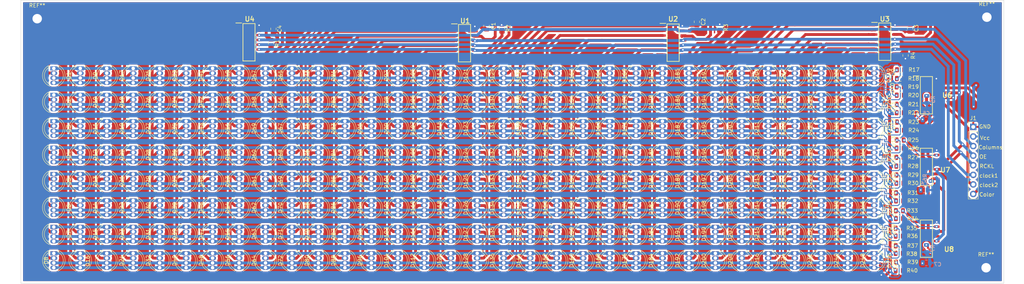
<source format=kicad_pcb>
(kicad_pcb (version 20171130) (host pcbnew "(5.1.5)-3")
  (layers (0 F.Cu signal) (31 B.Cu signal) (34 B.Paste user hide) (35 F.Paste user) (36 B.SilkS user hide) (37 F.SilkS user) (38 B.Mask user hide) (39 F.Mask user) (44 Edge.Cuts user))
  (net 0 "")
  (net 1 Data_In)
  (net 2 Color_in)
  (net 3 Vcc)
  (net 4 SRCK)
  (net 5 GND)
  (net 6 SRCK2)
  (net 7 RCLK)
  (net 8 Output_Enable)
  (net 9 B1)
  (net 10 G1)
  (net 11 1_Kolonna)
  (net 12 R1)
  (net 13 R2)
  (net 14 G2)
  (net 15 B2)
  (net 16 R3)
  (net 17 G3)
  (net 18 B3)
  (net 19 R4)
  (net 20 G4)
  (net 21 B4)
  (net 22 R5)
  (net 23 G5)
  (net 24 B5)
  (net 25 R6)
  (net 26 G6)
  (net 27 B6)
  (net 28 R7)
  (net 29 G7)
  (net 30 B7)
  (net 31 R8)
  (net 32 G8)
  (net 33 B8)
  (net 34 2_Kolonna)
  (net 35 3_Kolonna)
  (net 36 4_Kolonna)
  (net 37 5_Kolonna)
  (net 38 6_Kolonna)
  (net 39 7_Kolonna)
  (net 40 8_Kolonna)
  (net 41 9_Kolonna)
  (net 42 10_Kolonna)
  (net 43 11_Kolonna)
  (net 44 12_Kolonna)
  (net 45 13_Kolonna)
  (net 46 14_Kolonna)
  (net 47 15_Kolonna)
  (net 48 16_Kolonna)
  (net 49 17_Kolonna)
  (net 50 18_Kolonna)
  (net 51 19_Kolonna)
  (net 52 20_Kolonna)
  (net 53 21_Kolonna)
  (net 54 22_Kolonna)
  (net 55 23_Kolonna)
  (net 56 24_Kolonna)
  (net 57 25_Kolonna)
  (net 58 26_Kolonna)
  (net 59 27_Kolonna)
  (net 60 28_Kolonna)
  (net 61 29_Kolonna)
  (net 62 30_Kolonna)
  (net 63 31_Kolonna)
  (net 64 32_Kolonna)
  (net 65 "Net-(R1-Pad2)")
  (net 66 "Net-(R2-Pad2)")
  (net 67 "Net-(R3-Pad2)")
  (net 68 "Net-(R4-Pad2)")
  (net 69 "Net-(R5-Pad2)")
  (net 70 "Net-(R6-Pad2)")
  (net 71 "Net-(R7-Pad2)")
  (net 72 "Net-(R17-Pad1)")
  (net 73 "Net-(R17-Pad2)")
  (net 74 "Net-(R18-Pad2)")
  (net 75 "Net-(R18-Pad1)")
  (net 76 "Net-(R19-Pad1)")
  (net 77 "Net-(R19-Pad2)")
  (net 78 "Net-(R20-Pad2)")
  (net 79 "Net-(R20-Pad1)")
  (net 80 "Net-(R21-Pad1)")
  (net 81 "Net-(R21-Pad2)")
  (net 82 "Net-(R22-Pad2)")
  (net 83 "Net-(R22-Pad1)")
  (net 84 "Net-(R23-Pad1)")
  (net 85 "Net-(R23-Pad2)")
  (net 86 "Net-(R24-Pad2)")
  (net 87 "Net-(R24-Pad1)")
  (net 88 "Net-(R25-Pad1)")
  (net 89 "Net-(R25-Pad2)")
  (net 90 "Net-(R26-Pad2)")
  (net 91 "Net-(R26-Pad1)")
  (net 92 "Net-(R27-Pad1)")
  (net 93 "Net-(R27-Pad2)")
  (net 94 "Net-(R28-Pad1)")
  (net 95 "Net-(R28-Pad2)")
  (net 96 "Net-(R29-Pad1)")
  (net 97 "Net-(R29-Pad2)")
  (net 98 "Net-(R30-Pad2)")
  (net 99 "Net-(R30-Pad1)")
  (net 100 "Net-(R31-Pad1)")
  (net 101 "Net-(R31-Pad2)")
  (net 102 "Net-(R32-Pad2)")
  (net 103 "Net-(R32-Pad1)")
  (net 104 "Net-(R33-Pad1)")
  (net 105 "Net-(R33-Pad2)")
  (net 106 "Net-(R34-Pad2)")
  (net 107 "Net-(R34-Pad1)")
  (net 108 "Net-(R35-Pad1)")
  (net 109 "Net-(R35-Pad2)")
  (net 110 "Net-(R36-Pad2)")
  (net 111 "Net-(R36-Pad1)")
  (net 112 "Net-(R37-Pad1)")
  (net 113 "Net-(R37-Pad2)")
  (net 114 "Net-(R38-Pad2)")
  (net 115 "Net-(R38-Pad1)")
  (net 116 "Net-(R39-Pad2)")
  (net 117 "Net-(R39-Pad1)")
  (net 118 "Net-(R40-Pad1)")
  (net 119 "Net-(R40-Pad2)")
  (net 120 "Net-(U1-Pad14)")
  (net 121 "Net-(U1-Pad9)")
  (net 122 "Net-(U2-Pad9)")
  (net 123 "Net-(U3-Pad9)")
  (net 124 "Net-(U6-Pad9)")
  (net 125 "Net-(U7-Pad9)")
  (net 126 "Net-(U8-Pad9)")
  (module MountingHole:MountingHole_2.5mm_Pad (layer F.Cu) (at 260.5 19.5)
    (fp_text reference REF** (at 0 -3.5) (layer F.SilkS))
    (fp_text value MountingHole_2.5mm_Pad)
    (pad 1 thru_hole circle (at 0 0) (size 5 5) (drill 2.5) (layers *.Cu *.Mask))
  )
  (module MountingHole:MountingHole_2.5mm_Pad (layer F.Cu) (at 260.3 85.9)
    (fp_text reference REF** (at 0 -3.5) (layer F.SilkS))
    (fp_text value MountingHole_2.5mm_Pad)
    (pad 1 thru_hole circle (at 0 0) (size 5 5) (drill 2.5) (layers *.Cu *.Mask))
  )
  (module MountingHole:MountingHole_2.5mm_Pad (layer F.Cu) (at 9.3 19.9)
    (fp_text reference REF** (at 0 -3.5) (layer F.SilkS))
    (fp_text value MountingHole_2.5mm_Pad)
    (pad 1 thru_hole circle (at 0 0) (size 5 5) (drill 2.5) (layers *.Cu *.Mask))
  )
  (module Resistor_SMD:R_0805_2012Metric (layer F.Cu) (at 237.34 80.06)
    (fp_text reference R37 (at 3.5 0) (layer F.SilkS))
    (fp_text value R_Small)
    (pad 1 smd roundrect (at -0.9375 0) (size 0.975 1.4) (layers F.Cu F.Paste F.Mask) (net 112 "Net-(R37-Pad1)"))
    (pad 2 smd roundrect (at 0.9375 0) (size 0.975 1.4) (layers F.Cu F.Paste F.Mask) (net 113 "Net-(R37-Pad2)"))
  )
  (module Led_matrica:74HC595D (layer F.Cu) (at 244.5 78.19)
    (fp_text reference U8 (at 6 2.81) (layer F.SilkS) (effects (font (size 1.27 1.27) (thickness 0.254))))
    (fp_text value 74HC595 hide)
    (pad 1 smd rect (at -2.712 -4.445 90) (size 0.65 1.525) (layers F.Cu F.Paste F.Mask) (net 106 "Net-(R34-Pad2)"))
    (pad 2 smd rect (at -2.712 -3.175 90) (size 0.65 1.525) (layers F.Cu F.Paste F.Mask) (net 109 "Net-(R35-Pad2)"))
    (pad 3 smd rect (at -2.712 -1.905 90) (size 0.65 1.525) (layers F.Cu F.Paste F.Mask) (net 110 "Net-(R36-Pad2)"))
    (pad 4 smd rect (at -2.712 -0.635 90) (size 0.65 1.525) (layers F.Cu F.Paste F.Mask) (net 113 "Net-(R37-Pad2)"))
    (pad 5 smd rect (at -2.712 0.635 90) (size 0.65 1.525) (layers F.Cu F.Paste F.Mask) (net 114 "Net-(R38-Pad2)"))
    (pad 6 smd rect (at -2.712 1.905 90) (size 0.65 1.525) (layers F.Cu F.Paste F.Mask) (net 116 "Net-(R39-Pad2)"))
    (pad 7 smd rect (at -2.712 3.175 90) (size 0.65 1.525) (layers F.Cu F.Paste F.Mask) (net 119 "Net-(R40-Pad2)"))
    (pad 8 smd rect (at -2.712 4.445 90) (size 0.65 1.525) (layers F.Cu F.Paste F.Mask) (net 5 GND))
    (pad 9 smd rect (at 2.712 4.445 90) (size 0.65 1.525) (layers F.Cu F.Paste F.Mask) (net 126 "Net-(U8-Pad9)"))
    (pad 10 smd rect (at 2.712 3.175 90) (size 0.65 1.525) (layers F.Cu F.Paste F.Mask) (net 71 "Net-(R7-Pad2)"))
    (pad 11 smd rect (at 2.712 1.905 90) (size 0.65 1.525) (layers F.Cu F.Paste F.Mask) (net 6 SRCK2))
    (pad 12 smd rect (at 2.712 0.635 90) (size 0.65 1.525) (layers F.Cu F.Paste F.Mask) (net 7 RCLK))
    (pad 13 smd rect (at 2.712 -0.635 90) (size 0.65 1.525) (layers F.Cu F.Paste F.Mask) (net 8 Output_Enable))
    (pad 14 smd rect (at 2.712 -1.905 90) (size 0.65 1.525) (layers F.Cu F.Paste F.Mask) (net 125 "Net-(U7-Pad9)"))
    (pad 15 smd rect (at 2.712 -3.175 90) (size 0.65 1.525) (layers F.Cu F.Paste F.Mask) (net 105 "Net-(R33-Pad2)"))
    (pad 16 smd rect (at 2.712 -4.445 90) (size 0.65 1.525) (layers F.Cu F.Paste F.Mask) (net 3 Vcc))
  )
  (module LED_THT:LED_D5.0mm-4_RGB (layer F.Cu) (at 230.69 40.08 270)
    (fp_text reference D250 (at 1.905 -3.96 90) (layer F.SilkS))
    (fp_text value LED_RCGB)
    (pad 4 thru_hole oval (at 3.81 0 270) (size 1.07 1.8) (drill 0.9) (layers *.Cu *.Mask) (net 15 B2))
    (pad 3 thru_hole oval (at 2.54 0 270) (size 1.07 1.8) (drill 0.9) (layers *.Cu *.Mask) (net 14 G2))
    (pad 2 thru_hole oval (at 1.27 0 270) (size 1.07 1.8) (drill 0.9) (layers *.Cu *.Mask) (net 64 32_Kolonna))
    (pad 1 thru_hole rect (at 0 0 270) (size 1.07 1.8) (drill 0.9) (layers *.Cu *.Mask) (net 13 R2))
  )
  (module LED_THT:LED_D5.0mm-4_RGB (layer F.Cu) (at 230.69 68.08 270)
    (fp_text reference D254 (at 1.905 -3.96 90) (layer F.SilkS))
    (fp_text value LED_RCGB)
    (pad 4 thru_hole oval (at 3.81 0 270) (size 1.07 1.8) (drill 0.9) (layers *.Cu *.Mask) (net 27 B6))
    (pad 3 thru_hole oval (at 2.54 0 270) (size 1.07 1.8) (drill 0.9) (layers *.Cu *.Mask) (net 26 G6))
    (pad 2 thru_hole oval (at 1.27 0 270) (size 1.07 1.8) (drill 0.9) (layers *.Cu *.Mask) (net 64 32_Kolonna))
    (pad 1 thru_hole rect (at 0 0 270) (size 1.07 1.8) (drill 0.9) (layers *.Cu *.Mask) (net 25 R6))
  )
  (module Resistor_SMD:R_0805_2012Metric (layer F.Cu) (at 237.32 77.51)
    (fp_text reference R36 (at 3.5 0) (layer F.SilkS))
    (fp_text value R_Small)
    (pad 2 smd roundrect (at 0.9375 0) (size 0.975 1.4) (layers F.Cu F.Paste F.Mask) (net 110 "Net-(R36-Pad2)"))
    (pad 1 smd roundrect (at -0.9375 0) (size 0.975 1.4) (layers F.Cu F.Paste F.Mask) (net 111 "Net-(R36-Pad1)"))
  )
  (module Resistor_SMD:R_0805_2012Metric (layer F.Cu) (at 237.32 86.64)
    (fp_text reference R40 (at 3.4375 0) (layer F.SilkS))
    (fp_text value R_Small)
    (pad 1 smd roundrect (at -0.9375 0) (size 0.975 1.4) (layers F.Cu F.Paste F.Mask) (net 118 "Net-(R40-Pad1)"))
    (pad 2 smd roundrect (at 0.9375 0) (size 0.975 1.4) (layers F.Cu F.Paste F.Mask) (net 119 "Net-(R40-Pad2)"))
  )
  (module Resistor_SMD:R_0805_2012Metric (layer F.Cu) (at 237.38 70.78)
    (fp_text reference R33 (at 3.4375 0) (layer F.SilkS))
    (fp_text value R_Small)
    (pad 1 smd roundrect (at -0.9375 0) (size 0.975 1.4) (layers F.Cu F.Paste F.Mask) (net 104 "Net-(R33-Pad1)"))
    (pad 2 smd roundrect (at 0.9375 0) (size 0.975 1.4) (layers F.Cu F.Paste F.Mask) (net 105 "Net-(R33-Pad2)"))
  )
  (module Resistor_SMD:R_0805_2012Metric (layer F.Cu) (at 237.41 68.18)
    (fp_text reference R32 (at 3.5 0) (layer F.SilkS))
    (fp_text value R_Small)
    (pad 2 smd roundrect (at 0.9375 0) (size 0.975 1.4) (layers F.Cu F.Paste F.Mask) (net 102 "Net-(R32-Pad2)"))
    (pad 1 smd roundrect (at -0.9375 0) (size 0.975 1.4) (layers F.Cu F.Paste F.Mask) (net 103 "Net-(R32-Pad1)"))
  )
  (module Connector_PinHeader_2.54mm:PinHeader_1x08_P2.54mm_Vertical (layer F.Cu) (at 256.9 48.58)
    (fp_text reference J1 (at 0 -2.33) (layer F.SilkS))
    (fp_text value Screw_Terminal_01x08)
    (pad 1 thru_hole rect (at 0 0) (size 1.7 1.7) (drill 1) (layers *.Cu *.Mask) (net 5 GND))
    (pad 2 thru_hole oval (at 0 2.54) (size 1.7 1.7) (drill 1) (layers *.Cu *.Mask) (net 3 Vcc))
    (pad 3 thru_hole oval (at 0 5.08) (size 1.7 1.7) (drill 1) (layers *.Cu *.Mask) (net 1 Data_In))
    (pad 4 thru_hole oval (at 0 7.62) (size 1.7 1.7) (drill 1) (layers *.Cu *.Mask) (net 8 Output_Enable))
    (pad 5 thru_hole oval (at 0 10.16) (size 1.7 1.7) (drill 1) (layers *.Cu *.Mask) (net 7 RCLK))
    (pad 6 thru_hole oval (at 0 12.7) (size 1.7 1.7) (drill 1) (layers *.Cu *.Mask) (net 4 SRCK))
    (pad 7 thru_hole oval (at 0 15.24) (size 1.7 1.7) (drill 1) (layers *.Cu *.Mask) (net 6 SRCK2))
    (pad 8 thru_hole oval (at 0 17.78) (size 1.7 1.7) (drill 1) (layers *.Cu *.Mask) (net 2 Color_in))
  )
  (module Led_matrica:74HC595D (layer F.Cu) (at 177.52 26.26)
    (fp_text reference U2 (at 0 -6.26) (layer F.SilkS) (effects (font (size 1.27 1.27) (thickness 0.254))))
    (fp_text value 74HC595 hide)
    (pad 1 smd rect (at -2.712 -4.445 90) (size 0.65 1.525) (layers F.Cu F.Paste F.Mask) (net 50 18_Kolonna))
    (pad 2 smd rect (at -2.712 -3.175 90) (size 0.65 1.525) (layers F.Cu F.Paste F.Mask) (net 51 19_Kolonna))
    (pad 3 smd rect (at -2.712 -1.905 90) (size 0.65 1.525) (layers F.Cu F.Paste F.Mask) (net 52 20_Kolonna))
    (pad 4 smd rect (at -2.712 -0.635 90) (size 0.65 1.525) (layers F.Cu F.Paste F.Mask) (net 53 21_Kolonna))
    (pad 5 smd rect (at -2.712 0.635 90) (size 0.65 1.525) (layers F.Cu F.Paste F.Mask) (net 54 22_Kolonna))
    (pad 6 smd rect (at -2.712 1.905 90) (size 0.65 1.525) (layers F.Cu F.Paste F.Mask) (net 55 23_Kolonna))
    (pad 7 smd rect (at -2.712 3.175 90) (size 0.65 1.525) (layers F.Cu F.Paste F.Mask) (net 56 24_Kolonna))
    (pad 8 smd rect (at -2.712 4.445 90) (size 0.65 1.525) (layers F.Cu F.Paste F.Mask) (net 5 GND))
    (pad 9 smd rect (at 2.712 4.445 90) (size 0.65 1.525) (layers F.Cu F.Paste F.Mask) (net 122 "Net-(U2-Pad9)"))
    (pad 10 smd rect (at 2.712 3.175 90) (size 0.65 1.525) (layers F.Cu F.Paste F.Mask) (net 67 "Net-(R3-Pad2)"))
    (pad 11 smd rect (at 2.712 1.905 90) (size 0.65 1.525) (layers F.Cu F.Paste F.Mask) (net 4 SRCK))
    (pad 12 smd rect (at 2.712 0.635 90) (size 0.65 1.525) (layers F.Cu F.Paste F.Mask) (net 7 RCLK))
    (pad 13 smd rect (at 2.712 -0.635 90) (size 0.65 1.525) (layers F.Cu F.Paste F.Mask) (net 8 Output_Enable))
    (pad 14 smd rect (at 2.712 -1.905 90) (size 0.65 1.525) (layers F.Cu F.Paste F.Mask) (net 121 "Net-(U1-Pad9)"))
    (pad 15 smd rect (at 2.712 -3.175 90) (size 0.65 1.525) (layers F.Cu F.Paste F.Mask) (net 49 17_Kolonna))
    (pad 16 smd rect (at 2.712 -4.445 90) (size 0.65 1.525) (layers F.Cu F.Paste F.Mask) (net 3 Vcc))
  )
  (module LED_THT:LED_D5.0mm-4_RGB (layer F.Cu) (at 230.69 47.08 270)
    (fp_text reference D251 (at 1.905 -3.96 90) (layer F.SilkS))
    (fp_text value LED_RCGB)
    (pad 4 thru_hole oval (at 3.81 0 270) (size 1.07 1.8) (drill 0.9) (layers *.Cu *.Mask) (net 18 B3))
    (pad 3 thru_hole oval (at 2.54 0 270) (size 1.07 1.8) (drill 0.9) (layers *.Cu *.Mask) (net 17 G3))
    (pad 2 thru_hole oval (at 1.27 0 270) (size 1.07 1.8) (drill 0.9) (layers *.Cu *.Mask) (net 64 32_Kolonna))
    (pad 1 thru_hole rect (at 0 0 270) (size 1.07 1.8) (drill 0.9) (layers *.Cu *.Mask) (net 16 R3))
  )
  (module Led_matrica:74HC595D (layer F.Cu) (at 244.5 59.19)
    (fp_text reference U7 (at 5 0.81) (layer F.SilkS) (effects (font (size 1.27 1.27) (thickness 0.254))))
    (fp_text value 74HC595 hide)
    (pad 16 smd rect (at 2.712 -4.445 90) (size 0.65 1.525) (layers F.Cu F.Paste F.Mask) (net 3 Vcc))
    (pad 15 smd rect (at 2.712 -3.175 90) (size 0.65 1.525) (layers F.Cu F.Paste F.Mask) (net 89 "Net-(R25-Pad2)"))
    (pad 14 smd rect (at 2.712 -1.905 90) (size 0.65 1.525) (layers F.Cu F.Paste F.Mask) (net 124 "Net-(U6-Pad9)"))
    (pad 13 smd rect (at 2.712 -0.635 90) (size 0.65 1.525) (layers F.Cu F.Paste F.Mask) (net 8 Output_Enable))
    (pad 12 smd rect (at 2.712 0.635 90) (size 0.65 1.525) (layers F.Cu F.Paste F.Mask) (net 7 RCLK))
    (pad 11 smd rect (at 2.712 1.905 90) (size 0.65 1.525) (layers F.Cu F.Paste F.Mask) (net 6 SRCK2))
    (pad 10 smd rect (at 2.712 3.175 90) (size 0.65 1.525) (layers F.Cu F.Paste F.Mask) (net 70 "Net-(R6-Pad2)"))
    (pad 9 smd rect (at 2.712 4.445 90) (size 0.65 1.525) (layers F.Cu F.Paste F.Mask) (net 125 "Net-(U7-Pad9)"))
    (pad 8 smd rect (at -2.712 4.445 90) (size 0.65 1.525) (layers F.Cu F.Paste F.Mask) (net 5 GND))
    (pad 7 smd rect (at -2.712 3.175 90) (size 0.65 1.525) (layers F.Cu F.Paste F.Mask) (net 102 "Net-(R32-Pad2)"))
    (pad 6 smd rect (at -2.712 1.905 90) (size 0.65 1.525) (layers F.Cu F.Paste F.Mask) (net 101 "Net-(R31-Pad2)"))
    (pad 5 smd rect (at -2.712 0.635 90) (size 0.65 1.525) (layers F.Cu F.Paste F.Mask) (net 98 "Net-(R30-Pad2)"))
    (pad 4 smd rect (at -2.712 -0.635 90) (size 0.65 1.525) (layers F.Cu F.Paste F.Mask) (net 97 "Net-(R29-Pad2)"))
    (pad 3 smd rect (at -2.712 -1.905 90) (size 0.65 1.525) (layers F.Cu F.Paste F.Mask) (net 95 "Net-(R28-Pad2)"))
    (pad 2 smd rect (at -2.712 -3.175 90) (size 0.65 1.525) (layers F.Cu F.Paste F.Mask) (net 93 "Net-(R27-Pad2)"))
    (pad 1 smd rect (at -2.712 -4.445 90) (size 0.65 1.525) (layers F.Cu F.Paste F.Mask) (net 90 "Net-(R26-Pad2)"))
  )
  (module LED_THT:LED_D5.0mm-4_RGB (layer F.Cu) (at 90.69 33.08 270)
    (fp_text reference D89 (at 1.905 -3.96 90) (layer F.SilkS))
    (fp_text value LED_RCGB)
    (pad 4 thru_hole oval (at 3.81 0 270) (size 1.07 1.8) (drill 0.9) (layers *.Cu *.Mask) (net 9 B1))
    (pad 3 thru_hole oval (at 2.54 0 270) (size 1.07 1.8) (drill 0.9) (layers *.Cu *.Mask) (net 10 G1))
    (pad 2 thru_hole oval (at 1.27 0 270) (size 1.07 1.8) (drill 0.9) (layers *.Cu *.Mask) (net 44 12_Kolonna))
    (pad 1 thru_hole rect (at 0 0 270) (size 1.07 1.8) (drill 0.9) (layers *.Cu *.Mask) (net 12 R1))
  )
  (module LED_THT:LED_D5.0mm-4_RGB (layer F.Cu) (at 104.69 40.08 270)
    (fp_text reference D106 (at 1.905 -3.96 90) (layer F.SilkS))
    (fp_text value LED_RCGB)
    (pad 1 thru_hole rect (at 0 0 270) (size 1.07 1.8) (drill 0.9) (layers *.Cu *.Mask) (net 13 R2))
    (pad 2 thru_hole oval (at 1.27 0 270) (size 1.07 1.8) (drill 0.9) (layers *.Cu *.Mask) (net 46 14_Kolonna))
    (pad 3 thru_hole oval (at 2.54 0 270) (size 1.07 1.8) (drill 0.9) (layers *.Cu *.Mask) (net 14 G2))
    (pad 4 thru_hole oval (at 3.81 0 270) (size 1.07 1.8) (drill 0.9) (layers *.Cu *.Mask) (net 15 B2))
  )
  (module LED_THT:LED_D5.0mm-4_RGB (layer F.Cu) (at 146.69 68.08 270)
    (fp_text reference D158 (at 1.905 -3.96 90) (layer F.SilkS))
    (fp_text value LED_RCGB)
    (pad 4 thru_hole oval (at 3.81 0 270) (size 1.07 1.8) (drill 0.9) (layers *.Cu *.Mask) (net 27 B6))
    (pad 3 thru_hole oval (at 2.54 0 270) (size 1.07 1.8) (drill 0.9) (layers *.Cu *.Mask) (net 26 G6))
    (pad 2 thru_hole oval (at 1.27 0 270) (size 1.07 1.8) (drill 0.9) (layers *.Cu *.Mask) (net 52 20_Kolonna))
    (pad 1 thru_hole rect (at 0 0 270) (size 1.07 1.8) (drill 0.9) (layers *.Cu *.Mask) (net 25 R6))
  )
  (module LED_THT:LED_D5.0mm-4_RGB (layer F.Cu) (at 181.69 61.08 270)
    (fp_text reference D197 (at 1.905 -3.96 90) (layer F.SilkS))
    (fp_text value LED_RCGB)
    (pad 1 thru_hole rect (at 0 0 270) (size 1.07 1.8) (drill 0.9) (layers *.Cu *.Mask) (net 22 R5))
    (pad 2 thru_hole oval (at 1.27 0 270) (size 1.07 1.8) (drill 0.9) (layers *.Cu *.Mask) (net 57 25_Kolonna))
    (pad 3 thru_hole oval (at 2.54 0 270) (size 1.07 1.8) (drill 0.9) (layers *.Cu *.Mask) (net 23 G5))
    (pad 4 thru_hole oval (at 3.81 0 270) (size 1.07 1.8) (drill 0.9) (layers *.Cu *.Mask) (net 24 B5))
  )
  (module Capacitor_SMD:C_0805_2012Metric (layer B.Cu) (at 243.9 65.3 180)
    (fp_text reference C6 (at 0 1.65) (layer B.SilkS) (effects (justify mirror)))
    (fp_text value 0u1)
    (pad 2 smd roundrect (at 0.9375 0 180) (size 0.975 1.4) (layers B.Cu B.Paste B.Mask) (net 5 GND))
    (pad 1 smd roundrect (at -0.9375 0 180) (size 0.975 1.4) (layers B.Cu B.Paste B.Mask) (net 3 Vcc))
  )
  (module Resistor_SMD:R_0805_2012Metric (layer B.Cu) (at 244.6 41.3 90)
    (fp_text reference R5 (at 0 1.65 270) (layer B.SilkS) (effects (justify mirror)))
    (fp_text value 10k)
    (pad 2 smd roundrect (at 0.9375 0 90) (size 0.975 1.4) (layers B.Cu B.Paste B.Mask) (net 69 "Net-(R5-Pad2)"))
    (pad 1 smd roundrect (at -0.9375 0 90) (size 0.975 1.4) (layers B.Cu B.Paste B.Mask) (net 3 Vcc))
  )
  (module LED_THT:LED_D5.0mm-4_RGB (layer F.Cu) (at 13.69 33.08 270)
    (fp_text reference D1 (at 1.905 -3.96 90) (layer F.SilkS))
    (fp_text value LED_RCGB)
    (pad 4 thru_hole oval (at 3.81 0 270) (size 1.07 1.8) (drill 0.9) (layers *.Cu *.Mask) (net 9 B1))
    (pad 3 thru_hole oval (at 2.54 0 270) (size 1.07 1.8) (drill 0.9) (layers *.Cu *.Mask) (net 10 G1))
    (pad 2 thru_hole oval (at 1.27 0 270) (size 1.07 1.8) (drill 0.9) (layers *.Cu *.Mask) (net 11 1_Kolonna))
    (pad 1 thru_hole rect (at 0 0 270) (size 1.07 1.8) (drill 0.9) (layers *.Cu *.Mask) (net 12 R1))
  )
  (module LED_THT:LED_D5.0mm-4_RGB (layer F.Cu) (at 13.69 40.08 270)
    (fp_text reference D2 (at 1.905 -3.96 90) (layer F.SilkS))
    (fp_text value LED_RCGB)
    (pad 1 thru_hole rect (at 0 0 270) (size 1.07 1.8) (drill 0.9) (layers *.Cu *.Mask) (net 13 R2))
    (pad 2 thru_hole oval (at 1.27 0 270) (size 1.07 1.8) (drill 0.9) (layers *.Cu *.Mask) (net 11 1_Kolonna))
    (pad 3 thru_hole oval (at 2.54 0 270) (size 1.07 1.8) (drill 0.9) (layers *.Cu *.Mask) (net 14 G2))
    (pad 4 thru_hole oval (at 3.81 0 270) (size 1.07 1.8) (drill 0.9) (layers *.Cu *.Mask) (net 15 B2))
  )
  (module LED_THT:LED_D5.0mm-4_RGB (layer F.Cu) (at 13.69 47.08 270)
    (fp_text reference D3 (at 1.905 -3.96 90) (layer F.SilkS))
    (fp_text value LED_RCGB)
    (pad 1 thru_hole rect (at 0 0 270) (size 1.07 1.8) (drill 0.9) (layers *.Cu *.Mask) (net 16 R3))
    (pad 2 thru_hole oval (at 1.27 0 270) (size 1.07 1.8) (drill 0.9) (layers *.Cu *.Mask) (net 11 1_Kolonna))
    (pad 3 thru_hole oval (at 2.54 0 270) (size 1.07 1.8) (drill 0.9) (layers *.Cu *.Mask) (net 17 G3))
    (pad 4 thru_hole oval (at 3.81 0 270) (size 1.07 1.8) (drill 0.9) (layers *.Cu *.Mask) (net 18 B3))
  )
  (module LED_THT:LED_D5.0mm-4_RGB (layer F.Cu) (at 13.69 54.08 270)
    (fp_text reference D4 (at 1.905 -3.96 90) (layer F.SilkS))
    (fp_text value LED_RCGB)
    (pad 1 thru_hole rect (at 0 0 270) (size 1.07 1.8) (drill 0.9) (layers *.Cu *.Mask) (net 19 R4))
    (pad 2 thru_hole oval (at 1.27 0 270) (size 1.07 1.8) (drill 0.9) (layers *.Cu *.Mask) (net 11 1_Kolonna))
    (pad 3 thru_hole oval (at 2.54 0 270) (size 1.07 1.8) (drill 0.9) (layers *.Cu *.Mask) (net 20 G4))
    (pad 4 thru_hole oval (at 3.81 0 270) (size 1.07 1.8) (drill 0.9) (layers *.Cu *.Mask) (net 21 B4))
  )
  (module LED_THT:LED_D5.0mm-4_RGB (layer F.Cu) (at 13.69 61.08 270)
    (fp_text reference D5 (at 1.905 -3.96 90) (layer F.SilkS))
    (fp_text value LED_RCGB)
    (pad 1 thru_hole rect (at 0 0 270) (size 1.07 1.8) (drill 0.9) (layers *.Cu *.Mask) (net 22 R5))
    (pad 2 thru_hole oval (at 1.27 0 270) (size 1.07 1.8) (drill 0.9) (layers *.Cu *.Mask) (net 11 1_Kolonna))
    (pad 3 thru_hole oval (at 2.54 0 270) (size 1.07 1.8) (drill 0.9) (layers *.Cu *.Mask) (net 23 G5))
    (pad 4 thru_hole oval (at 3.81 0 270) (size 1.07 1.8) (drill 0.9) (layers *.Cu *.Mask) (net 24 B5))
  )
  (module LED_THT:LED_D5.0mm-4_RGB (layer F.Cu) (at 13.69 68.08 270)
    (fp_text reference D6 (at 1.905 -3.96 90) (layer F.SilkS))
    (fp_text value LED_RCGB)
    (pad 1 thru_hole rect (at 0 0 270) (size 1.07 1.8) (drill 0.9) (layers *.Cu *.Mask) (net 25 R6))
    (pad 2 thru_hole oval (at 1.27 0 270) (size 1.07 1.8) (drill 0.9) (layers *.Cu *.Mask) (net 11 1_Kolonna))
    (pad 3 thru_hole oval (at 2.54 0 270) (size 1.07 1.8) (drill 0.9) (layers *.Cu *.Mask) (net 26 G6))
    (pad 4 thru_hole oval (at 3.81 0 270) (size 1.07 1.8) (drill 0.9) (layers *.Cu *.Mask) (net 27 B6))
  )
  (module LED_THT:LED_D5.0mm-4_RGB (layer F.Cu) (at 13.69 75.08 270)
    (fp_text reference D7 (at 1.905 -3.96 90) (layer F.SilkS))
    (fp_text value LED_RCGB)
    (pad 1 thru_hole rect (at 0 0 270) (size 1.07 1.8) (drill 0.9) (layers *.Cu *.Mask) (net 28 R7))
    (pad 2 thru_hole oval (at 1.27 0 270) (size 1.07 1.8) (drill 0.9) (layers *.Cu *.Mask) (net 11 1_Kolonna))
    (pad 3 thru_hole oval (at 2.54 0 270) (size 1.07 1.8) (drill 0.9) (layers *.Cu *.Mask) (net 29 G7))
    (pad 4 thru_hole oval (at 3.81 0 270) (size 1.07 1.8) (drill 0.9) (layers *.Cu *.Mask) (net 30 B7))
  )
  (module LED_THT:LED_D5.0mm-4_RGB (layer F.Cu) (at 13.69 82.08 270)
    (fp_text reference D8 (at 1.905 2 90) (layer F.SilkS))
    (fp_text value LED_RCGB)
    (pad 1 thru_hole rect (at 0 0 270) (size 1.07 1.8) (drill 0.9) (layers *.Cu *.Mask) (net 31 R8))
    (pad 2 thru_hole oval (at 1.27 0 270) (size 1.07 1.8) (drill 0.9) (layers *.Cu *.Mask) (net 11 1_Kolonna))
    (pad 3 thru_hole oval (at 2.54 0 270) (size 1.07 1.8) (drill 0.9) (layers *.Cu *.Mask) (net 32 G8))
    (pad 4 thru_hole oval (at 3.81 0 270) (size 1.07 1.8) (drill 0.9) (layers *.Cu *.Mask) (net 33 B8))
  )
  (module LED_THT:LED_D5.0mm-4_RGB (layer F.Cu) (at 20.69 33.08 270)
    (fp_text reference D9 (at 1.905 -3.96 90) (layer F.SilkS))
    (fp_text value LED_RCGB)
    (pad 1 thru_hole rect (at 0 0 270) (size 1.07 1.8) (drill 0.9) (layers *.Cu *.Mask) (net 12 R1))
    (pad 2 thru_hole oval (at 1.27 0 270) (size 1.07 1.8) (drill 0.9) (layers *.Cu *.Mask) (net 34 2_Kolonna))
    (pad 3 thru_hole oval (at 2.54 0 270) (size 1.07 1.8) (drill 0.9) (layers *.Cu *.Mask) (net 10 G1))
    (pad 4 thru_hole oval (at 3.81 0 270) (size 1.07 1.8) (drill 0.9) (layers *.Cu *.Mask) (net 9 B1))
  )
  (module LED_THT:LED_D5.0mm-4_RGB (layer F.Cu) (at 20.69 40.08 270)
    (fp_text reference D10 (at 1.905 -3.96 90) (layer F.SilkS))
    (fp_text value LED_RCGB)
    (pad 4 thru_hole oval (at 3.81 0 270) (size 1.07 1.8) (drill 0.9) (layers *.Cu *.Mask) (net 15 B2))
    (pad 3 thru_hole oval (at 2.54 0 270) (size 1.07 1.8) (drill 0.9) (layers *.Cu *.Mask) (net 14 G2))
    (pad 2 thru_hole oval (at 1.27 0 270) (size 1.07 1.8) (drill 0.9) (layers *.Cu *.Mask) (net 34 2_Kolonna))
    (pad 1 thru_hole rect (at 0 0 270) (size 1.07 1.8) (drill 0.9) (layers *.Cu *.Mask) (net 13 R2))
  )
  (module LED_THT:LED_D5.0mm-4_RGB (layer F.Cu) (at 20.69 47.08 270)
    (fp_text reference D11 (at 1.905 -3.96 90) (layer F.SilkS))
    (fp_text value LED_RCGB)
    (pad 4 thru_hole oval (at 3.81 0 270) (size 1.07 1.8) (drill 0.9) (layers *.Cu *.Mask) (net 18 B3))
    (pad 3 thru_hole oval (at 2.54 0 270) (size 1.07 1.8) (drill 0.9) (layers *.Cu *.Mask) (net 17 G3))
    (pad 2 thru_hole oval (at 1.27 0 270) (size 1.07 1.8) (drill 0.9) (layers *.Cu *.Mask) (net 34 2_Kolonna))
    (pad 1 thru_hole rect (at 0 0 270) (size 1.07 1.8) (drill 0.9) (layers *.Cu *.Mask) (net 16 R3))
  )
  (module LED_THT:LED_D5.0mm-4_RGB (layer F.Cu) (at 20.69 54.08 270)
    (fp_text reference D12 (at 1.905 -3.96 90) (layer F.SilkS))
    (fp_text value LED_RCGB)
    (pad 4 thru_hole oval (at 3.81 0 270) (size 1.07 1.8) (drill 0.9) (layers *.Cu *.Mask) (net 21 B4))
    (pad 3 thru_hole oval (at 2.54 0 270) (size 1.07 1.8) (drill 0.9) (layers *.Cu *.Mask) (net 20 G4))
    (pad 2 thru_hole oval (at 1.27 0 270) (size 1.07 1.8) (drill 0.9) (layers *.Cu *.Mask) (net 34 2_Kolonna))
    (pad 1 thru_hole rect (at 0 0 270) (size 1.07 1.8) (drill 0.9) (layers *.Cu *.Mask) (net 19 R4))
  )
  (module LED_THT:LED_D5.0mm-4_RGB (layer F.Cu) (at 20.69 61.08 270)
    (fp_text reference D13 (at 1.905 -3.96 90) (layer F.SilkS))
    (fp_text value LED_RCGB)
    (pad 4 thru_hole oval (at 3.81 0 270) (size 1.07 1.8) (drill 0.9) (layers *.Cu *.Mask) (net 24 B5))
    (pad 3 thru_hole oval (at 2.54 0 270) (size 1.07 1.8) (drill 0.9) (layers *.Cu *.Mask) (net 23 G5))
    (pad 2 thru_hole oval (at 1.27 0 270) (size 1.07 1.8) (drill 0.9) (layers *.Cu *.Mask) (net 34 2_Kolonna))
    (pad 1 thru_hole rect (at 0 0 270) (size 1.07 1.8) (drill 0.9) (layers *.Cu *.Mask) (net 22 R5))
  )
  (module LED_THT:LED_D5.0mm-4_RGB (layer F.Cu) (at 20.69 68.08 270)
    (fp_text reference D14 (at 1.905 -3.96 90) (layer F.SilkS))
    (fp_text value LED_RCGB)
    (pad 4 thru_hole oval (at 3.81 0 270) (size 1.07 1.8) (drill 0.9) (layers *.Cu *.Mask) (net 27 B6))
    (pad 3 thru_hole oval (at 2.54 0 270) (size 1.07 1.8) (drill 0.9) (layers *.Cu *.Mask) (net 26 G6))
    (pad 2 thru_hole oval (at 1.27 0 270) (size 1.07 1.8) (drill 0.9) (layers *.Cu *.Mask) (net 34 2_Kolonna))
    (pad 1 thru_hole rect (at 0 0 270) (size 1.07 1.8) (drill 0.9) (layers *.Cu *.Mask) (net 25 R6))
  )
  (module LED_THT:LED_D5.0mm-4_RGB (layer F.Cu) (at 20.69 75.08 270)
    (fp_text reference D15 (at 1.905 -3.96 90) (layer F.SilkS))
    (fp_text value LED_RCGB)
    (pad 4 thru_hole oval (at 3.81 0 270) (size 1.07 1.8) (drill 0.9) (layers *.Cu *.Mask) (net 30 B7))
    (pad 3 thru_hole oval (at 2.54 0 270) (size 1.07 1.8) (drill 0.9) (layers *.Cu *.Mask) (net 29 G7))
    (pad 2 thru_hole oval (at 1.27 0 270) (size 1.07 1.8) (drill 0.9) (layers *.Cu *.Mask) (net 34 2_Kolonna))
    (pad 1 thru_hole rect (at 0 0 270) (size 1.07 1.8) (drill 0.9) (layers *.Cu *.Mask) (net 28 R7))
  )
  (module LED_THT:LED_D5.0mm-4_RGB (layer F.Cu) (at 20.69 82.08 270)
    (fp_text reference D16 (at 2 -2 90) (layer F.SilkS))
    (fp_text value LED_RCGB)
    (pad 1 thru_hole rect (at 0 0 270) (size 1.07 1.8) (drill 0.9) (layers *.Cu *.Mask) (net 31 R8))
    (pad 2 thru_hole oval (at 1.27 0 270) (size 1.07 1.8) (drill 0.9) (layers *.Cu *.Mask) (net 34 2_Kolonna))
    (pad 3 thru_hole oval (at 2.54 0 270) (size 1.07 1.8) (drill 0.9) (layers *.Cu *.Mask) (net 32 G8))
    (pad 4 thru_hole oval (at 3.81 0 270) (size 1.07 1.8) (drill 0.9) (layers *.Cu *.Mask) (net 33 B8))
  )
  (module LED_THT:LED_D5.0mm-4_RGB (layer F.Cu) (at 27.69 33.08 270)
    (fp_text reference D17 (at 1.905 -3.96 90) (layer F.SilkS))
    (fp_text value LED_RCGB)
    (pad 4 thru_hole oval (at 3.81 0 270) (size 1.07 1.8) (drill 0.9) (layers *.Cu *.Mask) (net 9 B1))
    (pad 3 thru_hole oval (at 2.54 0 270) (size 1.07 1.8) (drill 0.9) (layers *.Cu *.Mask) (net 10 G1))
    (pad 2 thru_hole oval (at 1.27 0 270) (size 1.07 1.8) (drill 0.9) (layers *.Cu *.Mask) (net 35 3_Kolonna))
    (pad 1 thru_hole rect (at 0 0 270) (size 1.07 1.8) (drill 0.9) (layers *.Cu *.Mask) (net 12 R1))
  )
  (module LED_THT:LED_D5.0mm-4_RGB (layer F.Cu) (at 27.69 40.08 270)
    (fp_text reference D18 (at 1.905 -3.96 90) (layer F.SilkS))
    (fp_text value LED_RCGB)
    (pad 4 thru_hole oval (at 3.81 0 270) (size 1.07 1.8) (drill 0.9) (layers *.Cu *.Mask) (net 15 B2))
    (pad 3 thru_hole oval (at 2.54 0 270) (size 1.07 1.8) (drill 0.9) (layers *.Cu *.Mask) (net 14 G2))
    (pad 2 thru_hole oval (at 1.27 0 270) (size 1.07 1.8) (drill 0.9) (layers *.Cu *.Mask) (net 35 3_Kolonna))
    (pad 1 thru_hole rect (at 0 0 270) (size 1.07 1.8) (drill 0.9) (layers *.Cu *.Mask) (net 13 R2))
  )
  (module LED_THT:LED_D5.0mm-4_RGB (layer F.Cu) (at 27.69 47.08 270)
    (fp_text reference D19 (at 1.905 -3.96 90) (layer F.SilkS))
    (fp_text value LED_RCGB)
    (pad 4 thru_hole oval (at 3.81 0 270) (size 1.07 1.8) (drill 0.9) (layers *.Cu *.Mask) (net 18 B3))
    (pad 3 thru_hole oval (at 2.54 0 270) (size 1.07 1.8) (drill 0.9) (layers *.Cu *.Mask) (net 17 G3))
    (pad 2 thru_hole oval (at 1.27 0 270) (size 1.07 1.8) (drill 0.9) (layers *.Cu *.Mask) (net 35 3_Kolonna))
    (pad 1 thru_hole rect (at 0 0 270) (size 1.07 1.8) (drill 0.9) (layers *.Cu *.Mask) (net 16 R3))
  )
  (module LED_THT:LED_D5.0mm-4_RGB (layer F.Cu) (at 27.69 54.08 270)
    (fp_text reference D20 (at 1.905 -3.96 90) (layer F.SilkS))
    (fp_text value LED_RCGB)
    (pad 4 thru_hole oval (at 3.81 0 270) (size 1.07 1.8) (drill 0.9) (layers *.Cu *.Mask) (net 21 B4))
    (pad 3 thru_hole oval (at 2.54 0 270) (size 1.07 1.8) (drill 0.9) (layers *.Cu *.Mask) (net 20 G4))
    (pad 2 thru_hole oval (at 1.27 0 270) (size 1.07 1.8) (drill 0.9) (layers *.Cu *.Mask) (net 35 3_Kolonna))
    (pad 1 thru_hole rect (at 0 0 270) (size 1.07 1.8) (drill 0.9) (layers *.Cu *.Mask) (net 19 R4))
  )
  (module LED_THT:LED_D5.0mm-4_RGB (layer F.Cu) (at 27.69 61.08 270)
    (fp_text reference D21 (at 1.905 -3.96 90) (layer F.SilkS))
    (fp_text value LED_RCGB)
    (pad 4 thru_hole oval (at 3.81 0 270) (size 1.07 1.8) (drill 0.9) (layers *.Cu *.Mask) (net 24 B5))
    (pad 3 thru_hole oval (at 2.54 0 270) (size 1.07 1.8) (drill 0.9) (layers *.Cu *.Mask) (net 23 G5))
    (pad 2 thru_hole oval (at 1.27 0 270) (size 1.07 1.8) (drill 0.9) (layers *.Cu *.Mask) (net 35 3_Kolonna))
    (pad 1 thru_hole rect (at 0 0 270) (size 1.07 1.8) (drill 0.9) (layers *.Cu *.Mask) (net 22 R5))
  )
  (module LED_THT:LED_D5.0mm-4_RGB (layer F.Cu) (at 27.69 68.08 270)
    (fp_text reference D22 (at 1.905 -3.96 90) (layer F.SilkS))
    (fp_text value LED_RCGB)
    (pad 4 thru_hole oval (at 3.81 0 270) (size 1.07 1.8) (drill 0.9) (layers *.Cu *.Mask) (net 27 B6))
    (pad 3 thru_hole oval (at 2.54 0 270) (size 1.07 1.8) (drill 0.9) (layers *.Cu *.Mask) (net 26 G6))
    (pad 2 thru_hole oval (at 1.27 0 270) (size 1.07 1.8) (drill 0.9) (layers *.Cu *.Mask) (net 35 3_Kolonna))
    (pad 1 thru_hole rect (at 0 0 270) (size 1.07 1.8) (drill 0.9) (layers *.Cu *.Mask) (net 25 R6))
  )
  (module LED_THT:LED_D5.0mm-4_RGB (layer F.Cu) (at 27.69 75.08 270)
    (fp_text reference D23 (at 1.905 -3.96 90) (layer F.SilkS))
    (fp_text value LED_RCGB)
    (pad 1 thru_hole rect (at 0 0 270) (size 1.07 1.8) (drill 0.9) (layers *.Cu *.Mask) (net 28 R7))
    (pad 2 thru_hole oval (at 1.27 0 270) (size 1.07 1.8) (drill 0.9) (layers *.Cu *.Mask) (net 35 3_Kolonna))
    (pad 3 thru_hole oval (at 2.54 0 270) (size 1.07 1.8) (drill 0.9) (layers *.Cu *.Mask) (net 29 G7))
    (pad 4 thru_hole oval (at 3.81 0 270) (size 1.07 1.8) (drill 0.9) (layers *.Cu *.Mask) (net 30 B7))
  )
  (module LED_THT:LED_D5.0mm-4_RGB (layer F.Cu) (at 27.69 82.08 270)
    (fp_text reference D24 (at 1.905 -3.96 90) (layer F.SilkS))
    (fp_text value LED_RCGB)
    (pad 1 thru_hole rect (at 0 0 270) (size 1.07 1.8) (drill 0.9) (layers *.Cu *.Mask) (net 31 R8))
    (pad 2 thru_hole oval (at 1.27 0 270) (size 1.07 1.8) (drill 0.9) (layers *.Cu *.Mask) (net 35 3_Kolonna))
    (pad 3 thru_hole oval (at 2.54 0 270) (size 1.07 1.8) (drill 0.9) (layers *.Cu *.Mask) (net 32 G8))
    (pad 4 thru_hole oval (at 3.81 0 270) (size 1.07 1.8) (drill 0.9) (layers *.Cu *.Mask) (net 33 B8))
  )
  (module LED_THT:LED_D5.0mm-4_RGB (layer F.Cu) (at 34.69 33.08 270)
    (fp_text reference D25 (at 1.905 -3.96 90) (layer F.SilkS))
    (fp_text value LED_RCGB)
    (pad 1 thru_hole rect (at 0 0 270) (size 1.07 1.8) (drill 0.9) (layers *.Cu *.Mask) (net 12 R1))
    (pad 2 thru_hole oval (at 1.27 0 270) (size 1.07 1.8) (drill 0.9) (layers *.Cu *.Mask) (net 36 4_Kolonna))
    (pad 3 thru_hole oval (at 2.54 0 270) (size 1.07 1.8) (drill 0.9) (layers *.Cu *.Mask) (net 10 G1))
    (pad 4 thru_hole oval (at 3.81 0 270) (size 1.07 1.8) (drill 0.9) (layers *.Cu *.Mask) (net 9 B1))
  )
  (module LED_THT:LED_D5.0mm-4_RGB (layer F.Cu) (at 34.69 40.08 270)
    (fp_text reference D26 (at 1.905 -3.96 90) (layer F.SilkS))
    (fp_text value LED_RCGB)
    (pad 1 thru_hole rect (at 0 0 270) (size 1.07 1.8) (drill 0.9) (layers *.Cu *.Mask) (net 13 R2))
    (pad 2 thru_hole oval (at 1.27 0 270) (size 1.07 1.8) (drill 0.9) (layers *.Cu *.Mask) (net 36 4_Kolonna))
    (pad 3 thru_hole oval (at 2.54 0 270) (size 1.07 1.8) (drill 0.9) (layers *.Cu *.Mask) (net 14 G2))
    (pad 4 thru_hole oval (at 3.81 0 270) (size 1.07 1.8) (drill 0.9) (layers *.Cu *.Mask) (net 15 B2))
  )
  (module LED_THT:LED_D5.0mm-4_RGB (layer F.Cu) (at 34.69 47.08 270)
    (fp_text reference D27 (at 1.905 -3.96 90) (layer F.SilkS))
    (fp_text value LED_RCGB)
    (pad 1 thru_hole rect (at 0 0 270) (size 1.07 1.8) (drill 0.9) (layers *.Cu *.Mask) (net 16 R3))
    (pad 2 thru_hole oval (at 1.27 0 270) (size 1.07 1.8) (drill 0.9) (layers *.Cu *.Mask) (net 36 4_Kolonna))
    (pad 3 thru_hole oval (at 2.54 0 270) (size 1.07 1.8) (drill 0.9) (layers *.Cu *.Mask) (net 17 G3))
    (pad 4 thru_hole oval (at 3.81 0 270) (size 1.07 1.8) (drill 0.9) (layers *.Cu *.Mask) (net 18 B3))
  )
  (module LED_THT:LED_D5.0mm-4_RGB (layer F.Cu) (at 34.69 54.08 270)
    (fp_text reference D28 (at 1.905 -3.96 90) (layer F.SilkS))
    (fp_text value LED_RCGB)
    (pad 1 thru_hole rect (at 0 0 270) (size 1.07 1.8) (drill 0.9) (layers *.Cu *.Mask) (net 19 R4))
    (pad 2 thru_hole oval (at 1.27 0 270) (size 1.07 1.8) (drill 0.9) (layers *.Cu *.Mask) (net 36 4_Kolonna))
    (pad 3 thru_hole oval (at 2.54 0 270) (size 1.07 1.8) (drill 0.9) (layers *.Cu *.Mask) (net 20 G4))
    (pad 4 thru_hole oval (at 3.81 0 270) (size 1.07 1.8) (drill 0.9) (layers *.Cu *.Mask) (net 21 B4))
  )
  (module LED_THT:LED_D5.0mm-4_RGB (layer F.Cu) (at 34.69 61.08 270)
    (fp_text reference D29 (at 1.905 -3.96 90) (layer F.SilkS))
    (fp_text value LED_RCGB)
    (pad 1 thru_hole rect (at 0 0 270) (size 1.07 1.8) (drill 0.9) (layers *.Cu *.Mask) (net 22 R5))
    (pad 2 thru_hole oval (at 1.27 0 270) (size 1.07 1.8) (drill 0.9) (layers *.Cu *.Mask) (net 36 4_Kolonna))
    (pad 3 thru_hole oval (at 2.54 0 270) (size 1.07 1.8) (drill 0.9) (layers *.Cu *.Mask) (net 23 G5))
    (pad 4 thru_hole oval (at 3.81 0 270) (size 1.07 1.8) (drill 0.9) (layers *.Cu *.Mask) (net 24 B5))
  )
  (module LED_THT:LED_D5.0mm-4_RGB (layer F.Cu) (at 34.69 68.08 270)
    (fp_text reference D30 (at 1.905 -3.96 90) (layer F.SilkS))
    (fp_text value LED_RCGB)
    (pad 4 thru_hole oval (at 3.81 0 270) (size 1.07 1.8) (drill 0.9) (layers *.Cu *.Mask) (net 27 B6))
    (pad 3 thru_hole oval (at 2.54 0 270) (size 1.07 1.8) (drill 0.9) (layers *.Cu *.Mask) (net 26 G6))
    (pad 2 thru_hole oval (at 1.27 0 270) (size 1.07 1.8) (drill 0.9) (layers *.Cu *.Mask) (net 36 4_Kolonna))
    (pad 1 thru_hole rect (at 0 0 270) (size 1.07 1.8) (drill 0.9) (layers *.Cu *.Mask) (net 25 R6))
  )
  (module LED_THT:LED_D5.0mm-4_RGB (layer F.Cu) (at 34.69 75.08 270)
    (fp_text reference D31 (at 1.905 -3.96 90) (layer F.SilkS))
    (fp_text value LED_RCGB)
    (pad 4 thru_hole oval (at 3.81 0 270) (size 1.07 1.8) (drill 0.9) (layers *.Cu *.Mask) (net 30 B7))
    (pad 3 thru_hole oval (at 2.54 0 270) (size 1.07 1.8) (drill 0.9) (layers *.Cu *.Mask) (net 29 G7))
    (pad 2 thru_hole oval (at 1.27 0 270) (size 1.07 1.8) (drill 0.9) (layers *.Cu *.Mask) (net 36 4_Kolonna))
    (pad 1 thru_hole rect (at 0 0 270) (size 1.07 1.8) (drill 0.9) (layers *.Cu *.Mask) (net 28 R7))
  )
  (module LED_THT:LED_D5.0mm-4_RGB (layer F.Cu) (at 34.69 82.08 270)
    (fp_text reference D32 (at 1.905 -3.96 90) (layer F.SilkS))
    (fp_text value LED_RCGB)
    (pad 4 thru_hole oval (at 3.81 0 270) (size 1.07 1.8) (drill 0.9) (layers *.Cu *.Mask) (net 33 B8))
    (pad 3 thru_hole oval (at 2.54 0 270) (size 1.07 1.8) (drill 0.9) (layers *.Cu *.Mask) (net 32 G8))
    (pad 2 thru_hole oval (at 1.27 0 270) (size 1.07 1.8) (drill 0.9) (layers *.Cu *.Mask) (net 36 4_Kolonna))
    (pad 1 thru_hole rect (at 0 0 270) (size 1.07 1.8) (drill 0.9) (layers *.Cu *.Mask) (net 31 R8))
  )
  (module LED_THT:LED_D5.0mm-4_RGB (layer F.Cu) (at 41.69 33.08 270)
    (fp_text reference D33 (at 1.905 -3.96 90) (layer F.SilkS))
    (fp_text value LED_RCGB)
    (pad 1 thru_hole rect (at 0 0 270) (size 1.07 1.8) (drill 0.9) (layers *.Cu *.Mask) (net 12 R1))
    (pad 2 thru_hole oval (at 1.27 0 270) (size 1.07 1.8) (drill 0.9) (layers *.Cu *.Mask) (net 37 5_Kolonna))
    (pad 3 thru_hole oval (at 2.54 0 270) (size 1.07 1.8) (drill 0.9) (layers *.Cu *.Mask) (net 10 G1))
    (pad 4 thru_hole oval (at 3.81 0 270) (size 1.07 1.8) (drill 0.9) (layers *.Cu *.Mask) (net 9 B1))
  )
  (module LED_THT:LED_D5.0mm-4_RGB (layer F.Cu) (at 41.69 40.08 270)
    (fp_text reference D34 (at 1.905 -3.96 90) (layer F.SilkS))
    (fp_text value LED_RCGB)
    (pad 4 thru_hole oval (at 3.81 0 270) (size 1.07 1.8) (drill 0.9) (layers *.Cu *.Mask) (net 15 B2))
    (pad 3 thru_hole oval (at 2.54 0 270) (size 1.07 1.8) (drill 0.9) (layers *.Cu *.Mask) (net 14 G2))
    (pad 2 thru_hole oval (at 1.27 0 270) (size 1.07 1.8) (drill 0.9) (layers *.Cu *.Mask) (net 37 5_Kolonna))
    (pad 1 thru_hole rect (at 0 0 270) (size 1.07 1.8) (drill 0.9) (layers *.Cu *.Mask) (net 13 R2))
  )
  (module LED_THT:LED_D5.0mm-4_RGB (layer F.Cu) (at 41.69 47.08 270)
    (fp_text reference D35 (at 1.905 -3.96 90) (layer F.SilkS))
    (fp_text value LED_RCGB)
    (pad 4 thru_hole oval (at 3.81 0 270) (size 1.07 1.8) (drill 0.9) (layers *.Cu *.Mask) (net 18 B3))
    (pad 3 thru_hole oval (at 2.54 0 270) (size 1.07 1.8) (drill 0.9) (layers *.Cu *.Mask) (net 17 G3))
    (pad 2 thru_hole oval (at 1.27 0 270) (size 1.07 1.8) (drill 0.9) (layers *.Cu *.Mask) (net 37 5_Kolonna))
    (pad 1 thru_hole rect (at 0 0 270) (size 1.07 1.8) (drill 0.9) (layers *.Cu *.Mask) (net 16 R3))
  )
  (module LED_THT:LED_D5.0mm-4_RGB (layer F.Cu) (at 41.69 54.08 270)
    (fp_text reference D36 (at 1.905 -3.96 90) (layer F.SilkS))
    (fp_text value LED_RCGB)
    (pad 4 thru_hole oval (at 3.81 0 270) (size 1.07 1.8) (drill 0.9) (layers *.Cu *.Mask) (net 21 B4))
    (pad 3 thru_hole oval (at 2.54 0 270) (size 1.07 1.8) (drill 0.9) (layers *.Cu *.Mask) (net 20 G4))
    (pad 2 thru_hole oval (at 1.27 0 270) (size 1.07 1.8) (drill 0.9) (layers *.Cu *.Mask) (net 37 5_Kolonna))
    (pad 1 thru_hole rect (at 0 0 270) (size 1.07 1.8) (drill 0.9) (layers *.Cu *.Mask) (net 19 R4))
  )
  (module LED_THT:LED_D5.0mm-4_RGB (layer F.Cu) (at 41.69 61.08 270)
    (fp_text reference D37 (at 1.905 -3.96 90) (layer F.SilkS))
    (fp_text value LED_RCGB)
    (pad 4 thru_hole oval (at 3.81 0 270) (size 1.07 1.8) (drill 0.9) (layers *.Cu *.Mask) (net 24 B5))
    (pad 3 thru_hole oval (at 2.54 0 270) (size 1.07 1.8) (drill 0.9) (layers *.Cu *.Mask) (net 23 G5))
    (pad 2 thru_hole oval (at 1.27 0 270) (size 1.07 1.8) (drill 0.9) (layers *.Cu *.Mask) (net 37 5_Kolonna))
    (pad 1 thru_hole rect (at 0 0 270) (size 1.07 1.8) (drill 0.9) (layers *.Cu *.Mask) (net 22 R5))
  )
  (module LED_THT:LED_D5.0mm-4_RGB (layer F.Cu) (at 41.69 68.08 270)
    (fp_text reference D38 (at 1.905 -3.96 90) (layer F.SilkS))
    (fp_text value LED_RCGB)
    (pad 1 thru_hole rect (at 0 0 270) (size 1.07 1.8) (drill 0.9) (layers *.Cu *.Mask) (net 25 R6))
    (pad 2 thru_hole oval (at 1.27 0 270) (size 1.07 1.8) (drill 0.9) (layers *.Cu *.Mask) (net 37 5_Kolonna))
    (pad 3 thru_hole oval (at 2.54 0 270) (size 1.07 1.8) (drill 0.9) (layers *.Cu *.Mask) (net 26 G6))
    (pad 4 thru_hole oval (at 3.81 0 270) (size 1.07 1.8) (drill 0.9) (layers *.Cu *.Mask) (net 27 B6))
  )
  (module LED_THT:LED_D5.0mm-4_RGB (layer F.Cu) (at 41.69 75.08 270)
    (fp_text reference D39 (at 1.905 -3.96 90) (layer F.SilkS))
    (fp_text value LED_RCGB)
    (pad 1 thru_hole rect (at 0 0 270) (size 1.07 1.8) (drill 0.9) (layers *.Cu *.Mask) (net 28 R7))
    (pad 2 thru_hole oval (at 1.27 0 270) (size 1.07 1.8) (drill 0.9) (layers *.Cu *.Mask) (net 37 5_Kolonna))
    (pad 3 thru_hole oval (at 2.54 0 270) (size 1.07 1.8) (drill 0.9) (layers *.Cu *.Mask) (net 29 G7))
    (pad 4 thru_hole oval (at 3.81 0 270) (size 1.07 1.8) (drill 0.9) (layers *.Cu *.Mask) (net 30 B7))
  )
  (module LED_THT:LED_D5.0mm-4_RGB (layer F.Cu) (at 41.69 82.08 270)
    (fp_text reference D40 (at 1.905 -3.96 90) (layer F.SilkS))
    (fp_text value LED_RCGB)
    (pad 1 thru_hole rect (at 0 0 270) (size 1.07 1.8) (drill 0.9) (layers *.Cu *.Mask) (net 31 R8))
    (pad 2 thru_hole oval (at 1.27 0 270) (size 1.07 1.8) (drill 0.9) (layers *.Cu *.Mask) (net 37 5_Kolonna))
    (pad 3 thru_hole oval (at 2.54 0 270) (size 1.07 1.8) (drill 0.9) (layers *.Cu *.Mask) (net 32 G8))
    (pad 4 thru_hole oval (at 3.81 0 270) (size 1.07 1.8) (drill 0.9) (layers *.Cu *.Mask) (net 33 B8))
  )
  (module LED_THT:LED_D5.0mm-4_RGB (layer F.Cu) (at 48.69 33.08 270)
    (fp_text reference D41 (at 1.905 -3.96 90) (layer F.SilkS))
    (fp_text value LED_RCGB)
    (pad 1 thru_hole rect (at 0 0 270) (size 1.07 1.8) (drill 0.9) (layers *.Cu *.Mask) (net 12 R1))
    (pad 2 thru_hole oval (at 1.27 0 270) (size 1.07 1.8) (drill 0.9) (layers *.Cu *.Mask) (net 38 6_Kolonna))
    (pad 3 thru_hole oval (at 2.54 0 270) (size 1.07 1.8) (drill 0.9) (layers *.Cu *.Mask) (net 10 G1))
    (pad 4 thru_hole oval (at 3.81 0 270) (size 1.07 1.8) (drill 0.9) (layers *.Cu *.Mask) (net 9 B1))
  )
  (module LED_THT:LED_D5.0mm-4_RGB (layer F.Cu) (at 48.69 40.08 270)
    (fp_text reference D42 (at 1.905 -3.96 90) (layer F.SilkS))
    (fp_text value LED_RCGB)
    (pad 1 thru_hole rect (at 0 0 270) (size 1.07 1.8) (drill 0.9) (layers *.Cu *.Mask) (net 13 R2))
    (pad 2 thru_hole oval (at 1.27 0 270) (size 1.07 1.8) (drill 0.9) (layers *.Cu *.Mask) (net 38 6_Kolonna))
    (pad 3 thru_hole oval (at 2.54 0 270) (size 1.07 1.8) (drill 0.9) (layers *.Cu *.Mask) (net 14 G2))
    (pad 4 thru_hole oval (at 3.81 0 270) (size 1.07 1.8) (drill 0.9) (layers *.Cu *.Mask) (net 15 B2))
  )
  (module LED_THT:LED_D5.0mm-4_RGB (layer F.Cu) (at 48.69 47.08 270)
    (fp_text reference D43 (at 1.905 -3.96 90) (layer F.SilkS))
    (fp_text value LED_RCGB)
    (pad 1 thru_hole rect (at 0 0 270) (size 1.07 1.8) (drill 0.9) (layers *.Cu *.Mask) (net 16 R3))
    (pad 2 thru_hole oval (at 1.27 0 270) (size 1.07 1.8) (drill 0.9) (layers *.Cu *.Mask) (net 38 6_Kolonna))
    (pad 3 thru_hole oval (at 2.54 0 270) (size 1.07 1.8) (drill 0.9) (layers *.Cu *.Mask) (net 17 G3))
    (pad 4 thru_hole oval (at 3.81 0 270) (size 1.07 1.8) (drill 0.9) (layers *.Cu *.Mask) (net 18 B3))
  )
  (module LED_THT:LED_D5.0mm-4_RGB (layer F.Cu) (at 48.69 54.08 270)
    (fp_text reference D44 (at 1.905 -3.96 90) (layer F.SilkS))
    (fp_text value LED_RCGB)
    (pad 1 thru_hole rect (at 0 0 270) (size 1.07 1.8) (drill 0.9) (layers *.Cu *.Mask) (net 19 R4))
    (pad 2 thru_hole oval (at 1.27 0 270) (size 1.07 1.8) (drill 0.9) (layers *.Cu *.Mask) (net 38 6_Kolonna))
    (pad 3 thru_hole oval (at 2.54 0 270) (size 1.07 1.8) (drill 0.9) (layers *.Cu *.Mask) (net 20 G4))
    (pad 4 thru_hole oval (at 3.81 0 270) (size 1.07 1.8) (drill 0.9) (layers *.Cu *.Mask) (net 21 B4))
  )
  (module LED_THT:LED_D5.0mm-4_RGB (layer F.Cu) (at 48.69 61.08 270)
    (fp_text reference D45 (at 1.905 -3.96 90) (layer F.SilkS))
    (fp_text value LED_RCGB)
    (pad 1 thru_hole rect (at 0 0 270) (size 1.07 1.8) (drill 0.9) (layers *.Cu *.Mask) (net 22 R5))
    (pad 2 thru_hole oval (at 1.27 0 270) (size 1.07 1.8) (drill 0.9) (layers *.Cu *.Mask) (net 38 6_Kolonna))
    (pad 3 thru_hole oval (at 2.54 0 270) (size 1.07 1.8) (drill 0.9) (layers *.Cu *.Mask) (net 23 G5))
    (pad 4 thru_hole oval (at 3.81 0 270) (size 1.07 1.8) (drill 0.9) (layers *.Cu *.Mask) (net 24 B5))
  )
  (module LED_THT:LED_D5.0mm-4_RGB (layer F.Cu) (at 48.69 68.08 270)
    (fp_text reference D46 (at 1.905 -3.96 90) (layer F.SilkS))
    (fp_text value LED_RCGB)
    (pad 4 thru_hole oval (at 3.81 0 270) (size 1.07 1.8) (drill 0.9) (layers *.Cu *.Mask) (net 27 B6))
    (pad 3 thru_hole oval (at 2.54 0 270) (size 1.07 1.8) (drill 0.9) (layers *.Cu *.Mask) (net 26 G6))
    (pad 2 thru_hole oval (at 1.27 0 270) (size 1.07 1.8) (drill 0.9) (layers *.Cu *.Mask) (net 38 6_Kolonna))
    (pad 1 thru_hole rect (at 0 0 270) (size 1.07 1.8) (drill 0.9) (layers *.Cu *.Mask) (net 25 R6))
  )
  (module LED_THT:LED_D5.0mm-4_RGB (layer F.Cu) (at 48.69 75.08 270)
    (fp_text reference D47 (at 1.905 -3.96 90) (layer F.SilkS))
    (fp_text value LED_RCGB)
    (pad 4 thru_hole oval (at 3.81 0 270) (size 1.07 1.8) (drill 0.9) (layers *.Cu *.Mask) (net 30 B7))
    (pad 3 thru_hole oval (at 2.54 0 270) (size 1.07 1.8) (drill 0.9) (layers *.Cu *.Mask) (net 29 G7))
    (pad 2 thru_hole oval (at 1.27 0 270) (size 1.07 1.8) (drill 0.9) (layers *.Cu *.Mask) (net 38 6_Kolonna))
    (pad 1 thru_hole rect (at 0 0 270) (size 1.07 1.8) (drill 0.9) (layers *.Cu *.Mask) (net 28 R7))
  )
  (module LED_THT:LED_D5.0mm-4_RGB (layer F.Cu) (at 48.69 82.08 270)
    (fp_text reference D48 (at 1.905 -3.96 90) (layer F.SilkS))
    (fp_text value LED_RCGB)
    (pad 4 thru_hole oval (at 3.81 0 270) (size 1.07 1.8) (drill 0.9) (layers *.Cu *.Mask) (net 33 B8))
    (pad 3 thru_hole oval (at 2.54 0 270) (size 1.07 1.8) (drill 0.9) (layers *.Cu *.Mask) (net 32 G8))
    (pad 2 thru_hole oval (at 1.27 0 270) (size 1.07 1.8) (drill 0.9) (layers *.Cu *.Mask) (net 38 6_Kolonna))
    (pad 1 thru_hole rect (at 0 0 270) (size 1.07 1.8) (drill 0.9) (layers *.Cu *.Mask) (net 31 R8))
  )
  (module LED_THT:LED_D5.0mm-4_RGB (layer F.Cu) (at 55.69 33.08 270)
    (fp_text reference D49 (at 1.905 -3.96 90) (layer F.SilkS))
    (fp_text value LED_RCGB)
    (pad 4 thru_hole oval (at 3.81 0 270) (size 1.07 1.8) (drill 0.9) (layers *.Cu *.Mask) (net 9 B1))
    (pad 3 thru_hole oval (at 2.54 0 270) (size 1.07 1.8) (drill 0.9) (layers *.Cu *.Mask) (net 10 G1))
    (pad 2 thru_hole oval (at 1.27 0 270) (size 1.07 1.8) (drill 0.9) (layers *.Cu *.Mask) (net 39 7_Kolonna))
    (pad 1 thru_hole rect (at 0 0 270) (size 1.07 1.8) (drill 0.9) (layers *.Cu *.Mask) (net 12 R1))
  )
  (module LED_THT:LED_D5.0mm-4_RGB (layer F.Cu) (at 55.69 40.08 270)
    (fp_text reference D50 (at 1.905 -3.96 90) (layer F.SilkS))
    (fp_text value LED_RCGB)
    (pad 4 thru_hole oval (at 3.81 0 270) (size 1.07 1.8) (drill 0.9) (layers *.Cu *.Mask) (net 15 B2))
    (pad 3 thru_hole oval (at 2.54 0 270) (size 1.07 1.8) (drill 0.9) (layers *.Cu *.Mask) (net 14 G2))
    (pad 2 thru_hole oval (at 1.27 0 270) (size 1.07 1.8) (drill 0.9) (layers *.Cu *.Mask) (net 39 7_Kolonna))
    (pad 1 thru_hole rect (at 0 0 270) (size 1.07 1.8) (drill 0.9) (layers *.Cu *.Mask) (net 13 R2))
  )
  (module LED_THT:LED_D5.0mm-4_RGB (layer F.Cu) (at 55.69 47.08 270)
    (fp_text reference D51 (at 1.905 -3.96 90) (layer F.SilkS))
    (fp_text value LED_RCGB)
    (pad 4 thru_hole oval (at 3.81 0 270) (size 1.07 1.8) (drill 0.9) (layers *.Cu *.Mask) (net 18 B3))
    (pad 3 thru_hole oval (at 2.54 0 270) (size 1.07 1.8) (drill 0.9) (layers *.Cu *.Mask) (net 17 G3))
    (pad 2 thru_hole oval (at 1.27 0 270) (size 1.07 1.8) (drill 0.9) (layers *.Cu *.Mask) (net 39 7_Kolonna))
    (pad 1 thru_hole rect (at 0 0 270) (size 1.07 1.8) (drill 0.9) (layers *.Cu *.Mask) (net 16 R3))
  )
  (module LED_THT:LED_D5.0mm-4_RGB (layer F.Cu) (at 55.69 54.08 270)
    (fp_text reference D52 (at 1.905 -3.96 90) (layer F.SilkS))
    (fp_text value LED_RCGB)
    (pad 4 thru_hole oval (at 3.81 0 270) (size 1.07 1.8) (drill 0.9) (layers *.Cu *.Mask) (net 21 B4))
    (pad 3 thru_hole oval (at 2.54 0 270) (size 1.07 1.8) (drill 0.9) (layers *.Cu *.Mask) (net 20 G4))
    (pad 2 thru_hole oval (at 1.27 0 270) (size 1.07 1.8) (drill 0.9) (layers *.Cu *.Mask) (net 39 7_Kolonna))
    (pad 1 thru_hole rect (at 0 0 270) (size 1.07 1.8) (drill 0.9) (layers *.Cu *.Mask) (net 19 R4))
  )
  (module LED_THT:LED_D5.0mm-4_RGB (layer F.Cu) (at 55.69 61.08 270)
    (fp_text reference D53 (at 1.905 -3.96 90) (layer F.SilkS))
    (fp_text value LED_RCGB)
    (pad 4 thru_hole oval (at 3.81 0 270) (size 1.07 1.8) (drill 0.9) (layers *.Cu *.Mask) (net 24 B5))
    (pad 3 thru_hole oval (at 2.54 0 270) (size 1.07 1.8) (drill 0.9) (layers *.Cu *.Mask) (net 23 G5))
    (pad 2 thru_hole oval (at 1.27 0 270) (size 1.07 1.8) (drill 0.9) (layers *.Cu *.Mask) (net 39 7_Kolonna))
    (pad 1 thru_hole rect (at 0 0 270) (size 1.07 1.8) (drill 0.9) (layers *.Cu *.Mask) (net 22 R5))
  )
  (module LED_THT:LED_D5.0mm-4_RGB (layer F.Cu) (at 55.69 68.08 270)
    (fp_text reference D54 (at 1.905 -3.96 90) (layer F.SilkS))
    (fp_text value LED_RCGB)
    (pad 4 thru_hole oval (at 3.81 0 270) (size 1.07 1.8) (drill 0.9) (layers *.Cu *.Mask) (net 27 B6))
    (pad 3 thru_hole oval (at 2.54 0 270) (size 1.07 1.8) (drill 0.9) (layers *.Cu *.Mask) (net 26 G6))
    (pad 2 thru_hole oval (at 1.27 0 270) (size 1.07 1.8) (drill 0.9) (layers *.Cu *.Mask) (net 39 7_Kolonna))
    (pad 1 thru_hole rect (at 0 0 270) (size 1.07 1.8) (drill 0.9) (layers *.Cu *.Mask) (net 25 R6))
  )
  (module LED_THT:LED_D5.0mm-4_RGB (layer F.Cu) (at 55.69 75.08 270)
    (fp_text reference D55 (at 1.905 -3.96 90) (layer F.SilkS))
    (fp_text value LED_RCGB)
    (pad 4 thru_hole oval (at 3.81 0 270) (size 1.07 1.8) (drill 0.9) (layers *.Cu *.Mask) (net 30 B7))
    (pad 3 thru_hole oval (at 2.54 0 270) (size 1.07 1.8) (drill 0.9) (layers *.Cu *.Mask) (net 29 G7))
    (pad 2 thru_hole oval (at 1.27 0 270) (size 1.07 1.8) (drill 0.9) (layers *.Cu *.Mask) (net 39 7_Kolonna))
    (pad 1 thru_hole rect (at 0 0 270) (size 1.07 1.8) (drill 0.9) (layers *.Cu *.Mask) (net 28 R7))
  )
  (module LED_THT:LED_D5.0mm-4_RGB (layer F.Cu) (at 55.69 82.08 270)
    (fp_text reference D56 (at 1.905 -3.96 90) (layer F.SilkS))
    (fp_text value LED_RCGB)
    (pad 4 thru_hole oval (at 3.81 0 270) (size 1.07 1.8) (drill 0.9) (layers *.Cu *.Mask) (net 33 B8))
    (pad 3 thru_hole oval (at 2.54 0 270) (size 1.07 1.8) (drill 0.9) (layers *.Cu *.Mask) (net 32 G8))
    (pad 2 thru_hole oval (at 1.27 0 270) (size 1.07 1.8) (drill 0.9) (layers *.Cu *.Mask) (net 39 7_Kolonna))
    (pad 1 thru_hole rect (at 0 0 270) (size 1.07 1.8) (drill 0.9) (layers *.Cu *.Mask) (net 31 R8))
  )
  (module LED_THT:LED_D5.0mm-4_RGB (layer F.Cu) (at 62.69 33.08 270)
    (fp_text reference D57 (at 1.905 -3.96 90) (layer F.SilkS))
    (fp_text value LED_RCGB)
    (pad 1 thru_hole rect (at 0 0 270) (size 1.07 1.8) (drill 0.9) (layers *.Cu *.Mask) (net 12 R1))
    (pad 2 thru_hole oval (at 1.27 0 270) (size 1.07 1.8) (drill 0.9) (layers *.Cu *.Mask) (net 40 8_Kolonna))
    (pad 3 thru_hole oval (at 2.54 0 270) (size 1.07 1.8) (drill 0.9) (layers *.Cu *.Mask) (net 10 G1))
    (pad 4 thru_hole oval (at 3.81 0 270) (size 1.07 1.8) (drill 0.9) (layers *.Cu *.Mask) (net 9 B1))
  )
  (module LED_THT:LED_D5.0mm-4_RGB (layer F.Cu) (at 62.69 40.08 270)
    (fp_text reference D58 (at 1.905 -3.96 90) (layer F.SilkS))
    (fp_text value LED_RCGB)
    (pad 1 thru_hole rect (at 0 0 270) (size 1.07 1.8) (drill 0.9) (layers *.Cu *.Mask) (net 13 R2))
    (pad 2 thru_hole oval (at 1.27 0 270) (size 1.07 1.8) (drill 0.9) (layers *.Cu *.Mask) (net 40 8_Kolonna))
    (pad 3 thru_hole oval (at 2.54 0 270) (size 1.07 1.8) (drill 0.9) (layers *.Cu *.Mask) (net 14 G2))
    (pad 4 thru_hole oval (at 3.81 0 270) (size 1.07 1.8) (drill 0.9) (layers *.Cu *.Mask) (net 15 B2))
  )
  (module LED_THT:LED_D5.0mm-4_RGB (layer F.Cu) (at 62.69 47.08 270)
    (fp_text reference D59 (at 1.905 -3.96 90) (layer F.SilkS))
    (fp_text value LED_RCGB)
    (pad 1 thru_hole rect (at 0 0 270) (size 1.07 1.8) (drill 0.9) (layers *.Cu *.Mask) (net 16 R3))
    (pad 2 thru_hole oval (at 1.27 0 270) (size 1.07 1.8) (drill 0.9) (layers *.Cu *.Mask) (net 40 8_Kolonna))
    (pad 3 thru_hole oval (at 2.54 0 270) (size 1.07 1.8) (drill 0.9) (layers *.Cu *.Mask) (net 17 G3))
    (pad 4 thru_hole oval (at 3.81 0 270) (size 1.07 1.8) (drill 0.9) (layers *.Cu *.Mask) (net 18 B3))
  )
  (module LED_THT:LED_D5.0mm-4_RGB (layer F.Cu) (at 62.69 54.08 270)
    (fp_text reference D60 (at 1.905 -3.96 90) (layer F.SilkS))
    (fp_text value LED_RCGB)
    (pad 4 thru_hole oval (at 3.81 0 270) (size 1.07 1.8) (drill 0.9) (layers *.Cu *.Mask) (net 21 B4))
    (pad 3 thru_hole oval (at 2.54 0 270) (size 1.07 1.8) (drill 0.9) (layers *.Cu *.Mask) (net 20 G4))
    (pad 2 thru_hole oval (at 1.27 0 270) (size 1.07 1.8) (drill 0.9) (layers *.Cu *.Mask) (net 40 8_Kolonna))
    (pad 1 thru_hole rect (at 0 0 270) (size 1.07 1.8) (drill 0.9) (layers *.Cu *.Mask) (net 19 R4))
  )
  (module LED_THT:LED_D5.0mm-4_RGB (layer F.Cu) (at 62.69 61.08 270)
    (fp_text reference D61 (at 1.905 -3.96 90) (layer F.SilkS))
    (fp_text value LED_RCGB)
    (pad 1 thru_hole rect (at 0 0 270) (size 1.07 1.8) (drill 0.9) (layers *.Cu *.Mask) (net 22 R5))
    (pad 2 thru_hole oval (at 1.27 0 270) (size 1.07 1.8) (drill 0.9) (layers *.Cu *.Mask) (net 40 8_Kolonna))
    (pad 3 thru_hole oval (at 2.54 0 270) (size 1.07 1.8) (drill 0.9) (layers *.Cu *.Mask) (net 23 G5))
    (pad 4 thru_hole oval (at 3.81 0 270) (size 1.07 1.8) (drill 0.9) (layers *.Cu *.Mask) (net 24 B5))
  )
  (module LED_THT:LED_D5.0mm-4_RGB (layer F.Cu) (at 62.69 68.08 270)
    (fp_text reference D62 (at 1.905 -3.96 90) (layer F.SilkS))
    (fp_text value LED_RCGB)
    (pad 1 thru_hole rect (at 0 0 270) (size 1.07 1.8) (drill 0.9) (layers *.Cu *.Mask) (net 25 R6))
    (pad 2 thru_hole oval (at 1.27 0 270) (size 1.07 1.8) (drill 0.9) (layers *.Cu *.Mask) (net 40 8_Kolonna))
    (pad 3 thru_hole oval (at 2.54 0 270) (size 1.07 1.8) (drill 0.9) (layers *.Cu *.Mask) (net 26 G6))
    (pad 4 thru_hole oval (at 3.81 0 270) (size 1.07 1.8) (drill 0.9) (layers *.Cu *.Mask) (net 27 B6))
  )
  (module LED_THT:LED_D5.0mm-4_RGB (layer F.Cu) (at 62.69 75.08 270)
    (fp_text reference D63 (at 1.905 -3.96 90) (layer F.SilkS))
    (fp_text value LED_RCGB)
    (pad 1 thru_hole rect (at 0 0 270) (size 1.07 1.8) (drill 0.9) (layers *.Cu *.Mask) (net 28 R7))
    (pad 2 thru_hole oval (at 1.27 0 270) (size 1.07 1.8) (drill 0.9) (layers *.Cu *.Mask) (net 40 8_Kolonna))
    (pad 3 thru_hole oval (at 2.54 0 270) (size 1.07 1.8) (drill 0.9) (layers *.Cu *.Mask) (net 29 G7))
    (pad 4 thru_hole oval (at 3.81 0 270) (size 1.07 1.8) (drill 0.9) (layers *.Cu *.Mask) (net 30 B7))
  )
  (module LED_THT:LED_D5.0mm-4_RGB (layer F.Cu) (at 62.69 82.08 270)
    (fp_text reference D64 (at 1.905 -3.96 90) (layer F.SilkS))
    (fp_text value LED_RCGB)
    (pad 1 thru_hole rect (at 0 0 270) (size 1.07 1.8) (drill 0.9) (layers *.Cu *.Mask) (net 31 R8))
    (pad 2 thru_hole oval (at 1.27 0 270) (size 1.07 1.8) (drill 0.9) (layers *.Cu *.Mask) (net 40 8_Kolonna))
    (pad 3 thru_hole oval (at 2.54 0 270) (size 1.07 1.8) (drill 0.9) (layers *.Cu *.Mask) (net 32 G8))
    (pad 4 thru_hole oval (at 3.81 0 270) (size 1.07 1.8) (drill 0.9) (layers *.Cu *.Mask) (net 33 B8))
  )
  (module LED_THT:LED_D5.0mm-4_RGB (layer F.Cu) (at 69.69 33.08 270)
    (fp_text reference D65 (at 1.905 -3.96 90) (layer F.SilkS))
    (fp_text value LED_RCGB)
    (pad 4 thru_hole oval (at 3.81 0 270) (size 1.07 1.8) (drill 0.9) (layers *.Cu *.Mask) (net 9 B1))
    (pad 3 thru_hole oval (at 2.54 0 270) (size 1.07 1.8) (drill 0.9) (layers *.Cu *.Mask) (net 10 G1))
    (pad 2 thru_hole oval (at 1.27 0 270) (size 1.07 1.8) (drill 0.9) (layers *.Cu *.Mask) (net 41 9_Kolonna))
    (pad 1 thru_hole rect (at 0 0 270) (size 1.07 1.8) (drill 0.9) (layers *.Cu *.Mask) (net 12 R1))
  )
  (module LED_THT:LED_D5.0mm-4_RGB (layer F.Cu) (at 69.69 40.08 270)
    (fp_text reference D66 (at 1.905 -3.96 90) (layer F.SilkS))
    (fp_text value LED_RCGB)
    (pad 1 thru_hole rect (at 0 0 270) (size 1.07 1.8) (drill 0.9) (layers *.Cu *.Mask) (net 13 R2))
    (pad 2 thru_hole oval (at 1.27 0 270) (size 1.07 1.8) (drill 0.9) (layers *.Cu *.Mask) (net 41 9_Kolonna))
    (pad 3 thru_hole oval (at 2.54 0 270) (size 1.07 1.8) (drill 0.9) (layers *.Cu *.Mask) (net 14 G2))
    (pad 4 thru_hole oval (at 3.81 0 270) (size 1.07 1.8) (drill 0.9) (layers *.Cu *.Mask) (net 15 B2))
  )
  (module LED_THT:LED_D5.0mm-4_RGB (layer F.Cu) (at 69.69 47.08 270)
    (fp_text reference D67 (at 1.905 -3.96 90) (layer F.SilkS))
    (fp_text value LED_RCGB)
    (pad 1 thru_hole rect (at 0 0 270) (size 1.07 1.8) (drill 0.9) (layers *.Cu *.Mask) (net 16 R3))
    (pad 2 thru_hole oval (at 1.27 0 270) (size 1.07 1.8) (drill 0.9) (layers *.Cu *.Mask) (net 41 9_Kolonna))
    (pad 3 thru_hole oval (at 2.54 0 270) (size 1.07 1.8) (drill 0.9) (layers *.Cu *.Mask) (net 17 G3))
    (pad 4 thru_hole oval (at 3.81 0 270) (size 1.07 1.8) (drill 0.9) (layers *.Cu *.Mask) (net 18 B3))
  )
  (module LED_THT:LED_D5.0mm-4_RGB (layer F.Cu) (at 69.69 54.08 270)
    (fp_text reference D68 (at 1.905 -3.96 90) (layer F.SilkS))
    (fp_text value LED_RCGB)
    (pad 1 thru_hole rect (at 0 0 270) (size 1.07 1.8) (drill 0.9) (layers *.Cu *.Mask) (net 19 R4))
    (pad 2 thru_hole oval (at 1.27 0 270) (size 1.07 1.8) (drill 0.9) (layers *.Cu *.Mask) (net 41 9_Kolonna))
    (pad 3 thru_hole oval (at 2.54 0 270) (size 1.07 1.8) (drill 0.9) (layers *.Cu *.Mask) (net 20 G4))
    (pad 4 thru_hole oval (at 3.81 0 270) (size 1.07 1.8) (drill 0.9) (layers *.Cu *.Mask) (net 21 B4))
  )
  (module LED_THT:LED_D5.0mm-4_RGB (layer F.Cu) (at 69.69 61.08 270)
    (fp_text reference D69 (at 1.905 -3.96 90) (layer F.SilkS))
    (fp_text value LED_RCGB)
    (pad 1 thru_hole rect (at 0 0 270) (size 1.07 1.8) (drill 0.9) (layers *.Cu *.Mask) (net 22 R5))
    (pad 2 thru_hole oval (at 1.27 0 270) (size 1.07 1.8) (drill 0.9) (layers *.Cu *.Mask) (net 41 9_Kolonna))
    (pad 3 thru_hole oval (at 2.54 0 270) (size 1.07 1.8) (drill 0.9) (layers *.Cu *.Mask) (net 23 G5))
    (pad 4 thru_hole oval (at 3.81 0 270) (size 1.07 1.8) (drill 0.9) (layers *.Cu *.Mask) (net 24 B5))
  )
  (module LED_THT:LED_D5.0mm-4_RGB (layer F.Cu) (at 69.69 68.08 270)
    (fp_text reference D70 (at 1.905 -3.96 90) (layer F.SilkS))
    (fp_text value LED_RCGB)
    (pad 1 thru_hole rect (at 0 0 270) (size 1.07 1.8) (drill 0.9) (layers *.Cu *.Mask) (net 25 R6))
    (pad 2 thru_hole oval (at 1.27 0 270) (size 1.07 1.8) (drill 0.9) (layers *.Cu *.Mask) (net 41 9_Kolonna))
    (pad 3 thru_hole oval (at 2.54 0 270) (size 1.07 1.8) (drill 0.9) (layers *.Cu *.Mask) (net 26 G6))
    (pad 4 thru_hole oval (at 3.81 0 270) (size 1.07 1.8) (drill 0.9) (layers *.Cu *.Mask) (net 27 B6))
  )
  (module LED_THT:LED_D5.0mm-4_RGB (layer F.Cu) (at 69.69 75.08 270)
    (fp_text reference D71 (at 1.905 -3.96 90) (layer F.SilkS))
    (fp_text value LED_RCGB)
    (pad 1 thru_hole rect (at 0 0 270) (size 1.07 1.8) (drill 0.9) (layers *.Cu *.Mask) (net 28 R7))
    (pad 2 thru_hole oval (at 1.27 0 270) (size 1.07 1.8) (drill 0.9) (layers *.Cu *.Mask) (net 41 9_Kolonna))
    (pad 3 thru_hole oval (at 2.54 0 270) (size 1.07 1.8) (drill 0.9) (layers *.Cu *.Mask) (net 29 G7))
    (pad 4 thru_hole oval (at 3.81 0 270) (size 1.07 1.8) (drill 0.9) (layers *.Cu *.Mask) (net 30 B7))
  )
  (module LED_THT:LED_D5.0mm-4_RGB (layer F.Cu) (at 69.69 82.08 270)
    (fp_text reference D72 (at 1.905 -3.96 90) (layer F.SilkS))
    (fp_text value LED_RCGB)
    (pad 1 thru_hole rect (at 0 0 270) (size 1.07 1.8) (drill 0.9) (layers *.Cu *.Mask) (net 31 R8))
    (pad 2 thru_hole oval (at 1.27 0 270) (size 1.07 1.8) (drill 0.9) (layers *.Cu *.Mask) (net 41 9_Kolonna))
    (pad 3 thru_hole oval (at 2.54 0 270) (size 1.07 1.8) (drill 0.9) (layers *.Cu *.Mask) (net 32 G8))
    (pad 4 thru_hole oval (at 3.81 0 270) (size 1.07 1.8) (drill 0.9) (layers *.Cu *.Mask) (net 33 B8))
  )
  (module LED_THT:LED_D5.0mm-4_RGB (layer F.Cu) (at 76.69 33.08 270)
    (fp_text reference D73 (at 1.905 -3.96 90) (layer F.SilkS))
    (fp_text value LED_RCGB)
    (pad 4 thru_hole oval (at 3.81 0 270) (size 1.07 1.8) (drill 0.9) (layers *.Cu *.Mask) (net 9 B1))
    (pad 3 thru_hole oval (at 2.54 0 270) (size 1.07 1.8) (drill 0.9) (layers *.Cu *.Mask) (net 10 G1))
    (pad 2 thru_hole oval (at 1.27 0 270) (size 1.07 1.8) (drill 0.9) (layers *.Cu *.Mask) (net 42 10_Kolonna))
    (pad 1 thru_hole rect (at 0 0 270) (size 1.07 1.8) (drill 0.9) (layers *.Cu *.Mask) (net 12 R1))
  )
  (module LED_THT:LED_D5.0mm-4_RGB (layer F.Cu) (at 76.69 40.08 270)
    (fp_text reference D74 (at 1.905 -3.96 90) (layer F.SilkS))
    (fp_text value LED_RCGB)
    (pad 4 thru_hole oval (at 3.81 0 270) (size 1.07 1.8) (drill 0.9) (layers *.Cu *.Mask) (net 15 B2))
    (pad 3 thru_hole oval (at 2.54 0 270) (size 1.07 1.8) (drill 0.9) (layers *.Cu *.Mask) (net 14 G2))
    (pad 2 thru_hole oval (at 1.27 0 270) (size 1.07 1.8) (drill 0.9) (layers *.Cu *.Mask) (net 42 10_Kolonna))
    (pad 1 thru_hole rect (at 0 0 270) (size 1.07 1.8) (drill 0.9) (layers *.Cu *.Mask) (net 13 R2))
  )
  (module LED_THT:LED_D5.0mm-4_RGB (layer F.Cu) (at 76.69 47.08 270)
    (fp_text reference D75 (at 1.905 -3.96 90) (layer F.SilkS))
    (fp_text value LED_RCGB)
    (pad 4 thru_hole oval (at 3.81 0 270) (size 1.07 1.8) (drill 0.9) (layers *.Cu *.Mask) (net 18 B3))
    (pad 3 thru_hole oval (at 2.54 0 270) (size 1.07 1.8) (drill 0.9) (layers *.Cu *.Mask) (net 17 G3))
    (pad 2 thru_hole oval (at 1.27 0 270) (size 1.07 1.8) (drill 0.9) (layers *.Cu *.Mask) (net 42 10_Kolonna))
    (pad 1 thru_hole rect (at 0 0 270) (size 1.07 1.8) (drill 0.9) (layers *.Cu *.Mask) (net 16 R3))
  )
  (module LED_THT:LED_D5.0mm-4_RGB (layer F.Cu) (at 76.69 54.08 270)
    (fp_text reference D76 (at 1.905 -3.96 90) (layer F.SilkS))
    (fp_text value LED_RCGB)
    (pad 4 thru_hole oval (at 3.81 0 270) (size 1.07 1.8) (drill 0.9) (layers *.Cu *.Mask) (net 21 B4))
    (pad 3 thru_hole oval (at 2.54 0 270) (size 1.07 1.8) (drill 0.9) (layers *.Cu *.Mask) (net 20 G4))
    (pad 2 thru_hole oval (at 1.27 0 270) (size 1.07 1.8) (drill 0.9) (layers *.Cu *.Mask) (net 42 10_Kolonna))
    (pad 1 thru_hole rect (at 0 0 270) (size 1.07 1.8) (drill 0.9) (layers *.Cu *.Mask) (net 19 R4))
  )
  (module LED_THT:LED_D5.0mm-4_RGB (layer F.Cu) (at 76.69 61.08 270)
    (fp_text reference D77 (at 1.905 -3.96 90) (layer F.SilkS))
    (fp_text value LED_RCGB)
    (pad 4 thru_hole oval (at 3.81 0 270) (size 1.07 1.8) (drill 0.9) (layers *.Cu *.Mask) (net 24 B5))
    (pad 3 thru_hole oval (at 2.54 0 270) (size 1.07 1.8) (drill 0.9) (layers *.Cu *.Mask) (net 23 G5))
    (pad 2 thru_hole oval (at 1.27 0 270) (size 1.07 1.8) (drill 0.9) (layers *.Cu *.Mask) (net 42 10_Kolonna))
    (pad 1 thru_hole rect (at 0 0 270) (size 1.07 1.8) (drill 0.9) (layers *.Cu *.Mask) (net 22 R5))
  )
  (module LED_THT:LED_D5.0mm-4_RGB (layer F.Cu) (at 76.69 68.08 270)
    (fp_text reference D78 (at 1.905 -3.96 90) (layer F.SilkS))
    (fp_text value LED_RCGB)
    (pad 4 thru_hole oval (at 3.81 0 270) (size 1.07 1.8) (drill 0.9) (layers *.Cu *.Mask) (net 27 B6))
    (pad 3 thru_hole oval (at 2.54 0 270) (size 1.07 1.8) (drill 0.9) (layers *.Cu *.Mask) (net 26 G6))
    (pad 2 thru_hole oval (at 1.27 0 270) (size 1.07 1.8) (drill 0.9) (layers *.Cu *.Mask) (net 42 10_Kolonna))
    (pad 1 thru_hole rect (at 0 0 270) (size 1.07 1.8) (drill 0.9) (layers *.Cu *.Mask) (net 25 R6))
  )
  (module LED_THT:LED_D5.0mm-4_RGB (layer F.Cu) (at 76.69 75.08 270)
    (fp_text reference D79 (at 1.905 -3.96 90) (layer F.SilkS))
    (fp_text value LED_RCGB)
    (pad 4 thru_hole oval (at 3.81 0 270) (size 1.07 1.8) (drill 0.9) (layers *.Cu *.Mask) (net 30 B7))
    (pad 3 thru_hole oval (at 2.54 0 270) (size 1.07 1.8) (drill 0.9) (layers *.Cu *.Mask) (net 29 G7))
    (pad 2 thru_hole oval (at 1.27 0 270) (size 1.07 1.8) (drill 0.9) (layers *.Cu *.Mask) (net 42 10_Kolonna))
    (pad 1 thru_hole rect (at 0 0 270) (size 1.07 1.8) (drill 0.9) (layers *.Cu *.Mask) (net 28 R7))
  )
  (module LED_THT:LED_D5.0mm-4_RGB (layer F.Cu) (at 76.69 82.08 270)
    (fp_text reference D80 (at 1.905 -3.96 90) (layer F.SilkS))
    (fp_text value LED_RCGB)
    (pad 4 thru_hole oval (at 3.81 0 270) (size 1.07 1.8) (drill 0.9) (layers *.Cu *.Mask) (net 33 B8))
    (pad 3 thru_hole oval (at 2.54 0 270) (size 1.07 1.8) (drill 0.9) (layers *.Cu *.Mask) (net 32 G8))
    (pad 2 thru_hole oval (at 1.27 0 270) (size 1.07 1.8) (drill 0.9) (layers *.Cu *.Mask) (net 42 10_Kolonna))
    (pad 1 thru_hole rect (at 0 0 270) (size 1.07 1.8) (drill 0.9) (layers *.Cu *.Mask) (net 31 R8))
  )
  (module LED_THT:LED_D5.0mm-4_RGB (layer F.Cu) (at 83.69 33.08 270)
    (fp_text reference D81 (at 1.905 -3.96 90) (layer F.SilkS))
    (fp_text value LED_RCGB)
    (pad 1 thru_hole rect (at 0 0 270) (size 1.07 1.8) (drill 0.9) (layers *.Cu *.Mask) (net 12 R1))
    (pad 2 thru_hole oval (at 1.27 0 270) (size 1.07 1.8) (drill 0.9) (layers *.Cu *.Mask) (net 43 11_Kolonna))
    (pad 3 thru_hole oval (at 2.54 0 270) (size 1.07 1.8) (drill 0.9) (layers *.Cu *.Mask) (net 10 G1))
    (pad 4 thru_hole oval (at 3.81 0 270) (size 1.07 1.8) (drill 0.9) (layers *.Cu *.Mask) (net 9 B1))
  )
  (module LED_THT:LED_D5.0mm-4_RGB (layer F.Cu) (at 83.69 40.08 270)
    (fp_text reference D82 (at 1.905 -3.96 90) (layer F.SilkS))
    (fp_text value LED_RCGB)
    (pad 1 thru_hole rect (at 0 0 270) (size 1.07 1.8) (drill 0.9) (layers *.Cu *.Mask) (net 13 R2))
    (pad 2 thru_hole oval (at 1.27 0 270) (size 1.07 1.8) (drill 0.9) (layers *.Cu *.Mask) (net 43 11_Kolonna))
    (pad 3 thru_hole oval (at 2.54 0 270) (size 1.07 1.8) (drill 0.9) (layers *.Cu *.Mask) (net 14 G2))
    (pad 4 thru_hole oval (at 3.81 0 270) (size 1.07 1.8) (drill 0.9) (layers *.Cu *.Mask) (net 15 B2))
  )
  (module LED_THT:LED_D5.0mm-4_RGB (layer F.Cu) (at 83.69 47.08 270)
    (fp_text reference D83 (at 1.905 -3.96 90) (layer F.SilkS))
    (fp_text value LED_RCGB)
    (pad 1 thru_hole rect (at 0 0 270) (size 1.07 1.8) (drill 0.9) (layers *.Cu *.Mask) (net 16 R3))
    (pad 2 thru_hole oval (at 1.27 0 270) (size 1.07 1.8) (drill 0.9) (layers *.Cu *.Mask) (net 43 11_Kolonna))
    (pad 3 thru_hole oval (at 2.54 0 270) (size 1.07 1.8) (drill 0.9) (layers *.Cu *.Mask) (net 17 G3))
    (pad 4 thru_hole oval (at 3.81 0 270) (size 1.07 1.8) (drill 0.9) (layers *.Cu *.Mask) (net 18 B3))
  )
  (module LED_THT:LED_D5.0mm-4_RGB (layer F.Cu) (at 83.69 54.08 270)
    (fp_text reference D84 (at 1.905 -3.96 90) (layer F.SilkS))
    (fp_text value LED_RCGB)
    (pad 4 thru_hole oval (at 3.81 0 270) (size 1.07 1.8) (drill 0.9) (layers *.Cu *.Mask) (net 21 B4))
    (pad 3 thru_hole oval (at 2.54 0 270) (size 1.07 1.8) (drill 0.9) (layers *.Cu *.Mask) (net 20 G4))
    (pad 2 thru_hole oval (at 1.27 0 270) (size 1.07 1.8) (drill 0.9) (layers *.Cu *.Mask) (net 43 11_Kolonna))
    (pad 1 thru_hole rect (at 0 0 270) (size 1.07 1.8) (drill 0.9) (layers *.Cu *.Mask) (net 19 R4))
  )
  (module LED_THT:LED_D5.0mm-4_RGB (layer F.Cu) (at 83.69 61.08 270)
    (fp_text reference D85 (at 1.905 -3.96 90) (layer F.SilkS))
    (fp_text value LED_RCGB)
    (pad 4 thru_hole oval (at 3.81 0 270) (size 1.07 1.8) (drill 0.9) (layers *.Cu *.Mask) (net 24 B5))
    (pad 3 thru_hole oval (at 2.54 0 270) (size 1.07 1.8) (drill 0.9) (layers *.Cu *.Mask) (net 23 G5))
    (pad 2 thru_hole oval (at 1.27 0 270) (size 1.07 1.8) (drill 0.9) (layers *.Cu *.Mask) (net 43 11_Kolonna))
    (pad 1 thru_hole rect (at 0 0 270) (size 1.07 1.8) (drill 0.9) (layers *.Cu *.Mask) (net 22 R5))
  )
  (module LED_THT:LED_D5.0mm-4_RGB (layer F.Cu) (at 83.69 68.08 270)
    (fp_text reference D86 (at 1.905 -3.96 90) (layer F.SilkS))
    (fp_text value LED_RCGB)
    (pad 1 thru_hole rect (at 0 0 270) (size 1.07 1.8) (drill 0.9) (layers *.Cu *.Mask) (net 25 R6))
    (pad 2 thru_hole oval (at 1.27 0 270) (size 1.07 1.8) (drill 0.9) (layers *.Cu *.Mask) (net 43 11_Kolonna))
    (pad 3 thru_hole oval (at 2.54 0 270) (size 1.07 1.8) (drill 0.9) (layers *.Cu *.Mask) (net 26 G6))
    (pad 4 thru_hole oval (at 3.81 0 270) (size 1.07 1.8) (drill 0.9) (layers *.Cu *.Mask) (net 27 B6))
  )
  (module LED_THT:LED_D5.0mm-4_RGB (layer F.Cu) (at 83.69 75.08 270)
    (fp_text reference D87 (at 1.905 -3.96 90) (layer F.SilkS))
    (fp_text value LED_RCGB)
    (pad 1 thru_hole rect (at 0 0 270) (size 1.07 1.8) (drill 0.9) (layers *.Cu *.Mask) (net 28 R7))
    (pad 2 thru_hole oval (at 1.27 0 270) (size 1.07 1.8) (drill 0.9) (layers *.Cu *.Mask) (net 43 11_Kolonna))
    (pad 3 thru_hole oval (at 2.54 0 270) (size 1.07 1.8) (drill 0.9) (layers *.Cu *.Mask) (net 29 G7))
    (pad 4 thru_hole oval (at 3.81 0 270) (size 1.07 1.8) (drill 0.9) (layers *.Cu *.Mask) (net 30 B7))
  )
  (module LED_THT:LED_D5.0mm-4_RGB (layer F.Cu) (at 83.69 82.08 270)
    (fp_text reference D88 (at 1.905 -3.96 90) (layer F.SilkS))
    (fp_text value LED_RCGB)
    (pad 1 thru_hole rect (at 0 0 270) (size 1.07 1.8) (drill 0.9) (layers *.Cu *.Mask) (net 31 R8))
    (pad 2 thru_hole oval (at 1.27 0 270) (size 1.07 1.8) (drill 0.9) (layers *.Cu *.Mask) (net 43 11_Kolonna))
    (pad 3 thru_hole oval (at 2.54 0 270) (size 1.07 1.8) (drill 0.9) (layers *.Cu *.Mask) (net 32 G8))
    (pad 4 thru_hole oval (at 3.81 0 270) (size 1.07 1.8) (drill 0.9) (layers *.Cu *.Mask) (net 33 B8))
  )
  (module LED_THT:LED_D5.0mm-4_RGB (layer F.Cu) (at 90.69 40.08 270)
    (fp_text reference D90 (at 1.905 -3.96 90) (layer F.SilkS))
    (fp_text value LED_RCGB)
    (pad 4 thru_hole oval (at 3.81 0 270) (size 1.07 1.8) (drill 0.9) (layers *.Cu *.Mask) (net 15 B2))
    (pad 3 thru_hole oval (at 2.54 0 270) (size 1.07 1.8) (drill 0.9) (layers *.Cu *.Mask) (net 14 G2))
    (pad 2 thru_hole oval (at 1.27 0 270) (size 1.07 1.8) (drill 0.9) (layers *.Cu *.Mask) (net 44 12_Kolonna))
    (pad 1 thru_hole rect (at 0 0 270) (size 1.07 1.8) (drill 0.9) (layers *.Cu *.Mask) (net 13 R2))
  )
  (module LED_THT:LED_D5.0mm-4_RGB (layer F.Cu) (at 90.69 47.08 270)
    (fp_text reference D91 (at 1.905 -3.96 90) (layer F.SilkS))
    (fp_text value LED_RCGB)
    (pad 1 thru_hole rect (at 0 0 270) (size 1.07 1.8) (drill 0.9) (layers *.Cu *.Mask) (net 16 R3))
    (pad 2 thru_hole oval (at 1.27 0 270) (size 1.07 1.8) (drill 0.9) (layers *.Cu *.Mask) (net 44 12_Kolonna))
    (pad 3 thru_hole oval (at 2.54 0 270) (size 1.07 1.8) (drill 0.9) (layers *.Cu *.Mask) (net 17 G3))
    (pad 4 thru_hole oval (at 3.81 0 270) (size 1.07 1.8) (drill 0.9) (layers *.Cu *.Mask) (net 18 B3))
  )
  (module LED_THT:LED_D5.0mm-4_RGB (layer F.Cu) (at 90.69 54.08 270)
    (fp_text reference D92 (at 1.905 -3.96 90) (layer F.SilkS))
    (fp_text value LED_RCGB)
    (pad 1 thru_hole rect (at 0 0 270) (size 1.07 1.8) (drill 0.9) (layers *.Cu *.Mask) (net 19 R4))
    (pad 2 thru_hole oval (at 1.27 0 270) (size 1.07 1.8) (drill 0.9) (layers *.Cu *.Mask) (net 44 12_Kolonna))
    (pad 3 thru_hole oval (at 2.54 0 270) (size 1.07 1.8) (drill 0.9) (layers *.Cu *.Mask) (net 20 G4))
    (pad 4 thru_hole oval (at 3.81 0 270) (size 1.07 1.8) (drill 0.9) (layers *.Cu *.Mask) (net 21 B4))
  )
  (module LED_THT:LED_D5.0mm-4_RGB (layer F.Cu) (at 90.69 61.08 270)
    (fp_text reference D93 (at 1.905 -3.96 90) (layer F.SilkS))
    (fp_text value LED_RCGB)
    (pad 1 thru_hole rect (at 0 0 270) (size 1.07 1.8) (drill 0.9) (layers *.Cu *.Mask) (net 22 R5))
    (pad 2 thru_hole oval (at 1.27 0 270) (size 1.07 1.8) (drill 0.9) (layers *.Cu *.Mask) (net 44 12_Kolonna))
    (pad 3 thru_hole oval (at 2.54 0 270) (size 1.07 1.8) (drill 0.9) (layers *.Cu *.Mask) (net 23 G5))
    (pad 4 thru_hole oval (at 3.81 0 270) (size 1.07 1.8) (drill 0.9) (layers *.Cu *.Mask) (net 24 B5))
  )
  (module LED_THT:LED_D5.0mm-4_RGB (layer F.Cu) (at 90.69 68.08 270)
    (fp_text reference D94 (at 1.905 -3.96 90) (layer F.SilkS))
    (fp_text value LED_RCGB)
    (pad 4 thru_hole oval (at 3.81 0 270) (size 1.07 1.8) (drill 0.9) (layers *.Cu *.Mask) (net 27 B6))
    (pad 3 thru_hole oval (at 2.54 0 270) (size 1.07 1.8) (drill 0.9) (layers *.Cu *.Mask) (net 26 G6))
    (pad 2 thru_hole oval (at 1.27 0 270) (size 1.07 1.8) (drill 0.9) (layers *.Cu *.Mask) (net 44 12_Kolonna))
    (pad 1 thru_hole rect (at 0 0 270) (size 1.07 1.8) (drill 0.9) (layers *.Cu *.Mask) (net 25 R6))
  )
  (module LED_THT:LED_D5.0mm-4_RGB (layer F.Cu) (at 90.69 75.08 270)
    (fp_text reference D95 (at 1.905 -3.96 90) (layer F.SilkS))
    (fp_text value LED_RCGB)
    (pad 4 thru_hole oval (at 3.81 0 270) (size 1.07 1.8) (drill 0.9) (layers *.Cu *.Mask) (net 30 B7))
    (pad 3 thru_hole oval (at 2.54 0 270) (size 1.07 1.8) (drill 0.9) (layers *.Cu *.Mask) (net 29 G7))
    (pad 2 thru_hole oval (at 1.27 0 270) (size 1.07 1.8) (drill 0.9) (layers *.Cu *.Mask) (net 44 12_Kolonna))
    (pad 1 thru_hole rect (at 0 0 270) (size 1.07 1.8) (drill 0.9) (layers *.Cu *.Mask) (net 28 R7))
  )
  (module LED_THT:LED_D5.0mm-4_RGB (layer F.Cu) (at 90.69 82.08 270)
    (fp_text reference D96 (at 1.905 -3.96 90) (layer F.SilkS))
    (fp_text value LED_RCGB)
    (pad 4 thru_hole oval (at 3.81 0 270) (size 1.07 1.8) (drill 0.9) (layers *.Cu *.Mask) (net 33 B8))
    (pad 3 thru_hole oval (at 2.54 0 270) (size 1.07 1.8) (drill 0.9) (layers *.Cu *.Mask) (net 32 G8))
    (pad 2 thru_hole oval (at 1.27 0 270) (size 1.07 1.8) (drill 0.9) (layers *.Cu *.Mask) (net 44 12_Kolonna))
    (pad 1 thru_hole rect (at 0 0 270) (size 1.07 1.8) (drill 0.9) (layers *.Cu *.Mask) (net 31 R8))
  )
  (module LED_THT:LED_D5.0mm-4_RGB (layer F.Cu) (at 97.69 33.08 270)
    (fp_text reference D97 (at 1.905 -3.96 90) (layer F.SilkS))
    (fp_text value LED_RCGB)
    (pad 1 thru_hole rect (at 0 0 270) (size 1.07 1.8) (drill 0.9) (layers *.Cu *.Mask) (net 12 R1))
    (pad 2 thru_hole oval (at 1.27 0 270) (size 1.07 1.8) (drill 0.9) (layers *.Cu *.Mask) (net 45 13_Kolonna))
    (pad 3 thru_hole oval (at 2.54 0 270) (size 1.07 1.8) (drill 0.9) (layers *.Cu *.Mask) (net 10 G1))
    (pad 4 thru_hole oval (at 3.81 0 270) (size 1.07 1.8) (drill 0.9) (layers *.Cu *.Mask) (net 9 B1))
  )
  (module LED_THT:LED_D5.0mm-4_RGB (layer F.Cu) (at 97.69 40.08 270)
    (fp_text reference D98 (at 1.905 -3.96 90) (layer F.SilkS))
    (fp_text value LED_RCGB)
    (pad 4 thru_hole oval (at 3.81 0 270) (size 1.07 1.8) (drill 0.9) (layers *.Cu *.Mask) (net 15 B2))
    (pad 3 thru_hole oval (at 2.54 0 270) (size 1.07 1.8) (drill 0.9) (layers *.Cu *.Mask) (net 14 G2))
    (pad 2 thru_hole oval (at 1.27 0 270) (size 1.07 1.8) (drill 0.9) (layers *.Cu *.Mask) (net 45 13_Kolonna))
    (pad 1 thru_hole rect (at 0 0 270) (size 1.07 1.8) (drill 0.9) (layers *.Cu *.Mask) (net 13 R2))
  )
  (module LED_THT:LED_D5.0mm-4_RGB (layer F.Cu) (at 97.69 47.08 270)
    (fp_text reference D99 (at 1.905 -3.96 90) (layer F.SilkS))
    (fp_text value LED_RCGB)
    (pad 4 thru_hole oval (at 3.81 0 270) (size 1.07 1.8) (drill 0.9) (layers *.Cu *.Mask) (net 18 B3))
    (pad 3 thru_hole oval (at 2.54 0 270) (size 1.07 1.8) (drill 0.9) (layers *.Cu *.Mask) (net 17 G3))
    (pad 2 thru_hole oval (at 1.27 0 270) (size 1.07 1.8) (drill 0.9) (layers *.Cu *.Mask) (net 45 13_Kolonna))
    (pad 1 thru_hole rect (at 0 0 270) (size 1.07 1.8) (drill 0.9) (layers *.Cu *.Mask) (net 16 R3))
  )
  (module LED_THT:LED_D5.0mm-4_RGB (layer F.Cu) (at 97.69 54.08 270)
    (fp_text reference D100 (at 1.905 -3.96 90) (layer F.SilkS))
    (fp_text value LED_RCGB)
    (pad 4 thru_hole oval (at 3.81 0 270) (size 1.07 1.8) (drill 0.9) (layers *.Cu *.Mask) (net 21 B4))
    (pad 3 thru_hole oval (at 2.54 0 270) (size 1.07 1.8) (drill 0.9) (layers *.Cu *.Mask) (net 20 G4))
    (pad 2 thru_hole oval (at 1.27 0 270) (size 1.07 1.8) (drill 0.9) (layers *.Cu *.Mask) (net 45 13_Kolonna))
    (pad 1 thru_hole rect (at 0 0 270) (size 1.07 1.8) (drill 0.9) (layers *.Cu *.Mask) (net 19 R4))
  )
  (module LED_THT:LED_D5.0mm-4_RGB (layer F.Cu) (at 97.69 61.08 270)
    (fp_text reference D101 (at 1.905 -3.96 90) (layer F.SilkS))
    (fp_text value LED_RCGB)
    (pad 4 thru_hole oval (at 3.81 0 270) (size 1.07 1.8) (drill 0.9) (layers *.Cu *.Mask) (net 24 B5))
    (pad 3 thru_hole oval (at 2.54 0 270) (size 1.07 1.8) (drill 0.9) (layers *.Cu *.Mask) (net 23 G5))
    (pad 2 thru_hole oval (at 1.27 0 270) (size 1.07 1.8) (drill 0.9) (layers *.Cu *.Mask) (net 45 13_Kolonna))
    (pad 1 thru_hole rect (at 0 0 270) (size 1.07 1.8) (drill 0.9) (layers *.Cu *.Mask) (net 22 R5))
  )
  (module LED_THT:LED_D5.0mm-4_RGB (layer F.Cu) (at 97.69 68.08 270)
    (fp_text reference D102 (at 1.905 -3.96 90) (layer F.SilkS))
    (fp_text value LED_RCGB)
    (pad 4 thru_hole oval (at 3.81 0 270) (size 1.07 1.8) (drill 0.9) (layers *.Cu *.Mask) (net 27 B6))
    (pad 3 thru_hole oval (at 2.54 0 270) (size 1.07 1.8) (drill 0.9) (layers *.Cu *.Mask) (net 26 G6))
    (pad 2 thru_hole oval (at 1.27 0 270) (size 1.07 1.8) (drill 0.9) (layers *.Cu *.Mask) (net 45 13_Kolonna))
    (pad 1 thru_hole rect (at 0 0 270) (size 1.07 1.8) (drill 0.9) (layers *.Cu *.Mask) (net 25 R6))
  )
  (module LED_THT:LED_D5.0mm-4_RGB (layer F.Cu) (at 97.69 75.08 270)
    (fp_text reference D103 (at 1.905 -3.96 90) (layer F.SilkS))
    (fp_text value LED_RCGB)
    (pad 4 thru_hole oval (at 3.81 0 270) (size 1.07 1.8) (drill 0.9) (layers *.Cu *.Mask) (net 30 B7))
    (pad 3 thru_hole oval (at 2.54 0 270) (size 1.07 1.8) (drill 0.9) (layers *.Cu *.Mask) (net 29 G7))
    (pad 2 thru_hole oval (at 1.27 0 270) (size 1.07 1.8) (drill 0.9) (layers *.Cu *.Mask) (net 45 13_Kolonna))
    (pad 1 thru_hole rect (at 0 0 270) (size 1.07 1.8) (drill 0.9) (layers *.Cu *.Mask) (net 28 R7))
  )
  (module LED_THT:LED_D5.0mm-4_RGB (layer F.Cu) (at 97.69 82.08 270)
    (fp_text reference D104 (at 1.905 -3.96 90) (layer F.SilkS))
    (fp_text value LED_RCGB)
    (pad 4 thru_hole oval (at 3.81 0 270) (size 1.07 1.8) (drill 0.9) (layers *.Cu *.Mask) (net 33 B8))
    (pad 3 thru_hole oval (at 2.54 0 270) (size 1.07 1.8) (drill 0.9) (layers *.Cu *.Mask) (net 32 G8))
    (pad 2 thru_hole oval (at 1.27 0 270) (size 1.07 1.8) (drill 0.9) (layers *.Cu *.Mask) (net 45 13_Kolonna))
    (pad 1 thru_hole rect (at 0 0 270) (size 1.07 1.8) (drill 0.9) (layers *.Cu *.Mask) (net 31 R8))
  )
  (module LED_THT:LED_D5.0mm-4_RGB (layer F.Cu) (at 104.69 33.08 270)
    (fp_text reference D105 (at 1.905 -3.96 90) (layer F.SilkS))
    (fp_text value LED_RCGB)
    (pad 4 thru_hole oval (at 3.81 0 270) (size 1.07 1.8) (drill 0.9) (layers *.Cu *.Mask) (net 9 B1))
    (pad 3 thru_hole oval (at 2.54 0 270) (size 1.07 1.8) (drill 0.9) (layers *.Cu *.Mask) (net 10 G1))
    (pad 2 thru_hole oval (at 1.27 0 270) (size 1.07 1.8) (drill 0.9) (layers *.Cu *.Mask) (net 46 14_Kolonna))
    (pad 1 thru_hole rect (at 0 0 270) (size 1.07 1.8) (drill 0.9) (layers *.Cu *.Mask) (net 12 R1))
  )
  (module LED_THT:LED_D5.0mm-4_RGB (layer F.Cu) (at 104.69 47.08 270)
    (fp_text reference D107 (at 1.905 -3.96 90) (layer F.SilkS))
    (fp_text value LED_RCGB)
    (pad 1 thru_hole rect (at 0 0 270) (size 1.07 1.8) (drill 0.9) (layers *.Cu *.Mask) (net 16 R3))
    (pad 2 thru_hole oval (at 1.27 0 270) (size 1.07 1.8) (drill 0.9) (layers *.Cu *.Mask) (net 46 14_Kolonna))
    (pad 3 thru_hole oval (at 2.54 0 270) (size 1.07 1.8) (drill 0.9) (layers *.Cu *.Mask) (net 17 G3))
    (pad 4 thru_hole oval (at 3.81 0 270) (size 1.07 1.8) (drill 0.9) (layers *.Cu *.Mask) (net 18 B3))
  )
  (module LED_THT:LED_D5.0mm-4_RGB (layer F.Cu) (at 104.69 54.08 270)
    (fp_text reference D108 (at 1.905 -3.96 90) (layer F.SilkS))
    (fp_text value LED_RCGB)
    (pad 1 thru_hole rect (at 0 0 270) (size 1.07 1.8) (drill 0.9) (layers *.Cu *.Mask) (net 19 R4))
    (pad 2 thru_hole oval (at 1.27 0 270) (size 1.07 1.8) (drill 0.9) (layers *.Cu *.Mask) (net 46 14_Kolonna))
    (pad 3 thru_hole oval (at 2.54 0 270) (size 1.07 1.8) (drill 0.9) (layers *.Cu *.Mask) (net 20 G4))
    (pad 4 thru_hole oval (at 3.81 0 270) (size 1.07 1.8) (drill 0.9) (layers *.Cu *.Mask) (net 21 B4))
  )
  (module LED_THT:LED_D5.0mm-4_RGB (layer F.Cu) (at 104.69 61.08 270)
    (fp_text reference D109 (at 1.905 -3.96 90) (layer F.SilkS))
    (fp_text value LED_RCGB)
    (pad 1 thru_hole rect (at 0 0 270) (size 1.07 1.8) (drill 0.9) (layers *.Cu *.Mask) (net 22 R5))
    (pad 2 thru_hole oval (at 1.27 0 270) (size 1.07 1.8) (drill 0.9) (layers *.Cu *.Mask) (net 46 14_Kolonna))
    (pad 3 thru_hole oval (at 2.54 0 270) (size 1.07 1.8) (drill 0.9) (layers *.Cu *.Mask) (net 23 G5))
    (pad 4 thru_hole oval (at 3.81 0 270) (size 1.07 1.8) (drill 0.9) (layers *.Cu *.Mask) (net 24 B5))
  )
  (module LED_THT:LED_D5.0mm-4_RGB (layer F.Cu) (at 104.69 68.08 270)
    (fp_text reference D110 (at 1.905 -3.96 90) (layer F.SilkS))
    (fp_text value LED_RCGB)
    (pad 1 thru_hole rect (at 0 0 270) (size 1.07 1.8) (drill 0.9) (layers *.Cu *.Mask) (net 25 R6))
    (pad 2 thru_hole oval (at 1.27 0 270) (size 1.07 1.8) (drill 0.9) (layers *.Cu *.Mask) (net 46 14_Kolonna))
    (pad 3 thru_hole oval (at 2.54 0 270) (size 1.07 1.8) (drill 0.9) (layers *.Cu *.Mask) (net 26 G6))
    (pad 4 thru_hole oval (at 3.81 0 270) (size 1.07 1.8) (drill 0.9) (layers *.Cu *.Mask) (net 27 B6))
  )
  (module LED_THT:LED_D5.0mm-4_RGB (layer F.Cu) (at 104.69 75.08 270)
    (fp_text reference D111 (at 1.905 -3.96 90) (layer F.SilkS))
    (fp_text value LED_RCGB)
    (pad 1 thru_hole rect (at 0 0 270) (size 1.07 1.8) (drill 0.9) (layers *.Cu *.Mask) (net 28 R7))
    (pad 2 thru_hole oval (at 1.27 0 270) (size 1.07 1.8) (drill 0.9) (layers *.Cu *.Mask) (net 46 14_Kolonna))
    (pad 3 thru_hole oval (at 2.54 0 270) (size 1.07 1.8) (drill 0.9) (layers *.Cu *.Mask) (net 29 G7))
    (pad 4 thru_hole oval (at 3.81 0 270) (size 1.07 1.8) (drill 0.9) (layers *.Cu *.Mask) (net 30 B7))
  )
  (module LED_THT:LED_D5.0mm-4_RGB (layer F.Cu) (at 104.69 82.08 270)
    (fp_text reference D112 (at 1.905 -3.96 90) (layer F.SilkS))
    (fp_text value LED_RCGB)
    (pad 1 thru_hole rect (at 0 0 270) (size 1.07 1.8) (drill 0.9) (layers *.Cu *.Mask) (net 31 R8))
    (pad 2 thru_hole oval (at 1.27 0 270) (size 1.07 1.8) (drill 0.9) (layers *.Cu *.Mask) (net 46 14_Kolonna))
    (pad 3 thru_hole oval (at 2.54 0 270) (size 1.07 1.8) (drill 0.9) (layers *.Cu *.Mask) (net 32 G8))
    (pad 4 thru_hole oval (at 3.81 0 270) (size 1.07 1.8) (drill 0.9) (layers *.Cu *.Mask) (net 33 B8))
  )
  (module LED_THT:LED_D5.0mm-4_RGB (layer F.Cu) (at 111.69 33.08 270)
    (fp_text reference D113 (at 1.905 -3.96 90) (layer F.SilkS))
    (fp_text value LED_RCGB)
    (pad 1 thru_hole rect (at 0 0 270) (size 1.07 1.8) (drill 0.9) (layers *.Cu *.Mask) (net 12 R1))
    (pad 2 thru_hole oval (at 1.27 0 270) (size 1.07 1.8) (drill 0.9) (layers *.Cu *.Mask) (net 47 15_Kolonna))
    (pad 3 thru_hole oval (at 2.54 0 270) (size 1.07 1.8) (drill 0.9) (layers *.Cu *.Mask) (net 10 G1))
    (pad 4 thru_hole oval (at 3.81 0 270) (size 1.07 1.8) (drill 0.9) (layers *.Cu *.Mask) (net 9 B1))
  )
  (module LED_THT:LED_D5.0mm-4_RGB (layer F.Cu) (at 111.69 40.08 270)
    (fp_text reference D114 (at 1.905 -3.96 90) (layer F.SilkS))
    (fp_text value LED_RCGB)
    (pad 1 thru_hole rect (at 0 0 270) (size 1.07 1.8) (drill 0.9) (layers *.Cu *.Mask) (net 13 R2))
    (pad 2 thru_hole oval (at 1.27 0 270) (size 1.07 1.8) (drill 0.9) (layers *.Cu *.Mask) (net 47 15_Kolonna))
    (pad 3 thru_hole oval (at 2.54 0 270) (size 1.07 1.8) (drill 0.9) (layers *.Cu *.Mask) (net 14 G2))
    (pad 4 thru_hole oval (at 3.81 0 270) (size 1.07 1.8) (drill 0.9) (layers *.Cu *.Mask) (net 15 B2))
  )
  (module LED_THT:LED_D5.0mm-4_RGB (layer F.Cu) (at 111.69 47.08 270)
    (fp_text reference D115 (at 1.905 -3.96 90) (layer F.SilkS))
    (fp_text value LED_RCGB)
    (pad 1 thru_hole rect (at 0 0 270) (size 1.07 1.8) (drill 0.9) (layers *.Cu *.Mask) (net 16 R3))
    (pad 2 thru_hole oval (at 1.27 0 270) (size 1.07 1.8) (drill 0.9) (layers *.Cu *.Mask) (net 47 15_Kolonna))
    (pad 3 thru_hole oval (at 2.54 0 270) (size 1.07 1.8) (drill 0.9) (layers *.Cu *.Mask) (net 17 G3))
    (pad 4 thru_hole oval (at 3.81 0 270) (size 1.07 1.8) (drill 0.9) (layers *.Cu *.Mask) (net 18 B3))
  )
  (module LED_THT:LED_D5.0mm-4_RGB (layer F.Cu) (at 111.69 54.08 270)
    (fp_text reference D116 (at 1.905 -3.96 90) (layer F.SilkS))
    (fp_text value LED_RCGB)
    (pad 1 thru_hole rect (at 0 0 270) (size 1.07 1.8) (drill 0.9) (layers *.Cu *.Mask) (net 19 R4))
    (pad 2 thru_hole oval (at 1.27 0 270) (size 1.07 1.8) (drill 0.9) (layers *.Cu *.Mask) (net 47 15_Kolonna))
    (pad 3 thru_hole oval (at 2.54 0 270) (size 1.07 1.8) (drill 0.9) (layers *.Cu *.Mask) (net 20 G4))
    (pad 4 thru_hole oval (at 3.81 0 270) (size 1.07 1.8) (drill 0.9) (layers *.Cu *.Mask) (net 21 B4))
  )
  (module LED_THT:LED_D5.0mm-4_RGB (layer F.Cu) (at 111.69 61.08 270)
    (fp_text reference D117 (at 1.905 -3.96 90) (layer F.SilkS))
    (fp_text value LED_RCGB)
    (pad 1 thru_hole rect (at 0 0 270) (size 1.07 1.8) (drill 0.9) (layers *.Cu *.Mask) (net 22 R5))
    (pad 2 thru_hole oval (at 1.27 0 270) (size 1.07 1.8) (drill 0.9) (layers *.Cu *.Mask) (net 47 15_Kolonna))
    (pad 3 thru_hole oval (at 2.54 0 270) (size 1.07 1.8) (drill 0.9) (layers *.Cu *.Mask) (net 23 G5))
    (pad 4 thru_hole oval (at 3.81 0 270) (size 1.07 1.8) (drill 0.9) (layers *.Cu *.Mask) (net 24 B5))
  )
  (module LED_THT:LED_D5.0mm-4_RGB (layer F.Cu) (at 111.69 68.08 270)
    (fp_text reference D118 (at 1.905 -3.96 90) (layer F.SilkS))
    (fp_text value LED_RCGB)
    (pad 1 thru_hole rect (at 0 0 270) (size 1.07 1.8) (drill 0.9) (layers *.Cu *.Mask) (net 25 R6))
    (pad 2 thru_hole oval (at 1.27 0 270) (size 1.07 1.8) (drill 0.9) (layers *.Cu *.Mask) (net 47 15_Kolonna))
    (pad 3 thru_hole oval (at 2.54 0 270) (size 1.07 1.8) (drill 0.9) (layers *.Cu *.Mask) (net 26 G6))
    (pad 4 thru_hole oval (at 3.81 0 270) (size 1.07 1.8) (drill 0.9) (layers *.Cu *.Mask) (net 27 B6))
  )
  (module LED_THT:LED_D5.0mm-4_RGB (layer F.Cu) (at 111.69 75.08 270)
    (fp_text reference D119 (at 1.905 -3.96 90) (layer F.SilkS))
    (fp_text value LED_RCGB)
    (pad 1 thru_hole rect (at 0 0 270) (size 1.07 1.8) (drill 0.9) (layers *.Cu *.Mask) (net 28 R7))
    (pad 2 thru_hole oval (at 1.27 0 270) (size 1.07 1.8) (drill 0.9) (layers *.Cu *.Mask) (net 47 15_Kolonna))
    (pad 3 thru_hole oval (at 2.54 0 270) (size 1.07 1.8) (drill 0.9) (layers *.Cu *.Mask) (net 29 G7))
    (pad 4 thru_hole oval (at 3.81 0 270) (size 1.07 1.8) (drill 0.9) (layers *.Cu *.Mask) (net 30 B7))
  )
  (module LED_THT:LED_D5.0mm-4_RGB (layer F.Cu) (at 111.69 82.08 270)
    (fp_text reference D120 (at 1.905 -3.96 90) (layer F.SilkS))
    (fp_text value LED_RCGB)
    (pad 1 thru_hole rect (at 0 0 270) (size 1.07 1.8) (drill 0.9) (layers *.Cu *.Mask) (net 31 R8))
    (pad 2 thru_hole oval (at 1.27 0 270) (size 1.07 1.8) (drill 0.9) (layers *.Cu *.Mask) (net 47 15_Kolonna))
    (pad 3 thru_hole oval (at 2.54 0 270) (size 1.07 1.8) (drill 0.9) (layers *.Cu *.Mask) (net 32 G8))
    (pad 4 thru_hole oval (at 3.81 0 270) (size 1.07 1.8) (drill 0.9) (layers *.Cu *.Mask) (net 33 B8))
  )
  (module LED_THT:LED_D5.0mm-4_RGB (layer F.Cu) (at 118.69 33.08 270)
    (fp_text reference D121 (at 1.905 -3.96 90) (layer F.SilkS))
    (fp_text value LED_RCGB)
    (pad 4 thru_hole oval (at 3.81 0 270) (size 1.07 1.8) (drill 0.9) (layers *.Cu *.Mask) (net 9 B1))
    (pad 3 thru_hole oval (at 2.54 0 270) (size 1.07 1.8) (drill 0.9) (layers *.Cu *.Mask) (net 10 G1))
    (pad 2 thru_hole oval (at 1.27 0 270) (size 1.07 1.8) (drill 0.9) (layers *.Cu *.Mask) (net 48 16_Kolonna))
    (pad 1 thru_hole rect (at 0 0 270) (size 1.07 1.8) (drill 0.9) (layers *.Cu *.Mask) (net 12 R1))
  )
  (module LED_THT:LED_D5.0mm-4_RGB (layer F.Cu) (at 118.69 40.08 270)
    (fp_text reference D122 (at 1.905 -3.96 90) (layer F.SilkS))
    (fp_text value LED_RCGB)
    (pad 4 thru_hole oval (at 3.81 0 270) (size 1.07 1.8) (drill 0.9) (layers *.Cu *.Mask) (net 15 B2))
    (pad 3 thru_hole oval (at 2.54 0 270) (size 1.07 1.8) (drill 0.9) (layers *.Cu *.Mask) (net 14 G2))
    (pad 2 thru_hole oval (at 1.27 0 270) (size 1.07 1.8) (drill 0.9) (layers *.Cu *.Mask) (net 48 16_Kolonna))
    (pad 1 thru_hole rect (at 0 0 270) (size 1.07 1.8) (drill 0.9) (layers *.Cu *.Mask) (net 13 R2))
  )
  (module LED_THT:LED_D5.0mm-4_RGB (layer F.Cu) (at 118.69 47.08 270)
    (fp_text reference D123 (at 1.905 -3.96 90) (layer F.SilkS))
    (fp_text value LED_RCGB)
    (pad 4 thru_hole oval (at 3.81 0 270) (size 1.07 1.8) (drill 0.9) (layers *.Cu *.Mask) (net 18 B3))
    (pad 3 thru_hole oval (at 2.54 0 270) (size 1.07 1.8) (drill 0.9) (layers *.Cu *.Mask) (net 17 G3))
    (pad 2 thru_hole oval (at 1.27 0 270) (size 1.07 1.8) (drill 0.9) (layers *.Cu *.Mask) (net 48 16_Kolonna))
    (pad 1 thru_hole rect (at 0 0 270) (size 1.07 1.8) (drill 0.9) (layers *.Cu *.Mask) (net 16 R3))
  )
  (module LED_THT:LED_D5.0mm-4_RGB (layer F.Cu) (at 118.69 54.08 270)
    (fp_text reference D124 (at 1.905 -3.96 90) (layer F.SilkS))
    (fp_text value LED_RCGB)
    (pad 4 thru_hole oval (at 3.81 0 270) (size 1.07 1.8) (drill 0.9) (layers *.Cu *.Mask) (net 21 B4))
    (pad 3 thru_hole oval (at 2.54 0 270) (size 1.07 1.8) (drill 0.9) (layers *.Cu *.Mask) (net 20 G4))
    (pad 2 thru_hole oval (at 1.27 0 270) (size 1.07 1.8) (drill 0.9) (layers *.Cu *.Mask) (net 48 16_Kolonna))
    (pad 1 thru_hole rect (at 0 0 270) (size 1.07 1.8) (drill 0.9) (layers *.Cu *.Mask) (net 19 R4))
  )
  (module LED_THT:LED_D5.0mm-4_RGB (layer F.Cu) (at 118.69 61.08 270)
    (fp_text reference D125 (at 1.905 -3.96 90) (layer F.SilkS))
    (fp_text value LED_RCGB)
    (pad 4 thru_hole oval (at 3.81 0 270) (size 1.07 1.8) (drill 0.9) (layers *.Cu *.Mask) (net 24 B5))
    (pad 3 thru_hole oval (at 2.54 0 270) (size 1.07 1.8) (drill 0.9) (layers *.Cu *.Mask) (net 23 G5))
    (pad 2 thru_hole oval (at 1.27 0 270) (size 1.07 1.8) (drill 0.9) (layers *.Cu *.Mask) (net 48 16_Kolonna))
    (pad 1 thru_hole rect (at 0 0 270) (size 1.07 1.8) (drill 0.9) (layers *.Cu *.Mask) (net 22 R5))
  )
  (module LED_THT:LED_D5.0mm-4_RGB (layer F.Cu) (at 118.69 68.08 270)
    (fp_text reference D126 (at 1.905 -3.96 90) (layer F.SilkS))
    (fp_text value LED_RCGB)
    (pad 4 thru_hole oval (at 3.81 0 270) (size 1.07 1.8) (drill 0.9) (layers *.Cu *.Mask) (net 27 B6))
    (pad 3 thru_hole oval (at 2.54 0 270) (size 1.07 1.8) (drill 0.9) (layers *.Cu *.Mask) (net 26 G6))
    (pad 2 thru_hole oval (at 1.27 0 270) (size 1.07 1.8) (drill 0.9) (layers *.Cu *.Mask) (net 48 16_Kolonna))
    (pad 1 thru_hole rect (at 0 0 270) (size 1.07 1.8) (drill 0.9) (layers *.Cu *.Mask) (net 25 R6))
  )
  (module LED_THT:LED_D5.0mm-4_RGB (layer F.Cu) (at 118.69 75.08 270)
    (fp_text reference D127 (at 1.905 -3.96 90) (layer F.SilkS))
    (fp_text value LED_RCGB)
    (pad 4 thru_hole oval (at 3.81 0 270) (size 1.07 1.8) (drill 0.9) (layers *.Cu *.Mask) (net 30 B7))
    (pad 3 thru_hole oval (at 2.54 0 270) (size 1.07 1.8) (drill 0.9) (layers *.Cu *.Mask) (net 29 G7))
    (pad 2 thru_hole oval (at 1.27 0 270) (size 1.07 1.8) (drill 0.9) (layers *.Cu *.Mask) (net 48 16_Kolonna))
    (pad 1 thru_hole rect (at 0 0 270) (size 1.07 1.8) (drill 0.9) (layers *.Cu *.Mask) (net 28 R7))
  )
  (module LED_THT:LED_D5.0mm-4_RGB (layer F.Cu) (at 118.69 82.08 270)
    (fp_text reference D128 (at 1.905 -3.96 90) (layer F.SilkS))
    (fp_text value LED_RCGB)
    (pad 4 thru_hole oval (at 3.81 0 270) (size 1.07 1.8) (drill 0.9) (layers *.Cu *.Mask) (net 33 B8))
    (pad 3 thru_hole oval (at 2.54 0 270) (size 1.07 1.8) (drill 0.9) (layers *.Cu *.Mask) (net 32 G8))
    (pad 2 thru_hole oval (at 1.27 0 270) (size 1.07 1.8) (drill 0.9) (layers *.Cu *.Mask) (net 48 16_Kolonna))
    (pad 1 thru_hole rect (at 0 0 270) (size 1.07 1.8) (drill 0.9) (layers *.Cu *.Mask) (net 31 R8))
  )
  (module LED_THT:LED_D5.0mm-4_RGB (layer F.Cu) (at 125.69 33.08 270)
    (fp_text reference D129 (at 1.905 -3.96 90) (layer F.SilkS))
    (fp_text value LED_RCGB)
    (pad 4 thru_hole oval (at 3.81 0 270) (size 1.07 1.8) (drill 0.9) (layers *.Cu *.Mask) (net 9 B1))
    (pad 3 thru_hole oval (at 2.54 0 270) (size 1.07 1.8) (drill 0.9) (layers *.Cu *.Mask) (net 10 G1))
    (pad 2 thru_hole oval (at 1.27 0 270) (size 1.07 1.8) (drill 0.9) (layers *.Cu *.Mask) (net 49 17_Kolonna))
    (pad 1 thru_hole rect (at 0 0 270) (size 1.07 1.8) (drill 0.9) (layers *.Cu *.Mask) (net 12 R1))
  )
  (module LED_THT:LED_D5.0mm-4_RGB (layer F.Cu) (at 125.69 40.08 270)
    (fp_text reference D130 (at 1.905 -3.96 90) (layer F.SilkS))
    (fp_text value LED_RCGB)
    (pad 4 thru_hole oval (at 3.81 0 270) (size 1.07 1.8) (drill 0.9) (layers *.Cu *.Mask) (net 15 B2))
    (pad 3 thru_hole oval (at 2.54 0 270) (size 1.07 1.8) (drill 0.9) (layers *.Cu *.Mask) (net 14 G2))
    (pad 2 thru_hole oval (at 1.27 0 270) (size 1.07 1.8) (drill 0.9) (layers *.Cu *.Mask) (net 49 17_Kolonna))
    (pad 1 thru_hole rect (at 0 0 270) (size 1.07 1.8) (drill 0.9) (layers *.Cu *.Mask) (net 13 R2))
  )
  (module LED_THT:LED_D5.0mm-4_RGB (layer F.Cu) (at 125.69 47.08 270)
    (fp_text reference D131 (at 1.905 -3.96 90) (layer F.SilkS))
    (fp_text value LED_RCGB)
    (pad 4 thru_hole oval (at 3.81 0 270) (size 1.07 1.8) (drill 0.9) (layers *.Cu *.Mask) (net 18 B3))
    (pad 3 thru_hole oval (at 2.54 0 270) (size 1.07 1.8) (drill 0.9) (layers *.Cu *.Mask) (net 17 G3))
    (pad 2 thru_hole oval (at 1.27 0 270) (size 1.07 1.8) (drill 0.9) (layers *.Cu *.Mask) (net 49 17_Kolonna))
    (pad 1 thru_hole rect (at 0 0 270) (size 1.07 1.8) (drill 0.9) (layers *.Cu *.Mask) (net 16 R3))
  )
  (module LED_THT:LED_D5.0mm-4_RGB (layer F.Cu) (at 125.69 54.08 270)
    (fp_text reference D132 (at 1.905 -3.96 90) (layer F.SilkS))
    (fp_text value LED_RCGB)
    (pad 1 thru_hole rect (at 0 0 270) (size 1.07 1.8) (drill 0.9) (layers *.Cu *.Mask) (net 19 R4))
    (pad 2 thru_hole oval (at 1.27 0 270) (size 1.07 1.8) (drill 0.9) (layers *.Cu *.Mask) (net 49 17_Kolonna))
    (pad 3 thru_hole oval (at 2.54 0 270) (size 1.07 1.8) (drill 0.9) (layers *.Cu *.Mask) (net 20 G4))
    (pad 4 thru_hole oval (at 3.81 0 270) (size 1.07 1.8) (drill 0.9) (layers *.Cu *.Mask) (net 21 B4))
  )
  (module LED_THT:LED_D5.0mm-4_RGB (layer F.Cu) (at 125.69 61.08 270)
    (fp_text reference D133 (at 1.905 -3.96 90) (layer F.SilkS))
    (fp_text value LED_RCGB)
    (pad 4 thru_hole oval (at 3.81 0 270) (size 1.07 1.8) (drill 0.9) (layers *.Cu *.Mask) (net 24 B5))
    (pad 3 thru_hole oval (at 2.54 0 270) (size 1.07 1.8) (drill 0.9) (layers *.Cu *.Mask) (net 23 G5))
    (pad 2 thru_hole oval (at 1.27 0 270) (size 1.07 1.8) (drill 0.9) (layers *.Cu *.Mask) (net 49 17_Kolonna))
    (pad 1 thru_hole rect (at 0 0 270) (size 1.07 1.8) (drill 0.9) (layers *.Cu *.Mask) (net 22 R5))
  )
  (module LED_THT:LED_D5.0mm-4_RGB (layer F.Cu) (at 125.69 68.08 270)
    (fp_text reference D134 (at 1.905 -3.96 90) (layer F.SilkS))
    (fp_text value LED_RCGB)
    (pad 4 thru_hole oval (at 3.81 0 270) (size 1.07 1.8) (drill 0.9) (layers *.Cu *.Mask) (net 27 B6))
    (pad 3 thru_hole oval (at 2.54 0 270) (size 1.07 1.8) (drill 0.9) (layers *.Cu *.Mask) (net 26 G6))
    (pad 2 thru_hole oval (at 1.27 0 270) (size 1.07 1.8) (drill 0.9) (layers *.Cu *.Mask) (net 49 17_Kolonna))
    (pad 1 thru_hole rect (at 0 0 270) (size 1.07 1.8) (drill 0.9) (layers *.Cu *.Mask) (net 25 R6))
  )
  (module LED_THT:LED_D5.0mm-4_RGB (layer F.Cu) (at 125.69 75.08 270)
    (fp_text reference D135 (at 1.905 -3.96 90) (layer F.SilkS))
    (fp_text value LED_RCGB)
    (pad 4 thru_hole oval (at 3.81 0 270) (size 1.07 1.8) (drill 0.9) (layers *.Cu *.Mask) (net 30 B7))
    (pad 3 thru_hole oval (at 2.54 0 270) (size 1.07 1.8) (drill 0.9) (layers *.Cu *.Mask) (net 29 G7))
    (pad 2 thru_hole oval (at 1.27 0 270) (size 1.07 1.8) (drill 0.9) (layers *.Cu *.Mask) (net 49 17_Kolonna))
    (pad 1 thru_hole rect (at 0 0 270) (size 1.07 1.8) (drill 0.9) (layers *.Cu *.Mask) (net 28 R7))
  )
  (module LED_THT:LED_D5.0mm-4_RGB (layer F.Cu) (at 125.69 82.08 270)
    (fp_text reference D136 (at 1.905 -3.96 90) (layer F.SilkS))
    (fp_text value LED_RCGB)
    (pad 4 thru_hole oval (at 3.81 0 270) (size 1.07 1.8) (drill 0.9) (layers *.Cu *.Mask) (net 33 B8))
    (pad 3 thru_hole oval (at 2.54 0 270) (size 1.07 1.8) (drill 0.9) (layers *.Cu *.Mask) (net 32 G8))
    (pad 2 thru_hole oval (at 1.27 0 270) (size 1.07 1.8) (drill 0.9) (layers *.Cu *.Mask) (net 49 17_Kolonna))
    (pad 1 thru_hole rect (at 0 0 270) (size 1.07 1.8) (drill 0.9) (layers *.Cu *.Mask) (net 31 R8))
  )
  (module LED_THT:LED_D5.0mm-4_RGB (layer F.Cu) (at 132.69 33.08 270)
    (fp_text reference D137 (at 1.905 -3.96 90) (layer F.SilkS))
    (fp_text value LED_RCGB)
    (pad 1 thru_hole rect (at 0 0 270) (size 1.07 1.8) (drill 0.9) (layers *.Cu *.Mask) (net 12 R1))
    (pad 2 thru_hole oval (at 1.27 0 270) (size 1.07 1.8) (drill 0.9) (layers *.Cu *.Mask) (net 50 18_Kolonna))
    (pad 3 thru_hole oval (at 2.54 0 270) (size 1.07 1.8) (drill 0.9) (layers *.Cu *.Mask) (net 10 G1))
    (pad 4 thru_hole oval (at 3.81 0 270) (size 1.07 1.8) (drill 0.9) (layers *.Cu *.Mask) (net 9 B1))
  )
  (module LED_THT:LED_D5.0mm-4_RGB (layer F.Cu) (at 132.69 40.08 270)
    (fp_text reference D138 (at 1.905 -3.96 90) (layer F.SilkS))
    (fp_text value LED_RCGB)
    (pad 1 thru_hole rect (at 0 0 270) (size 1.07 1.8) (drill 0.9) (layers *.Cu *.Mask) (net 13 R2))
    (pad 2 thru_hole oval (at 1.27 0 270) (size 1.07 1.8) (drill 0.9) (layers *.Cu *.Mask) (net 50 18_Kolonna))
    (pad 3 thru_hole oval (at 2.54 0 270) (size 1.07 1.8) (drill 0.9) (layers *.Cu *.Mask) (net 14 G2))
    (pad 4 thru_hole oval (at 3.81 0 270) (size 1.07 1.8) (drill 0.9) (layers *.Cu *.Mask) (net 15 B2))
  )
  (module LED_THT:LED_D5.0mm-4_RGB (layer F.Cu) (at 132.69 47.08 270)
    (fp_text reference D139 (at 1.905 -3.96 90) (layer F.SilkS))
    (fp_text value LED_RCGB)
    (pad 1 thru_hole rect (at 0 0 270) (size 1.07 1.8) (drill 0.9) (layers *.Cu *.Mask) (net 16 R3))
    (pad 2 thru_hole oval (at 1.27 0 270) (size 1.07 1.8) (drill 0.9) (layers *.Cu *.Mask) (net 50 18_Kolonna))
    (pad 3 thru_hole oval (at 2.54 0 270) (size 1.07 1.8) (drill 0.9) (layers *.Cu *.Mask) (net 17 G3))
    (pad 4 thru_hole oval (at 3.81 0 270) (size 1.07 1.8) (drill 0.9) (layers *.Cu *.Mask) (net 18 B3))
  )
  (module LED_THT:LED_D5.0mm-4_RGB (layer F.Cu) (at 132.69 54.08 270)
    (fp_text reference D140 (at 1.905 -3.96 90) (layer F.SilkS))
    (fp_text value LED_RCGB)
    (pad 1 thru_hole rect (at 0 0 270) (size 1.07 1.8) (drill 0.9) (layers *.Cu *.Mask) (net 19 R4))
    (pad 2 thru_hole oval (at 1.27 0 270) (size 1.07 1.8) (drill 0.9) (layers *.Cu *.Mask) (net 50 18_Kolonna))
    (pad 3 thru_hole oval (at 2.54 0 270) (size 1.07 1.8) (drill 0.9) (layers *.Cu *.Mask) (net 20 G4))
    (pad 4 thru_hole oval (at 3.81 0 270) (size 1.07 1.8) (drill 0.9) (layers *.Cu *.Mask) (net 21 B4))
  )
  (module LED_THT:LED_D5.0mm-4_RGB (layer F.Cu) (at 132.69 61.08 270)
    (fp_text reference D141 (at 1.905 -3.96 90) (layer F.SilkS))
    (fp_text value LED_RCGB)
    (pad 1 thru_hole rect (at 0 0 270) (size 1.07 1.8) (drill 0.9) (layers *.Cu *.Mask) (net 22 R5))
    (pad 2 thru_hole oval (at 1.27 0 270) (size 1.07 1.8) (drill 0.9) (layers *.Cu *.Mask) (net 50 18_Kolonna))
    (pad 3 thru_hole oval (at 2.54 0 270) (size 1.07 1.8) (drill 0.9) (layers *.Cu *.Mask) (net 23 G5))
    (pad 4 thru_hole oval (at 3.81 0 270) (size 1.07 1.8) (drill 0.9) (layers *.Cu *.Mask) (net 24 B5))
  )
  (module LED_THT:LED_D5.0mm-4_RGB (layer F.Cu) (at 132.69 68.08 270)
    (fp_text reference D142 (at 1.905 -3.96 90) (layer F.SilkS))
    (fp_text value LED_RCGB)
    (pad 1 thru_hole rect (at 0 0 270) (size 1.07 1.8) (drill 0.9) (layers *.Cu *.Mask) (net 25 R6))
    (pad 2 thru_hole oval (at 1.27 0 270) (size 1.07 1.8) (drill 0.9) (layers *.Cu *.Mask) (net 50 18_Kolonna))
    (pad 3 thru_hole oval (at 2.54 0 270) (size 1.07 1.8) (drill 0.9) (layers *.Cu *.Mask) (net 26 G6))
    (pad 4 thru_hole oval (at 3.81 0 270) (size 1.07 1.8) (drill 0.9) (layers *.Cu *.Mask) (net 27 B6))
  )
  (module LED_THT:LED_D5.0mm-4_RGB (layer F.Cu) (at 132.69 75.08 270)
    (fp_text reference D143 (at 1.905 -3.96 90) (layer F.SilkS))
    (fp_text value LED_RCGB)
    (pad 1 thru_hole rect (at 0 0 270) (size 1.07 1.8) (drill 0.9) (layers *.Cu *.Mask) (net 28 R7))
    (pad 2 thru_hole oval (at 1.27 0 270) (size 1.07 1.8) (drill 0.9) (layers *.Cu *.Mask) (net 50 18_Kolonna))
    (pad 3 thru_hole oval (at 2.54 0 270) (size 1.07 1.8) (drill 0.9) (layers *.Cu *.Mask) (net 29 G7))
    (pad 4 thru_hole oval (at 3.81 0 270) (size 1.07 1.8) (drill 0.9) (layers *.Cu *.Mask) (net 30 B7))
  )
  (module LED_THT:LED_D5.0mm-4_RGB (layer F.Cu) (at 132.69 82.08 270)
    (fp_text reference D144 (at 1.905 -3.96 90) (layer F.SilkS))
    (fp_text value LED_RCGB)
    (pad 4 thru_hole oval (at 3.81 0 270) (size 1.07 1.8) (drill 0.9) (layers *.Cu *.Mask) (net 33 B8))
    (pad 3 thru_hole oval (at 2.54 0 270) (size 1.07 1.8) (drill 0.9) (layers *.Cu *.Mask) (net 32 G8))
    (pad 2 thru_hole oval (at 1.27 0 270) (size 1.07 1.8) (drill 0.9) (layers *.Cu *.Mask) (net 50 18_Kolonna))
    (pad 1 thru_hole rect (at 0 0 270) (size 1.07 1.8) (drill 0.9) (layers *.Cu *.Mask) (net 31 R8))
  )
  (module LED_THT:LED_D5.0mm-4_RGB (layer F.Cu) (at 139.69 33.08 270)
    (fp_text reference D145 (at 1.905 -3.96 90) (layer F.SilkS))
    (fp_text value LED_RCGB)
    (pad 1 thru_hole rect (at 0 0 270) (size 1.07 1.8) (drill 0.9) (layers *.Cu *.Mask) (net 12 R1))
    (pad 2 thru_hole oval (at 1.27 0 270) (size 1.07 1.8) (drill 0.9) (layers *.Cu *.Mask) (net 51 19_Kolonna))
    (pad 3 thru_hole oval (at 2.54 0 270) (size 1.07 1.8) (drill 0.9) (layers *.Cu *.Mask) (net 10 G1))
    (pad 4 thru_hole oval (at 3.81 0 270) (size 1.07 1.8) (drill 0.9) (layers *.Cu *.Mask) (net 9 B1))
  )
  (module LED_THT:LED_D5.0mm-4_RGB (layer F.Cu) (at 139.69 40.08 270)
    (fp_text reference D146 (at 1.905 -3.96 90) (layer F.SilkS))
    (fp_text value LED_RCGB)
    (pad 1 thru_hole rect (at 0 0 270) (size 1.07 1.8) (drill 0.9) (layers *.Cu *.Mask) (net 13 R2))
    (pad 2 thru_hole oval (at 1.27 0 270) (size 1.07 1.8) (drill 0.9) (layers *.Cu *.Mask) (net 51 19_Kolonna))
    (pad 3 thru_hole oval (at 2.54 0 270) (size 1.07 1.8) (drill 0.9) (layers *.Cu *.Mask) (net 14 G2))
    (pad 4 thru_hole oval (at 3.81 0 270) (size 1.07 1.8) (drill 0.9) (layers *.Cu *.Mask) (net 15 B2))
  )
  (module LED_THT:LED_D5.0mm-4_RGB (layer F.Cu) (at 139.69 47.08 270)
    (fp_text reference D147 (at 1.905 -3.96 90) (layer F.SilkS))
    (fp_text value LED_RCGB)
    (pad 1 thru_hole rect (at 0 0 270) (size 1.07 1.8) (drill 0.9) (layers *.Cu *.Mask) (net 16 R3))
    (pad 2 thru_hole oval (at 1.27 0 270) (size 1.07 1.8) (drill 0.9) (layers *.Cu *.Mask) (net 51 19_Kolonna))
    (pad 3 thru_hole oval (at 2.54 0 270) (size 1.07 1.8) (drill 0.9) (layers *.Cu *.Mask) (net 17 G3))
    (pad 4 thru_hole oval (at 3.81 0 270) (size 1.07 1.8) (drill 0.9) (layers *.Cu *.Mask) (net 18 B3))
  )
  (module LED_THT:LED_D5.0mm-4_RGB (layer F.Cu) (at 139.69 54.08 270)
    (fp_text reference D148 (at 1.905 -3.96 90) (layer F.SilkS))
    (fp_text value LED_RCGB)
    (pad 1 thru_hole rect (at 0 0 270) (size 1.07 1.8) (drill 0.9) (layers *.Cu *.Mask) (net 19 R4))
    (pad 2 thru_hole oval (at 1.27 0 270) (size 1.07 1.8) (drill 0.9) (layers *.Cu *.Mask) (net 51 19_Kolonna))
    (pad 3 thru_hole oval (at 2.54 0 270) (size 1.07 1.8) (drill 0.9) (layers *.Cu *.Mask) (net 20 G4))
    (pad 4 thru_hole oval (at 3.81 0 270) (size 1.07 1.8) (drill 0.9) (layers *.Cu *.Mask) (net 21 B4))
  )
  (module LED_THT:LED_D5.0mm-4_RGB (layer F.Cu) (at 139.69 61.08 270)
    (fp_text reference D149 (at 1.905 -3.96 90) (layer F.SilkS))
    (fp_text value LED_RCGB)
    (pad 1 thru_hole rect (at 0 0 270) (size 1.07 1.8) (drill 0.9) (layers *.Cu *.Mask) (net 22 R5))
    (pad 2 thru_hole oval (at 1.27 0 270) (size 1.07 1.8) (drill 0.9) (layers *.Cu *.Mask) (net 51 19_Kolonna))
    (pad 3 thru_hole oval (at 2.54 0 270) (size 1.07 1.8) (drill 0.9) (layers *.Cu *.Mask) (net 23 G5))
    (pad 4 thru_hole oval (at 3.81 0 270) (size 1.07 1.8) (drill 0.9) (layers *.Cu *.Mask) (net 24 B5))
  )
  (module LED_THT:LED_D5.0mm-4_RGB (layer F.Cu) (at 139.69 68.08 270)
    (fp_text reference D150 (at 1.905 -3.96 90) (layer F.SilkS))
    (fp_text value LED_RCGB)
    (pad 4 thru_hole oval (at 3.81 0 270) (size 1.07 1.8) (drill 0.9) (layers *.Cu *.Mask) (net 27 B6))
    (pad 3 thru_hole oval (at 2.54 0 270) (size 1.07 1.8) (drill 0.9) (layers *.Cu *.Mask) (net 26 G6))
    (pad 2 thru_hole oval (at 1.27 0 270) (size 1.07 1.8) (drill 0.9) (layers *.Cu *.Mask) (net 51 19_Kolonna))
    (pad 1 thru_hole rect (at 0 0 270) (size 1.07 1.8) (drill 0.9) (layers *.Cu *.Mask) (net 25 R6))
  )
  (module LED_THT:LED_D5.0mm-4_RGB (layer F.Cu) (at 139.69 75.08 270)
    (fp_text reference D151 (at 1.905 -3.96 90) (layer F.SilkS))
    (fp_text value LED_RCGB)
    (pad 4 thru_hole oval (at 3.81 0 270) (size 1.07 1.8) (drill 0.9) (layers *.Cu *.Mask) (net 30 B7))
    (pad 3 thru_hole oval (at 2.54 0 270) (size 1.07 1.8) (drill 0.9) (layers *.Cu *.Mask) (net 29 G7))
    (pad 2 thru_hole oval (at 1.27 0 270) (size 1.07 1.8) (drill 0.9) (layers *.Cu *.Mask) (net 51 19_Kolonna))
    (pad 1 thru_hole rect (at 0 0 270) (size 1.07 1.8) (drill 0.9) (layers *.Cu *.Mask) (net 28 R7))
  )
  (module LED_THT:LED_D5.0mm-4_RGB (layer F.Cu) (at 139.69 82.08 270)
    (fp_text reference D152 (at 1.905 -3.96 90) (layer F.SilkS))
    (fp_text value LED_RCGB)
    (pad 4 thru_hole oval (at 3.81 0 270) (size 1.07 1.8) (drill 0.9) (layers *.Cu *.Mask) (net 33 B8))
    (pad 3 thru_hole oval (at 2.54 0 270) (size 1.07 1.8) (drill 0.9) (layers *.Cu *.Mask) (net 32 G8))
    (pad 2 thru_hole oval (at 1.27 0 270) (size 1.07 1.8) (drill 0.9) (layers *.Cu *.Mask) (net 51 19_Kolonna))
    (pad 1 thru_hole rect (at 0 0 270) (size 1.07 1.8) (drill 0.9) (layers *.Cu *.Mask) (net 31 R8))
  )
  (module LED_THT:LED_D5.0mm-4_RGB (layer F.Cu) (at 146.69 33.08 270)
    (fp_text reference D153 (at 1.905 -3.96 90) (layer F.SilkS))
    (fp_text value LED_RCGB)
    (pad 4 thru_hole oval (at 3.81 0 270) (size 1.07 1.8) (drill 0.9) (layers *.Cu *.Mask) (net 9 B1))
    (pad 3 thru_hole oval (at 2.54 0 270) (size 1.07 1.8) (drill 0.9) (layers *.Cu *.Mask) (net 10 G1))
    (pad 2 thru_hole oval (at 1.27 0 270) (size 1.07 1.8) (drill 0.9) (layers *.Cu *.Mask) (net 52 20_Kolonna))
    (pad 1 thru_hole rect (at 0 0 270) (size 1.07 1.8) (drill 0.9) (layers *.Cu *.Mask) (net 12 R1))
  )
  (module LED_THT:LED_D5.0mm-4_RGB (layer F.Cu) (at 146.69 40.08 270)
    (fp_text reference D154 (at 1.905 -3.96 90) (layer F.SilkS))
    (fp_text value LED_RCGB)
    (pad 4 thru_hole oval (at 3.81 0 270) (size 1.07 1.8) (drill 0.9) (layers *.Cu *.Mask) (net 15 B2))
    (pad 3 thru_hole oval (at 2.54 0 270) (size 1.07 1.8) (drill 0.9) (layers *.Cu *.Mask) (net 14 G2))
    (pad 2 thru_hole oval (at 1.27 0 270) (size 1.07 1.8) (drill 0.9) (layers *.Cu *.Mask) (net 52 20_Kolonna))
    (pad 1 thru_hole rect (at 0 0 270) (size 1.07 1.8) (drill 0.9) (layers *.Cu *.Mask) (net 13 R2))
  )
  (module LED_THT:LED_D5.0mm-4_RGB (layer F.Cu) (at 146.69 47.08 270)
    (fp_text reference D155 (at 1.905 -3.96 90) (layer F.SilkS))
    (fp_text value LED_RCGB)
    (pad 4 thru_hole oval (at 3.81 0 270) (size 1.07 1.8) (drill 0.9) (layers *.Cu *.Mask) (net 18 B3))
    (pad 3 thru_hole oval (at 2.54 0 270) (size 1.07 1.8) (drill 0.9) (layers *.Cu *.Mask) (net 17 G3))
    (pad 2 thru_hole oval (at 1.27 0 270) (size 1.07 1.8) (drill 0.9) (layers *.Cu *.Mask) (net 52 20_Kolonna))
    (pad 1 thru_hole rect (at 0 0 270) (size 1.07 1.8) (drill 0.9) (layers *.Cu *.Mask) (net 16 R3))
  )
  (module LED_THT:LED_D5.0mm-4_RGB (layer F.Cu) (at 146.69 54.08 270)
    (fp_text reference D156 (at 1.905 -3.96 90) (layer F.SilkS))
    (fp_text value LED_RCGB)
    (pad 4 thru_hole oval (at 3.81 0 270) (size 1.07 1.8) (drill 0.9) (layers *.Cu *.Mask) (net 21 B4))
    (pad 3 thru_hole oval (at 2.54 0 270) (size 1.07 1.8) (drill 0.9) (layers *.Cu *.Mask) (net 20 G4))
    (pad 2 thru_hole oval (at 1.27 0 270) (size 1.07 1.8) (drill 0.9) (layers *.Cu *.Mask) (net 52 20_Kolonna))
    (pad 1 thru_hole rect (at 0 0 270) (size 1.07 1.8) (drill 0.9) (layers *.Cu *.Mask) (net 19 R4))
  )
  (module LED_THT:LED_D5.0mm-4_RGB (layer F.Cu) (at 146.69 61.08 270)
    (fp_text reference D157 (at 1.905 -3.96 90) (layer F.SilkS))
    (fp_text value LED_RCGB)
    (pad 4 thru_hole oval (at 3.81 0 270) (size 1.07 1.8) (drill 0.9) (layers *.Cu *.Mask) (net 24 B5))
    (pad 3 thru_hole oval (at 2.54 0 270) (size 1.07 1.8) (drill 0.9) (layers *.Cu *.Mask) (net 23 G5))
    (pad 2 thru_hole oval (at 1.27 0 270) (size 1.07 1.8) (drill 0.9) (layers *.Cu *.Mask) (net 52 20_Kolonna))
    (pad 1 thru_hole rect (at 0 0 270) (size 1.07 1.8) (drill 0.9) (layers *.Cu *.Mask) (net 22 R5))
  )
  (module LED_THT:LED_D5.0mm-4_RGB (layer F.Cu) (at 146.69 75.08 270)
    (fp_text reference D159 (at 1.905 -3.96 90) (layer F.SilkS))
    (fp_text value LED_RCGB)
    (pad 1 thru_hole rect (at 0 0 270) (size 1.07 1.8) (drill 0.9) (layers *.Cu *.Mask) (net 28 R7))
    (pad 2 thru_hole oval (at 1.27 0 270) (size 1.07 1.8) (drill 0.9) (layers *.Cu *.Mask) (net 52 20_Kolonna))
    (pad 3 thru_hole oval (at 2.54 0 270) (size 1.07 1.8) (drill 0.9) (layers *.Cu *.Mask) (net 29 G7))
    (pad 4 thru_hole oval (at 3.81 0 270) (size 1.07 1.8) (drill 0.9) (layers *.Cu *.Mask) (net 30 B7))
  )
  (module LED_THT:LED_D5.0mm-4_RGB (layer F.Cu) (at 146.69 82.08 270)
    (fp_text reference D160 (at 1.905 -3.96 90) (layer F.SilkS))
    (fp_text value LED_RCGB)
    (pad 1 thru_hole rect (at 0 0 270) (size 1.07 1.8) (drill 0.9) (layers *.Cu *.Mask) (net 31 R8))
    (pad 2 thru_hole oval (at 1.27 0 270) (size 1.07 1.8) (drill 0.9) (layers *.Cu *.Mask) (net 52 20_Kolonna))
    (pad 3 thru_hole oval (at 2.54 0 270) (size 1.07 1.8) (drill 0.9) (layers *.Cu *.Mask) (net 32 G8))
    (pad 4 thru_hole oval (at 3.81 0 270) (size 1.07 1.8) (drill 0.9) (layers *.Cu *.Mask) (net 33 B8))
  )
  (module LED_THT:LED_D5.0mm-4_RGB (layer F.Cu) (at 153.69 33.08 270)
    (fp_text reference D161 (at 1.905 -3.96 90) (layer F.SilkS))
    (fp_text value LED_RCGB)
    (pad 1 thru_hole rect (at 0 0 270) (size 1.07 1.8) (drill 0.9) (layers *.Cu *.Mask) (net 12 R1))
    (pad 2 thru_hole oval (at 1.27 0 270) (size 1.07 1.8) (drill 0.9) (layers *.Cu *.Mask) (net 53 21_Kolonna))
    (pad 3 thru_hole oval (at 2.54 0 270) (size 1.07 1.8) (drill 0.9) (layers *.Cu *.Mask) (net 10 G1))
    (pad 4 thru_hole oval (at 3.81 0 270) (size 1.07 1.8) (drill 0.9) (layers *.Cu *.Mask) (net 9 B1))
  )
  (module LED_THT:LED_D5.0mm-4_RGB (layer F.Cu) (at 153.69 40.08 270)
    (fp_text reference D162 (at 1.905 -3.96 90) (layer F.SilkS))
    (fp_text value LED_RCGB)
    (pad 1 thru_hole rect (at 0 0 270) (size 1.07 1.8) (drill 0.9) (layers *.Cu *.Mask) (net 13 R2))
    (pad 2 thru_hole oval (at 1.27 0 270) (size 1.07 1.8) (drill 0.9) (layers *.Cu *.Mask) (net 53 21_Kolonna))
    (pad 3 thru_hole oval (at 2.54 0 270) (size 1.07 1.8) (drill 0.9) (layers *.Cu *.Mask) (net 14 G2))
    (pad 4 thru_hole oval (at 3.81 0 270) (size 1.07 1.8) (drill 0.9) (layers *.Cu *.Mask) (net 15 B2))
  )
  (module LED_THT:LED_D5.0mm-4_RGB (layer F.Cu) (at 153.69 47.08 270)
    (fp_text reference D163 (at 1.905 -3.96 90) (layer F.SilkS))
    (fp_text value LED_RCGB)
    (pad 1 thru_hole rect (at 0 0 270) (size 1.07 1.8) (drill 0.9) (layers *.Cu *.Mask) (net 16 R3))
    (pad 2 thru_hole oval (at 1.27 0 270) (size 1.07 1.8) (drill 0.9) (layers *.Cu *.Mask) (net 53 21_Kolonna))
    (pad 3 thru_hole oval (at 2.54 0 270) (size 1.07 1.8) (drill 0.9) (layers *.Cu *.Mask) (net 17 G3))
    (pad 4 thru_hole oval (at 3.81 0 270) (size 1.07 1.8) (drill 0.9) (layers *.Cu *.Mask) (net 18 B3))
  )
  (module LED_THT:LED_D5.0mm-4_RGB (layer F.Cu) (at 153.69 54.08 270)
    (fp_text reference D164 (at 1.905 -3.96 90) (layer F.SilkS))
    (fp_text value LED_RCGB)
    (pad 1 thru_hole rect (at 0 0 270) (size 1.07 1.8) (drill 0.9) (layers *.Cu *.Mask) (net 19 R4))
    (pad 2 thru_hole oval (at 1.27 0 270) (size 1.07 1.8) (drill 0.9) (layers *.Cu *.Mask) (net 53 21_Kolonna))
    (pad 3 thru_hole oval (at 2.54 0 270) (size 1.07 1.8) (drill 0.9) (layers *.Cu *.Mask) (net 20 G4))
    (pad 4 thru_hole oval (at 3.81 0 270) (size 1.07 1.8) (drill 0.9) (layers *.Cu *.Mask) (net 21 B4))
  )
  (module LED_THT:LED_D5.0mm-4_RGB (layer F.Cu) (at 153.69 61.08 270)
    (fp_text reference D165 (at 1.905 -3.96 90) (layer F.SilkS))
    (fp_text value LED_RCGB)
    (pad 4 thru_hole oval (at 3.81 0 270) (size 1.07 1.8) (drill 0.9) (layers *.Cu *.Mask) (net 24 B5))
    (pad 3 thru_hole oval (at 2.54 0 270) (size 1.07 1.8) (drill 0.9) (layers *.Cu *.Mask) (net 23 G5))
    (pad 2 thru_hole oval (at 1.27 0 270) (size 1.07 1.8) (drill 0.9) (layers *.Cu *.Mask) (net 53 21_Kolonna))
    (pad 1 thru_hole rect (at 0 0 270) (size 1.07 1.8) (drill 0.9) (layers *.Cu *.Mask) (net 22 R5))
  )
  (module LED_THT:LED_D5.0mm-4_RGB (layer F.Cu) (at 153.69 68.08 270)
    (fp_text reference D166 (at 1.905 -3.96 90) (layer F.SilkS))
    (fp_text value LED_RCGB)
    (pad 4 thru_hole oval (at 3.81 0 270) (size 1.07 1.8) (drill 0.9) (layers *.Cu *.Mask) (net 27 B6))
    (pad 3 thru_hole oval (at 2.54 0 270) (size 1.07 1.8) (drill 0.9) (layers *.Cu *.Mask) (net 26 G6))
    (pad 2 thru_hole oval (at 1.27 0 270) (size 1.07 1.8) (drill 0.9) (layers *.Cu *.Mask) (net 53 21_Kolonna))
    (pad 1 thru_hole rect (at 0 0 270) (size 1.07 1.8) (drill 0.9) (layers *.Cu *.Mask) (net 25 R6))
  )
  (module LED_THT:LED_D5.0mm-4_RGB (layer F.Cu) (at 153.69 75.08 270)
    (fp_text reference D167 (at 1.905 -3.96 90) (layer F.SilkS))
    (fp_text value LED_RCGB)
    (pad 4 thru_hole oval (at 3.81 0 270) (size 1.07 1.8) (drill 0.9) (layers *.Cu *.Mask) (net 30 B7))
    (pad 3 thru_hole oval (at 2.54 0 270) (size 1.07 1.8) (drill 0.9) (layers *.Cu *.Mask) (net 29 G7))
    (pad 2 thru_hole oval (at 1.27 0 270) (size 1.07 1.8) (drill 0.9) (layers *.Cu *.Mask) (net 53 21_Kolonna))
    (pad 1 thru_hole rect (at 0 0 270) (size 1.07 1.8) (drill 0.9) (layers *.Cu *.Mask) (net 28 R7))
  )
  (module LED_THT:LED_D5.0mm-4_RGB (layer F.Cu) (at 153.69 82.08 270)
    (fp_text reference D168 (at 1.905 -3.96 90) (layer F.SilkS))
    (fp_text value LED_RCGB)
    (pad 4 thru_hole oval (at 3.81 0 270) (size 1.07 1.8) (drill 0.9) (layers *.Cu *.Mask) (net 33 B8))
    (pad 3 thru_hole oval (at 2.54 0 270) (size 1.07 1.8) (drill 0.9) (layers *.Cu *.Mask) (net 32 G8))
    (pad 2 thru_hole oval (at 1.27 0 270) (size 1.07 1.8) (drill 0.9) (layers *.Cu *.Mask) (net 53 21_Kolonna))
    (pad 1 thru_hole rect (at 0 0 270) (size 1.07 1.8) (drill 0.9) (layers *.Cu *.Mask) (net 31 R8))
  )
  (module LED_THT:LED_D5.0mm-4_RGB (layer F.Cu) (at 160.69 33.08 270)
    (fp_text reference D169 (at 1.905 -3.96 90) (layer F.SilkS))
    (fp_text value LED_RCGB)
    (pad 4 thru_hole oval (at 3.81 0 270) (size 1.07 1.8) (drill 0.9) (layers *.Cu *.Mask) (net 9 B1))
    (pad 3 thru_hole oval (at 2.54 0 270) (size 1.07 1.8) (drill 0.9) (layers *.Cu *.Mask) (net 10 G1))
    (pad 2 thru_hole oval (at 1.27 0 270) (size 1.07 1.8) (drill 0.9) (layers *.Cu *.Mask) (net 54 22_Kolonna))
    (pad 1 thru_hole rect (at 0 0 270) (size 1.07 1.8) (drill 0.9) (layers *.Cu *.Mask) (net 12 R1))
  )
  (module LED_THT:LED_D5.0mm-4_RGB (layer F.Cu) (at 160.69 40.08 270)
    (fp_text reference D170 (at 1.905 -3.96 90) (layer F.SilkS))
    (fp_text value LED_RCGB)
    (pad 4 thru_hole oval (at 3.81 0 270) (size 1.07 1.8) (drill 0.9) (layers *.Cu *.Mask) (net 15 B2))
    (pad 3 thru_hole oval (at 2.54 0 270) (size 1.07 1.8) (drill 0.9) (layers *.Cu *.Mask) (net 14 G2))
    (pad 2 thru_hole oval (at 1.27 0 270) (size 1.07 1.8) (drill 0.9) (layers *.Cu *.Mask) (net 54 22_Kolonna))
    (pad 1 thru_hole rect (at 0 0 270) (size 1.07 1.8) (drill 0.9) (layers *.Cu *.Mask) (net 13 R2))
  )
  (module LED_THT:LED_D5.0mm-4_RGB (layer F.Cu) (at 160.69 47.08 270)
    (fp_text reference D171 (at 1.905 -3.96 90) (layer F.SilkS))
    (fp_text value LED_RCGB)
    (pad 4 thru_hole oval (at 3.81 0 270) (size 1.07 1.8) (drill 0.9) (layers *.Cu *.Mask) (net 18 B3))
    (pad 3 thru_hole oval (at 2.54 0 270) (size 1.07 1.8) (drill 0.9) (layers *.Cu *.Mask) (net 17 G3))
    (pad 2 thru_hole oval (at 1.27 0 270) (size 1.07 1.8) (drill 0.9) (layers *.Cu *.Mask) (net 54 22_Kolonna))
    (pad 1 thru_hole rect (at 0 0 270) (size 1.07 1.8) (drill 0.9) (layers *.Cu *.Mask) (net 16 R3))
  )
  (module LED_THT:LED_D5.0mm-4_RGB (layer F.Cu) (at 160.69 54.08 270)
    (fp_text reference D172 (at 1.905 -3.96 90) (layer F.SilkS))
    (fp_text value LED_RCGB)
    (pad 4 thru_hole oval (at 3.81 0 270) (size 1.07 1.8) (drill 0.9) (layers *.Cu *.Mask) (net 21 B4))
    (pad 3 thru_hole oval (at 2.54 0 270) (size 1.07 1.8) (drill 0.9) (layers *.Cu *.Mask) (net 20 G4))
    (pad 2 thru_hole oval (at 1.27 0 270) (size 1.07 1.8) (drill 0.9) (layers *.Cu *.Mask) (net 54 22_Kolonna))
    (pad 1 thru_hole rect (at 0 0 270) (size 1.07 1.8) (drill 0.9) (layers *.Cu *.Mask) (net 19 R4))
  )
  (module LED_THT:LED_D5.0mm-4_RGB (layer F.Cu) (at 160.69 61.08 270)
    (fp_text reference D173 (at 1.905 -3.96 90) (layer F.SilkS))
    (fp_text value LED_RCGB)
    (pad 1 thru_hole rect (at 0 0 270) (size 1.07 1.8) (drill 0.9) (layers *.Cu *.Mask) (net 22 R5))
    (pad 2 thru_hole oval (at 1.27 0 270) (size 1.07 1.8) (drill 0.9) (layers *.Cu *.Mask) (net 54 22_Kolonna))
    (pad 3 thru_hole oval (at 2.54 0 270) (size 1.07 1.8) (drill 0.9) (layers *.Cu *.Mask) (net 23 G5))
    (pad 4 thru_hole oval (at 3.81 0 270) (size 1.07 1.8) (drill 0.9) (layers *.Cu *.Mask) (net 24 B5))
  )
  (module LED_THT:LED_D5.0mm-4_RGB (layer F.Cu) (at 160.69 68.08 270)
    (fp_text reference D174 (at 1.905 -3.96 90) (layer F.SilkS))
    (fp_text value LED_RCGB)
    (pad 1 thru_hole rect (at 0 0 270) (size 1.07 1.8) (drill 0.9) (layers *.Cu *.Mask) (net 25 R6))
    (pad 2 thru_hole oval (at 1.27 0 270) (size 1.07 1.8) (drill 0.9) (layers *.Cu *.Mask) (net 54 22_Kolonna))
    (pad 3 thru_hole oval (at 2.54 0 270) (size 1.07 1.8) (drill 0.9) (layers *.Cu *.Mask) (net 26 G6))
    (pad 4 thru_hole oval (at 3.81 0 270) (size 1.07 1.8) (drill 0.9) (layers *.Cu *.Mask) (net 27 B6))
  )
  (module LED_THT:LED_D5.0mm-4_RGB (layer F.Cu) (at 160.69 75.08 270)
    (fp_text reference D175 (at 1.905 -3.96 90) (layer F.SilkS))
    (fp_text value LED_RCGB)
    (pad 1 thru_hole rect (at 0 0 270) (size 1.07 1.8) (drill 0.9) (layers *.Cu *.Mask) (net 28 R7))
    (pad 2 thru_hole oval (at 1.27 0 270) (size 1.07 1.8) (drill 0.9) (layers *.Cu *.Mask) (net 54 22_Kolonna))
    (pad 3 thru_hole oval (at 2.54 0 270) (size 1.07 1.8) (drill 0.9) (layers *.Cu *.Mask) (net 29 G7))
    (pad 4 thru_hole oval (at 3.81 0 270) (size 1.07 1.8) (drill 0.9) (layers *.Cu *.Mask) (net 30 B7))
  )
  (module LED_THT:LED_D5.0mm-4_RGB (layer F.Cu) (at 160.69 82.08 270)
    (fp_text reference D176 (at 1.905 -3.96 90) (layer F.SilkS))
    (fp_text value LED_RCGB)
    (pad 1 thru_hole rect (at 0 0 270) (size 1.07 1.8) (drill 0.9) (layers *.Cu *.Mask) (net 31 R8))
    (pad 2 thru_hole oval (at 1.27 0 270) (size 1.07 1.8) (drill 0.9) (layers *.Cu *.Mask) (net 54 22_Kolonna))
    (pad 3 thru_hole oval (at 2.54 0 270) (size 1.07 1.8) (drill 0.9) (layers *.Cu *.Mask) (net 32 G8))
    (pad 4 thru_hole oval (at 3.81 0 270) (size 1.07 1.8) (drill 0.9) (layers *.Cu *.Mask) (net 33 B8))
  )
  (module LED_THT:LED_D5.0mm-4_RGB (layer F.Cu) (at 167.69 33.08 270)
    (fp_text reference D177 (at 1.905 -3.96 90) (layer F.SilkS))
    (fp_text value LED_RCGB)
    (pad 1 thru_hole rect (at 0 0 270) (size 1.07 1.8) (drill 0.9) (layers *.Cu *.Mask) (net 12 R1))
    (pad 2 thru_hole oval (at 1.27 0 270) (size 1.07 1.8) (drill 0.9) (layers *.Cu *.Mask) (net 55 23_Kolonna))
    (pad 3 thru_hole oval (at 2.54 0 270) (size 1.07 1.8) (drill 0.9) (layers *.Cu *.Mask) (net 10 G1))
    (pad 4 thru_hole oval (at 3.81 0 270) (size 1.07 1.8) (drill 0.9) (layers *.Cu *.Mask) (net 9 B1))
  )
  (module LED_THT:LED_D5.0mm-4_RGB (layer F.Cu) (at 167.69 40.08 270)
    (fp_text reference D178 (at 1.905 -3.96 90) (layer F.SilkS))
    (fp_text value LED_RCGB)
    (pad 1 thru_hole rect (at 0 0 270) (size 1.07 1.8) (drill 0.9) (layers *.Cu *.Mask) (net 13 R2))
    (pad 2 thru_hole oval (at 1.27 0 270) (size 1.07 1.8) (drill 0.9) (layers *.Cu *.Mask) (net 55 23_Kolonna))
    (pad 3 thru_hole oval (at 2.54 0 270) (size 1.07 1.8) (drill 0.9) (layers *.Cu *.Mask) (net 14 G2))
    (pad 4 thru_hole oval (at 3.81 0 270) (size 1.07 1.8) (drill 0.9) (layers *.Cu *.Mask) (net 15 B2))
  )
  (module LED_THT:LED_D5.0mm-4_RGB (layer F.Cu) (at 167.69 47.08 270)
    (fp_text reference D179 (at 1.905 -3.96 90) (layer F.SilkS))
    (fp_text value LED_RCGB)
    (pad 1 thru_hole rect (at 0 0 270) (size 1.07 1.8) (drill 0.9) (layers *.Cu *.Mask) (net 16 R3))
    (pad 2 thru_hole oval (at 1.27 0 270) (size 1.07 1.8) (drill 0.9) (layers *.Cu *.Mask) (net 55 23_Kolonna))
    (pad 3 thru_hole oval (at 2.54 0 270) (size 1.07 1.8) (drill 0.9) (layers *.Cu *.Mask) (net 17 G3))
    (pad 4 thru_hole oval (at 3.81 0 270) (size 1.07 1.8) (drill 0.9) (layers *.Cu *.Mask) (net 18 B3))
  )
  (module LED_THT:LED_D5.0mm-4_RGB (layer F.Cu) (at 167.69 54.08 270)
    (fp_text reference D180 (at 1.905 -3.96 90) (layer F.SilkS))
    (fp_text value LED_RCGB)
    (pad 1 thru_hole rect (at 0 0 270) (size 1.07 1.8) (drill 0.9) (layers *.Cu *.Mask) (net 19 R4))
    (pad 2 thru_hole oval (at 1.27 0 270) (size 1.07 1.8) (drill 0.9) (layers *.Cu *.Mask) (net 55 23_Kolonna))
    (pad 3 thru_hole oval (at 2.54 0 270) (size 1.07 1.8) (drill 0.9) (layers *.Cu *.Mask) (net 20 G4))
    (pad 4 thru_hole oval (at 3.81 0 270) (size 1.07 1.8) (drill 0.9) (layers *.Cu *.Mask) (net 21 B4))
  )
  (module LED_THT:LED_D5.0mm-4_RGB (layer F.Cu) (at 167.69 61.08 270)
    (fp_text reference D181 (at 1.905 -3.96 90) (layer F.SilkS))
    (fp_text value LED_RCGB)
    (pad 1 thru_hole rect (at 0 0 270) (size 1.07 1.8) (drill 0.9) (layers *.Cu *.Mask) (net 22 R5))
    (pad 2 thru_hole oval (at 1.27 0 270) (size 1.07 1.8) (drill 0.9) (layers *.Cu *.Mask) (net 55 23_Kolonna))
    (pad 3 thru_hole oval (at 2.54 0 270) (size 1.07 1.8) (drill 0.9) (layers *.Cu *.Mask) (net 23 G5))
    (pad 4 thru_hole oval (at 3.81 0 270) (size 1.07 1.8) (drill 0.9) (layers *.Cu *.Mask) (net 24 B5))
  )
  (module LED_THT:LED_D5.0mm-4_RGB (layer F.Cu) (at 167.69 68.08 270)
    (fp_text reference D182 (at 1.905 -3.96 90) (layer F.SilkS))
    (fp_text value LED_RCGB)
    (pad 1 thru_hole rect (at 0 0 270) (size 1.07 1.8) (drill 0.9) (layers *.Cu *.Mask) (net 25 R6))
    (pad 2 thru_hole oval (at 1.27 0 270) (size 1.07 1.8) (drill 0.9) (layers *.Cu *.Mask) (net 55 23_Kolonna))
    (pad 3 thru_hole oval (at 2.54 0 270) (size 1.07 1.8) (drill 0.9) (layers *.Cu *.Mask) (net 26 G6))
    (pad 4 thru_hole oval (at 3.81 0 270) (size 1.07 1.8) (drill 0.9) (layers *.Cu *.Mask) (net 27 B6))
  )
  (module LED_THT:LED_D5.0mm-4_RGB (layer F.Cu) (at 167.69 75.08 270)
    (fp_text reference D183 (at 1.905 -3.96 90) (layer F.SilkS))
    (fp_text value LED_RCGB)
    (pad 1 thru_hole rect (at 0 0 270) (size 1.07 1.8) (drill 0.9) (layers *.Cu *.Mask) (net 28 R7))
    (pad 2 thru_hole oval (at 1.27 0 270) (size 1.07 1.8) (drill 0.9) (layers *.Cu *.Mask) (net 55 23_Kolonna))
    (pad 3 thru_hole oval (at 2.54 0 270) (size 1.07 1.8) (drill 0.9) (layers *.Cu *.Mask) (net 29 G7))
    (pad 4 thru_hole oval (at 3.81 0 270) (size 1.07 1.8) (drill 0.9) (layers *.Cu *.Mask) (net 30 B7))
  )
  (module LED_THT:LED_D5.0mm-4_RGB (layer F.Cu) (at 167.69 82.08 270)
    (fp_text reference D184 (at 1.905 -3.96 90) (layer F.SilkS))
    (fp_text value LED_RCGB)
    (pad 1 thru_hole rect (at 0 0 270) (size 1.07 1.8) (drill 0.9) (layers *.Cu *.Mask) (net 31 R8))
    (pad 2 thru_hole oval (at 1.27 0 270) (size 1.07 1.8) (drill 0.9) (layers *.Cu *.Mask) (net 55 23_Kolonna))
    (pad 3 thru_hole oval (at 2.54 0 270) (size 1.07 1.8) (drill 0.9) (layers *.Cu *.Mask) (net 32 G8))
    (pad 4 thru_hole oval (at 3.81 0 270) (size 1.07 1.8) (drill 0.9) (layers *.Cu *.Mask) (net 33 B8))
  )
  (module LED_THT:LED_D5.0mm-4_RGB (layer F.Cu) (at 174.69 33.08 270)
    (fp_text reference D185 (at 1.905 -3.96 90) (layer F.SilkS))
    (fp_text value LED_RCGB)
    (pad 4 thru_hole oval (at 3.81 0 270) (size 1.07 1.8) (drill 0.9) (layers *.Cu *.Mask) (net 9 B1))
    (pad 3 thru_hole oval (at 2.54 0 270) (size 1.07 1.8) (drill 0.9) (layers *.Cu *.Mask) (net 10 G1))
    (pad 2 thru_hole oval (at 1.27 0 270) (size 1.07 1.8) (drill 0.9) (layers *.Cu *.Mask) (net 56 24_Kolonna))
    (pad 1 thru_hole rect (at 0 0 270) (size 1.07 1.8) (drill 0.9) (layers *.Cu *.Mask) (net 12 R1))
  )
  (module LED_THT:LED_D5.0mm-4_RGB (layer F.Cu) (at 174.69 40.08 270)
    (fp_text reference D186 (at 1.905 -3.96 90) (layer F.SilkS))
    (fp_text value LED_RCGB)
    (pad 4 thru_hole oval (at 3.81 0 270) (size 1.07 1.8) (drill 0.9) (layers *.Cu *.Mask) (net 15 B2))
    (pad 3 thru_hole oval (at 2.54 0 270) (size 1.07 1.8) (drill 0.9) (layers *.Cu *.Mask) (net 14 G2))
    (pad 2 thru_hole oval (at 1.27 0 270) (size 1.07 1.8) (drill 0.9) (layers *.Cu *.Mask) (net 56 24_Kolonna))
    (pad 1 thru_hole rect (at 0 0 270) (size 1.07 1.8) (drill 0.9) (layers *.Cu *.Mask) (net 13 R2))
  )
  (module LED_THT:LED_D5.0mm-4_RGB (layer F.Cu) (at 174.69 47.08 270)
    (fp_text reference D187 (at 1.905 -3.96 90) (layer F.SilkS))
    (fp_text value LED_RCGB)
    (pad 4 thru_hole oval (at 3.81 0 270) (size 1.07 1.8) (drill 0.9) (layers *.Cu *.Mask) (net 18 B3))
    (pad 3 thru_hole oval (at 2.54 0 270) (size 1.07 1.8) (drill 0.9) (layers *.Cu *.Mask) (net 17 G3))
    (pad 2 thru_hole oval (at 1.27 0 270) (size 1.07 1.8) (drill 0.9) (layers *.Cu *.Mask) (net 56 24_Kolonna))
    (pad 1 thru_hole rect (at 0 0 270) (size 1.07 1.8) (drill 0.9) (layers *.Cu *.Mask) (net 16 R3))
  )
  (module LED_THT:LED_D5.0mm-4_RGB (layer F.Cu) (at 174.69 54.08 270)
    (fp_text reference D188 (at 1.905 -3.96 90) (layer F.SilkS))
    (fp_text value LED_RCGB)
    (pad 4 thru_hole oval (at 3.81 0 270) (size 1.07 1.8) (drill 0.9) (layers *.Cu *.Mask) (net 21 B4))
    (pad 3 thru_hole oval (at 2.54 0 270) (size 1.07 1.8) (drill 0.9) (layers *.Cu *.Mask) (net 20 G4))
    (pad 2 thru_hole oval (at 1.27 0 270) (size 1.07 1.8) (drill 0.9) (layers *.Cu *.Mask) (net 56 24_Kolonna))
    (pad 1 thru_hole rect (at 0 0 270) (size 1.07 1.8) (drill 0.9) (layers *.Cu *.Mask) (net 19 R4))
  )
  (module LED_THT:LED_D5.0mm-4_RGB (layer F.Cu) (at 174.69 61.08 270)
    (fp_text reference D189 (at 1.905 -3.96 90) (layer F.SilkS))
    (fp_text value LED_RCGB)
    (pad 4 thru_hole oval (at 3.81 0 270) (size 1.07 1.8) (drill 0.9) (layers *.Cu *.Mask) (net 24 B5))
    (pad 3 thru_hole oval (at 2.54 0 270) (size 1.07 1.8) (drill 0.9) (layers *.Cu *.Mask) (net 23 G5))
    (pad 2 thru_hole oval (at 1.27 0 270) (size 1.07 1.8) (drill 0.9) (layers *.Cu *.Mask) (net 56 24_Kolonna))
    (pad 1 thru_hole rect (at 0 0 270) (size 1.07 1.8) (drill 0.9) (layers *.Cu *.Mask) (net 22 R5))
  )
  (module LED_THT:LED_D5.0mm-4_RGB (layer F.Cu) (at 174.69 68.08 270)
    (fp_text reference D190 (at 1.905 -3.96 90) (layer F.SilkS))
    (fp_text value LED_RCGB)
    (pad 1 thru_hole rect (at 0 0 270) (size 1.07 1.8) (drill 0.9) (layers *.Cu *.Mask) (net 25 R6))
    (pad 2 thru_hole oval (at 1.27 0 270) (size 1.07 1.8) (drill 0.9) (layers *.Cu *.Mask) (net 56 24_Kolonna))
    (pad 3 thru_hole oval (at 2.54 0 270) (size 1.07 1.8) (drill 0.9) (layers *.Cu *.Mask) (net 26 G6))
    (pad 4 thru_hole oval (at 3.81 0 270) (size 1.07 1.8) (drill 0.9) (layers *.Cu *.Mask) (net 27 B6))
  )
  (module LED_THT:LED_D5.0mm-4_RGB (layer F.Cu) (at 174.69 75.08 270)
    (fp_text reference D191 (at 1.905 -3.96 90) (layer F.SilkS))
    (fp_text value LED_RCGB)
    (pad 4 thru_hole oval (at 3.81 0 270) (size 1.07 1.8) (drill 0.9) (layers *.Cu *.Mask) (net 30 B7))
    (pad 3 thru_hole oval (at 2.54 0 270) (size 1.07 1.8) (drill 0.9) (layers *.Cu *.Mask) (net 29 G7))
    (pad 2 thru_hole oval (at 1.27 0 270) (size 1.07 1.8) (drill 0.9) (layers *.Cu *.Mask) (net 56 24_Kolonna))
    (pad 1 thru_hole rect (at 0 0 270) (size 1.07 1.8) (drill 0.9) (layers *.Cu *.Mask) (net 28 R7))
  )
  (module LED_THT:LED_D5.0mm-4_RGB (layer F.Cu) (at 174.69 82.08 270)
    (fp_text reference D192 (at 1.905 -3.96 90) (layer F.SilkS))
    (fp_text value LED_RCGB)
    (pad 4 thru_hole oval (at 3.81 0 270) (size 1.07 1.8) (drill 0.9) (layers *.Cu *.Mask) (net 33 B8))
    (pad 3 thru_hole oval (at 2.54 0 270) (size 1.07 1.8) (drill 0.9) (layers *.Cu *.Mask) (net 32 G8))
    (pad 2 thru_hole oval (at 1.27 0 270) (size 1.07 1.8) (drill 0.9) (layers *.Cu *.Mask) (net 56 24_Kolonna))
    (pad 1 thru_hole rect (at 0 0 270) (size 1.07 1.8) (drill 0.9) (layers *.Cu *.Mask) (net 31 R8))
  )
  (module LED_THT:LED_D5.0mm-4_RGB (layer F.Cu) (at 181.69 33.08 270)
    (fp_text reference D193 (at 1.905 -3.96 90) (layer F.SilkS))
    (fp_text value LED_RCGB)
    (pad 4 thru_hole oval (at 3.81 0 270) (size 1.07 1.8) (drill 0.9) (layers *.Cu *.Mask) (net 9 B1))
    (pad 3 thru_hole oval (at 2.54 0 270) (size 1.07 1.8) (drill 0.9) (layers *.Cu *.Mask) (net 10 G1))
    (pad 2 thru_hole oval (at 1.27 0 270) (size 1.07 1.8) (drill 0.9) (layers *.Cu *.Mask) (net 57 25_Kolonna))
    (pad 1 thru_hole rect (at 0 0 270) (size 1.07 1.8) (drill 0.9) (layers *.Cu *.Mask) (net 12 R1))
  )
  (module LED_THT:LED_D5.0mm-4_RGB (layer F.Cu) (at 181.69 40.08 270)
    (fp_text reference D194 (at 1.905 -3.96 90) (layer F.SilkS))
    (fp_text value LED_RCGB)
    (pad 4 thru_hole oval (at 3.81 0 270) (size 1.07 1.8) (drill 0.9) (layers *.Cu *.Mask) (net 15 B2))
    (pad 3 thru_hole oval (at 2.54 0 270) (size 1.07 1.8) (drill 0.9) (layers *.Cu *.Mask) (net 14 G2))
    (pad 2 thru_hole oval (at 1.27 0 270) (size 1.07 1.8) (drill 0.9) (layers *.Cu *.Mask) (net 57 25_Kolonna))
    (pad 1 thru_hole rect (at 0 0 270) (size 1.07 1.8) (drill 0.9) (layers *.Cu *.Mask) (net 13 R2))
  )
  (module LED_THT:LED_D5.0mm-4_RGB (layer F.Cu) (at 181.69 47.08 270)
    (fp_text reference D195 (at 1.905 -3.96 90) (layer F.SilkS))
    (fp_text value LED_RCGB)
    (pad 4 thru_hole oval (at 3.81 0 270) (size 1.07 1.8) (drill 0.9) (layers *.Cu *.Mask) (net 18 B3))
    (pad 3 thru_hole oval (at 2.54 0 270) (size 1.07 1.8) (drill 0.9) (layers *.Cu *.Mask) (net 17 G3))
    (pad 2 thru_hole oval (at 1.27 0 270) (size 1.07 1.8) (drill 0.9) (layers *.Cu *.Mask) (net 57 25_Kolonna))
    (pad 1 thru_hole rect (at 0 0 270) (size 1.07 1.8) (drill 0.9) (layers *.Cu *.Mask) (net 16 R3))
  )
  (module LED_THT:LED_D5.0mm-4_RGB (layer F.Cu) (at 181.69 54.08 270)
    (fp_text reference D196 (at 1.905 -3.96 90) (layer F.SilkS))
    (fp_text value LED_RCGB)
    (pad 4 thru_hole oval (at 3.81 0 270) (size 1.07 1.8) (drill 0.9) (layers *.Cu *.Mask) (net 21 B4))
    (pad 3 thru_hole oval (at 2.54 0 270) (size 1.07 1.8) (drill 0.9) (layers *.Cu *.Mask) (net 20 G4))
    (pad 2 thru_hole oval (at 1.27 0 270) (size 1.07 1.8) (drill 0.9) (layers *.Cu *.Mask) (net 57 25_Kolonna))
    (pad 1 thru_hole rect (at 0 0 270) (size 1.07 1.8) (drill 0.9) (layers *.Cu *.Mask) (net 19 R4))
  )
  (module LED_THT:LED_D5.0mm-4_RGB (layer F.Cu) (at 181.69 68.08 270)
    (fp_text reference D198 (at 1.905 -3.96 90) (layer F.SilkS))
    (fp_text value LED_RCGB)
    (pad 4 thru_hole oval (at 3.81 0 270) (size 1.07 1.8) (drill 0.9) (layers *.Cu *.Mask) (net 27 B6))
    (pad 3 thru_hole oval (at 2.54 0 270) (size 1.07 1.8) (drill 0.9) (layers *.Cu *.Mask) (net 26 G6))
    (pad 2 thru_hole oval (at 1.27 0 270) (size 1.07 1.8) (drill 0.9) (layers *.Cu *.Mask) (net 57 25_Kolonna))
    (pad 1 thru_hole rect (at 0 0 270) (size 1.07 1.8) (drill 0.9) (layers *.Cu *.Mask) (net 25 R6))
  )
  (module LED_THT:LED_D5.0mm-4_RGB (layer F.Cu) (at 181.69 75.08 270)
    (fp_text reference D199 (at 1.905 -3.96 90) (layer F.SilkS))
    (fp_text value LED_RCGB)
    (pad 4 thru_hole oval (at 3.81 0 270) (size 1.07 1.8) (drill 0.9) (layers *.Cu *.Mask) (net 30 B7))
    (pad 3 thru_hole oval (at 2.54 0 270) (size 1.07 1.8) (drill 0.9) (layers *.Cu *.Mask) (net 29 G7))
    (pad 2 thru_hole oval (at 1.27 0 270) (size 1.07 1.8) (drill 0.9) (layers *.Cu *.Mask) (net 57 25_Kolonna))
    (pad 1 thru_hole rect (at 0 0 270) (size 1.07 1.8) (drill 0.9) (layers *.Cu *.Mask) (net 28 R7))
  )
  (module LED_THT:LED_D5.0mm-4_RGB (layer F.Cu) (at 181.69 82.08 270)
    (fp_text reference D200 (at 1.905 -3.96 90) (layer F.SilkS))
    (fp_text value LED_RCGB)
    (pad 4 thru_hole oval (at 3.81 0 270) (size 1.07 1.8) (drill 0.9) (layers *.Cu *.Mask) (net 33 B8))
    (pad 3 thru_hole oval (at 2.54 0 270) (size 1.07 1.8) (drill 0.9) (layers *.Cu *.Mask) (net 32 G8))
    (pad 2 thru_hole oval (at 1.27 0 270) (size 1.07 1.8) (drill 0.9) (layers *.Cu *.Mask) (net 57 25_Kolonna))
    (pad 1 thru_hole rect (at 0 0 270) (size 1.07 1.8) (drill 0.9) (layers *.Cu *.Mask) (net 31 R8))
  )
  (module LED_THT:LED_D5.0mm-4_RGB (layer F.Cu) (at 188.69 33.08 270)
    (fp_text reference D201 (at 1.905 -3.96 90) (layer F.SilkS))
    (fp_text value LED_RCGB)
    (pad 1 thru_hole rect (at 0 0 270) (size 1.07 1.8) (drill 0.9) (layers *.Cu *.Mask) (net 12 R1))
    (pad 2 thru_hole oval (at 1.27 0 270) (size 1.07 1.8) (drill 0.9) (layers *.Cu *.Mask) (net 58 26_Kolonna))
    (pad 3 thru_hole oval (at 2.54 0 270) (size 1.07 1.8) (drill 0.9) (layers *.Cu *.Mask) (net 10 G1))
    (pad 4 thru_hole oval (at 3.81 0 270) (size 1.07 1.8) (drill 0.9) (layers *.Cu *.Mask) (net 9 B1))
  )
  (module LED_THT:LED_D5.0mm-4_RGB (layer F.Cu) (at 188.69 40.08 270)
    (fp_text reference D202 (at 1.905 -3.96 90) (layer F.SilkS))
    (fp_text value LED_RCGB)
    (pad 1 thru_hole rect (at 0 0 270) (size 1.07 1.8) (drill 0.9) (layers *.Cu *.Mask) (net 13 R2))
    (pad 2 thru_hole oval (at 1.27 0 270) (size 1.07 1.8) (drill 0.9) (layers *.Cu *.Mask) (net 58 26_Kolonna))
    (pad 3 thru_hole oval (at 2.54 0 270) (size 1.07 1.8) (drill 0.9) (layers *.Cu *.Mask) (net 14 G2))
    (pad 4 thru_hole oval (at 3.81 0 270) (size 1.07 1.8) (drill 0.9) (layers *.Cu *.Mask) (net 15 B2))
  )
  (module LED_THT:LED_D5.0mm-4_RGB (layer F.Cu) (at 188.69 47.08 270)
    (fp_text reference D203 (at 1.905 -3.96 90) (layer F.SilkS))
    (fp_text value LED_RCGB)
    (pad 1 thru_hole rect (at 0 0 270) (size 1.07 1.8) (drill 0.9) (layers *.Cu *.Mask) (net 16 R3))
    (pad 2 thru_hole oval (at 1.27 0 270) (size 1.07 1.8) (drill 0.9) (layers *.Cu *.Mask) (net 58 26_Kolonna))
    (pad 3 thru_hole oval (at 2.54 0 270) (size 1.07 1.8) (drill 0.9) (layers *.Cu *.Mask) (net 17 G3))
    (pad 4 thru_hole oval (at 3.81 0 270) (size 1.07 1.8) (drill 0.9) (layers *.Cu *.Mask) (net 18 B3))
  )
  (module LED_THT:LED_D5.0mm-4_RGB (layer F.Cu) (at 188.69 54.08 270)
    (fp_text reference D204 (at 1.905 -3.96 90) (layer F.SilkS))
    (fp_text value LED_RCGB)
    (pad 1 thru_hole rect (at 0 0 270) (size 1.07 1.8) (drill 0.9) (layers *.Cu *.Mask) (net 19 R4))
    (pad 2 thru_hole oval (at 1.27 0 270) (size 1.07 1.8) (drill 0.9) (layers *.Cu *.Mask) (net 58 26_Kolonna))
    (pad 3 thru_hole oval (at 2.54 0 270) (size 1.07 1.8) (drill 0.9) (layers *.Cu *.Mask) (net 20 G4))
    (pad 4 thru_hole oval (at 3.81 0 270) (size 1.07 1.8) (drill 0.9) (layers *.Cu *.Mask) (net 21 B4))
  )
  (module LED_THT:LED_D5.0mm-4_RGB (layer F.Cu) (at 188.69 61.08 270)
    (fp_text reference D205 (at 1.905 -3.96 90) (layer F.SilkS))
    (fp_text value LED_RCGB)
    (pad 1 thru_hole rect (at 0 0 270) (size 1.07 1.8) (drill 0.9) (layers *.Cu *.Mask) (net 22 R5))
    (pad 2 thru_hole oval (at 1.27 0 270) (size 1.07 1.8) (drill 0.9) (layers *.Cu *.Mask) (net 58 26_Kolonna))
    (pad 3 thru_hole oval (at 2.54 0 270) (size 1.07 1.8) (drill 0.9) (layers *.Cu *.Mask) (net 23 G5))
    (pad 4 thru_hole oval (at 3.81 0 270) (size 1.07 1.8) (drill 0.9) (layers *.Cu *.Mask) (net 24 B5))
  )
  (module LED_THT:LED_D5.0mm-4_RGB (layer F.Cu) (at 188.69 68.08 270)
    (fp_text reference D206 (at 1.905 -3.96 90) (layer F.SilkS))
    (fp_text value LED_RCGB)
    (pad 1 thru_hole rect (at 0 0 270) (size 1.07 1.8) (drill 0.9) (layers *.Cu *.Mask) (net 25 R6))
    (pad 2 thru_hole oval (at 1.27 0 270) (size 1.07 1.8) (drill 0.9) (layers *.Cu *.Mask) (net 58 26_Kolonna))
    (pad 3 thru_hole oval (at 2.54 0 270) (size 1.07 1.8) (drill 0.9) (layers *.Cu *.Mask) (net 26 G6))
    (pad 4 thru_hole oval (at 3.81 0 270) (size 1.07 1.8) (drill 0.9) (layers *.Cu *.Mask) (net 27 B6))
  )
  (module LED_THT:LED_D5.0mm-4_RGB (layer F.Cu) (at 188.69 75.08 270)
    (fp_text reference D207 (at 1.905 -3.96 90) (layer F.SilkS))
    (fp_text value LED_RCGB)
    (pad 1 thru_hole rect (at 0 0 270) (size 1.07 1.8) (drill 0.9) (layers *.Cu *.Mask) (net 28 R7))
    (pad 2 thru_hole oval (at 1.27 0 270) (size 1.07 1.8) (drill 0.9) (layers *.Cu *.Mask) (net 58 26_Kolonna))
    (pad 3 thru_hole oval (at 2.54 0 270) (size 1.07 1.8) (drill 0.9) (layers *.Cu *.Mask) (net 29 G7))
    (pad 4 thru_hole oval (at 3.81 0 270) (size 1.07 1.8) (drill 0.9) (layers *.Cu *.Mask) (net 30 B7))
  )
  (module LED_THT:LED_D5.0mm-4_RGB (layer F.Cu) (at 188.69 82.08 270)
    (fp_text reference D208 (at 1.905 -3.96 90) (layer F.SilkS))
    (fp_text value LED_RCGB)
    (pad 1 thru_hole rect (at 0 0 270) (size 1.07 1.8) (drill 0.9) (layers *.Cu *.Mask) (net 31 R8))
    (pad 2 thru_hole oval (at 1.27 0 270) (size 1.07 1.8) (drill 0.9) (layers *.Cu *.Mask) (net 58 26_Kolonna))
    (pad 3 thru_hole oval (at 2.54 0 270) (size 1.07 1.8) (drill 0.9) (layers *.Cu *.Mask) (net 32 G8))
    (pad 4 thru_hole oval (at 3.81 0 270) (size 1.07 1.8) (drill 0.9) (layers *.Cu *.Mask) (net 33 B8))
  )
  (module LED_THT:LED_D5.0mm-4_RGB (layer F.Cu) (at 195.69 33.08 270)
    (fp_text reference D209 (at 1.905 -3.96 90) (layer F.SilkS))
    (fp_text value LED_RCGB)
    (pad 4 thru_hole oval (at 3.81 0 270) (size 1.07 1.8) (drill 0.9) (layers *.Cu *.Mask) (net 9 B1))
    (pad 3 thru_hole oval (at 2.54 0 270) (size 1.07 1.8) (drill 0.9) (layers *.Cu *.Mask) (net 10 G1))
    (pad 2 thru_hole oval (at 1.27 0 270) (size 1.07 1.8) (drill 0.9) (layers *.Cu *.Mask) (net 59 27_Kolonna))
    (pad 1 thru_hole rect (at 0 0 270) (size 1.07 1.8) (drill 0.9) (layers *.Cu *.Mask) (net 12 R1))
  )
  (module LED_THT:LED_D5.0mm-4_RGB (layer F.Cu) (at 195.69 40.08 270)
    (fp_text reference D210 (at 1.905 -3.96 90) (layer F.SilkS))
    (fp_text value LED_RCGB)
    (pad 4 thru_hole oval (at 3.81 0 270) (size 1.07 1.8) (drill 0.9) (layers *.Cu *.Mask) (net 15 B2))
    (pad 3 thru_hole oval (at 2.54 0 270) (size 1.07 1.8) (drill 0.9) (layers *.Cu *.Mask) (net 14 G2))
    (pad 2 thru_hole oval (at 1.27 0 270) (size 1.07 1.8) (drill 0.9) (layers *.Cu *.Mask) (net 59 27_Kolonna))
    (pad 1 thru_hole rect (at 0 0 270) (size 1.07 1.8) (drill 0.9) (layers *.Cu *.Mask) (net 13 R2))
  )
  (module LED_THT:LED_D5.0mm-4_RGB (layer F.Cu) (at 195.69 47.08 270)
    (fp_text reference D211 (at 1.905 -3.96 90) (layer F.SilkS))
    (fp_text value LED_RCGB)
    (pad 4 thru_hole oval (at 3.81 0 270) (size 1.07 1.8) (drill 0.9) (layers *.Cu *.Mask) (net 18 B3))
    (pad 3 thru_hole oval (at 2.54 0 270) (size 1.07 1.8) (drill 0.9) (layers *.Cu *.Mask) (net 17 G3))
    (pad 2 thru_hole oval (at 1.27 0 270) (size 1.07 1.8) (drill 0.9) (layers *.Cu *.Mask) (net 59 27_Kolonna))
    (pad 1 thru_hole rect (at 0 0 270) (size 1.07 1.8) (drill 0.9) (layers *.Cu *.Mask) (net 16 R3))
  )
  (module LED_THT:LED_D5.0mm-4_RGB (layer F.Cu) (at 195.69 54.08 270)
    (fp_text reference D212 (at 1.905 -3.96 90) (layer F.SilkS))
    (fp_text value LED_RCGB)
    (pad 4 thru_hole oval (at 3.81 0 270) (size 1.07 1.8) (drill 0.9) (layers *.Cu *.Mask) (net 21 B4))
    (pad 3 thru_hole oval (at 2.54 0 270) (size 1.07 1.8) (drill 0.9) (layers *.Cu *.Mask) (net 20 G4))
    (pad 2 thru_hole oval (at 1.27 0 270) (size 1.07 1.8) (drill 0.9) (layers *.Cu *.Mask) (net 59 27_Kolonna))
    (pad 1 thru_hole rect (at 0 0 270) (size 1.07 1.8) (drill 0.9) (layers *.Cu *.Mask) (net 19 R4))
  )
  (module LED_THT:LED_D5.0mm-4_RGB (layer F.Cu) (at 195.69 61.08 270)
    (fp_text reference D213 (at 1.905 -3.96 90) (layer F.SilkS))
    (fp_text value LED_RCGB)
    (pad 4 thru_hole oval (at 3.81 0 270) (size 1.07 1.8) (drill 0.9) (layers *.Cu *.Mask) (net 24 B5))
    (pad 3 thru_hole oval (at 2.54 0 270) (size 1.07 1.8) (drill 0.9) (layers *.Cu *.Mask) (net 23 G5))
    (pad 2 thru_hole oval (at 1.27 0 270) (size 1.07 1.8) (drill 0.9) (layers *.Cu *.Mask) (net 59 27_Kolonna))
    (pad 1 thru_hole rect (at 0 0 270) (size 1.07 1.8) (drill 0.9) (layers *.Cu *.Mask) (net 22 R5))
  )
  (module LED_THT:LED_D5.0mm-4_RGB (layer F.Cu) (at 195.69 68.08 270)
    (fp_text reference D214 (at 1.905 -3.96 90) (layer F.SilkS))
    (fp_text value LED_RCGB)
    (pad 1 thru_hole rect (at 0 0 270) (size 1.07 1.8) (drill 0.9) (layers *.Cu *.Mask) (net 25 R6))
    (pad 2 thru_hole oval (at 1.27 0 270) (size 1.07 1.8) (drill 0.9) (layers *.Cu *.Mask) (net 59 27_Kolonna))
    (pad 3 thru_hole oval (at 2.54 0 270) (size 1.07 1.8) (drill 0.9) (layers *.Cu *.Mask) (net 26 G6))
    (pad 4 thru_hole oval (at 3.81 0 270) (size 1.07 1.8) (drill 0.9) (layers *.Cu *.Mask) (net 27 B6))
  )
  (module LED_THT:LED_D5.0mm-4_RGB (layer F.Cu) (at 195.69 75.08 270)
    (fp_text reference D215 (at 1.905 -3.96 90) (layer F.SilkS))
    (fp_text value LED_RCGB)
    (pad 1 thru_hole rect (at 0 0 270) (size 1.07 1.8) (drill 0.9) (layers *.Cu *.Mask) (net 28 R7))
    (pad 2 thru_hole oval (at 1.27 0 270) (size 1.07 1.8) (drill 0.9) (layers *.Cu *.Mask) (net 59 27_Kolonna))
    (pad 3 thru_hole oval (at 2.54 0 270) (size 1.07 1.8) (drill 0.9) (layers *.Cu *.Mask) (net 29 G7))
    (pad 4 thru_hole oval (at 3.81 0 270) (size 1.07 1.8) (drill 0.9) (layers *.Cu *.Mask) (net 30 B7))
  )
  (module LED_THT:LED_D5.0mm-4_RGB (layer F.Cu) (at 195.69 82.08 270)
    (fp_text reference D216 (at 1.905 -3.96 90) (layer F.SilkS))
    (fp_text value LED_RCGB)
    (pad 1 thru_hole rect (at 0 0 270) (size 1.07 1.8) (drill 0.9) (layers *.Cu *.Mask) (net 31 R8))
    (pad 2 thru_hole oval (at 1.27 0 270) (size 1.07 1.8) (drill 0.9) (layers *.Cu *.Mask) (net 59 27_Kolonna))
    (pad 3 thru_hole oval (at 2.54 0 270) (size 1.07 1.8) (drill 0.9) (layers *.Cu *.Mask) (net 32 G8))
    (pad 4 thru_hole oval (at 3.81 0 270) (size 1.07 1.8) (drill 0.9) (layers *.Cu *.Mask) (net 33 B8))
  )
  (module LED_THT:LED_D5.0mm-4_RGB (layer F.Cu) (at 202.69 33.08 270)
    (fp_text reference D217 (at 1.905 -3.96 90) (layer F.SilkS))
    (fp_text value LED_RCGB)
    (pad 1 thru_hole rect (at 0 0 270) (size 1.07 1.8) (drill 0.9) (layers *.Cu *.Mask) (net 12 R1))
    (pad 2 thru_hole oval (at 1.27 0 270) (size 1.07 1.8) (drill 0.9) (layers *.Cu *.Mask) (net 60 28_Kolonna))
    (pad 3 thru_hole oval (at 2.54 0 270) (size 1.07 1.8) (drill 0.9) (layers *.Cu *.Mask) (net 10 G1))
    (pad 4 thru_hole oval (at 3.81 0 270) (size 1.07 1.8) (drill 0.9) (layers *.Cu *.Mask) (net 9 B1))
  )
  (module LED_THT:LED_D5.0mm-4_RGB (layer F.Cu) (at 202.69 40.08 270)
    (fp_text reference D218 (at 1.905 -3.96 90) (layer F.SilkS))
    (fp_text value LED_RCGB)
    (pad 4 thru_hole oval (at 3.81 0 270) (size 1.07 1.8) (drill 0.9) (layers *.Cu *.Mask) (net 15 B2))
    (pad 3 thru_hole oval (at 2.54 0 270) (size 1.07 1.8) (drill 0.9) (layers *.Cu *.Mask) (net 14 G2))
    (pad 2 thru_hole oval (at 1.27 0 270) (size 1.07 1.8) (drill 0.9) (layers *.Cu *.Mask) (net 60 28_Kolonna))
    (pad 1 thru_hole rect (at 0 0 270) (size 1.07 1.8) (drill 0.9) (layers *.Cu *.Mask) (net 13 R2))
  )
  (module LED_THT:LED_D5.0mm-4_RGB (layer F.Cu) (at 202.69 47.08 270)
    (fp_text reference D219 (at 1.905 -3.96 90) (layer F.SilkS))
    (fp_text value LED_RCGB)
    (pad 1 thru_hole rect (at 0 0 270) (size 1.07 1.8) (drill 0.9) (layers *.Cu *.Mask) (net 16 R3))
    (pad 2 thru_hole oval (at 1.27 0 270) (size 1.07 1.8) (drill 0.9) (layers *.Cu *.Mask) (net 60 28_Kolonna))
    (pad 3 thru_hole oval (at 2.54 0 270) (size 1.07 1.8) (drill 0.9) (layers *.Cu *.Mask) (net 17 G3))
    (pad 4 thru_hole oval (at 3.81 0 270) (size 1.07 1.8) (drill 0.9) (layers *.Cu *.Mask) (net 18 B3))
  )
  (module LED_THT:LED_D5.0mm-4_RGB (layer F.Cu) (at 202.69 54.08 270)
    (fp_text reference D220 (at 1.905 -3.96 90) (layer F.SilkS))
    (fp_text value LED_RCGB)
    (pad 1 thru_hole rect (at 0 0 270) (size 1.07 1.8) (drill 0.9) (layers *.Cu *.Mask) (net 19 R4))
    (pad 2 thru_hole oval (at 1.27 0 270) (size 1.07 1.8) (drill 0.9) (layers *.Cu *.Mask) (net 60 28_Kolonna))
    (pad 3 thru_hole oval (at 2.54 0 270) (size 1.07 1.8) (drill 0.9) (layers *.Cu *.Mask) (net 20 G4))
    (pad 4 thru_hole oval (at 3.81 0 270) (size 1.07 1.8) (drill 0.9) (layers *.Cu *.Mask) (net 21 B4))
  )
  (module LED_THT:LED_D5.0mm-4_RGB (layer F.Cu) (at 202.69 61.08 270)
    (fp_text reference D221 (at 1.905 -3.96 90) (layer F.SilkS))
    (fp_text value LED_RCGB)
    (pad 1 thru_hole rect (at 0 0 270) (size 1.07 1.8) (drill 0.9) (layers *.Cu *.Mask) (net 22 R5))
    (pad 2 thru_hole oval (at 1.27 0 270) (size 1.07 1.8) (drill 0.9) (layers *.Cu *.Mask) (net 60 28_Kolonna))
    (pad 3 thru_hole oval (at 2.54 0 270) (size 1.07 1.8) (drill 0.9) (layers *.Cu *.Mask) (net 23 G5))
    (pad 4 thru_hole oval (at 3.81 0 270) (size 1.07 1.8) (drill 0.9) (layers *.Cu *.Mask) (net 24 B5))
  )
  (module LED_THT:LED_D5.0mm-4_RGB (layer F.Cu) (at 202.69 68.08 270)
    (fp_text reference D222 (at 1.905 -3.96 90) (layer F.SilkS))
    (fp_text value LED_RCGB)
    (pad 4 thru_hole oval (at 3.81 0 270) (size 1.07 1.8) (drill 0.9) (layers *.Cu *.Mask) (net 27 B6))
    (pad 3 thru_hole oval (at 2.54 0 270) (size 1.07 1.8) (drill 0.9) (layers *.Cu *.Mask) (net 26 G6))
    (pad 2 thru_hole oval (at 1.27 0 270) (size 1.07 1.8) (drill 0.9) (layers *.Cu *.Mask) (net 60 28_Kolonna))
    (pad 1 thru_hole rect (at 0 0 270) (size 1.07 1.8) (drill 0.9) (layers *.Cu *.Mask) (net 25 R6))
  )
  (module LED_THT:LED_D5.0mm-4_RGB (layer F.Cu) (at 202.69 75.08 270)
    (fp_text reference D223 (at 1.905 -3.96 90) (layer F.SilkS))
    (fp_text value LED_RCGB)
    (pad 4 thru_hole oval (at 3.81 0 270) (size 1.07 1.8) (drill 0.9) (layers *.Cu *.Mask) (net 30 B7))
    (pad 3 thru_hole oval (at 2.54 0 270) (size 1.07 1.8) (drill 0.9) (layers *.Cu *.Mask) (net 29 G7))
    (pad 2 thru_hole oval (at 1.27 0 270) (size 1.07 1.8) (drill 0.9) (layers *.Cu *.Mask) (net 60 28_Kolonna))
    (pad 1 thru_hole rect (at 0 0 270) (size 1.07 1.8) (drill 0.9) (layers *.Cu *.Mask) (net 28 R7))
  )
  (module LED_THT:LED_D5.0mm-4_RGB (layer F.Cu) (at 202.69 82.08 270)
    (fp_text reference D224 (at 1.905 -3.96 90) (layer F.SilkS))
    (fp_text value LED_RCGB)
    (pad 4 thru_hole oval (at 3.81 0 270) (size 1.07 1.8) (drill 0.9) (layers *.Cu *.Mask) (net 33 B8))
    (pad 3 thru_hole oval (at 2.54 0 270) (size 1.07 1.8) (drill 0.9) (layers *.Cu *.Mask) (net 32 G8))
    (pad 2 thru_hole oval (at 1.27 0 270) (size 1.07 1.8) (drill 0.9) (layers *.Cu *.Mask) (net 60 28_Kolonna))
    (pad 1 thru_hole rect (at 0 0 270) (size 1.07 1.8) (drill 0.9) (layers *.Cu *.Mask) (net 31 R8))
  )
  (module LED_THT:LED_D5.0mm-4_RGB (layer F.Cu) (at 209.69 33.08 270)
    (fp_text reference D225 (at 1.905 -3.96 90) (layer F.SilkS))
    (fp_text value LED_RCGB)
    (pad 4 thru_hole oval (at 3.81 0 270) (size 1.07 1.8) (drill 0.9) (layers *.Cu *.Mask) (net 9 B1))
    (pad 3 thru_hole oval (at 2.54 0 270) (size 1.07 1.8) (drill 0.9) (layers *.Cu *.Mask) (net 10 G1))
    (pad 2 thru_hole oval (at 1.27 0 270) (size 1.07 1.8) (drill 0.9) (layers *.Cu *.Mask) (net 61 29_Kolonna))
    (pad 1 thru_hole rect (at 0 0 270) (size 1.07 1.8) (drill 0.9) (layers *.Cu *.Mask) (net 12 R1))
  )
  (module LED_THT:LED_D5.0mm-4_RGB (layer F.Cu) (at 209.69 40.08 270)
    (fp_text reference D226 (at 1.905 -3.96 90) (layer F.SilkS))
    (fp_text value LED_RCGB)
    (pad 4 thru_hole oval (at 3.81 0 270) (size 1.07 1.8) (drill 0.9) (layers *.Cu *.Mask) (net 15 B2))
    (pad 3 thru_hole oval (at 2.54 0 270) (size 1.07 1.8) (drill 0.9) (layers *.Cu *.Mask) (net 14 G2))
    (pad 2 thru_hole oval (at 1.27 0 270) (size 1.07 1.8) (drill 0.9) (layers *.Cu *.Mask) (net 61 29_Kolonna))
    (pad 1 thru_hole rect (at 0 0 270) (size 1.07 1.8) (drill 0.9) (layers *.Cu *.Mask) (net 13 R2))
  )
  (module LED_THT:LED_D5.0mm-4_RGB (layer F.Cu) (at 209.69 47.08 270)
    (fp_text reference D227 (at 1.905 -3.96 90) (layer F.SilkS))
    (fp_text value LED_RCGB)
    (pad 4 thru_hole oval (at 3.81 0 270) (size 1.07 1.8) (drill 0.9) (layers *.Cu *.Mask) (net 18 B3))
    (pad 3 thru_hole oval (at 2.54 0 270) (size 1.07 1.8) (drill 0.9) (layers *.Cu *.Mask) (net 17 G3))
    (pad 2 thru_hole oval (at 1.27 0 270) (size 1.07 1.8) (drill 0.9) (layers *.Cu *.Mask) (net 61 29_Kolonna))
    (pad 1 thru_hole rect (at 0 0 270) (size 1.07 1.8) (drill 0.9) (layers *.Cu *.Mask) (net 16 R3))
  )
  (module LED_THT:LED_D5.0mm-4_RGB (layer F.Cu) (at 209.69 54.08 270)
    (fp_text reference D228 (at 1.905 -3.96 90) (layer F.SilkS))
    (fp_text value LED_RCGB)
    (pad 4 thru_hole oval (at 3.81 0 270) (size 1.07 1.8) (drill 0.9) (layers *.Cu *.Mask) (net 21 B4))
    (pad 3 thru_hole oval (at 2.54 0 270) (size 1.07 1.8) (drill 0.9) (layers *.Cu *.Mask) (net 20 G4))
    (pad 2 thru_hole oval (at 1.27 0 270) (size 1.07 1.8) (drill 0.9) (layers *.Cu *.Mask) (net 61 29_Kolonna))
    (pad 1 thru_hole rect (at 0 0 270) (size 1.07 1.8) (drill 0.9) (layers *.Cu *.Mask) (net 19 R4))
  )
  (module LED_THT:LED_D5.0mm-4_RGB (layer F.Cu) (at 209.69 61.08 270)
    (fp_text reference D229 (at 1.905 -3.96 90) (layer F.SilkS))
    (fp_text value LED_RCGB)
    (pad 4 thru_hole oval (at 3.81 0 270) (size 1.07 1.8) (drill 0.9) (layers *.Cu *.Mask) (net 24 B5))
    (pad 3 thru_hole oval (at 2.54 0 270) (size 1.07 1.8) (drill 0.9) (layers *.Cu *.Mask) (net 23 G5))
    (pad 2 thru_hole oval (at 1.27 0 270) (size 1.07 1.8) (drill 0.9) (layers *.Cu *.Mask) (net 61 29_Kolonna))
    (pad 1 thru_hole rect (at 0 0 270) (size 1.07 1.8) (drill 0.9) (layers *.Cu *.Mask) (net 22 R5))
  )
  (module LED_THT:LED_D5.0mm-4_RGB (layer F.Cu) (at 209.69 68.08 270)
    (fp_text reference D230 (at 1.905 -3.96 90) (layer F.SilkS))
    (fp_text value LED_RCGB)
    (pad 1 thru_hole rect (at 0 0 270) (size 1.07 1.8) (drill 0.9) (layers *.Cu *.Mask) (net 25 R6))
    (pad 2 thru_hole oval (at 1.27 0 270) (size 1.07 1.8) (drill 0.9) (layers *.Cu *.Mask) (net 61 29_Kolonna))
    (pad 3 thru_hole oval (at 2.54 0 270) (size 1.07 1.8) (drill 0.9) (layers *.Cu *.Mask) (net 26 G6))
    (pad 4 thru_hole oval (at 3.81 0 270) (size 1.07 1.8) (drill 0.9) (layers *.Cu *.Mask) (net 27 B6))
  )
  (module LED_THT:LED_D5.0mm-4_RGB (layer F.Cu) (at 209.69 75.08 270)
    (fp_text reference D231 (at 1.905 -3.96 90) (layer F.SilkS))
    (fp_text value LED_RCGB)
    (pad 1 thru_hole rect (at 0 0 270) (size 1.07 1.8) (drill 0.9) (layers *.Cu *.Mask) (net 28 R7))
    (pad 2 thru_hole oval (at 1.27 0 270) (size 1.07 1.8) (drill 0.9) (layers *.Cu *.Mask) (net 61 29_Kolonna))
    (pad 3 thru_hole oval (at 2.54 0 270) (size 1.07 1.8) (drill 0.9) (layers *.Cu *.Mask) (net 29 G7))
    (pad 4 thru_hole oval (at 3.81 0 270) (size 1.07 1.8) (drill 0.9) (layers *.Cu *.Mask) (net 30 B7))
  )
  (module LED_THT:LED_D5.0mm-4_RGB (layer F.Cu) (at 209.69 82.08 270)
    (fp_text reference D232 (at 1.905 -3.96 90) (layer F.SilkS))
    (fp_text value LED_RCGB)
    (pad 4 thru_hole oval (at 3.81 0 270) (size 1.07 1.8) (drill 0.9) (layers *.Cu *.Mask) (net 33 B8))
    (pad 3 thru_hole oval (at 2.54 0 270) (size 1.07 1.8) (drill 0.9) (layers *.Cu *.Mask) (net 32 G8))
    (pad 2 thru_hole oval (at 1.27 0 270) (size 1.07 1.8) (drill 0.9) (layers *.Cu *.Mask) (net 61 29_Kolonna))
    (pad 1 thru_hole rect (at 0 0 270) (size 1.07 1.8) (drill 0.9) (layers *.Cu *.Mask) (net 31 R8))
  )
  (module LED_THT:LED_D5.0mm-4_RGB (layer F.Cu) (at 216.69 33.08 270)
    (fp_text reference D233 (at 1.905 -3.96 90) (layer F.SilkS))
    (fp_text value LED_RCGB)
    (pad 4 thru_hole oval (at 3.81 0 270) (size 1.07 1.8) (drill 0.9) (layers *.Cu *.Mask) (net 9 B1))
    (pad 3 thru_hole oval (at 2.54 0 270) (size 1.07 1.8) (drill 0.9) (layers *.Cu *.Mask) (net 10 G1))
    (pad 2 thru_hole oval (at 1.27 0 270) (size 1.07 1.8) (drill 0.9) (layers *.Cu *.Mask) (net 62 30_Kolonna))
    (pad 1 thru_hole rect (at 0 0 270) (size 1.07 1.8) (drill 0.9) (layers *.Cu *.Mask) (net 12 R1))
  )
  (module LED_THT:LED_D5.0mm-4_RGB (layer F.Cu) (at 216.69 40.08 270)
    (fp_text reference D234 (at 1.905 -3.96 90) (layer F.SilkS))
    (fp_text value LED_RCGB)
    (pad 1 thru_hole rect (at 0 0 270) (size 1.07 1.8) (drill 0.9) (layers *.Cu *.Mask) (net 13 R2))
    (pad 2 thru_hole oval (at 1.27 0 270) (size 1.07 1.8) (drill 0.9) (layers *.Cu *.Mask) (net 62 30_Kolonna))
    (pad 3 thru_hole oval (at 2.54 0 270) (size 1.07 1.8) (drill 0.9) (layers *.Cu *.Mask) (net 14 G2))
    (pad 4 thru_hole oval (at 3.81 0 270) (size 1.07 1.8) (drill 0.9) (layers *.Cu *.Mask) (net 15 B2))
  )
  (module LED_THT:LED_D5.0mm-4_RGB (layer F.Cu) (at 216.69 47.08 270)
    (fp_text reference D235 (at 1.905 -3.96 90) (layer F.SilkS))
    (fp_text value LED_RCGB)
    (pad 1 thru_hole rect (at 0 0 270) (size 1.07 1.8) (drill 0.9) (layers *.Cu *.Mask) (net 16 R3))
    (pad 2 thru_hole oval (at 1.27 0 270) (size 1.07 1.8) (drill 0.9) (layers *.Cu *.Mask) (net 62 30_Kolonna))
    (pad 3 thru_hole oval (at 2.54 0 270) (size 1.07 1.8) (drill 0.9) (layers *.Cu *.Mask) (net 17 G3))
    (pad 4 thru_hole oval (at 3.81 0 270) (size 1.07 1.8) (drill 0.9) (layers *.Cu *.Mask) (net 18 B3))
  )
  (module LED_THT:LED_D5.0mm-4_RGB (layer F.Cu) (at 216.69 54.08 270)
    (fp_text reference D236 (at 1.905 -3.96 90) (layer F.SilkS))
    (fp_text value LED_RCGB)
    (pad 1 thru_hole rect (at 0 0 270) (size 1.07 1.8) (drill 0.9) (layers *.Cu *.Mask) (net 19 R4))
    (pad 2 thru_hole oval (at 1.27 0 270) (size 1.07 1.8) (drill 0.9) (layers *.Cu *.Mask) (net 62 30_Kolonna))
    (pad 3 thru_hole oval (at 2.54 0 270) (size 1.07 1.8) (drill 0.9) (layers *.Cu *.Mask) (net 20 G4))
    (pad 4 thru_hole oval (at 3.81 0 270) (size 1.07 1.8) (drill 0.9) (layers *.Cu *.Mask) (net 21 B4))
  )
  (module LED_THT:LED_D5.0mm-4_RGB (layer F.Cu) (at 216.69 61.08 270)
    (fp_text reference D237 (at 1.905 -3.96 90) (layer F.SilkS))
    (fp_text value LED_RCGB)
    (pad 1 thru_hole rect (at 0 0 270) (size 1.07 1.8) (drill 0.9) (layers *.Cu *.Mask) (net 22 R5))
    (pad 2 thru_hole oval (at 1.27 0 270) (size 1.07 1.8) (drill 0.9) (layers *.Cu *.Mask) (net 62 30_Kolonna))
    (pad 3 thru_hole oval (at 2.54 0 270) (size 1.07 1.8) (drill 0.9) (layers *.Cu *.Mask) (net 23 G5))
    (pad 4 thru_hole oval (at 3.81 0 270) (size 1.07 1.8) (drill 0.9) (layers *.Cu *.Mask) (net 24 B5))
  )
  (module LED_THT:LED_D5.0mm-4_RGB (layer F.Cu) (at 216.69 68.08 270)
    (fp_text reference D238 (at 1.905 -3.96 90) (layer F.SilkS))
    (fp_text value LED_RCGB)
    (pad 1 thru_hole rect (at 0 0 270) (size 1.07 1.8) (drill 0.9) (layers *.Cu *.Mask) (net 25 R6))
    (pad 2 thru_hole oval (at 1.27 0 270) (size 1.07 1.8) (drill 0.9) (layers *.Cu *.Mask) (net 62 30_Kolonna))
    (pad 3 thru_hole oval (at 2.54 0 270) (size 1.07 1.8) (drill 0.9) (layers *.Cu *.Mask) (net 26 G6))
    (pad 4 thru_hole oval (at 3.81 0 270) (size 1.07 1.8) (drill 0.9) (layers *.Cu *.Mask) (net 27 B6))
  )
  (module LED_THT:LED_D5.0mm-4_RGB (layer F.Cu) (at 216.69 75.08 270)
    (fp_text reference D239 (at 1.905 -3.96 90) (layer F.SilkS))
    (fp_text value LED_RCGB)
    (pad 1 thru_hole rect (at 0 0 270) (size 1.07 1.8) (drill 0.9) (layers *.Cu *.Mask) (net 28 R7))
    (pad 2 thru_hole oval (at 1.27 0 270) (size 1.07 1.8) (drill 0.9) (layers *.Cu *.Mask) (net 62 30_Kolonna))
    (pad 3 thru_hole oval (at 2.54 0 270) (size 1.07 1.8) (drill 0.9) (layers *.Cu *.Mask) (net 29 G7))
    (pad 4 thru_hole oval (at 3.81 0 270) (size 1.07 1.8) (drill 0.9) (layers *.Cu *.Mask) (net 30 B7))
  )
  (module LED_THT:LED_D5.0mm-4_RGB (layer F.Cu) (at 216.69 82.08 270)
    (fp_text reference D240 (at 1.905 -3.96 90) (layer F.SilkS))
    (fp_text value LED_RCGB)
    (pad 1 thru_hole rect (at 0 0 270) (size 1.07 1.8) (drill 0.9) (layers *.Cu *.Mask) (net 31 R8))
    (pad 2 thru_hole oval (at 1.27 0 270) (size 1.07 1.8) (drill 0.9) (layers *.Cu *.Mask) (net 62 30_Kolonna))
    (pad 3 thru_hole oval (at 2.54 0 270) (size 1.07 1.8) (drill 0.9) (layers *.Cu *.Mask) (net 32 G8))
    (pad 4 thru_hole oval (at 3.81 0 270) (size 1.07 1.8) (drill 0.9) (layers *.Cu *.Mask) (net 33 B8))
  )
  (module LED_THT:LED_D5.0mm-4_RGB (layer F.Cu) (at 223.69 33.08 270)
    (fp_text reference D241 (at 1.905 -3.96 90) (layer F.SilkS))
    (fp_text value LED_RCGB)
    (pad 1 thru_hole rect (at 0 0 270) (size 1.07 1.8) (drill 0.9) (layers *.Cu *.Mask) (net 12 R1))
    (pad 2 thru_hole oval (at 1.27 0 270) (size 1.07 1.8) (drill 0.9) (layers *.Cu *.Mask) (net 63 31_Kolonna))
    (pad 3 thru_hole oval (at 2.54 0 270) (size 1.07 1.8) (drill 0.9) (layers *.Cu *.Mask) (net 10 G1))
    (pad 4 thru_hole oval (at 3.81 0 270) (size 1.07 1.8) (drill 0.9) (layers *.Cu *.Mask) (net 9 B1))
  )
  (module LED_THT:LED_D5.0mm-4_RGB (layer F.Cu) (at 223.69 40.08 270)
    (fp_text reference D242 (at 1.905 -3.96 90) (layer F.SilkS))
    (fp_text value LED_RCGB)
    (pad 1 thru_hole rect (at 0 0 270) (size 1.07 1.8) (drill 0.9) (layers *.Cu *.Mask) (net 13 R2))
    (pad 2 thru_hole oval (at 1.27 0 270) (size 1.07 1.8) (drill 0.9) (layers *.Cu *.Mask) (net 63 31_Kolonna))
    (pad 3 thru_hole oval (at 2.54 0 270) (size 1.07 1.8) (drill 0.9) (layers *.Cu *.Mask) (net 14 G2))
    (pad 4 thru_hole oval (at 3.81 0 270) (size 1.07 1.8) (drill 0.9) (layers *.Cu *.Mask) (net 15 B2))
  )
  (module LED_THT:LED_D5.0mm-4_RGB (layer F.Cu) (at 223.69 47.08 270)
    (fp_text reference D243 (at 1.905 -3.96 90) (layer F.SilkS))
    (fp_text value LED_RCGB)
    (pad 1 thru_hole rect (at 0 0 270) (size 1.07 1.8) (drill 0.9) (layers *.Cu *.Mask) (net 16 R3))
    (pad 2 thru_hole oval (at 1.27 0 270) (size 1.07 1.8) (drill 0.9) (layers *.Cu *.Mask) (net 63 31_Kolonna))
    (pad 3 thru_hole oval (at 2.54 0 270) (size 1.07 1.8) (drill 0.9) (layers *.Cu *.Mask) (net 17 G3))
    (pad 4 thru_hole oval (at 3.81 0 270) (size 1.07 1.8) (drill 0.9) (layers *.Cu *.Mask) (net 18 B3))
  )
  (module LED_THT:LED_D5.0mm-4_RGB (layer F.Cu) (at 223.69 54.08 270)
    (fp_text reference D244 (at 1.905 -3.96 90) (layer F.SilkS))
    (fp_text value LED_RCGB)
    (pad 1 thru_hole rect (at 0 0 270) (size 1.07 1.8) (drill 0.9) (layers *.Cu *.Mask) (net 19 R4))
    (pad 2 thru_hole oval (at 1.27 0 270) (size 1.07 1.8) (drill 0.9) (layers *.Cu *.Mask) (net 63 31_Kolonna))
    (pad 3 thru_hole oval (at 2.54 0 270) (size 1.07 1.8) (drill 0.9) (layers *.Cu *.Mask) (net 20 G4))
    (pad 4 thru_hole oval (at 3.81 0 270) (size 1.07 1.8) (drill 0.9) (layers *.Cu *.Mask) (net 21 B4))
  )
  (module LED_THT:LED_D5.0mm-4_RGB (layer F.Cu) (at 223.69 61.08 270)
    (fp_text reference D245 (at 1.905 -3.96 90) (layer F.SilkS))
    (fp_text value LED_RCGB)
    (pad 1 thru_hole rect (at 0 0 270) (size 1.07 1.8) (drill 0.9) (layers *.Cu *.Mask) (net 22 R5))
    (pad 2 thru_hole oval (at 1.27 0 270) (size 1.07 1.8) (drill 0.9) (layers *.Cu *.Mask) (net 63 31_Kolonna))
    (pad 3 thru_hole oval (at 2.54 0 270) (size 1.07 1.8) (drill 0.9) (layers *.Cu *.Mask) (net 23 G5))
    (pad 4 thru_hole oval (at 3.81 0 270) (size 1.07 1.8) (drill 0.9) (layers *.Cu *.Mask) (net 24 B5))
  )
  (module LED_THT:LED_D5.0mm-4_RGB (layer F.Cu) (at 223.69 68.08 270)
    (fp_text reference D246 (at 1.905 -3.96 90) (layer F.SilkS))
    (fp_text value LED_RCGB)
    (pad 4 thru_hole oval (at 3.81 0 270) (size 1.07 1.8) (drill 0.9) (layers *.Cu *.Mask) (net 27 B6))
    (pad 3 thru_hole oval (at 2.54 0 270) (size 1.07 1.8) (drill 0.9) (layers *.Cu *.Mask) (net 26 G6))
    (pad 2 thru_hole oval (at 1.27 0 270) (size 1.07 1.8) (drill 0.9) (layers *.Cu *.Mask) (net 63 31_Kolonna))
    (pad 1 thru_hole rect (at 0 0 270) (size 1.07 1.8) (drill 0.9) (layers *.Cu *.Mask) (net 25 R6))
  )
  (module LED_THT:LED_D5.0mm-4_RGB (layer F.Cu) (at 223.69 75.08 270)
    (fp_text reference D247 (at 1.905 -3.96 90) (layer F.SilkS))
    (fp_text value LED_RCGB)
    (pad 1 thru_hole rect (at 0 0 270) (size 1.07 1.8) (drill 0.9) (layers *.Cu *.Mask) (net 28 R7))
    (pad 2 thru_hole oval (at 1.27 0 270) (size 1.07 1.8) (drill 0.9) (layers *.Cu *.Mask) (net 63 31_Kolonna))
    (pad 3 thru_hole oval (at 2.54 0 270) (size 1.07 1.8) (drill 0.9) (layers *.Cu *.Mask) (net 29 G7))
    (pad 4 thru_hole oval (at 3.81 0 270) (size 1.07 1.8) (drill 0.9) (layers *.Cu *.Mask) (net 30 B7))
  )
  (module LED_THT:LED_D5.0mm-4_RGB (layer F.Cu) (at 223.69 82.08 270)
    (fp_text reference D248 (at 1.905 -3.96 90) (layer F.SilkS))
    (fp_text value LED_RCGB)
    (pad 1 thru_hole rect (at 0 0 270) (size 1.07 1.8) (drill 0.9) (layers *.Cu *.Mask) (net 31 R8))
    (pad 2 thru_hole oval (at 1.27 0 270) (size 1.07 1.8) (drill 0.9) (layers *.Cu *.Mask) (net 63 31_Kolonna))
    (pad 3 thru_hole oval (at 2.54 0 270) (size 1.07 1.8) (drill 0.9) (layers *.Cu *.Mask) (net 32 G8))
    (pad 4 thru_hole oval (at 3.81 0 270) (size 1.07 1.8) (drill 0.9) (layers *.Cu *.Mask) (net 33 B8))
  )
  (module LED_THT:LED_D5.0mm-4_RGB (layer F.Cu) (at 230.69 33.08 270)
    (fp_text reference D249 (at 1.905 -3.96 90) (layer F.SilkS))
    (fp_text value LED_RCGB)
    (pad 4 thru_hole oval (at 3.81 0 270) (size 1.07 1.8) (drill 0.9) (layers *.Cu *.Mask) (net 9 B1))
    (pad 3 thru_hole oval (at 2.54 0 270) (size 1.07 1.8) (drill 0.9) (layers *.Cu *.Mask) (net 10 G1))
    (pad 2 thru_hole oval (at 1.27 0 270) (size 1.07 1.8) (drill 0.9) (layers *.Cu *.Mask) (net 64 32_Kolonna))
    (pad 1 thru_hole rect (at 0 0 270) (size 1.07 1.8) (drill 0.9) (layers *.Cu *.Mask) (net 12 R1))
  )
  (module LED_THT:LED_D5.0mm-4_RGB (layer F.Cu) (at 230.69 54.08 270)
    (fp_text reference D252 (at 1.905 -3.96 90) (layer F.SilkS))
    (fp_text value LED_RCGB)
    (pad 4 thru_hole oval (at 3.81 0 270) (size 1.07 1.8) (drill 0.9) (layers *.Cu *.Mask) (net 21 B4))
    (pad 3 thru_hole oval (at 2.54 0 270) (size 1.07 1.8) (drill 0.9) (layers *.Cu *.Mask) (net 20 G4))
    (pad 2 thru_hole oval (at 1.27 0 270) (size 1.07 1.8) (drill 0.9) (layers *.Cu *.Mask) (net 64 32_Kolonna))
    (pad 1 thru_hole rect (at 0 0 270) (size 1.07 1.8) (drill 0.9) (layers *.Cu *.Mask) (net 19 R4))
  )
  (module LED_THT:LED_D5.0mm-4_RGB (layer F.Cu) (at 230.69 61.08 270)
    (fp_text reference D253 (at 1.905 -3.96 90) (layer F.SilkS))
    (fp_text value LED_RCGB)
    (pad 4 thru_hole oval (at 3.81 0 270) (size 1.07 1.8) (drill 0.9) (layers *.Cu *.Mask) (net 24 B5))
    (pad 3 thru_hole oval (at 2.54 0 270) (size 1.07 1.8) (drill 0.9) (layers *.Cu *.Mask) (net 23 G5))
    (pad 2 thru_hole oval (at 1.27 0 270) (size 1.07 1.8) (drill 0.9) (layers *.Cu *.Mask) (net 64 32_Kolonna))
    (pad 1 thru_hole rect (at 0 0 270) (size 1.07 1.8) (drill 0.9) (layers *.Cu *.Mask) (net 22 R5))
  )
  (module LED_THT:LED_D5.0mm-4_RGB (layer F.Cu) (at 230.69 75.08 270)
    (fp_text reference D255 (at 1.905 -3.96 90) (layer F.SilkS))
    (fp_text value LED_RCGB)
    (pad 4 thru_hole oval (at 3.81 0 270) (size 1.07 1.8) (drill 0.9) (layers *.Cu *.Mask) (net 30 B7))
    (pad 3 thru_hole oval (at 2.54 0 270) (size 1.07 1.8) (drill 0.9) (layers *.Cu *.Mask) (net 29 G7))
    (pad 2 thru_hole oval (at 1.27 0 270) (size 1.07 1.8) (drill 0.9) (layers *.Cu *.Mask) (net 64 32_Kolonna))
    (pad 1 thru_hole rect (at 0 0 270) (size 1.07 1.8) (drill 0.9) (layers *.Cu *.Mask) (net 28 R7))
  )
  (module LED_THT:LED_D5.0mm-4_RGB (layer F.Cu) (at 230.69 82.08 270)
    (fp_text reference D256 (at 1.905 -3.96 90) (layer F.SilkS))
    (fp_text value LED_RCGB)
    (pad 4 thru_hole oval (at 3.81 0 270) (size 1.07 1.8) (drill 0.9) (layers *.Cu *.Mask) (net 33 B8))
    (pad 3 thru_hole oval (at 2.54 0 270) (size 1.07 1.8) (drill 0.9) (layers *.Cu *.Mask) (net 32 G8))
    (pad 2 thru_hole oval (at 1.27 0 270) (size 1.07 1.8) (drill 0.9) (layers *.Cu *.Mask) (net 64 32_Kolonna))
    (pad 1 thru_hole rect (at 0 0 270) (size 1.07 1.8) (drill 0.9) (layers *.Cu *.Mask) (net 31 R8))
  )
  (module Resistor_SMD:R_0805_2012Metric (layer F.Cu) (at 71.17 26.42 270)
    (fp_text reference R1 (at 0 -1.65 90) (layer F.SilkS))
    (fp_text value 10k)
    (pad 1 smd roundrect (at -0.9375 0 270) (size 0.975 1.4) (layers F.Cu F.Paste F.Mask) (net 3 Vcc))
    (pad 2 smd roundrect (at 0.9375 0 270) (size 0.975 1.4) (layers F.Cu F.Paste F.Mask) (net 65 "Net-(R1-Pad2)"))
  )
  (module Resistor_SMD:R_0805_2012Metric (layer F.Cu) (at 132.25 22.45 270)
    (fp_text reference R2 (at 0 -1.65 90) (layer F.SilkS))
    (fp_text value 10k)
    (pad 2 smd roundrect (at 0.9375 0 270) (size 0.975 1.4) (layers F.Cu F.Paste F.Mask) (net 66 "Net-(R2-Pad2)"))
    (pad 1 smd roundrect (at -0.9375 0 270) (size 0.975 1.4) (layers F.Cu F.Paste F.Mask) (net 3 Vcc))
  )
  (module Resistor_SMD:R_0805_2012Metric (layer F.Cu) (at 189.85 22.2625 270)
    (fp_text reference R3 (at 0 -1.65 90) (layer F.SilkS))
    (fp_text value 10k)
    (pad 2 smd roundrect (at 0.9375 0 270) (size 0.975 1.4) (layers F.Cu F.Paste F.Mask) (net 67 "Net-(R3-Pad2)"))
    (pad 1 smd roundrect (at -0.9375 0 270) (size 0.975 1.4) (layers F.Cu F.Paste F.Mask) (net 3 Vcc))
  )
  (module Resistor_SMD:R_0805_2012Metric (layer F.Cu) (at 239 29.65 90)
    (fp_text reference R4 (at 0 2 90) (layer F.SilkS))
    (fp_text value 10k)
    (pad 1 smd roundrect (at -0.9375 0 90) (size 0.975 1.4) (layers F.Cu F.Paste F.Mask) (net 3 Vcc))
    (pad 2 smd roundrect (at 0.9375 0 90) (size 0.975 1.4) (layers F.Cu F.Paste F.Mask) (net 68 "Net-(R4-Pad2)"))
  )
  (module Resistor_SMD:R_0805_2012Metric (layer B.Cu) (at 245.8 62 270)
    (fp_text reference R6 (at 0 1.65 270) (layer B.SilkS) (effects (justify mirror)))
    (fp_text value 10k)
    (pad 1 smd roundrect (at -0.9375 0 270) (size 0.975 1.4) (layers B.Cu B.Paste B.Mask) (net 3 Vcc))
    (pad 2 smd roundrect (at 0.9375 0 270) (size 0.975 1.4) (layers B.Cu B.Paste B.Mask) (net 70 "Net-(R6-Pad2)"))
  )
  (module Resistor_SMD:R_0805_2012Metric (layer B.Cu) (at 244.55 80.8 90)
    (fp_text reference R7 (at 0 1.65 270) (layer B.SilkS) (effects (justify mirror)))
    (fp_text value 10k)
    (pad 2 smd roundrect (at 0.9375 0 90) (size 0.975 1.4) (layers B.Cu B.Paste B.Mask) (net 71 "Net-(R7-Pad2)"))
    (pad 1 smd roundrect (at -0.9375 0 90) (size 0.975 1.4) (layers B.Cu B.Paste B.Mask) (net 3 Vcc))
  )
  (module Resistor_SMD:R_0805_2012Metric (layer F.Cu) (at 237.67 33.43)
    (fp_text reference R17 (at 3.5625 0) (layer F.SilkS))
    (fp_text value 150)
    (pad 1 smd roundrect (at -0.9375 0) (size 0.975 1.4) (layers F.Cu F.Paste F.Mask) (net 72 "Net-(R17-Pad1)"))
    (pad 2 smd roundrect (at 0.9375 0) (size 0.975 1.4) (layers F.Cu F.Paste F.Mask) (net 73 "Net-(R17-Pad2)"))
  )
  (module Resistor_SMD:R_0805_2012Metric (layer F.Cu) (at 237.62 35.77)
    (fp_text reference R18 (at 3.5 0) (layer F.SilkS))
    (fp_text value 100)
    (pad 2 smd roundrect (at 0.9375 0) (size 0.975 1.4) (layers F.Cu F.Paste F.Mask) (net 74 "Net-(R18-Pad2)"))
    (pad 1 smd roundrect (at -0.9375 0) (size 0.975 1.4) (layers F.Cu F.Paste F.Mask) (net 75 "Net-(R18-Pad1)"))
  )
  (module Resistor_SMD:R_0805_2012Metric (layer F.Cu) (at 237.57 37.96)
    (fp_text reference R19 (at 3.5 0) (layer F.SilkS))
    (fp_text value 100)
    (pad 1 smd roundrect (at -0.9375 0) (size 0.975 1.4) (layers F.Cu F.Paste F.Mask) (net 76 "Net-(R19-Pad1)"))
    (pad 2 smd roundrect (at 0.9375 0) (size 0.975 1.4) (layers F.Cu F.Paste F.Mask) (net 77 "Net-(R19-Pad2)"))
  )
  (module Resistor_SMD:R_0805_2012Metric (layer F.Cu) (at 237.6 40.18)
    (fp_text reference R20 (at 3.5 0) (layer F.SilkS))
    (fp_text value 150)
    (pad 2 smd roundrect (at 0.9375 0) (size 0.975 1.4) (layers F.Cu F.Paste F.Mask) (net 78 "Net-(R20-Pad2)"))
    (pad 1 smd roundrect (at -0.9375 0) (size 0.975 1.4) (layers F.Cu F.Paste F.Mask) (net 79 "Net-(R20-Pad1)"))
  )
  (module Resistor_SMD:R_0805_2012Metric (layer F.Cu) (at 237.59 42.6)
    (fp_text reference R21 (at 3.5 0) (layer F.SilkS))
    (fp_text value 100)
    (pad 1 smd roundrect (at -0.9375 0) (size 0.975 1.4) (layers F.Cu F.Paste F.Mask) (net 80 "Net-(R21-Pad1)"))
    (pad 2 smd roundrect (at 0.9375 0) (size 0.975 1.4) (layers F.Cu F.Paste F.Mask) (net 81 "Net-(R21-Pad2)"))
  )
  (module Resistor_SMD:R_0805_2012Metric (layer F.Cu) (at 237.57 44.82)
    (fp_text reference R22 (at 3.5 0) (layer F.SilkS))
    (fp_text value 100)
    (pad 2 smd roundrect (at 0.9375 0) (size 0.975 1.4) (layers F.Cu F.Paste F.Mask) (net 82 "Net-(R22-Pad2)"))
    (pad 1 smd roundrect (at -0.9375 0) (size 0.975 1.4) (layers F.Cu F.Paste F.Mask) (net 83 "Net-(R22-Pad1)"))
  )
  (module Resistor_SMD:R_0805_2012Metric (layer F.Cu) (at 237.64 47.29)
    (fp_text reference R23 (at 3.5 0) (layer F.SilkS))
    (fp_text value 150)
    (pad 1 smd roundrect (at -0.9375 0) (size 0.975 1.4) (layers F.Cu F.Paste F.Mask) (net 84 "Net-(R23-Pad1)"))
    (pad 2 smd roundrect (at 0.9375 0) (size 0.975 1.4) (layers F.Cu F.Paste F.Mask) (net 85 "Net-(R23-Pad2)"))
  )
  (module Resistor_SMD:R_0805_2012Metric (layer F.Cu) (at 237.61 49.47)
    (fp_text reference R24 (at 3.5625 0) (layer F.SilkS))
    (fp_text value 100)
    (pad 2 smd roundrect (at 0.9375 0) (size 0.975 1.4) (layers F.Cu F.Paste F.Mask) (net 86 "Net-(R24-Pad2)"))
    (pad 1 smd roundrect (at -0.9375 0) (size 0.975 1.4) (layers F.Cu F.Paste F.Mask) (net 87 "Net-(R24-Pad1)"))
  )
  (module Resistor_SMD:R_0805_2012Metric (layer F.Cu) (at 237.56 52.05)
    (fp_text reference R25 (at 3.5 0) (layer F.SilkS))
    (fp_text value R_Small)
    (pad 1 smd roundrect (at -0.9375 0) (size 0.975 1.4) (layers F.Cu F.Paste F.Mask) (net 88 "Net-(R25-Pad1)"))
    (pad 2 smd roundrect (at 0.9375 0) (size 0.975 1.4) (layers F.Cu F.Paste F.Mask) (net 89 "Net-(R25-Pad2)"))
  )
  (module Resistor_SMD:R_0805_2012Metric (layer F.Cu) (at 237.55 54.21)
    (fp_text reference R26 (at 3.5 0) (layer F.SilkS))
    (fp_text value R_Small)
    (pad 2 smd roundrect (at 0.9375 0) (size 0.975 1.4) (layers F.Cu F.Paste F.Mask) (net 90 "Net-(R26-Pad2)"))
    (pad 1 smd roundrect (at -0.9375 0) (size 0.975 1.4) (layers F.Cu F.Paste F.Mask) (net 91 "Net-(R26-Pad1)"))
  )
  (module Resistor_SMD:R_0805_2012Metric (layer F.Cu) (at 237.49 56.63)
    (fp_text reference R27 (at 3.5 0) (layer F.SilkS))
    (fp_text value R_Small)
    (pad 1 smd roundrect (at -0.9375 0) (size 0.975 1.4) (layers F.Cu F.Paste F.Mask) (net 92 "Net-(R27-Pad1)"))
    (pad 2 smd roundrect (at 0.9375 0) (size 0.975 1.4) (layers F.Cu F.Paste F.Mask) (net 93 "Net-(R27-Pad2)"))
  )
  (module Resistor_SMD:R_0805_2012Metric (layer F.Cu) (at 237.49 58.97)
    (fp_text reference R28 (at 3.5 0) (layer F.SilkS))
    (fp_text value R_Small)
    (pad 1 smd roundrect (at -0.9375 0) (size 0.975 1.4) (layers F.Cu F.Paste F.Mask) (net 94 "Net-(R28-Pad1)"))
    (pad 2 smd roundrect (at 0.9375 0) (size 0.975 1.4) (layers F.Cu F.Paste F.Mask) (net 95 "Net-(R28-Pad2)"))
  )
  (module Resistor_SMD:R_0805_2012Metric (layer F.Cu) (at 237.5075 61.31)
    (fp_text reference R29 (at 3.5 0) (layer F.SilkS))
    (fp_text value R_Small)
    (pad 1 smd roundrect (at -0.9375 0) (size 0.975 1.4) (layers F.Cu F.Paste F.Mask) (net 96 "Net-(R29-Pad1)"))
    (pad 2 smd roundrect (at 0.9375 0) (size 0.975 1.4) (layers F.Cu F.Paste F.Mask) (net 97 "Net-(R29-Pad2)"))
  )
  (module Resistor_SMD:R_0805_2012Metric (layer F.Cu) (at 237.49 63.48)
    (fp_text reference R30 (at 3.5 0) (layer F.SilkS))
    (fp_text value R_Small)
    (pad 2 smd roundrect (at 0.9375 0) (size 0.975 1.4) (layers F.Cu F.Paste F.Mask) (net 98 "Net-(R30-Pad2)"))
    (pad 1 smd roundrect (at -0.9375 0) (size 0.975 1.4) (layers F.Cu F.Paste F.Mask) (net 99 "Net-(R30-Pad1)"))
  )
  (module Resistor_SMD:R_0805_2012Metric (layer F.Cu) (at 237.43 66.05)
    (fp_text reference R31 (at 3.5 0) (layer F.SilkS))
    (fp_text value R_Small)
    (pad 1 smd roundrect (at -0.9375 0) (size 0.975 1.4) (layers F.Cu F.Paste F.Mask) (net 100 "Net-(R31-Pad1)"))
    (pad 2 smd roundrect (at 0.9375 0) (size 0.975 1.4) (layers F.Cu F.Paste F.Mask) (net 101 "Net-(R31-Pad2)"))
  )
  (module Resistor_SMD:R_0805_2012Metric (layer F.Cu) (at 237.38 72.86)
    (fp_text reference R34 (at 3.5 0) (layer F.SilkS))
    (fp_text value R_Small)
    (pad 2 smd roundrect (at 0.9375 0) (size 0.975 1.4) (layers F.Cu F.Paste F.Mask) (net 106 "Net-(R34-Pad2)"))
    (pad 1 smd roundrect (at -0.9375 0) (size 0.975 1.4) (layers F.Cu F.Paste F.Mask) (net 107 "Net-(R34-Pad1)"))
  )
  (module Resistor_SMD:R_0805_2012Metric (layer F.Cu) (at 237.32 75.42)
    (fp_text reference R35 (at 3.334999 0) (layer F.SilkS))
    (fp_text value R_Small)
    (pad 1 smd roundrect (at -0.9375 0) (size 0.975 1.4) (layers F.Cu F.Paste F.Mask) (net 108 "Net-(R35-Pad1)"))
    (pad 2 smd roundrect (at 0.9375 0) (size 0.975 1.4) (layers F.Cu F.Paste F.Mask) (net 109 "Net-(R35-Pad2)"))
  )
  (module Resistor_SMD:R_0805_2012Metric (layer F.Cu) (at 237.31 82.08)
    (fp_text reference R38 (at 3.334999 0.154999) (layer F.SilkS))
    (fp_text value R_Small)
    (pad 2 smd roundrect (at 0.9375 0) (size 0.975 1.4) (layers F.Cu F.Paste F.Mask) (net 114 "Net-(R38-Pad2)"))
    (pad 1 smd roundrect (at -0.9375 0) (size 0.975 1.4) (layers F.Cu F.Paste F.Mask) (net 115 "Net-(R38-Pad1)"))
  )
  (module Resistor_SMD:R_0805_2012Metric (layer F.Cu) (at 237.4 84.4)
    (fp_text reference R39 (at 3.5 0) (layer F.SilkS))
    (fp_text value R_Small)
    (pad 2 smd roundrect (at 0.9375 0) (size 0.975 1.4) (layers F.Cu F.Paste F.Mask) (net 116 "Net-(R39-Pad2)"))
    (pad 1 smd roundrect (at -0.9375 0) (size 0.975 1.4) (layers F.Cu F.Paste F.Mask) (net 117 "Net-(R39-Pad1)"))
  )
  (module Led_matrica:74HC595D (layer F.Cu) (at 122.35 26.39)
    (fp_text reference U1 (at 0.15 -5.89) (layer F.SilkS) (effects (font (size 1.27 1.27) (thickness 0.254))))
    (fp_text value 74HC595 hide)
    (pad 16 smd rect (at 2.712 -4.445 90) (size 0.65 1.525) (layers F.Cu F.Paste F.Mask) (net 3 Vcc))
    (pad 15 smd rect (at 2.712 -3.175 90) (size 0.65 1.525) (layers F.Cu F.Paste F.Mask) (net 41 9_Kolonna))
    (pad 14 smd rect (at 2.712 -1.905 90) (size 0.65 1.525) (layers F.Cu F.Paste F.Mask) (net 120 "Net-(U1-Pad14)"))
    (pad 13 smd rect (at 2.712 -0.635 90) (size 0.65 1.525) (layers F.Cu F.Paste F.Mask) (net 8 Output_Enable))
    (pad 12 smd rect (at 2.712 0.635 90) (size 0.65 1.525) (layers F.Cu F.Paste F.Mask) (net 7 RCLK))
    (pad 11 smd rect (at 2.712 1.905 90) (size 0.65 1.525) (layers F.Cu F.Paste F.Mask) (net 4 SRCK))
    (pad 10 smd rect (at 2.712 3.175 90) (size 0.65 1.525) (layers F.Cu F.Paste F.Mask) (net 66 "Net-(R2-Pad2)"))
    (pad 9 smd rect (at 2.712 4.445 90) (size 0.65 1.525) (layers F.Cu F.Paste F.Mask) (net 121 "Net-(U1-Pad9)"))
    (pad 8 smd rect (at -2.712 4.445 90) (size 0.65 1.525) (layers F.Cu F.Paste F.Mask) (net 5 GND))
    (pad 7 smd rect (at -2.712 3.175 90) (size 0.65 1.525) (layers F.Cu F.Paste F.Mask) (net 48 16_Kolonna))
    (pad 6 smd rect (at -2.712 1.905 90) (size 0.65 1.525) (layers F.Cu F.Paste F.Mask) (net 47 15_Kolonna))
    (pad 5 smd rect (at -2.712 0.635 90) (size 0.65 1.525) (layers F.Cu F.Paste F.Mask) (net 46 14_Kolonna))
    (pad 4 smd rect (at -2.712 -0.635 90) (size 0.65 1.525) (layers F.Cu F.Paste F.Mask) (net 45 13_Kolonna))
    (pad 3 smd rect (at -2.712 -1.905 90) (size 0.65 1.525) (layers F.Cu F.Paste F.Mask) (net 44 12_Kolonna))
    (pad 2 smd rect (at -2.712 -3.175 90) (size 0.65 1.525) (layers F.Cu F.Paste F.Mask) (net 43 11_Kolonna))
    (pad 1 smd rect (at -2.712 -4.445 90) (size 0.65 1.525) (layers F.Cu F.Paste F.Mask) (net 42 10_Kolonna))
  )
  (module Led_matrica:74HC595D (layer F.Cu) (at 233.49 26)
    (fp_text reference U3 (at 0.01 -6) (layer F.SilkS) (effects (font (size 1.27 1.27) (thickness 0.254))))
    (fp_text value 74HC595 hide)
    (pad 16 smd rect (at 2.712 -4.445 90) (size 0.65 1.525) (layers F.Cu F.Paste F.Mask) (net 3 Vcc))
    (pad 15 smd rect (at 2.712 -3.175 90) (size 0.65 1.525) (layers F.Cu F.Paste F.Mask) (net 57 25_Kolonna))
    (pad 14 smd rect (at 2.712 -1.905 90) (size 0.65 1.525) (layers F.Cu F.Paste F.Mask) (net 122 "Net-(U2-Pad9)"))
    (pad 13 smd rect (at 2.712 -0.635 90) (size 0.65 1.525) (layers F.Cu F.Paste F.Mask) (net 8 Output_Enable))
    (pad 12 smd rect (at 2.712 0.635 90) (size 0.65 1.525) (layers F.Cu F.Paste F.Mask) (net 7 RCLK))
    (pad 11 smd rect (at 2.712 1.905 90) (size 0.65 1.525) (layers F.Cu F.Paste F.Mask) (net 4 SRCK))
    (pad 10 smd rect (at 2.712 3.175 90) (size 0.65 1.525) (layers F.Cu F.Paste F.Mask) (net 68 "Net-(R4-Pad2)"))
    (pad 9 smd rect (at 2.712 4.445 90) (size 0.65 1.525) (layers F.Cu F.Paste F.Mask) (net 123 "Net-(U3-Pad9)"))
    (pad 8 smd rect (at -2.712 4.445 90) (size 0.65 1.525) (layers F.Cu F.Paste F.Mask) (net 5 GND))
    (pad 7 smd rect (at -2.712 3.175 90) (size 0.65 1.525) (layers F.Cu F.Paste F.Mask) (net 64 32_Kolonna))
    (pad 6 smd rect (at -2.712 1.905 90) (size 0.65 1.525) (layers F.Cu F.Paste F.Mask) (net 63 31_Kolonna))
    (pad 5 smd rect (at -2.712 0.635 90) (size 0.65 1.525) (layers F.Cu F.Paste F.Mask) (net 62 30_Kolonna))
    (pad 4 smd rect (at -2.712 -0.635 90) (size 0.65 1.525) (layers F.Cu F.Paste F.Mask) (net 61 29_Kolonna))
    (pad 3 smd rect (at -2.712 -1.905 90) (size 0.65 1.525) (layers F.Cu F.Paste F.Mask) (net 60 28_Kolonna))
    (pad 2 smd rect (at -2.712 -3.175 90) (size 0.65 1.525) (layers F.Cu F.Paste F.Mask) (net 59 27_Kolonna))
    (pad 1 smd rect (at -2.712 -4.445 90) (size 0.65 1.525) (layers F.Cu F.Paste F.Mask) (net 58 26_Kolonna))
  )
  (module Led_matrica:74HC595D (layer F.Cu) (at 65.32 26.16)
    (fp_text reference U4 (at 0.18 -6.16) (layer F.SilkS) (effects (font (size 1.27 1.27) (thickness 0.254))))
    (fp_text value 74HC595 hide)
    (pad 16 smd rect (at 2.712 -4.445 90) (size 0.65 1.525) (layers F.Cu F.Paste F.Mask) (net 3 Vcc))
    (pad 15 smd rect (at 2.712 -3.175 90) (size 0.65 1.525) (layers F.Cu F.Paste F.Mask) (net 11 1_Kolonna))
    (pad 14 smd rect (at 2.712 -1.905 90) (size 0.65 1.525) (layers F.Cu F.Paste F.Mask) (net 1 Data_In))
    (pad 13 smd rect (at 2.712 -0.635 90) (size 0.65 1.525) (layers F.Cu F.Paste F.Mask) (net 8 Output_Enable))
    (pad 12 smd rect (at 2.712 0.635 90) (size 0.65 1.525) (layers F.Cu F.Paste F.Mask) (net 7 RCLK))
    (pad 11 smd rect (at 2.712 1.905 90) (size 0.65 1.525) (layers F.Cu F.Paste F.Mask) (net 4 SRCK))
    (pad 10 smd rect (at 2.712 3.175 90) (size 0.65 1.525) (layers F.Cu F.Paste F.Mask) (net 65 "Net-(R1-Pad2)"))
    (pad 9 smd rect (at 2.712 4.445 90) (size 0.65 1.525) (layers F.Cu F.Paste F.Mask) (net 120 "Net-(U1-Pad14)"))
    (pad 8 smd rect (at -2.712 4.445 90) (size 0.65 1.525) (layers F.Cu F.Paste F.Mask) (net 5 GND))
    (pad 7 smd rect (at -2.712 3.175 90) (size 0.65 1.525) (layers F.Cu F.Paste F.Mask) (net 40 8_Kolonna))
    (pad 6 smd rect (at -2.712 1.905 90) (size 0.65 1.525) (layers F.Cu F.Paste F.Mask) (net 39 7_Kolonna))
    (pad 5 smd rect (at -2.712 0.635 90) (size 0.65 1.525) (layers F.Cu F.Paste F.Mask) (net 38 6_Kolonna))
    (pad 4 smd rect (at -2.712 -0.635 90) (size 0.65 1.525) (layers F.Cu F.Paste F.Mask) (net 37 5_Kolonna))
    (pad 3 smd rect (at -2.712 -1.905 90) (size 0.65 1.525) (layers F.Cu F.Paste F.Mask) (net 36 4_Kolonna))
    (pad 2 smd rect (at -2.712 -3.175 90) (size 0.65 1.525) (layers F.Cu F.Paste F.Mask) (net 35 3_Kolonna))
    (pad 1 smd rect (at -2.712 -4.445 90) (size 0.65 1.525) (layers F.Cu F.Paste F.Mask) (net 34 2_Kolonna))
  )
  (module Led_matrica:74HC595D (layer F.Cu) (at 244.5 40.19)
    (fp_text reference U6 (at 5.5 0) (layer F.SilkS) (effects (font (size 1.27 1.27) (thickness 0.254))))
    (fp_text value 74HC595 hide)
    (pad 1 smd rect (at -2.712 -4.445 90) (size 0.65 1.525) (layers F.Cu F.Paste F.Mask) (net 74 "Net-(R18-Pad2)"))
    (pad 2 smd rect (at -2.712 -3.175 90) (size 0.65 1.525) (layers F.Cu F.Paste F.Mask) (net 77 "Net-(R19-Pad2)"))
    (pad 3 smd rect (at -2.712 -1.905 90) (size 0.65 1.525) (layers F.Cu F.Paste F.Mask) (net 78 "Net-(R20-Pad2)"))
    (pad 4 smd rect (at -2.712 -0.635 90) (size 0.65 1.525) (layers F.Cu F.Paste F.Mask) (net 81 "Net-(R21-Pad2)"))
    (pad 5 smd rect (at -2.712 0.635 90) (size 0.65 1.525) (layers F.Cu F.Paste F.Mask) (net 82 "Net-(R22-Pad2)"))
    (pad 6 smd rect (at -2.712 1.905 90) (size 0.65 1.525) (layers F.Cu F.Paste F.Mask) (net 85 "Net-(R23-Pad2)"))
    (pad 7 smd rect (at -2.712 3.175 90) (size 0.65 1.525) (layers F.Cu F.Paste F.Mask) (net 86 "Net-(R24-Pad2)"))
    (pad 8 smd rect (at -2.712 4.445 90) (size 0.65 1.525) (layers F.Cu F.Paste F.Mask) (net 5 GND))
    (pad 9 smd rect (at 2.712 4.445 90) (size 0.65 1.525) (layers F.Cu F.Paste F.Mask) (net 124 "Net-(U6-Pad9)"))
    (pad 10 smd rect (at 2.712 3.175 90) (size 0.65 1.525) (layers F.Cu F.Paste F.Mask) (net 69 "Net-(R5-Pad2)"))
    (pad 11 smd rect (at 2.712 1.905 90) (size 0.65 1.525) (layers F.Cu F.Paste F.Mask) (net 6 SRCK2))
    (pad 12 smd rect (at 2.712 0.635 90) (size 0.65 1.525) (layers F.Cu F.Paste F.Mask) (net 7 RCLK))
    (pad 13 smd rect (at 2.712 -0.635 90) (size 0.65 1.525) (layers F.Cu F.Paste F.Mask) (net 8 Output_Enable))
    (pad 14 smd rect (at 2.712 -1.905 90) (size 0.65 1.525) (layers F.Cu F.Paste F.Mask) (net 2 Color_in))
    (pad 15 smd rect (at 2.712 -3.175 90) (size 0.65 1.525) (layers F.Cu F.Paste F.Mask) (net 73 "Net-(R17-Pad2)"))
    (pad 16 smd rect (at 2.712 -4.445 90) (size 0.65 1.525) (layers F.Cu F.Paste F.Mask) (net 3 Vcc))
  )
  (module Capacitor_SMD:C_0805_2012Metric (layer F.Cu) (at 128.16 21.85 90)
    (fp_text reference C1 (at 0 1.84 90) (layer F.SilkS))
    (fp_text value 0u1)
    (pad 2 smd roundrect (at 0.9375 0 90) (size 0.975 1.4) (layers F.Cu F.Paste F.Mask) (net 5 GND))
    (pad 1 smd roundrect (at -0.9375 0 90) (size 0.975 1.4) (layers F.Cu F.Paste F.Mask) (net 3 Vcc))
  )
  (module Capacitor_SMD:C_0805_2012Metric (layer F.Cu) (at 183.8 20.7375 90)
    (fp_text reference C2 (at 0 1.7 90) (layer F.SilkS))
    (fp_text value 0u1)
    (pad 1 smd roundrect (at -0.9375 0 90) (size 0.975 1.4) (layers F.Cu F.Paste F.Mask) (net 3 Vcc))
    (pad 2 smd roundrect (at 0.9375 0 90) (size 0.975 1.4) (layers F.Cu F.Paste F.Mask) (net 5 GND))
  )
  (module Capacitor_SMD:C_0805_2012Metric (layer F.Cu) (at 240.21 22.46 270)
    (fp_text reference C3 (at 0 -1.65 90) (layer F.SilkS))
    (fp_text value 0u1)
    (pad 2 smd roundrect (at 0.9375 0 270) (size 0.975 1.4) (layers F.Cu F.Paste F.Mask) (net 5 GND))
    (pad 1 smd roundrect (at -0.9375 0 270) (size 0.975 1.4) (layers F.Cu F.Paste F.Mask) (net 3 Vcc))
  )
  (module Capacitor_SMD:C_0805_2012Metric (layer F.Cu) (at 71.78 22.61 270)
    (fp_text reference C4 (at 0 -1.65 90) (layer F.SilkS))
    (fp_text value 0u1)
    (pad 1 smd roundrect (at -0.9375 0 270) (size 0.975 1.4) (layers F.Cu F.Paste F.Mask) (net 3 Vcc))
    (pad 2 smd roundrect (at 0.9375 0 270) (size 0.975 1.4) (layers F.Cu F.Paste F.Mask) (net 5 GND))
  )
  (module Capacitor_SMD:C_0805_2012Metric (layer B.Cu) (at 244.45 46.65 180)
    (fp_text reference C5 (at 0 1.65 180) (layer B.SilkS) (effects (justify mirror)))
    (fp_text value 0u1)
    (pad 1 smd roundrect (at -0.9375 0 180) (size 0.975 1.4) (layers B.Cu B.Paste B.Mask) (net 3 Vcc))
    (pad 2 smd roundrect (at 0.9375 0 180) (size 0.975 1.4) (layers B.Cu B.Paste B.Mask) (net 5 GND))
  )
  (module Capacitor_SMD:C_0805_2012Metric (layer B.Cu) (at 244.4875 84.6 180)
    (fp_text reference C7 (at -3.0125 -0.4) (layer B.SilkS) (effects (justify mirror)))
    (fp_text value 0u1)
    (pad 1 smd roundrect (at -0.9375 0 180) (size 0.975 1.4) (layers B.Cu B.Paste B.Mask) (net 3 Vcc))
    (pad 2 smd roundrect (at 0.9375 0 180) (size 0.975 1.4) (layers B.Cu B.Paste B.Mask) (net 5 GND))
  )
  (module Led_matrica:Bc807 (layer F.Cu) (at 235.27 34.09 90)
    (fp_text reference U9 (at 0 0.5 90) (layer F.SilkS))
    (fp_text value BC807RA)
    (pad 1 smd rect (at -0.57 -1.42 90) (size 0.35 0.3) (layers B.Cu B.Paste B.Mask) (net 3 Vcc))
    (pad 2 smd rect (at -0.57 -1.91 90) (size 0.35 0.3) (layers B.Cu B.Paste B.Mask) (net 72 "Net-(R17-Pad1)"))
    (pad 3 smd rect (at -0.57 -2.41 90) (size 0.35 0.3) (layers B.Cu B.Paste B.Mask) (net 10 G1))
    (pad 6 smd rect (at 0.48 -1.42 90) (size 0.35 0.3) (layers B.Cu B.Paste B.Mask) (net 12 R1))
    (pad 5 smd rect (at 0.49 -1.91 90) (size 0.35 0.3) (layers B.Cu B.Paste B.Mask) (net 75 "Net-(R18-Pad1)"))
    (pad 4 smd rect (at 0.48 -2.41 90) (size 0.35 0.3) (layers B.Cu B.Paste B.Mask) (net 3 Vcc))
  )
  (module Led_matrica:Bc807 (layer F.Cu) (at 235.06 38.31 90)
    (fp_text reference U10 (at 0 0.5 90) (layer F.SilkS))
    (fp_text value BC807RA)
    (pad 4 smd rect (at 0.48 -2.41 90) (size 0.35 0.3) (layers B.Cu B.Paste B.Mask) (net 3 Vcc))
    (pad 5 smd rect (at 0.49 -1.91 90) (size 0.35 0.3) (layers B.Cu B.Paste B.Mask) (net 79 "Net-(R20-Pad1)"))
    (pad 6 smd rect (at 0.48 -1.42 90) (size 0.35 0.3) (layers B.Cu B.Paste B.Mask) (net 9 B1))
    (pad 3 smd rect (at -0.57 -2.41 90) (size 0.35 0.3) (layers B.Cu B.Paste B.Mask) (net 13 R2))
    (pad 2 smd rect (at -0.57 -1.91 90) (size 0.35 0.3) (layers B.Cu B.Paste B.Mask) (net 76 "Net-(R19-Pad1)"))
    (pad 1 smd rect (at -0.57 -1.42 90) (size 0.35 0.3) (layers B.Cu B.Paste B.Mask) (net 3 Vcc))
  )
  (module Led_matrica:Bc807 (layer F.Cu) (at 235.34 43.23 90)
    (fp_text reference U11 (at 0 0.5 90) (layer F.SilkS))
    (fp_text value BC807RA)
    (pad 4 smd rect (at 0.48 -2.41 90) (size 0.35 0.3) (layers B.Cu B.Paste B.Mask) (net 3 Vcc))
    (pad 5 smd rect (at 0.49 -1.91 90) (size 0.35 0.3) (layers B.Cu B.Paste B.Mask) (net 83 "Net-(R22-Pad1)"))
    (pad 6 smd rect (at 0.48 -1.42 90) (size 0.35 0.3) (layers B.Cu B.Paste B.Mask) (net 14 G2))
    (pad 3 smd rect (at -0.57 -2.41 90) (size 0.35 0.3) (layers B.Cu B.Paste B.Mask) (net 15 B2))
    (pad 2 smd rect (at -0.57 -1.91 90) (size 0.35 0.3) (layers B.Cu B.Paste B.Mask) (net 80 "Net-(R21-Pad1)"))
    (pad 1 smd rect (at -0.57 -1.42 90) (size 0.35 0.3) (layers B.Cu B.Paste B.Mask) (net 3 Vcc))
  )
  (module Led_matrica:Bc807 (layer F.Cu) (at 235.3 47.81 90)
    (fp_text reference U12 (at 0 0.5 90) (layer F.SilkS))
    (fp_text value BC807RA)
    (pad 4 smd rect (at 0.48 -2.41 90) (size 0.35 0.3) (layers B.Cu B.Paste B.Mask) (net 3 Vcc))
    (pad 5 smd rect (at 0.49 -1.91 90) (size 0.35 0.3) (layers B.Cu B.Paste B.Mask) (net 87 "Net-(R24-Pad1)"))
    (pad 6 smd rect (at 0.48 -1.42 90) (size 0.35 0.3) (layers B.Cu B.Paste B.Mask) (net 16 R3))
    (pad 3 smd rect (at -0.57 -2.41 90) (size 0.35 0.3) (layers B.Cu B.Paste B.Mask) (net 17 G3))
    (pad 2 smd rect (at -0.57 -1.91 90) (size 0.35 0.3) (layers B.Cu B.Paste B.Mask) (net 84 "Net-(R23-Pad1)"))
    (pad 1 smd rect (at -0.57 -1.42 90) (size 0.35 0.3) (layers B.Cu B.Paste B.Mask) (net 3 Vcc))
  )
  (module Led_matrica:Bc807 (layer F.Cu) (at 235.36 52.44 90)
    (fp_text reference U13 (at 0 0.5 90) (layer F.SilkS))
    (fp_text value BC807RA)
    (pad 1 smd rect (at -0.57 -1.42 90) (size 0.35 0.3) (layers B.Cu B.Paste B.Mask) (net 3 Vcc))
    (pad 2 smd rect (at -0.57 -1.91 90) (size 0.35 0.3) (layers B.Cu B.Paste B.Mask) (net 88 "Net-(R25-Pad1)"))
    (pad 3 smd rect (at -0.57 -2.41 90) (size 0.35 0.3) (layers B.Cu B.Paste B.Mask) (net 19 R4))
    (pad 6 smd rect (at 0.48 -1.42 90) (size 0.35 0.3) (layers B.Cu B.Paste B.Mask) (net 18 B3))
    (pad 5 smd rect (at 0.49 -1.91 90) (size 0.35 0.3) (layers B.Cu B.Paste B.Mask) (net 91 "Net-(R26-Pad1)"))
    (pad 4 smd rect (at 0.48 -2.41 90) (size 0.35 0.3) (layers B.Cu B.Paste B.Mask) (net 3 Vcc))
  )
  (module Led_matrica:Bc807 (layer F.Cu) (at 235.31 57.24 90)
    (fp_text reference U14 (at 0 0.5 90) (layer F.SilkS))
    (fp_text value BC807RA)
    (pad 1 smd rect (at -0.57 -1.42 90) (size 0.35 0.3) (layers B.Cu B.Paste B.Mask) (net 3 Vcc))
    (pad 2 smd rect (at -0.57 -1.91 90) (size 0.35 0.3) (layers B.Cu B.Paste B.Mask) (net 92 "Net-(R27-Pad1)"))
    (pad 3 smd rect (at -0.57 -2.41 90) (size 0.35 0.3) (layers B.Cu B.Paste B.Mask) (net 21 B4))
    (pad 6 smd rect (at 0.48 -1.42 90) (size 0.35 0.3) (layers B.Cu B.Paste B.Mask) (net 20 G4))
    (pad 5 smd rect (at 0.49 -1.91 90) (size 0.35 0.3) (layers B.Cu B.Paste B.Mask) (net 94 "Net-(R28-Pad1)"))
    (pad 4 smd rect (at 0.48 -2.41 90) (size 0.35 0.3) (layers B.Cu B.Paste B.Mask) (net 3 Vcc))
  )
  (module Led_matrica:Bc807 (layer F.Cu) (at 235.35 61.96 90)
    (fp_text reference U15 (at 0 0.5 90) (layer F.SilkS))
    (fp_text value BC807RA)
    (pad 4 smd rect (at 0.48 -2.41 90) (size 0.35 0.3) (layers B.Cu B.Paste B.Mask) (net 3 Vcc))
    (pad 5 smd rect (at 0.49 -1.91 90) (size 0.35 0.3) (layers B.Cu B.Paste B.Mask) (net 99 "Net-(R30-Pad1)"))
    (pad 6 smd rect (at 0.48 -1.42 90) (size 0.35 0.3) (layers B.Cu B.Paste B.Mask) (net 22 R5))
    (pad 3 smd rect (at -0.57 -2.41 90) (size 0.35 0.3) (layers B.Cu B.Paste B.Mask) (net 23 G5))
    (pad 2 smd rect (at -0.57 -1.91 90) (size 0.35 0.3) (layers B.Cu B.Paste B.Mask) (net 96 "Net-(R29-Pad1)"))
    (pad 1 smd rect (at -0.57 -1.42 90) (size 0.35 0.3) (layers B.Cu B.Paste B.Mask) (net 3 Vcc))
  )
  (module Led_matrica:Bc807 (layer F.Cu) (at 235.32 66.14 90)
    (fp_text reference U16 (at 0 0.5 90) (layer F.SilkS))
    (fp_text value BC807RA)
    (pad 1 smd rect (at -0.57 -1.42 90) (size 0.35 0.3) (layers B.Cu B.Paste B.Mask) (net 3 Vcc))
    (pad 2 smd rect (at -0.57 -1.91 90) (size 0.35 0.3) (layers B.Cu B.Paste B.Mask) (net 100 "Net-(R31-Pad1)"))
    (pad 3 smd rect (at -0.57 -2.41 90) (size 0.35 0.3) (layers B.Cu B.Paste B.Mask) (net 25 R6))
    (pad 6 smd rect (at 0.48 -1.42 90) (size 0.35 0.3) (layers B.Cu B.Paste B.Mask) (net 24 B5))
    (pad 5 smd rect (at 0.49 -1.91 90) (size 0.35 0.3) (layers B.Cu B.Paste B.Mask) (net 103 "Net-(R32-Pad1)"))
    (pad 4 smd rect (at 0.48 -2.41 90) (size 0.35 0.3) (layers B.Cu B.Paste B.Mask) (net 3 Vcc))
  )
  (module Led_matrica:Bc807 (layer F.Cu) (at 235.4 70.92 90)
    (fp_text reference U17 (at 0 0.5 90) (layer F.SilkS))
    (fp_text value BC807RA)
    (pad 4 smd rect (at 0.48 -2.41 90) (size 0.35 0.3) (layers B.Cu B.Paste B.Mask) (net 3 Vcc))
    (pad 5 smd rect (at 0.49 -1.91 90) (size 0.35 0.3) (layers B.Cu B.Paste B.Mask) (net 107 "Net-(R34-Pad1)"))
    (pad 6 smd rect (at 0.48 -1.42 90) (size 0.35 0.3) (layers B.Cu B.Paste B.Mask) (net 26 G6))
    (pad 3 smd rect (at -0.57 -2.41 90) (size 0.35 0.3) (layers B.Cu B.Paste B.Mask) (net 27 B6))
    (pad 2 smd rect (at -0.57 -1.91 90) (size 0.35 0.3) (layers B.Cu B.Paste B.Mask) (net 104 "Net-(R33-Pad1)"))
    (pad 1 smd rect (at -0.57 -1.42 90) (size 0.35 0.3) (layers B.Cu B.Paste B.Mask) (net 3 Vcc))
  )
  (module Led_matrica:Bc807 (layer F.Cu) (at 235.37 75.76 90)
    (fp_text reference U18 (at 0 0.5 90) (layer F.SilkS))
    (fp_text value BC807RA)
    (pad 1 smd rect (at -0.57 -1.42 90) (size 0.35 0.3) (layers B.Cu B.Paste B.Mask) (net 3 Vcc))
    (pad 2 smd rect (at -0.57 -1.91 90) (size 0.35 0.3) (layers B.Cu B.Paste B.Mask) (net 108 "Net-(R35-Pad1)"))
    (pad 3 smd rect (at -0.57 -2.41 90) (size 0.35 0.3) (layers B.Cu B.Paste B.Mask) (net 29 G7))
    (pad 6 smd rect (at 0.48 -1.42 90) (size 0.35 0.3) (layers B.Cu B.Paste B.Mask) (net 28 R7))
    (pad 5 smd rect (at 0.49 -1.91 90) (size 0.35 0.3) (layers B.Cu B.Paste B.Mask) (net 111 "Net-(R36-Pad1)"))
    (pad 4 smd rect (at 0.48 -2.41 90) (size 0.35 0.3) (layers B.Cu B.Paste B.Mask) (net 3 Vcc))
  )
  (module Led_matrica:Bc807 (layer F.Cu) (at 235.45 80.24 90)
    (fp_text reference U19 (at 0 0.5 90) (layer F.SilkS))
    (fp_text value BC807RA)
    (pad 4 smd rect (at 0.48 -2.41 90) (size 0.35 0.3) (layers B.Cu B.Paste B.Mask) (net 3 Vcc))
    (pad 5 smd rect (at 0.49 -1.91 90) (size 0.35 0.3) (layers B.Cu B.Paste B.Mask) (net 115 "Net-(R38-Pad1)"))
    (pad 6 smd rect (at 0.48 -1.42 90) (size 0.35 0.3) (layers B.Cu B.Paste B.Mask) (net 30 B7))
    (pad 3 smd rect (at -0.57 -2.41 90) (size 0.35 0.3) (layers B.Cu B.Paste B.Mask) (net 31 R8))
    (pad 2 smd rect (at -0.57 -1.91 90) (size 0.35 0.3) (layers B.Cu B.Paste B.Mask) (net 112 "Net-(R37-Pad1)"))
    (pad 1 smd rect (at -0.57 -1.42 90) (size 0.35 0.3) (layers B.Cu B.Paste B.Mask) (net 3 Vcc))
  )
  (module Led_matrica:Bc807 (layer F.Cu) (at 235.61 85.15 90)
    (fp_text reference U20 (at 0 0.5 90) (layer F.SilkS))
    (fp_text value BC807RA)
    (pad 1 smd rect (at -0.57 -1.42 90) (size 0.35 0.3) (layers B.Cu B.Paste B.Mask) (net 3 Vcc))
    (pad 2 smd rect (at -0.57 -1.91 90) (size 0.35 0.3) (layers B.Cu B.Paste B.Mask) (net 117 "Net-(R39-Pad1)"))
    (pad 3 smd rect (at -0.57 -2.41 90) (size 0.35 0.3) (layers B.Cu B.Paste B.Mask) (net 33 B8))
    (pad 6 smd rect (at 0.48 -1.42 90) (size 0.35 0.3) (layers B.Cu B.Paste B.Mask) (net 32 G8))
    (pad 5 smd rect (at 0.49 -1.91 90) (size 0.35 0.3) (layers B.Cu B.Paste B.Mask) (net 118 "Net-(R40-Pad1)"))
    (pad 4 smd rect (at 0.48 -2.41 90) (size 0.35 0.3) (layers B.Cu B.Paste B.Mask) (net 3 Vcc))
  )
  (gr_text Color (at 260.5 66.5) (layer F.SilkS) (effects (font (size 1 1))))
  (gr_text clock2 (at 261 64) (layer F.SilkS) (effects (font (size 1 1))))
  (gr_text clock1 (at 261 61.5) (layer F.SilkS) (effects (font (size 1 1))))
  (gr_text RCKL (at 260.5 59) (layer F.SilkS) (effects (font (size 1 1))))
  (gr_text OE (at 259.5 56.5) (layer F.SilkS) (effects (font (size 1 1))))
  (gr_text Columns (at 261.5 54) (layer F.SilkS) (effects (font (size 1 1))))
  (gr_text Vcc (at 260 51.5) (layer F.SilkS) (effects (font (size 1 1))))
  (gr_text GND (at 260 48.5) (layer F.SilkS) (effects (font (size 1 1))))
  (gr_line (start 265 15) (end 265 90) (layer Edge.Cuts) (width 0.1))
  (gr_line (start 5 15) (end 265 15) (layer Edge.Cuts) (width 0.1))
  (gr_line (start 5 90) (end 5 15) (layer Edge.Cuts) (width 0.1))
  (gr_line (start 265 90) (end 5 90) (layer Edge.Cuts) (width 0.1))
  (via (at 68.03 24.28) (size 0.8) (drill 0.4) (layers F.Cu B.Cu) (net 1))
  (segment (start 68.03 24.28) (end 125.72 24.28) (width 0.75) (layer B.Cu) (net 1))
  (segment (start 125.72 24.28) (end 127.25 22.75) (width 0.75) (layer B.Cu) (net 1))
  (segment (start 127.25 22.75) (end 178.65 22.75) (width 0.75) (layer B.Cu) (net 1))
  (segment (start 178.65 22.75) (end 179.05 23.15) (width 0.75) (layer B.Cu) (net 1))
  (segment (start 179.05 23.15) (end 181.9 23.15) (width 0.75) (layer B.Cu) (net 1))
  (segment (start 181.9 23.15) (end 182.4 22.65) (width 0.75) (layer B.Cu) (net 1))
  (segment (start 184.2 22.65) (end 184.25 22.7) (width 0.75) (layer B.Cu) (net 1))
  (segment (start 182.4 22.65) (end 184.2 22.65) (width 0.75) (layer B.Cu) (net 1))
  (segment (start 184.25 22.7) (end 236.25 22.7) (width 0.75) (layer B.Cu) (net 1))
  (segment (start 236.25 22.7) (end 246.6 22.7) (width 0.75) (layer B.Cu) (net 1))
  (segment (start 256.45 53.65) (end 257 53.65) (width 0.75) (layer B.Cu) (net 1))
  (segment (start 257 53.65) (end 257.1 53.65) (width 0.75) (layer B.Cu) (net 1))
  (segment (start 254.9 51.66) (end 254.9 31.05) (width 0.75) (layer B.Cu) (net 1))
  (segment (start 256.9 53.66) (end 254.9 51.66) (width 0.75) (layer B.Cu) (net 1))
  (segment (start 246.6 22.7) (end 254.9 31.05) (width 0.75) (layer B.Cu) (net 1))
  (segment (start 259.65 45.65) (end 260.75 46.75) (width 0.75) (layer F.Cu) (net 2))
  (segment (start 260.75 46.75) (end 260.75 62.65) (width 0.75) (layer F.Cu) (net 2))
  (segment (start 260.75 62.65) (end 256.75 66.65) (width 0.75) (layer F.Cu) (net 2))
  (segment (start 259.65 45.65) (end 259.65 42.4) (width 0.75) (layer F.Cu) (net 2))
  (segment (start 247.212 38.285) (end 248.7 38.25) (width 0.75) (layer F.Cu) (net 2))
  (segment (start 248.7 38.25) (end 248.7245 38.285) (width 0.75) (layer F.Cu) (net 2))
  (segment (start 259.65 42.4) (end 255.5 38.25) (width 0.75) (layer F.Cu) (net 2))
  (segment (start 255.5 38.25) (end 248.7 38.25) (width 0.75) (layer F.Cu) (net 2))
  (via (at 247.23 54.73) (size 0.8) (drill 0.4) (layers F.Cu B.Cu) (net 3))
  (via (at 238.96 30.49) (size 0.8) (drill 0.4) (layers F.Cu B.Cu) (net 3))
  (via (at 68 21.64) (size 0.8) (drill 0.4) (layers F.Cu B.Cu) (net 3))
  (segment (start 69.5445 21.715) (end 69.5495 21.71) (width 0.75) (layer F.Cu) (net 3))
  (segment (start 68.032 21.715) (end 69.5445 21.715) (width 0.75) (layer F.Cu) (net 3))
  (segment (start 125.062 21.945) (end 125.062 21.945) (width 0.75) (layer F.Cu) (net 3))
  (via (at 125.062 21.945) (size 0.8) (drill 0.4) (layers F.Cu B.Cu) (net 3))
  (segment (start 70.684473 24.996973) (end 70.296973 24.996973) (width 0.75) (layer F.Cu) (net 3))
  (segment (start 71.17 25.4825) (end 70.684473 24.996973) (width 0.75) (layer F.Cu) (net 3))
  (segment (start 70.296973 24.996973) (end 69.88 24.58) (width 0.75) (layer F.Cu) (net 3))
  (segment (start 69.88 24.58) (end 69.88 21.71) (width 0.75) (layer F.Cu) (net 3))
  (segment (start 69.5495 21.71) (end 69.88 21.71) (width 0.75) (layer F.Cu) (net 3))
  (segment (start 69.88 21.71) (end 72.08 21.71) (width 0.75) (layer F.Cu) (net 3))
  (segment (start 236.202 21.555) (end 236.202 21.555) (width 0.75) (layer F.Cu) (net 3))
  (segment (start 240.325 21.555) (end 240.39 21.49) (width 0.75) (layer F.Cu) (net 3))
  (segment (start 179.9575 21.7825) (end 179.9575 21.7825) (width 0.75) (layer F.Cu) (net 3))
  (via (at 179.9575 21.7825) (size 0.8) (drill 0.4) (layers F.Cu B.Cu) (net 3))
  (segment (start 236.202 21.555) (end 240.325 21.555) (width 0.75) (layer F.Cu) (net 3))
  (segment (start 244.55 82.225) (end 245.35 83.025) (width 0.75) (layer B.Cu) (net 3))
  (segment (start 244.55 81.7375) (end 244.55 82.225) (width 0.75) (layer B.Cu) (net 3))
  (segment (start 245.35 83.025) (end 245.35 84.7) (width 0.75) (layer B.Cu) (net 3))
  (via (at 132.15 21.55) (size 0.8) (drill 0.4) (layers F.Cu B.Cu) (net 3))
  (segment (start 127.674473 22.301973) (end 126.801973 22.301973) (width 0.75) (layer F.Cu) (net 3))
  (segment (start 128.16 22.7875) (end 127.674473 22.301973) (width 0.75) (layer F.Cu) (net 3))
  (segment (start 126.801973 22.301973) (end 126.46 21.96) (width 0.75) (layer F.Cu) (net 3))
  (segment (start 126.46 21.96) (end 124.92 21.96) (width 0.75) (layer F.Cu) (net 3))
  (segment (start 183.8 21.675) (end 180.125 21.675) (width 0.75) (layer F.Cu) (net 3))
  (via (at 189.833045 21.383045) (size 0.8) (drill 0.4) (layers F.Cu B.Cu) (net 3))
  (via (at 236.202 21.555) (size 0.8) (drill 0.4) (layers F.Cu B.Cu) (net 3))
  (via (at 247.24 73.77) (size 0.8) (drill 0.4) (layers F.Cu B.Cu) (net 3))
  (segment (start 232.99 68.91) (end 232.99 68.91) (width 0.25) (layer B.Cu) (net 3))
  (segment (start 232.99 69.81) (end 232.99 69.51) (width 0.25) (layer B.Cu) (net 3))
  (segment (start 233.064999 79.775001) (end 233.064999 79.76) (width 0.25) (layer B.Cu) (net 3))
  (segment (start 232.8 79.8) (end 233.04 79.8) (width 0.25) (layer B.Cu) (net 3))
  (segment (start 233.04 79.8) (end 233.064999 79.775001) (width 0.25) (layer B.Cu) (net 3))
  (segment (start 232.84 79.76) (end 232.8 79.8) (width 0.25) (layer B.Cu) (net 3))
  (segment (start 233.04 79.76) (end 232.84 79.76) (width 0.25) (layer B.Cu) (net 3))
  (segment (start 232.91 65.66) (end 232.61 65.66) (width 0.25) (layer B.Cu) (net 3))
  (segment (start 232.2 33) (end 232.2 32.7) (width 0.25) (layer B.Cu) (net 3))
  (segment (start 232.8 33.6) (end 232.2 33) (width 0.25) (layer B.Cu) (net 3))
  (segment (start 232.86 33.61) (end 232.86 32.64) (width 0.25) (layer B.Cu) (net 3))
  (segment (start 232.7 33.5) (end 232.8 33.6) (width 0.25) (layer B.Cu) (net 3))
  (segment (start 232.7 33.025) (end 232.7 33.5) (width 0.25) (layer B.Cu) (net 3))
  (segment (start 232.86 33.185) (end 232.7 33.025) (width 0.25) (layer B.Cu) (net 3))
  (segment (start 232.86 33.61) (end 232.86 33.185) (width 0.25) (layer B.Cu) (net 3))
  (segment (start 232.5 33.025) (end 232.6 32.925) (width 0.25) (layer B.Cu) (net 3))
  (segment (start 232.6 33.4) (end 232.8 33.6) (width 0.25) (layer B.Cu) (net 3))
  (segment (start 232.86 33.585) (end 232.3 33.025) (width 0.25) (layer B.Cu) (net 3))
  (segment (start 232.86 33.61) (end 232.86 33.585) (width 0.25) (layer B.Cu) (net 3))
  (segment (start 232.3 33.025) (end 232.5 33.025) (width 0.25) (layer B.Cu) (net 3))
  (segment (start 232.6 32.925) (end 232.6 33.4) (width 0.25) (layer B.Cu) (net 3))
  (segment (start 234.25 34.66) (end 234.35 34.76) (width 0.25) (layer B.Cu) (net 3))
  (segment (start 233.85 34.66) (end 234.25 34.66) (width 0.25) (layer B.Cu) (net 3))
  (segment (start 234.35 35.18) (end 234.35 35.18) (width 0.25) (layer B.Cu) (net 3))
  (segment (start 234.35 34.76) (end 234.35 35.18) (width 0.25) (layer B.Cu) (net 3))
  (segment (start 232.65 37.83) (end 232.24 37.83) (width 0.25) (layer B.Cu) (net 3))
  (segment (start 233.64 38.88) (end 234.04 38.88) (width 0.25) (layer B.Cu) (net 3))
  (segment (start 234.74 39.58) (end 234.74 39.93) (width 0.25) (layer B.Cu) (net 3))
  (segment (start 234.04 38.88) (end 234.74 39.58) (width 0.25) (layer B.Cu) (net 3))
  (segment (start 234.74 39.93) (end 234.74 39.97) (width 0.25) (layer B.Cu) (net 3))
  (segment (start 232.93 42.75) (end 232.93 42.325) (width 0.25) (layer B.Cu) (net 3))
  (segment (start 232.93 42.325) (end 232.8 42.195) (width 0.25) (layer B.Cu) (net 3))
  (segment (start 232.8 41.5) (end 232.8 41.5) (width 0.25) (layer B.Cu) (net 3))
  (segment (start 232.8 42.195) (end 232.8 41.5) (width 0.25) (layer B.Cu) (net 3))
  (segment (start 234.76 44.68) (end 234.76 44.68) (width 0.25) (layer B.Cu) (net 3))
  (segment (start 233.92 43.8) (end 233.92 44.225) (width 0.25) (layer B.Cu) (net 3))
  (segment (start 233.92 44.225) (end 234.375 44.68) (width 0.25) (layer B.Cu) (net 3))
  (segment (start 234.375 44.68) (end 234.76 44.68) (width 0.25) (layer B.Cu) (net 3))
  (segment (start 232.89 47.305) (end 232.2 46.615) (width 0.25) (layer B.Cu) (net 3))
  (segment (start 232.2 46.615) (end 232.2 46.3) (width 0.25) (layer B.Cu) (net 3))
  (segment (start 232.89 47.33) (end 232.89 47.305) (width 0.25) (layer B.Cu) (net 3))
  (segment (start 232.89 47.33) (end 232.89 46.31) (width 0.25) (layer B.Cu) (net 3))
  (segment (start 232.9 47.2) (end 232.9 47.1) (width 0.25) (layer B.Cu) (net 3))
  (segment (start 232.9 47.1) (end 232.4 46.6) (width 0.25) (layer B.Cu) (net 3))
  (segment (start 232.9 47.3) (end 232.9 47.2) (width 0.25) (layer B.Cu) (net 3))
  (segment (start 232.89 46.905) (end 232.5 46.515) (width 0.25) (layer B.Cu) (net 3))
  (segment (start 232.5 46.9) (end 232.9 47.3) (width 0.25) (layer B.Cu) (net 3))
  (segment (start 232.89 47.33) (end 232.89 46.905) (width 0.25) (layer B.Cu) (net 3))
  (segment (start 232.5 46.515) (end 232.5 46.9) (width 0.25) (layer B.Cu) (net 3))
  (segment (start 233.88 48.39) (end 234.755 49.265) (width 0.25) (layer B.Cu) (net 3))
  (segment (start 233.88 48.38) (end 233.88 48.39) (width 0.25) (layer B.Cu) (net 3))
  (segment (start 234.755 49.265) (end 234.84 49.35) (width 0.25) (layer B.Cu) (net 3))
  (segment (start 232.95 51.96) (end 232.56 51.96) (width 0.25) (layer B.Cu) (net 3))
  (segment (start 232.9 56.335) (end 232.6 56.035) (width 0.25) (layer B.Cu) (net 3))
  (segment (start 232.6 56.035) (end 232.6 55.6) (width 0.25) (layer B.Cu) (net 3))
  (segment (start 232.6 55.6) (end 232.6 55.6) (width 0.25) (layer B.Cu) (net 3))
  (segment (start 232.9 56.76) (end 232.9 56.335) (width 0.25) (layer B.Cu) (net 3))
  (segment (start 234.29 57.81) (end 235.015 58.535) (width 0.25) (layer B.Cu) (net 3))
  (segment (start 233.89 57.81) (end 234.29 57.81) (width 0.25) (layer B.Cu) (net 3))
  (segment (start 235.015 58.535) (end 235.02 58.54) (width 0.25) (layer B.Cu) (net 3))
  (segment (start 233.94 53.435) (end 234.645 54.14) (width 0.25) (layer B.Cu) (net 3))
  (segment (start 234.645 54.14) (end 234.645 54.14) (width 0.25) (layer B.Cu) (net 3))
  (segment (start 233.94 53.01) (end 233.94 53.435) (width 0.25) (layer B.Cu) (net 3))
  (segment (start 244.95 65.25) (end 244.9 65.3) (width 0.75) (layer B.Cu) (net 3))
  (segment (start 232.94 61.48) (end 232.94 61.055) (width 0.25) (layer B.Cu) (net 3))
  (segment (start 232.94 61.055) (end 232.55 60.665) (width 0.25) (layer B.Cu) (net 3))
  (segment (start 234.96 63.6) (end 235.05 63.6) (width 0.25) (layer B.Cu) (net 3))
  (segment (start 233.93 62.955) (end 234.575 63.6) (width 0.25) (layer B.Cu) (net 3))
  (segment (start 234.575 63.6) (end 234.96 63.6) (width 0.25) (layer B.Cu) (net 3))
  (segment (start 233.93 62.53) (end 233.93 62.955) (width 0.25) (layer B.Cu) (net 3))
  (segment (start 233.9 66.71) (end 233.9 67.135) (width 0.25) (layer B.Cu) (net 3))
  (segment (start 233.9 67.135) (end 234.795 68.03) (width 0.25) (layer B.Cu) (net 3))
  (segment (start 234.795 68.03) (end 234.99 68.03) (width 0.25) (layer B.Cu) (net 3))
  (segment (start 234.99 68.03) (end 235.02 68.03) (width 0.25) (layer B.Cu) (net 3))
  (segment (start 232.99 69.81) (end 232.99 68.91) (width 0.25) (layer B.Cu) (net 3))
  (segment (start 232.99 70.44) (end 232.99 70.015) (width 0.25) (layer B.Cu) (net 3))
  (segment (start 232.99 70.015) (end 232.99 69.81) (width 0.25) (layer B.Cu) (net 3))
  (segment (start 234.895 72.83) (end 234.895 72.83) (width 0.25) (layer B.Cu) (net 3))
  (segment (start 233.98 71.49) (end 233.98 71.915) (width 0.25) (layer B.Cu) (net 3))
  (segment (start 233.98 71.915) (end 234.895 72.83) (width 0.25) (layer B.Cu) (net 3))
  (segment (start 232.96 74.855) (end 232.59 74.485) (width 0.25) (layer B.Cu) (net 3))
  (segment (start 232.96 75.28) (end 232.96 74.855) (width 0.25) (layer B.Cu) (net 3))
  (segment (start 233.95 76.33) (end 233.95 76.755) (width 0.25) (layer B.Cu) (net 3))
  (segment (start 234.88 77.53) (end 234.88 77.53) (width 0.25) (layer B.Cu) (net 3))
  (segment (start 233.95 76.755) (end 234.725 77.53) (width 0.25) (layer B.Cu) (net 3))
  (segment (start 234.725 77.53) (end 234.88 77.53) (width 0.25) (layer B.Cu) (net 3))
  (segment (start 234.61 82.13) (end 234.015001 81.535001) (width 0.25) (layer B.Cu) (net 3))
  (segment (start 234.015001 81.535001) (end 234.015001 81.245001) (width 0.25) (layer B.Cu) (net 3))
  (segment (start 234.015001 81.215001) (end 234.015001 80.92) (width 0.25) (layer B.Cu) (net 3))
  (segment (start 234.015001 81.245001) (end 234.015001 81.215001) (width 0.25) (layer B.Cu) (net 3))
  (segment (start 234.97 86.69) (end 234.19 85.91) (width 0.25) (layer B.Cu) (net 3))
  (segment (start 234.19 85.91) (end 234.19 85.67) (width 0.25) (layer B.Cu) (net 3))
  (segment (start 234.35 39.54) (end 234.74 39.93) (width 0.75) (layer F.Cu) (net 3))
  (segment (start 234.35 35.18) (end 234.35 39.54) (width 0.75) (layer F.Cu) (net 3))
  (via (at 234.35 35.18) (size 0.8) (drill 0.4) (layers F.Cu B.Cu) (net 3))
  (via (at 234.74 39.93) (size 0.8) (drill 0.4) (layers F.Cu B.Cu) (net 3))
  (segment (start 234.74 39.93) (end 234.74 42.16) (width 0.75) (layer F.Cu) (net 3))
  (segment (start 234.74 42.16) (end 234.74 44.66) (width 0.75) (layer F.Cu) (net 3))
  (segment (start 234.74 44.66) (end 234.76 44.68) (width 0.75) (layer F.Cu) (net 3))
  (segment (start 234.74 42.16) (end 233.46 42.16) (width 0.75) (layer F.Cu) (net 3))
  (segment (start 233.46 42.16) (end 232.8 41.5) (width 0.75) (layer F.Cu) (net 3))
  (via (at 232.8 41.5) (size 0.8) (drill 0.4) (layers F.Cu B.Cu) (net 3))
  (via (at 234.76 44.68) (size 0.8) (drill 0.4) (layers F.Cu B.Cu) (net 3))
  (via (at 234.755 49.265) (size 0.8) (drill 0.4) (layers F.Cu B.Cu) (net 3))
  (via (at 234.645 54.14) (size 0.8) (drill 0.4) (layers F.Cu B.Cu) (net 3))
  (segment (start 234.76 56.24) (end 234.76 58.28) (width 0.75) (layer F.Cu) (net 3))
  (segment (start 234.76 44.68) (end 234.76 56.24) (width 0.75) (layer F.Cu) (net 3))
  (segment (start 234.76 58.28) (end 235.015 58.535) (width 0.75) (layer F.Cu) (net 3))
  (via (at 235.015 58.535) (size 0.8) (drill 0.4) (layers F.Cu B.Cu) (net 3))
  (segment (start 233.24 56.24) (end 232.6 55.6) (width 0.75) (layer F.Cu) (net 3))
  (segment (start 234.76 56.24) (end 233.24 56.24) (width 0.75) (layer F.Cu) (net 3))
  (via (at 232.6 55.6) (size 0.8) (drill 0.4) (layers F.Cu B.Cu) (net 3))
  (via (at 234.96 63.6) (size 0.8) (drill 0.4) (layers F.Cu B.Cu) (net 3))
  (via (at 234.99 68.03) (size 0.8) (drill 0.4) (layers F.Cu B.Cu) (net 3))
  (segment (start 235.015 58.535) (end 235.015 69.685) (width 0.75) (layer F.Cu) (net 3))
  (segment (start 235.015 69.685) (end 235.015 72.71) (width 0.75) (layer F.Cu) (net 3))
  (segment (start 235.015 72.71) (end 234.895 72.83) (width 0.75) (layer F.Cu) (net 3))
  (via (at 234.895 72.83) (size 0.8) (drill 0.4) (layers F.Cu B.Cu) (net 3))
  (segment (start 235.015 69.685) (end 233.765 69.685) (width 0.75) (layer F.Cu) (net 3))
  (segment (start 233.765 69.685) (end 232.99 68.91) (width 0.75) (layer F.Cu) (net 3))
  (via (at 232.99 68.91) (size 0.8) (drill 0.4) (layers F.Cu B.Cu) (net 3))
  (via (at 234.88 77.53) (size 0.8) (drill 0.4) (layers F.Cu B.Cu) (net 3))
  (via (at 234.9 82.1) (size 0.8) (drill 0.4) (layers F.Cu B.Cu) (net 3))
  (via (at 232.8 83.7) (size 0.8) (drill 0.4) (layers F.Cu B.Cu) (net 3))
  (segment (start 233.2 84.1) (end 232.8 83.7) (width 0.25) (layer B.Cu) (net 3))
  (segment (start 234.97 84.07) (end 234.6 83.7) (width 0.75) (layer F.Cu) (net 3))
  (segment (start 234.6 83.7) (end 232.8 83.7) (width 0.75) (layer F.Cu) (net 3))
  (segment (start 233.2 84.67) (end 233.2 84.1) (width 0.25) (layer B.Cu) (net 3))
  (via (at 234.97 86.69) (size 0.8) (drill 0.4) (layers F.Cu B.Cu) (net 3))
  (segment (start 245.3875 45.95) (end 244.8 45.3625) (width 0.25) (layer B.Cu) (net 3))
  (segment (start 245.3875 46.65) (end 245.3875 45.95) (width 0.25) (layer B.Cu) (net 3))
  (segment (start 244.8 45.3625) (end 244.8 42.1) (width 0.25) (layer B.Cu) (net 3))
  (via (at 247.15 35.79) (size 0.8) (drill 0.4) (layers F.Cu B.Cu) (net 3))
  (segment (start 234.9 81.85) (end 234.895 81.845) (width 0.75) (layer F.Cu) (net 3))
  (segment (start 234.9 82.1) (end 234.9 81.85) (width 0.75) (layer F.Cu) (net 3))
  (segment (start 234.9 83.3) (end 234.9 80.4) (width 0.75) (layer F.Cu) (net 3))
  (segment (start 234.9 80.4) (end 234.895 81.845) (width 0.75) (layer F.Cu) (net 3))
  (segment (start 234.895 72.83) (end 234.9 80.4) (width 0.75) (layer F.Cu) (net 3))
  (segment (start 234.97 83.17) (end 234.9 83.1) (width 0.75) (layer F.Cu) (net 3))
  (segment (start 234.97 84.73) (end 234.97 83.17) (width 0.75) (layer F.Cu) (net 3))
  (segment (start 234.97 84.73) (end 234.97 84.07) (width 0.75) (layer F.Cu) (net 3))
  (segment (start 234.97 86.69) (end 234.97 84.73) (width 0.75) (layer F.Cu) (net 3))
  (segment (start 234.97 83.37) (end 234.9 83.1) (width 0.75) (layer F.Cu) (net 3))
  (segment (start 234.9 83.1) (end 234.9 83.3) (width 0.75) (layer F.Cu) (net 3))
  (segment (start 233.04 79.76) (end 232.34 79.76) (width 0.25) (layer B.Cu) (net 3))
  (via (at 232.6 87.8) (size 0.8) (drill 0.4) (layers F.Cu B.Cu) (net 3))
  (segment (start 233.86 87.8) (end 234.97 86.69) (width 0.75) (layer F.Cu) (net 3))
  (segment (start 232.6 87.8) (end 233.86 87.8) (width 0.75) (layer F.Cu) (net 3))
  (via (at 236.25 28) (size 0.8) (drill 0.4) (layers F.Cu B.Cu) (net 4))
  (via (at 180.1 28.15) (size 0.8) (drill 0.4) (layers F.Cu B.Cu) (net 4))
  (via (at 125.08 28.32) (size 0.8) (drill 0.4) (layers F.Cu B.Cu) (net 4))
  (via (at 67.99 28.03) (size 0.8) (drill 0.4) (layers F.Cu B.Cu) (net 4))
  (segment (start 124.79 28.03) (end 125.08 28.32) (width 0.75) (layer B.Cu) (net 4))
  (segment (start 67.99 28.03) (end 124.79 28.03) (width 0.75) (layer B.Cu) (net 4))
  (segment (start 179.93 28.32) (end 180.1 28.15) (width 0.75) (layer B.Cu) (net 4))
  (segment (start 125.08 28.32) (end 179.93 28.32) (width 0.75) (layer B.Cu) (net 4))
  (segment (start 180.1 28.15) (end 235.15 28.15) (width 0.75) (layer B.Cu) (net 4))
  (segment (start 250.3 56.25) (end 255.3 61.25) (width 0.75) (layer B.Cu) (net 4))
  (segment (start 255.3 61.25) (end 257 61.25) (width 0.75) (layer B.Cu) (net 4))
  (segment (start 250.3 32.55) (end 250.3 56.25) (width 0.75) (layer B.Cu) (net 4))
  (segment (start 245.85 28) (end 245.9 28.05) (width 0.75) (layer B.Cu) (net 4))
  (segment (start 236.25 28) (end 245.85 28) (width 0.75) (layer B.Cu) (net 4))
  (segment (start 245.9 28.05) (end 250.3 32.55) (width 0.75) (layer B.Cu) (net 4))
  (segment (start 235.534315 28.15) (end 235.15 28.15) (width 0.75) (layer B.Cu) (net 4))
  (segment (start 235.684315 28) (end 235.534315 28.15) (width 0.75) (layer B.Cu) (net 4))
  (segment (start 236.25 28) (end 235.684315 28) (width 0.75) (layer B.Cu) (net 4))
  (via (at 257 43.2) (size 0.8) (drill 0.4) (layers F.Cu B.Cu) (net 5))
  (via (at 257.65 37.55) (size 0.8) (drill 0.4) (layers F.Cu B.Cu) (net 5))
  (segment (start 257 38.2) (end 257.65 37.55) (width 0.75) (layer B.Cu) (net 5))
  (segment (start 257 43.2) (end 257 38.2) (width 0.75) (layer B.Cu) (net 5))
  (via (at 243 65.3) (size 0.8) (drill 0.4) (layers F.Cu B.Cu) (net 5))
  (via (at 243.5 46.6) (size 0.8) (drill 0.4) (layers F.Cu B.Cu) (net 5))
  (segment (start 242.934315 46.6) (end 241.9 45.565685) (width 0.25) (layer B.Cu) (net 5))
  (segment (start 243.5 46.6) (end 242.934315 46.6) (width 0.25) (layer B.Cu) (net 5))
  (segment (start 241.9 45.565685) (end 241.9 44.7) (width 0.25) (layer B.Cu) (net 5))
  (via (at 243.45 84.7) (size 0.8) (drill 0.4) (layers F.Cu B.Cu) (net 5))
  (segment (start 255.474999 48.845499) (end 255.474999 62.874999) (width 0.75) (layer F.Cu) (net 6))
  (segment (start 247.212 42.095) (end 248.7245 42.095) (width 0.75) (layer F.Cu) (net 6))
  (segment (start 255.474999 62.874999) (end 256.65 64.05) (width 0.75) (layer F.Cu) (net 6))
  (segment (start 250.474999 62.874999) (end 248.6 61) (width 0.75) (layer F.Cu) (net 6))
  (segment (start 255.474999 62.874999) (end 250.474999 62.874999) (width 0.75) (layer F.Cu) (net 6))
  (segment (start 248.6 61) (end 246.75 61) (width 0.75) (layer F.Cu) (net 6))
  (segment (start 250.474999 77.684503) (end 248.009502 80.15) (width 0.75) (layer F.Cu) (net 6))
  (segment (start 248.009502 80.15) (end 246.95 80.15) (width 0.75) (layer F.Cu) (net 6))
  (segment (start 246.95 80.15) (end 247 80.15) (width 0.75) (layer F.Cu) (net 6))
  (segment (start 250.474999 62.874999) (end 250.474999 77.684503) (width 0.75) (layer F.Cu) (net 6))
  (segment (start 248.7245 42.095) (end 255.474999 48.845499) (width 0.75) (layer F.Cu) (net 6))
  (via (at 247.2 78.8) (size 0.8) (drill 0.4) (layers F.Cu B.Cu) (net 7))
  (via (at 236.25 26.65) (size 0.8) (drill 0.4) (layers F.Cu B.Cu) (net 7))
  (via (at 180.15 26.85) (size 0.8) (drill 0.4) (layers F.Cu B.Cu) (net 7))
  (via (at 125.07 27.03) (size 0.8) (drill 0.4) (layers F.Cu B.Cu) (net 7))
  (via (at 68.02 26.78) (size 0.8) (drill 0.4) (layers F.Cu B.Cu) (net 7))
  (segment (start 124.82 26.78) (end 125.07 27.03) (width 0.75) (layer B.Cu) (net 7))
  (segment (start 68.02 26.78) (end 124.82 26.78) (width 0.75) (layer B.Cu) (net 7))
  (segment (start 179.97 27.03) (end 180.15 26.85) (width 0.75) (layer B.Cu) (net 7))
  (segment (start 125.07 27.03) (end 179.97 27.03) (width 0.75) (layer B.Cu) (net 7))
  (segment (start 180.15 26.85) (end 180.715685 26.85) (width 0.75) (layer B.Cu) (net 7))
  (segment (start 180.715685 26.85) (end 235.4 26.85) (width 0.75) (layer B.Cu) (net 7))
  (segment (start 251.75 32.15) (end 246.25 26.65) (width 0.75) (layer B.Cu) (net 7))
  (segment (start 246.25 26.65) (end 236.25 26.65) (width 0.75) (layer B.Cu) (net 7))
  (segment (start 256.95 58.75) (end 251.75 53.55) (width 0.75) (layer B.Cu) (net 7))
  (segment (start 251.75 53.55) (end 251.75 32.15) (width 0.75) (layer B.Cu) (net 7))
  (segment (start 235.6 26.65) (end 235.4 26.85) (width 0.75) (layer B.Cu) (net 7))
  (segment (start 236.25 26.65) (end 235.6 26.65) (width 0.75) (layer B.Cu) (net 7))
  (segment (start 251.625 40.825) (end 251.625 40.825) (width 0.75) (layer F.Cu) (net 7))
  (via (at 251.625 40.825) (size 0.8) (drill 0.4) (layers F.Cu B.Cu) (net 7))
  (segment (start 247.212 59.825) (end 247.275 59.825) (width 0.75) (layer F.Cu) (net 7))
  (segment (start 249.175 59.825) (end 253.65 55.35) (width 0.75) (layer F.Cu) (net 7))
  (segment (start 253.65 55.35) (end 253.65 55.35) (width 0.75) (layer F.Cu) (net 7))
  (via (at 253.65 55.35) (size 0.8) (drill 0.4) (layers F.Cu B.Cu) (net 7))
  (segment (start 247.275 59.825) (end 249.175 59.825) (width 0.75) (layer F.Cu) (net 7))
  (via (at 247.275 59.825) (size 0.8) (drill 0.4) (layers F.Cu B.Cu) (net 7))
  (segment (start 247.275 60.390685) (end 249 62.115685) (width 0.75) (layer B.Cu) (net 7))
  (segment (start 247.275 59.825) (end 247.275 60.390685) (width 0.75) (layer B.Cu) (net 7))
  (segment (start 247.212 40.825) (end 251.625 40.825) (width 0.75) (layer F.Cu) (net 7))
  (segment (start 249 77) (end 247.2 78.8) (width 0.75) (layer B.Cu) (net 7))
  (segment (start 249 62.115685) (end 249 77) (width 0.75) (layer B.Cu) (net 7))
  (via (at 236.15 25.35) (size 0.8) (drill 0.4) (layers F.Cu B.Cu) (net 8))
  (via (at 180.18 25.68) (size 0.8) (drill 0.4) (layers F.Cu B.Cu) (net 8))
  (via (at 125.08 25.77) (size 0.8) (drill 0.4) (layers F.Cu B.Cu) (net 8))
  (via (at 68.03 25.51) (size 0.8) (drill 0.4) (layers F.Cu B.Cu) (net 8))
  (segment (start 124.82 25.51) (end 125.08 25.77) (width 0.75) (layer B.Cu) (net 8))
  (segment (start 68.03 25.51) (end 124.82 25.51) (width 0.75) (layer B.Cu) (net 8))
  (segment (start 125.715685 25.7) (end 126.65 25.7) (width 0.75) (layer B.Cu) (net 8))
  (segment (start 125.645685 25.77) (end 125.715685 25.7) (width 0.75) (layer B.Cu) (net 8))
  (segment (start 125.08 25.77) (end 125.645685 25.77) (width 0.75) (layer B.Cu) (net 8))
  (segment (start 180.179794 25.680206) (end 180.18 25.68) (width 0.75) (layer B.Cu) (net 8))
  (segment (start 179.630206 25.680206) (end 180.179794 25.680206) (width 0.75) (layer B.Cu) (net 8))
  (segment (start 126.65 25.7) (end 179.630206 25.680206) (width 0.75) (layer B.Cu) (net 8))
  (segment (start 257.1 56.25) (end 257.1 56.3) (width 0.75) (layer B.Cu) (net 8))
  (segment (start 253.2 52.35) (end 257.1 56.25) (width 0.75) (layer B.Cu) (net 8))
  (segment (start 253.2 31.45) (end 253.2 39.5) (width 0.75) (layer B.Cu) (net 8))
  (segment (start 247.3 25.5) (end 253.2 31.45) (width 0.75) (layer B.Cu) (net 8))
  (segment (start 247.15 25.35) (end 247.3 25.5) (width 0.75) (layer B.Cu) (net 8))
  (segment (start 236.15 25.35) (end 247.15 25.35) (width 0.75) (layer B.Cu) (net 8))
  (segment (start 180.51 25.35) (end 180.18 25.68) (width 0.75) (layer B.Cu) (net 8))
  (segment (start 236.15 25.35) (end 180.51 25.35) (width 0.75) (layer B.Cu) (net 8))
  (segment (start 253.2 44.7) (end 253.2 52.35) (width 0.75) (layer B.Cu) (net 8))
  (segment (start 253.2 39.5) (end 253.2 44.7) (width 0.75) (layer B.Cu) (net 8))
  (via (at 253.2 39.5) (size 0.8) (drill 0.4) (layers F.Cu B.Cu) (net 8))
  (segment (start 248.7245 58.555) (end 254.0795 53.2) (width 0.75) (layer F.Cu) (net 8))
  (segment (start 247.212 58.555) (end 248.7245 58.555) (width 0.75) (layer F.Cu) (net 8))
  (segment (start 254.0795 53.2) (end 254.0795 53.2) (width 0.75) (layer F.Cu) (net 8))
  (via (at 254.0795 53.2) (size 0.8) (drill 0.4) (layers F.Cu B.Cu) (net 8))
  (segment (start 247.212 39.555) (end 253.145 39.555) (width 0.75) (layer F.Cu) (net 8))
  (segment (start 245.6995 77.555) (end 245 76.8555) (width 0.75) (layer F.Cu) (net 8))
  (segment (start 247.212 77.555) (end 245.6995 77.555) (width 0.75) (layer F.Cu) (net 8))
  (segment (start 245 76.8555) (end 245 65.3) (width 0.75) (layer F.Cu) (net 8))
  (segment (start 245 65.3) (end 245 64.2) (width 0.75) (layer F.Cu) (net 8))
  (segment (start 245 64.2) (end 244.3 63.5) (width 0.75) (layer F.Cu) (net 8))
  (segment (start 244.3 63.5) (end 244.3 62.3) (width 0.75) (layer F.Cu) (net 8))
  (segment (start 244.3 62.3) (end 245.6 61) (width 0.75) (layer F.Cu) (net 8))
  (segment (start 245.6 59.314498) (end 246.314498 58.6) (width 0.75) (layer F.Cu) (net 8))
  (segment (start 245.6 61) (end 245.6 59.314498) (width 0.75) (layer F.Cu) (net 8))
  (segment (start 246.314498 58.6) (end 247.1 58.6) (width 0.75) (layer F.Cu) (net 8))
  (segment (start 230.56 36.87) (end 230.57 36.86) (width 0.25) (layer B.Cu) (net 9))
  (segment (start 13.69 36.89) (end 230.75 36.89) (width 0.75) (layer B.Cu) (net 9))
  (segment (start 233.165 36.93) (end 231.03 36.93) (width 0.25) (layer B.Cu) (net 9))
  (segment (start 233.64 37.405) (end 233.165 36.93) (width 0.25) (layer B.Cu) (net 9))
  (segment (start 231.03 36.93) (end 230.99 36.89) (width 0.25) (layer B.Cu) (net 9))
  (segment (start 233.64 37.83) (end 233.64 37.405) (width 0.25) (layer B.Cu) (net 9))
  (segment (start 230.69 35.62) (end 13.72999 35.62) (width 0.75) (layer B.Cu) (net 10))
  (segment (start 232.86 35.085) (end 232.275 35.67) (width 0.25) (layer B.Cu) (net 10))
  (segment (start 232.275 35.67) (end 230.8 35.67) (width 0.25) (layer B.Cu) (net 10))
  (segment (start 232.86 34.66) (end 232.86 35.085) (width 0.25) (layer B.Cu) (net 10))
  (segment (start 68.22 23.06) (end 68.42 22.86) (width 0.5) (layer F.Cu) (net 11))
  (segment (start 12.489998 83.35) (end 11.42 82.280002) (width 0.75) (layer F.Cu) (net 11))
  (segment (start 13.69 83.35) (end 12.489998 83.35) (width 0.75) (layer F.Cu) (net 11))
  (segment (start 11.42 35.28) (end 12.41 34.29) (width 0.75) (layer F.Cu) (net 11))
  (segment (start 12.41 34.29) (end 13.89 34.29) (width 0.75) (layer F.Cu) (net 11))
  (segment (start 11.42 75.064771) (end 12.795229 76.44) (width 0.75) (layer F.Cu) (net 11))
  (segment (start 11.42 74.97) (end 11.42 75.064771) (width 0.75) (layer F.Cu) (net 11))
  (segment (start 11.42 82.280002) (end 11.42 74.97) (width 0.75) (layer F.Cu) (net 11))
  (segment (start 12.795229 76.44) (end 14.19 76.44) (width 0.75) (layer F.Cu) (net 11))
  (segment (start 11.42 66.72) (end 11.42 68.064771) (width 0.75) (layer F.Cu) (net 11))
  (segment (start 11.42 68.064771) (end 12.785229 69.43) (width 0.75) (layer F.Cu) (net 11))
  (segment (start 11.42 74.97) (end 11.42 66.72) (width 0.75) (layer F.Cu) (net 11))
  (segment (start 12.785229 69.43) (end 13.98 69.43) (width 0.75) (layer F.Cu) (net 11))
  (segment (start 11.42 60.37) (end 11.42 61.280002) (width 0.75) (layer F.Cu) (net 11))
  (segment (start 11.42 61.280002) (end 12.559998 62.42) (width 0.75) (layer F.Cu) (net 11))
  (segment (start 11.42 66.72) (end 11.42 60.37) (width 0.75) (layer F.Cu) (net 11))
  (segment (start 12.559998 62.42) (end 13.91 62.42) (width 0.75) (layer F.Cu) (net 11))
  (segment (start 11.42 54.280002) (end 12.489998 55.35) (width 0.75) (layer F.Cu) (net 11))
  (segment (start 11.42 53.7) (end 11.42 54.280002) (width 0.75) (layer F.Cu) (net 11))
  (segment (start 11.42 60.37) (end 11.42 53.7) (width 0.75) (layer F.Cu) (net 11))
  (segment (start 12.489998 55.35) (end 13.97 55.35) (width 0.75) (layer F.Cu) (net 11))
  (segment (start 11.42 47.064771) (end 12.705229 48.35) (width 0.75) (layer F.Cu) (net 11))
  (segment (start 11.42 46.8) (end 11.42 47.064771) (width 0.75) (layer F.Cu) (net 11))
  (segment (start 11.42 53.7) (end 11.42 46.8) (width 0.75) (layer F.Cu) (net 11))
  (segment (start 12.705229 48.35) (end 14.02 48.35) (width 0.75) (layer F.Cu) (net 11))
  (segment (start 11.42 40.32) (end 12.44 41.34) (width 0.75) (layer F.Cu) (net 11))
  (segment (start 11.42 40.32) (end 11.42 35.28) (width 0.75) (layer F.Cu) (net 11))
  (segment (start 11.42 46.8) (end 11.42 40.32) (width 0.75) (layer F.Cu) (net 11))
  (segment (start 12.44 41.34) (end 14.07 41.34) (width 0.75) (layer F.Cu) (net 11))
  (segment (start 11.42 32.879998) (end 24.109998 20.19) (width 0.75) (layer F.Cu) (net 11))
  (segment (start 11.42 35.28) (end 11.42 32.879998) (width 0.75) (layer F.Cu) (net 11))
  (segment (start 24.145008 20.22501) (end 64.32501 20.22501) (width 0.75) (layer F.Cu) (net 11))
  (segment (start 24.109998 20.19) (end 24.145008 20.22501) (width 0.75) (layer F.Cu) (net 11))
  (segment (start 64.32501 20.22501) (end 67.17 23.07) (width 0.75) (layer F.Cu) (net 11))
  (segment (start 67.17 23.07) (end 68.38 23.07) (width 0.75) (layer F.Cu) (net 11))
  (segment (start 230.69 33.08) (end 231.055 33.08) (width 0.25) (layer B.Cu) (net 12))
  (segment (start 230.69 33.08) (end 13.65 33.08) (width 0.75) (layer B.Cu) (net 12))
  (segment (start 13.65 33.08) (end 13.6 33.03) (width 0.75) (layer B.Cu) (net 12))
  (segment (start 233.85 34.035) (end 233.725001 34.159999) (width 0.25) (layer B.Cu) (net 12))
  (segment (start 233.85 33.61) (end 233.85 34.035) (width 0.25) (layer B.Cu) (net 12))
  (segment (start 233.725001 34.159999) (end 232.559999 34.159999) (width 0.25) (layer B.Cu) (net 12))
  (segment (start 232.559999 34.159999) (end 231.4 33) (width 0.25) (layer B.Cu) (net 12))
  (segment (start 231.4 33) (end 230.6 33) (width 0.25) (layer B.Cu) (net 12))
  (segment (start 230.76 39.81) (end 230.79 39.84) (width 0.25) (layer B.Cu) (net 13))
  (segment (start 230.79 39.84) (end 230.81 39.84) (width 0.25) (layer B.Cu) (net 13))
  (segment (start 13.69 40.08) (end 230.61 40.08) (width 0.75) (layer B.Cu) (net 13))
  (segment (start 232.65 38.88) (end 232.25 38.88) (width 0.25) (layer B.Cu) (net 13))
  (segment (start 232.25 38.88) (end 231.2 39.93) (width 0.25) (layer B.Cu) (net 13))
  (segment (start 230.69 42.62) (end 13.59 42.62) (width 0.75) (layer B.Cu) (net 14))
  (segment (start 233.92 43.160002) (end 233.830001 43.250001) (width 0.25) (layer B.Cu) (net 14))
  (segment (start 233.830001 43.250001) (end 232.350001 43.250001) (width 0.25) (layer B.Cu) (net 14))
  (segment (start 233.92 42.75) (end 233.92 43.160002) (width 0.25) (layer B.Cu) (net 14))
  (segment (start 231.7 42.6) (end 230.5 42.6) (width 0.25) (layer B.Cu) (net 14))
  (segment (start 232.350001 43.250001) (end 231.7 42.6) (width 0.25) (layer B.Cu) (net 14))
  (segment (start 13.69 43.89) (end 230.9 43.89) (width 0.75) (layer B.Cu) (net 15))
  (segment (start 232.93 43.8) (end 230.74 43.8) (width 0.25) (layer B.Cu) (net 15))
  (segment (start 230.74 43.8) (end 230.7 43.84) (width 0.25) (layer B.Cu) (net 15))
  (segment (start 230.87 46.75) (end 230.59 47.03) (width 0.25) (layer B.Cu) (net 16))
  (segment (start 230.59 47.03) (end 230.62 47.06) (width 0.25) (layer B.Cu) (net 16))
  (segment (start 230.69 47.08) (end 13.68999 47.08) (width 0.75) (layer B.Cu) (net 16))
  (segment (start 233.755001 47.879999) (end 232.529997 47.879999) (width 0.25) (layer B.Cu) (net 16))
  (segment (start 231.050002 47.250002) (end 230.8 47) (width 0.25) (layer B.Cu) (net 16))
  (segment (start 231.9 47.250002) (end 231.050002 47.250002) (width 0.25) (layer B.Cu) (net 16))
  (segment (start 233.88 47.33) (end 233.88 47.755) (width 0.25) (layer B.Cu) (net 16))
  (segment (start 232.529997 47.879999) (end 231.9 47.250002) (width 0.25) (layer B.Cu) (net 16))
  (segment (start 233.88 47.755) (end 233.755001 47.879999) (width 0.25) (layer B.Cu) (net 16))
  (segment (start 230.61 49.58) (end 230.62 49.58) (width 0.25) (layer B.Cu) (net 17))
  (segment (start 13.69 49.62) (end 230.82 49.62) (width 0.75) (layer B.Cu) (net 17))
  (segment (start 232.89 48.38) (end 232.49 48.38) (width 0.25) (layer B.Cu) (net 17))
  (segment (start 231.19 49.68) (end 230.97 49.68) (width 0.25) (layer B.Cu) (net 17))
  (segment (start 232.49 48.38) (end 232.15 48.72) (width 0.25) (layer B.Cu) (net 17))
  (segment (start 232.15 48.72) (end 231.19 49.68) (width 0.25) (layer B.Cu) (net 17))
  (segment (start 230.69 50.89) (end 13.44 50.89) (width 0.75) (layer B.Cu) (net 18))
  (segment (start 233.94 51.535) (end 233.215 50.81) (width 0.25) (layer B.Cu) (net 18))
  (segment (start 233.94 51.96) (end 233.94 51.535) (width 0.25) (layer B.Cu) (net 18))
  (segment (start 233.215 50.81) (end 230.73 50.81) (width 0.25) (layer B.Cu) (net 18))
  (segment (start 230.63 54.27) (end 230.62 54.28) (width 0.25) (layer B.Cu) (net 19))
  (segment (start 13.69 54.08) (end 230.7 54.08) (width 0.75) (layer B.Cu) (net 19))
  (segment (start 232.95 53.435) (end 232.115 54.27) (width 0.25) (layer B.Cu) (net 19))
  (segment (start 232.115 54.27) (end 230.63 54.27) (width 0.25) (layer B.Cu) (net 19))
  (segment (start 232.95 53.01) (end 232.95 53.435) (width 0.25) (layer B.Cu) (net 19))
  (segment (start 230.69 56.62) (end 13.56 56.62) (width 0.75) (layer B.Cu) (net 20))
  (segment (start 233.89 57.185) (end 233.765001 57.309999) (width 0.25) (layer B.Cu) (net 20))
  (segment (start 233.89 56.76) (end 233.89 57.185) (width 0.25) (layer B.Cu) (net 20))
  (segment (start 233.765001 57.309999) (end 232.170001 57.309999) (width 0.25) (layer B.Cu) (net 20))
  (segment (start 232.170001 57.309999) (end 231.380002 56.52) (width 0.25) (layer B.Cu) (net 20))
  (segment (start 230.75 56.53) (end 230.75 56.61) (width 0.25) (layer B.Cu) (net 20))
  (segment (start 230.76 56.52) (end 230.75 56.53) (width 0.25) (layer B.Cu) (net 20))
  (segment (start 231.380002 56.52) (end 230.76 56.52) (width 0.25) (layer B.Cu) (net 20))
  (segment (start 228.58998 57.89) (end 228.63998 57.94) (width 0.75) (layer B.Cu) (net 21))
  (segment (start 13.69 57.89) (end 228.58998 57.89) (width 0.75) (layer B.Cu) (net 21))
  (segment (start 229.77 57.89) (end 228.58998 57.89) (width 0.75) (layer B.Cu) (net 21))
  (segment (start 230.69 57.89) (end 229.77 57.89) (width 0.75) (layer B.Cu) (net 21))
  (segment (start 230.76 57.9) (end 230.74 57.92) (width 0.25) (layer B.Cu) (net 21))
  (segment (start 232.9 57.81) (end 232.5 57.81) (width 0.25) (layer B.Cu) (net 21))
  (segment (start 232.5 57.81) (end 232.41 57.9) (width 0.25) (layer B.Cu) (net 21))
  (segment (start 232.41 57.9) (end 230.76 57.9) (width 0.25) (layer B.Cu) (net 21))
  (segment (start 230.95 60.72) (end 230.6 61.07) (width 0.25) (layer B.Cu) (net 22))
  (segment (start 230.69 61.08) (end 13.52 61.08) (width 0.75) (layer B.Cu) (net 22))
  (segment (start 233.98 61.81) (end 233.98 61.47) (width 0.25) (layer B.Cu) (net 22))
  (segment (start 232.350001 61.980001) (end 233.809999 61.980001) (width 0.25) (layer B.Cu) (net 22))
  (segment (start 232.28 61.91) (end 232.350001 61.980001) (width 0.25) (layer B.Cu) (net 22))
  (segment (start 231.84 61.08) (end 232.28 61.52) (width 0.25) (layer B.Cu) (net 22))
  (segment (start 233.98 61.47) (end 233.94 61.51) (width 0.25) (layer B.Cu) (net 22))
  (segment (start 233.809999 61.980001) (end 233.98 61.81) (width 0.25) (layer B.Cu) (net 22))
  (segment (start 232.28 61.52) (end 232.28 61.91) (width 0.25) (layer B.Cu) (net 22))
  (segment (start 230.69 61.08) (end 231.84 61.08) (width 0.25) (layer B.Cu) (net 22))
  (segment (start 230.44 63.61) (end 230.43 63.62) (width 0.25) (layer B.Cu) (net 23))
  (segment (start 13.69 63.62) (end 230.67 63.62) (width 0.75) (layer B.Cu) (net 23))
  (segment (start 232.285 63.61) (end 230.44 63.61) (width 0.25) (layer B.Cu) (net 23))
  (segment (start 232.94 62.53) (end 232.94 62.955) (width 0.25) (layer B.Cu) (net 23))
  (segment (start 232.94 62.955) (end 232.285 63.61) (width 0.25) (layer B.Cu) (net 23))
  (segment (start 230.69 64.89) (end 13.59 64.89) (width 0.75) (layer B.Cu) (net 24))
  (segment (start 233.9 65.235) (end 233.555 64.89) (width 0.25) (layer B.Cu) (net 24))
  (segment (start 233.555 64.89) (end 230.83 64.89) (width 0.25) (layer B.Cu) (net 24))
  (segment (start 233.9 65.66) (end 233.9 65.235) (width 0.25) (layer B.Cu) (net 24))
  (segment (start 13.69 68.08) (end 230.9 68.08) (width 0.75) (layer B.Cu) (net 25))
  (segment (start 232.51 66.71) (end 231.08 68.14) (width 0.25) (layer B.Cu) (net 25))
  (segment (start 232.91 66.71) (end 232.51 66.71) (width 0.25) (layer B.Cu) (net 25))
  (segment (start 231.08 68.14) (end 230.78 68.14) (width 0.25) (layer B.Cu) (net 25))
  (segment (start 230.69 70.62) (end 13.43 70.62) (width 0.75) (layer B.Cu) (net 26))
  (segment (start 233.98 70.44) (end 233.98 70.850002) (width 0.25) (layer B.Cu) (net 26))
  (segment (start 232.1 70.6) (end 230.6 70.6) (width 0.25) (layer B.Cu) (net 26))
  (segment (start 233.98 70.850002) (end 233.840003 70.989999) (width 0.25) (layer B.Cu) (net 26))
  (segment (start 232.489999 70.989999) (end 232.1 70.6) (width 0.25) (layer B.Cu) (net 26))
  (segment (start 233.840003 70.989999) (end 232.489999 70.989999) (width 0.25) (layer B.Cu) (net 26))
  (segment (start 13.69 71.89) (end 230.69 71.89) (width 0.75) (layer B.Cu) (net 27))
  (segment (start 232.19 71.89) (end 230.72 71.89) (width 0.25) (layer B.Cu) (net 27))
  (segment (start 232.99 71.49) (end 232.59 71.49) (width 0.25) (layer B.Cu) (net 27))
  (segment (start 232.59 71.49) (end 232.19 71.89) (width 0.25) (layer B.Cu) (net 27))
  (segment (start 230.69 75.08) (end 13.49 75.08) (width 0.75) (layer B.Cu) (net 28))
  (segment (start 231.58 74.99) (end 231.04 74.99) (width 0.25) (layer B.Cu) (net 28))
  (segment (start 233.874999 75.780001) (end 232.370001 75.780001) (width 0.25) (layer B.Cu) (net 28))
  (segment (start 232.370001 75.780001) (end 231.58 74.99) (width 0.25) (layer B.Cu) (net 28))
  (segment (start 233.95 75.705) (end 233.874999 75.780001) (width 0.25) (layer B.Cu) (net 28))
  (segment (start 233.95 75.28) (end 233.95 75.705) (width 0.25) (layer B.Cu) (net 28))
  (segment (start 13.69 77.62) (end 230.84001 77.62) (width 0.75) (layer B.Cu) (net 29))
  (segment (start 232.56 76.33) (end 231.22 77.67) (width 0.25) (layer B.Cu) (net 29))
  (segment (start 232.96 76.33) (end 232.56 76.33) (width 0.25) (layer B.Cu) (net 29))
  (segment (start 229.04 78.89) (end 228.97 78.96) (width 0.75) (layer B.Cu) (net 30))
  (segment (start 230.69 78.89) (end 229.04 78.89) (width 0.75) (layer B.Cu) (net 30))
  (segment (start 228.97 78.96) (end 13.18 78.96) (width 0.75) (layer B.Cu) (net 30))
  (segment (start 230.69 78.89) (end 231.78 78.86) (width 0.25) (layer B.Cu) (net 30))
  (segment (start 233.36 78.33) (end 232.31 78.33) (width 0.25) (layer B.Cu) (net 30))
  (segment (start 232.31 78.33) (end 231.78 78.86) (width 0.25) (layer B.Cu) (net 30))
  (segment (start 234.03 79.76) (end 234.03 79) (width 0.25) (layer B.Cu) (net 30))
  (segment (start 234.03 79) (end 233.36 78.33) (width 0.25) (layer B.Cu) (net 30))
  (segment (start 13.69 82.08) (end 230.87 82.08) (width 0.75) (layer B.Cu) (net 31))
  (segment (start 230.69 82.08) (end 231.84 82.08) (width 0.25) (layer B.Cu) (net 31))
  (segment (start 231.84 82.08) (end 233.064999 80.855001) (width 0.25) (layer B.Cu) (net 31))
  (segment (start 230.69 84.62) (end 13.45 84.62) (width 0.75) (layer B.Cu) (net 32))
  (segment (start 234.19 85.095) (end 234.085 85.2) (width 0.25) (layer B.Cu) (net 32))
  (segment (start 234.085 85.2) (end 232.7 85.2) (width 0.25) (layer B.Cu) (net 32))
  (segment (start 232.2 84.7) (end 230.5 84.7) (width 0.25) (layer B.Cu) (net 32))
  (segment (start 232.7 85.2) (end 232.2 84.7) (width 0.25) (layer B.Cu) (net 32))
  (segment (start 234.19 84.67) (end 234.19 85.095) (width 0.25) (layer B.Cu) (net 32))
  (segment (start 13.69 85.89) (end 230.58 85.89) (width 0.75) (layer B.Cu) (net 33))
  (segment (start 232.8 85.72) (end 232.7 85.82) (width 0.25) (layer B.Cu) (net 33))
  (segment (start 233.2 85.72) (end 232.8 85.72) (width 0.25) (layer B.Cu) (net 33))
  (segment (start 232.7 85.82) (end 230.73 85.82) (width 0.25) (layer B.Cu) (net 33))
  (segment (start 62.608 21.715) (end 27.795 21.715) (width 0.75) (layer F.Cu) (net 34))
  (segment (start 27.795 21.715) (end 18.15 31.36) (width 0.75) (layer F.Cu) (net 34))
  (segment (start 18.15 31.36) (end 18.15 32.794771) (width 0.75) (layer F.Cu) (net 34))
  (segment (start 20.72 34.50999) (end 20.66 34.50999) (width 0.75) (layer F.Cu) (net 34))
  (segment (start 18.15 33.010002) (end 18.15 32.794771) (width 0.75) (layer F.Cu) (net 34))
  (segment (start 19.489998 34.35) (end 18.15 33.010002) (width 0.75) (layer F.Cu) (net 34))
  (segment (start 20.69 34.35) (end 19.489998 34.35) (width 0.75) (layer F.Cu) (net 34))
  (segment (start 18.15 40.010002) (end 19.509998 41.37) (width 0.75) (layer F.Cu) (net 34))
  (segment (start 18.15 33.010002) (end 18.15 40.010002) (width 0.75) (layer F.Cu) (net 34))
  (segment (start 19.509998 41.37) (end 20.9 41.37) (width 0.75) (layer F.Cu) (net 34))
  (segment (start 18.15 47.010002) (end 19.489998 48.35) (width 0.75) (layer F.Cu) (net 34))
  (segment (start 18.15 40.010002) (end 18.15 47.010002) (width 0.75) (layer F.Cu) (net 34))
  (segment (start 19.489998 48.35) (end 20.9 48.35) (width 0.75) (layer F.Cu) (net 34))
  (segment (start 18.15 54.010002) (end 19.619998 55.48) (width 0.75) (layer F.Cu) (net 34))
  (segment (start 18.15 47.010002) (end 18.15 54.010002) (width 0.75) (layer F.Cu) (net 34))
  (segment (start 19.619998 55.48) (end 20.93 55.48) (width 0.75) (layer F.Cu) (net 34))
  (segment (start 18.15 61.010002) (end 19.469998 62.33) (width 0.75) (layer F.Cu) (net 34))
  (segment (start 18.15 54.010002) (end 18.15 61.010002) (width 0.75) (layer F.Cu) (net 34))
  (segment (start 19.469998 62.33) (end 20.93 62.33) (width 0.75) (layer F.Cu) (net 34))
  (segment (start 18.15 68.010002) (end 19.509998 69.37) (width 0.75) (layer F.Cu) (net 34))
  (segment (start 18.15 61.010002) (end 18.15 68.010002) (width 0.75) (layer F.Cu) (net 34))
  (segment (start 19.509998 69.37) (end 21.04 69.37) (width 0.75) (layer F.Cu) (net 34))
  (segment (start 18.15 75.010002) (end 19.529998 76.39) (width 0.75) (layer F.Cu) (net 34))
  (segment (start 18.15 68.010002) (end 18.15 75.010002) (width 0.75) (layer F.Cu) (net 34))
  (segment (start 19.529998 76.39) (end 20.79 76.39) (width 0.75) (layer F.Cu) (net 34))
  (segment (start 18.15 82.010002) (end 19.459998 83.32) (width 0.75) (layer F.Cu) (net 34))
  (segment (start 18.15 75.010002) (end 18.15 82.010002) (width 0.75) (layer F.Cu) (net 34))
  (segment (start 19.459998 83.32) (end 20.9 83.32) (width 0.75) (layer F.Cu) (net 34))
  (segment (start 26.04 83.35) (end 25.45 82.76) (width 0.75) (layer F.Cu) (net 35))
  (segment (start 27.69 83.35) (end 26.04 83.35) (width 0.75) (layer F.Cu) (net 35))
  (segment (start 25.45 77.07) (end 26.08 76.44) (width 0.75) (layer F.Cu) (net 35))
  (segment (start 25.45 82.76) (end 25.45 77.07) (width 0.75) (layer F.Cu) (net 35))
  (segment (start 26.08 76.44) (end 27.8 76.44) (width 0.75) (layer F.Cu) (net 35))
  (segment (start 25.45 70.07) (end 26.12 69.4) (width 0.75) (layer F.Cu) (net 35))
  (segment (start 25.45 77.07) (end 25.45 70.07) (width 0.75) (layer F.Cu) (net 35))
  (segment (start 26.12 69.4) (end 27.96 69.4) (width 0.75) (layer F.Cu) (net 35))
  (segment (start 27.96 69.4) (end 27.96 69.46) (width 0.75) (layer F.Cu) (net 35))
  (segment (start 25.45 63.08) (end 26.14 62.39) (width 0.75) (layer F.Cu) (net 35))
  (segment (start 25.45 70.07) (end 25.45 63.08) (width 0.75) (layer F.Cu) (net 35))
  (segment (start 26.14 62.39) (end 27.96 62.39) (width 0.75) (layer F.Cu) (net 35))
  (segment (start 25.45 56.925209) (end 27.005209 55.37) (width 0.75) (layer F.Cu) (net 35))
  (segment (start 25.45 63.08) (end 25.45 56.925209) (width 0.75) (layer F.Cu) (net 35))
  (segment (start 27.005209 55.37) (end 27.67 55.37) (width 0.75) (layer F.Cu) (net 35))
  (segment (start 25.45 49.925209) (end 27.035209 48.34) (width 0.75) (layer F.Cu) (net 35))
  (segment (start 25.45 56.925209) (end 25.45 49.925209) (width 0.75) (layer F.Cu) (net 35))
  (segment (start 27.035209 48.34) (end 27.96 48.34) (width 0.75) (layer F.Cu) (net 35))
  (segment (start 25.45 42.74) (end 26.85 41.34) (width 0.75) (layer F.Cu) (net 35))
  (segment (start 25.45 49.925209) (end 25.45 42.74) (width 0.75) (layer F.Cu) (net 35))
  (segment (start 26.85 41.34) (end 27.77 41.34) (width 0.75) (layer F.Cu) (net 35))
  (segment (start 25.45 35.925209) (end 26.995209 34.38) (width 0.75) (layer F.Cu) (net 35))
  (segment (start 25.45 42.74) (end 25.45 35.925209) (width 0.75) (layer F.Cu) (net 35))
  (segment (start 26.995209 34.38) (end 27.8 34.38) (width 0.75) (layer F.Cu) (net 35))
  (segment (start 25.45 32.849998) (end 35.319998 22.98) (width 0.75) (layer F.Cu) (net 35))
  (segment (start 25.45 35.925209) (end 25.45 32.849998) (width 0.75) (layer F.Cu) (net 35))
  (segment (start 35.319998 22.98) (end 62.84 22.98) (width 0.75) (layer F.Cu) (net 35))
  (segment (start 33.04 83.35) (end 32.41 82.72) (width 0.75) (layer F.Cu) (net 36))
  (segment (start 34.69 83.35) (end 33.04 83.35) (width 0.75) (layer F.Cu) (net 36))
  (segment (start 32.41 77.965209) (end 34.055209 76.32) (width 0.75) (layer F.Cu) (net 36))
  (segment (start 32.41 82.72) (end 32.41 77.965209) (width 0.75) (layer F.Cu) (net 36))
  (segment (start 34.055209 76.32) (end 34.96 76.32) (width 0.75) (layer F.Cu) (net 36))
  (segment (start 32.41 70.965209) (end 33.935209 69.44) (width 0.75) (layer F.Cu) (net 36))
  (segment (start 32.41 77.965209) (end 32.41 70.965209) (width 0.75) (layer F.Cu) (net 36))
  (segment (start 33.935209 69.44) (end 34.92 69.44) (width 0.75) (layer F.Cu) (net 36))
  (segment (start 32.41 63.64) (end 33.74 62.31) (width 0.75) (layer F.Cu) (net 36))
  (segment (start 32.41 70.965209) (end 32.41 63.64) (width 0.75) (layer F.Cu) (net 36))
  (segment (start 33.74 62.31) (end 34.92 62.31) (width 0.75) (layer F.Cu) (net 36))
  (segment (start 34.92 62.31) (end 34.96 62.27) (width 0.75) (layer F.Cu) (net 36))
  (segment (start 32.41 56.11) (end 33.21 55.31) (width 0.75) (layer F.Cu) (net 36))
  (segment (start 32.41 63.64) (end 32.41 56.11) (width 0.75) (layer F.Cu) (net 36))
  (segment (start 33.21 55.31) (end 34.92 55.31) (width 0.75) (layer F.Cu) (net 36))
  (segment (start 32.41 49.965209) (end 34.035209 48.34) (width 0.75) (layer F.Cu) (net 36))
  (segment (start 32.41 56.11) (end 32.41 49.965209) (width 0.75) (layer F.Cu) (net 36))
  (segment (start 34.035209 48.34) (end 34.43 48.34) (width 0.75) (layer F.Cu) (net 36))
  (segment (start 32.41 42.965209) (end 33.955209 41.42) (width 0.75) (layer F.Cu) (net 36))
  (segment (start 32.41 49.965209) (end 32.41 42.965209) (width 0.75) (layer F.Cu) (net 36))
  (segment (start 33.955209 41.42) (end 34.96 41.42) (width 0.75) (layer F.Cu) (net 36))
  (segment (start 32.41 35.965209) (end 33.925209 34.45) (width 0.75) (layer F.Cu) (net 36))
  (segment (start 32.41 42.965209) (end 32.41 35.965209) (width 0.75) (layer F.Cu) (net 36))
  (segment (start 33.925209 34.45) (end 34.76 34.45) (width 0.75) (layer F.Cu) (net 36))
  (segment (start 32.41 35.965209) (end 32.41 29.33) (width 0.75) (layer F.Cu) (net 36))
  (segment (start 32.41 29.33) (end 37.49 24.25) (width 0.75) (layer F.Cu) (net 36))
  (segment (start 37.49 24.25) (end 62.85 24.25) (width 0.75) (layer F.Cu) (net 36))
  (segment (start 40.04 83.35) (end 39.72 83.03) (width 0.75) (layer F.Cu) (net 37))
  (segment (start 41.69 83.35) (end 40.04 83.35) (width 0.75) (layer F.Cu) (net 37))
  (segment (start 39.72 83.03) (end 39.72 77.31) (width 0.75) (layer F.Cu) (net 37))
  (segment (start 39.72 77.31) (end 40.58 76.45) (width 0.75) (layer F.Cu) (net 37))
  (segment (start 40.58 76.45) (end 41.95 76.45) (width 0.75) (layer F.Cu) (net 37))
  (segment (start 39.72 70.655209) (end 40.985209 69.39) (width 0.75) (layer F.Cu) (net 37))
  (segment (start 40.985209 69.39) (end 41.78 69.39) (width 0.75) (layer F.Cu) (net 37))
  (segment (start 39.72 63.655209) (end 40.925209 62.45) (width 0.75) (layer F.Cu) (net 37))
  (segment (start 39.72 71.08) (end 39.72 63.655209) (width 0.75) (layer F.Cu) (net 37))
  (segment (start 39.72 71.08) (end 39.72 70.655209) (width 0.75) (layer F.Cu) (net 37))
  (segment (start 39.72 77.31) (end 39.72 71.08) (width 0.75) (layer F.Cu) (net 37))
  (segment (start 40.925209 62.45) (end 42.04 62.45) (width 0.75) (layer F.Cu) (net 37))
  (segment (start 39.72 56.655209) (end 41.035209 55.34) (width 0.75) (layer F.Cu) (net 37))
  (segment (start 39.72 63.655209) (end 39.72 56.655209) (width 0.75) (layer F.Cu) (net 37))
  (segment (start 41.035209 55.34) (end 41.94 55.34) (width 0.75) (layer F.Cu) (net 37))
  (segment (start 39.72 49.655209) (end 40.865219 48.50999) (width 0.75) (layer F.Cu) (net 37))
  (segment (start 39.72 56.655209) (end 39.72 49.655209) (width 0.75) (layer F.Cu) (net 37))
  (segment (start 40.865219 48.50999) (end 41.91 48.50999) (width 0.75) (layer F.Cu) (net 37))
  (segment (start 39.72 42.655209) (end 41.015209 41.36) (width 0.75) (layer F.Cu) (net 37))
  (segment (start 39.72 49.655209) (end 39.72 42.655209) (width 0.75) (layer F.Cu) (net 37))
  (segment (start 41.015209 41.36) (end 41.78 41.36) (width 0.75) (layer F.Cu) (net 37))
  (segment (start 39.72 35.655209) (end 40.955209 34.42) (width 0.75) (layer F.Cu) (net 37))
  (segment (start 39.72 42.655209) (end 39.72 35.655209) (width 0.75) (layer F.Cu) (net 37))
  (segment (start 40.955209 34.42) (end 41.88 34.42) (width 0.75) (layer F.Cu) (net 37))
  (segment (start 39.72 32.579998) (end 39.71 32.569998) (width 0.75) (layer F.Cu) (net 37))
  (segment (start 39.72 35.655209) (end 39.72 32.579998) (width 0.75) (layer F.Cu) (net 37))
  (segment (start 39.71 32.569998) (end 39.71 31.57) (width 0.75) (layer F.Cu) (net 37))
  (segment (start 39.71 31.57) (end 45.85 25.43) (width 0.75) (layer F.Cu) (net 37))
  (segment (start 45.85 25.43) (end 62.89 25.43) (width 0.75) (layer F.Cu) (net 37))
  (segment (start 47.04 83.35) (end 46.23 82.54) (width 0.75) (layer F.Cu) (net 38))
  (segment (start 48.69 83.35) (end 47.04 83.35) (width 0.75) (layer F.Cu) (net 38))
  (segment (start 46.23 78.145209) (end 47.995209 76.38) (width 0.75) (layer F.Cu) (net 38))
  (segment (start 46.23 82.54) (end 46.23 78.145209) (width 0.75) (layer F.Cu) (net 38))
  (segment (start 47.995209 76.38) (end 48.93 76.38) (width 0.75) (layer F.Cu) (net 38))
  (segment (start 46.23 71.145209) (end 48.085209 69.29) (width 0.75) (layer F.Cu) (net 38))
  (segment (start 46.23 78.145209) (end 46.23 71.145209) (width 0.75) (layer F.Cu) (net 38))
  (segment (start 48.085209 69.29) (end 48.86 69.29) (width 0.75) (layer F.Cu) (net 38))
  (segment (start 46.23 63.29) (end 47.09 62.43) (width 0.75) (layer F.Cu) (net 38))
  (segment (start 46.23 71.145209) (end 46.23 63.29) (width 0.75) (layer F.Cu) (net 38))
  (segment (start 47.09 62.43) (end 48.86 62.43) (width 0.75) (layer F.Cu) (net 38))
  (segment (start 46.23 57.145209) (end 48.065209 55.31) (width 0.75) (layer F.Cu) (net 38))
  (segment (start 46.23 63.29) (end 46.23 57.145209) (width 0.75) (layer F.Cu) (net 38))
  (segment (start 48.065209 55.31) (end 48.45 55.31) (width 0.75) (layer F.Cu) (net 38))
  (segment (start 46.23 50.145209) (end 47.865219 48.50999) (width 0.75) (layer F.Cu) (net 38))
  (segment (start 46.23 57.145209) (end 46.23 50.145209) (width 0.75) (layer F.Cu) (net 38))
  (segment (start 47.865219 48.50999) (end 48.22 48.50999) (width 0.75) (layer F.Cu) (net 38))
  (segment (start 46.23 41.89) (end 46.67 41.45) (width 0.75) (layer F.Cu) (net 38))
  (segment (start 46.23 50.145209) (end 46.23 41.89) (width 0.75) (layer F.Cu) (net 38))
  (segment (start 46.67 41.45) (end 48.56 41.45) (width 0.75) (layer F.Cu) (net 38))
  (segment (start 46.23 36.145209) (end 47.935209 34.44) (width 0.75) (layer F.Cu) (net 38))
  (segment (start 46.23 41.89) (end 46.23 36.145209) (width 0.75) (layer F.Cu) (net 38))
  (segment (start 47.935209 34.44) (end 48.9 34.44) (width 0.75) (layer F.Cu) (net 38))
  (segment (start 46.23 33.069998) (end 52.489998 26.81) (width 0.75) (layer F.Cu) (net 38))
  (segment (start 46.23 36.145209) (end 46.23 33.069998) (width 0.75) (layer F.Cu) (net 38))
  (segment (start 52.489998 26.81) (end 62.55 26.81) (width 0.75) (layer F.Cu) (net 38))
  (segment (start 61.021983 28.065) (end 61.016983 28.06) (width 0.75) (layer F.Cu) (net 39))
  (segment (start 62.608 28.065) (end 61.021983 28.065) (width 0.75) (layer F.Cu) (net 39))
  (segment (start 61.016983 28.06) (end 56.17 28.06) (width 0.75) (layer F.Cu) (net 39))
  (segment (start 56.17 28.06) (end 52.77 31.46) (width 0.75) (layer F.Cu) (net 39))
  (segment (start 52.77 81.630002) (end 54.649988 83.50999) (width 0.75) (layer F.Cu) (net 39))
  (segment (start 54.649988 83.50999) (end 54.865219 83.50999) (width 0.75) (layer F.Cu) (net 39))
  (segment (start 54.865219 83.50999) (end 56.03 83.50999) (width 0.75) (layer F.Cu) (net 39))
  (segment (start 52.77 77.9) (end 52.77 77.26) (width 0.75) (layer F.Cu) (net 39))
  (segment (start 52.77 77.9) (end 52.77 81.630002) (width 0.75) (layer F.Cu) (net 39))
  (segment (start 52.77 77.26) (end 53.59 76.44) (width 0.75) (layer F.Cu) (net 39))
  (segment (start 53.59 76.44) (end 55.9 76.44) (width 0.75) (layer F.Cu) (net 39))
  (segment (start 52.77 70.93) (end 54.43 69.27) (width 0.75) (layer F.Cu) (net 39))
  (segment (start 52.77 71.53) (end 52.77 70.93) (width 0.75) (layer F.Cu) (net 39))
  (segment (start 52.77 71.53) (end 52.77 77.9) (width 0.75) (layer F.Cu) (net 39))
  (segment (start 54.43 69.27) (end 56 69.27) (width 0.75) (layer F.Cu) (net 39))
  (segment (start 56 69.27) (end 56.13 69.27) (width 0.75) (layer F.Cu) (net 39))
  (segment (start 52.87 63.71) (end 54.27 62.31) (width 0.75) (layer F.Cu) (net 39))
  (segment (start 52.77 63.71) (end 52.87 63.71) (width 0.75) (layer F.Cu) (net 39))
  (segment (start 52.77 63.71) (end 52.77 71.53) (width 0.75) (layer F.Cu) (net 39))
  (segment (start 54.27 62.31) (end 55.83 62.31) (width 0.75) (layer F.Cu) (net 39))
  (segment (start 52.77 56.77) (end 54.26 55.28) (width 0.75) (layer F.Cu) (net 39))
  (segment (start 52.77 57.62) (end 52.77 56.77) (width 0.75) (layer F.Cu) (net 39))
  (segment (start 52.77 57.62) (end 52.77 63.71) (width 0.75) (layer F.Cu) (net 39))
  (segment (start 54.26 55.28) (end 55.96 55.28) (width 0.75) (layer F.Cu) (net 39))
  (segment (start 55.96 55.28) (end 56 55.28) (width 0.75) (layer F.Cu) (net 39))
  (segment (start 52.84 49.94) (end 54.46 48.32) (width 0.75) (layer F.Cu) (net 39))
  (segment (start 52.77 49.94) (end 52.84 49.94) (width 0.75) (layer F.Cu) (net 39))
  (segment (start 52.77 49.94) (end 52.77 57.62) (width 0.75) (layer F.Cu) (net 39))
  (segment (start 54.46 48.32) (end 56 48.32) (width 0.75) (layer F.Cu) (net 39))
  (segment (start 52.77 45.89) (end 52.77 42.53) (width 0.75) (layer F.Cu) (net 39))
  (segment (start 52.77 45.89) (end 52.77 49.94) (width 0.75) (layer F.Cu) (net 39))
  (segment (start 52.77 42.53) (end 53.9 41.4) (width 0.75) (layer F.Cu) (net 39))
  (segment (start 53.9 41.4) (end 56 41.4) (width 0.75) (layer F.Cu) (net 39))
  (segment (start 52.77 37.93) (end 52.77 35.55) (width 0.75) (layer F.Cu) (net 39))
  (segment (start 52.77 37.93) (end 52.77 45.89) (width 0.75) (layer F.Cu) (net 39))
  (segment (start 52.77 31.46) (end 52.77 37.93) (width 0.75) (layer F.Cu) (net 39))
  (segment (start 52.77 35.55) (end 53.97 34.35) (width 0.75) (layer F.Cu) (net 39))
  (segment (start 53.97 34.35) (end 55.6 34.35) (width 0.75) (layer F.Cu) (net 39))
  (segment (start 61.0955 29.335) (end 60.33 30.1005) (width 0.75) (layer F.Cu) (net 40))
  (segment (start 62.608 29.335) (end 61.0955 29.335) (width 0.75) (layer F.Cu) (net 40))
  (segment (start 60.33 82.190002) (end 61.569998 83.43) (width 0.75) (layer F.Cu) (net 40))
  (segment (start 61.569998 83.43) (end 62.97 83.43) (width 0.75) (layer F.Cu) (net 40))
  (segment (start 60.33 74.99) (end 61.75 76.41) (width 0.75) (layer F.Cu) (net 40))
  (segment (start 60.33 74.99) (end 60.33 82.190002) (width 0.75) (layer F.Cu) (net 40))
  (segment (start 61.75 76.41) (end 62.97 76.41) (width 0.75) (layer F.Cu) (net 40))
  (segment (start 60.33 68.05) (end 60.33 68.190002) (width 0.75) (layer F.Cu) (net 40))
  (segment (start 60.33 68.05) (end 60.33 74.99) (width 0.75) (layer F.Cu) (net 40))
  (segment (start 60.33 68.190002) (end 61.529998 69.39) (width 0.75) (layer F.Cu) (net 40))
  (segment (start 61.529998 69.39) (end 62.95 69.39) (width 0.75) (layer F.Cu) (net 40))
  (segment (start 60.33 60.974771) (end 61.825229 62.47) (width 0.75) (layer F.Cu) (net 40))
  (segment (start 60.33 60.91) (end 60.33 60.974771) (width 0.75) (layer F.Cu) (net 40))
  (segment (start 60.33 60.91) (end 60.33 68.05) (width 0.75) (layer F.Cu) (net 40))
  (segment (start 61.825229 62.47) (end 63.05 62.47) (width 0.75) (layer F.Cu) (net 40))
  (segment (start 60.33 54.190002) (end 61.499998 55.36) (width 0.75) (layer F.Cu) (net 40))
  (segment (start 60.33 53.84) (end 60.33 54.190002) (width 0.75) (layer F.Cu) (net 40))
  (segment (start 60.33 53.84) (end 60.33 60.91) (width 0.75) (layer F.Cu) (net 40))
  (segment (start 61.499998 55.36) (end 62.98 55.36) (width 0.75) (layer F.Cu) (net 40))
  (segment (start 60.33 47.190002) (end 61.469998 48.33) (width 0.75) (layer F.Cu) (net 40))
  (segment (start 60.33 46.77) (end 60.33 47.190002) (width 0.75) (layer F.Cu) (net 40))
  (segment (start 60.33 46.77) (end 60.33 53.84) (width 0.75) (layer F.Cu) (net 40))
  (segment (start 61.469998 48.33) (end 63.01 48.33) (width 0.75) (layer F.Cu) (net 40))
  (segment (start 60.33 40.190002) (end 61.489998 41.35) (width 0.75) (layer F.Cu) (net 40))
  (segment (start 60.33 39.32) (end 60.33 40.190002) (width 0.75) (layer F.Cu) (net 40))
  (segment (start 60.33 39.32) (end 60.33 46.77) (width 0.75) (layer F.Cu) (net 40))
  (segment (start 61.489998 41.35) (end 62.78 41.35) (width 0.75) (layer F.Cu) (net 40))
  (segment (start 60.33 33.08) (end 61.65 34.4) (width 0.75) (layer F.Cu) (net 40))
  (segment (start 60.33 33.08) (end 60.33 39.32) (width 0.75) (layer F.Cu) (net 40))
  (segment (start 60.33 30.1005) (end 60.33 33.08) (width 0.75) (layer F.Cu) (net 40))
  (segment (start 61.65 34.4) (end 62.95 34.4) (width 0.75) (layer F.Cu) (net 40))
  (segment (start 71.34 83.35) (end 71.71 82.98) (width 0.75) (layer F.Cu) (net 41))
  (segment (start 69.69 83.35) (end 71.34 83.35) (width 0.75) (layer F.Cu) (net 41))
  (segment (start 71.71 76.85) (end 71.26 76.4) (width 0.75) (layer F.Cu) (net 41))
  (segment (start 71.71 82.98) (end 71.71 76.85) (width 0.75) (layer F.Cu) (net 41))
  (segment (start 69.38 76.4) (end 69.27001 76.50999) (width 0.75) (layer F.Cu) (net 41))
  (segment (start 71.26 76.4) (end 69.38 76.4) (width 0.75) (layer F.Cu) (net 41))
  (segment (start 71.71 70.705209) (end 70.484791 69.48) (width 0.75) (layer F.Cu) (net 41))
  (segment (start 71.71 76.85) (end 71.71 70.705209) (width 0.75) (layer F.Cu) (net 41))
  (segment (start 70.484791 69.48) (end 69.46 69.48) (width 0.75) (layer F.Cu) (net 41))
  (segment (start 71.71 63.705209) (end 70.394791 62.39) (width 0.75) (layer F.Cu) (net 41))
  (segment (start 71.71 70.705209) (end 71.71 63.705209) (width 0.75) (layer F.Cu) (net 41))
  (segment (start 70.394791 62.39) (end 69.14 62.39) (width 0.75) (layer F.Cu) (net 41))
  (segment (start 71.71 55.85) (end 71.27 55.41) (width 0.75) (layer F.Cu) (net 41))
  (segment (start 71.71 63.705209) (end 71.71 55.85) (width 0.75) (layer F.Cu) (net 41))
  (segment (start 71.27 55.41) (end 69.5 55.41) (width 0.75) (layer F.Cu) (net 41))
  (segment (start 71.71 49.705209) (end 70.364791 48.36) (width 0.75) (layer F.Cu) (net 41))
  (segment (start 71.71 55.85) (end 71.71 49.705209) (width 0.75) (layer F.Cu) (net 41))
  (segment (start 70.364791 48.36) (end 69.34 48.36) (width 0.75) (layer F.Cu) (net 41))
  (segment (start 71.71 42.705209) (end 70.434791 41.43) (width 0.75) (layer F.Cu) (net 41))
  (segment (start 71.71 49.705209) (end 71.71 42.705209) (width 0.75) (layer F.Cu) (net 41))
  (segment (start 70.434791 41.43) (end 69.49 41.43) (width 0.75) (layer F.Cu) (net 41))
  (segment (start 71.71 35.63) (end 70.58999 34.50999) (width 0.75) (layer F.Cu) (net 41))
  (segment (start 71.71 42.705209) (end 71.71 35.63) (width 0.75) (layer F.Cu) (net 41))
  (segment (start 70.58999 34.50999) (end 69.35999 34.50999) (width 0.75) (layer F.Cu) (net 41))
  (segment (start 123.5495 23.215) (end 125.062 23.215) (width 0.75) (layer F.Cu) (net 41))
  (segment (start 84.35 20.37) (end 120.7045 20.37) (width 0.75) (layer F.Cu) (net 41))
  (segment (start 120.7045 20.37) (end 123.5495 23.215) (width 0.75) (layer F.Cu) (net 41))
  (segment (start 71.71 35.63) (end 71.71 33.01) (width 0.75) (layer F.Cu) (net 41))
  (segment (start 71.71 33.01) (end 84.35 20.37) (width 0.75) (layer F.Cu) (net 41))
  (segment (start 119.638 21.945) (end 85.685 21.945) (width 0.75) (layer F.Cu) (net 42))
  (segment (start 85.685 21.945) (end 79.15 28.48) (width 0.75) (layer F.Cu) (net 42))
  (segment (start 79.15 33.090002) (end 77.960002 34.28) (width 0.75) (layer F.Cu) (net 42))
  (segment (start 79.15 28.48) (end 79.15 33.090002) (width 0.75) (layer F.Cu) (net 42))
  (segment (start 77.960002 34.28) (end 76.39 34.28) (width 0.75) (layer F.Cu) (net 42))
  (segment (start 79.15 40.090002) (end 77.950002 41.29) (width 0.75) (layer F.Cu) (net 42))
  (segment (start 79.15 33.090002) (end 79.15 40.090002) (width 0.75) (layer F.Cu) (net 42))
  (segment (start 77.950002 41.29) (end 76.35 41.29) (width 0.75) (layer F.Cu) (net 42))
  (segment (start 79.15 47.090002) (end 77.75 48.490002) (width 0.75) (layer F.Cu) (net 42))
  (segment (start 79.15 40.090002) (end 79.15 47.090002) (width 0.75) (layer F.Cu) (net 42))
  (segment (start 77.75 48.490002) (end 76.600002 48.490002) (width 0.75) (layer F.Cu) (net 42))
  (segment (start 79.15 54.090002) (end 77.870002 55.37) (width 0.75) (layer F.Cu) (net 42))
  (segment (start 79.15 47.090002) (end 79.15 54.090002) (width 0.75) (layer F.Cu) (net 42))
  (segment (start 77.870002 55.37) (end 76.55 55.37) (width 0.75) (layer F.Cu) (net 42))
  (segment (start 79.15 61.090002) (end 77.930002 62.31) (width 0.75) (layer F.Cu) (net 42))
  (segment (start 79.15 54.090002) (end 79.15 61.090002) (width 0.75) (layer F.Cu) (net 42))
  (segment (start 76.51 62.31) (end 76.31001 62.50999) (width 0.75) (layer F.Cu) (net 42))
  (segment (start 77.930002 62.31) (end 76.51 62.31) (width 0.75) (layer F.Cu) (net 42))
  (segment (start 79.15 68.090002) (end 77.860002 69.38) (width 0.75) (layer F.Cu) (net 42))
  (segment (start 79.15 61.090002) (end 79.15 68.090002) (width 0.75) (layer F.Cu) (net 42))
  (segment (start 77.860002 69.38) (end 76.19 69.38) (width 0.75) (layer F.Cu) (net 42))
  (segment (start 79.15 74.874771) (end 77.664771 76.36) (width 0.75) (layer F.Cu) (net 42))
  (segment (start 79.15 68.090002) (end 79.15 74.874771) (width 0.75) (layer F.Cu) (net 42))
  (segment (start 77.664771 76.36) (end 76.27 76.36) (width 0.75) (layer F.Cu) (net 42))
  (segment (start 79.15 82.090002) (end 77.840002 83.4) (width 0.75) (layer F.Cu) (net 42))
  (segment (start 79.15 74.874771) (end 79.15 82.090002) (width 0.75) (layer F.Cu) (net 42))
  (segment (start 77.840002 83.4) (end 76.27 83.4) (width 0.75) (layer F.Cu) (net 42))
  (segment (start 82.489998 83.35) (end 81.45 82.310002) (width 0.75) (layer F.Cu) (net 43))
  (segment (start 83.69 83.35) (end 82.489998 83.35) (width 0.75) (layer F.Cu) (net 43))
  (segment (start 81.45 77.07) (end 82.08 76.44) (width 0.75) (layer F.Cu) (net 43))
  (segment (start 81.45 82.310002) (end 81.45 77.07) (width 0.75) (layer F.Cu) (net 43))
  (segment (start 82.08 76.44) (end 83.61 76.44) (width 0.75) (layer F.Cu) (net 43))
  (segment (start 81.45 70.07) (end 82.14 69.38) (width 0.75) (layer F.Cu) (net 43))
  (segment (start 81.45 77.07) (end 81.45 70.07) (width 0.75) (layer F.Cu) (net 43))
  (segment (start 82.14 69.38) (end 84.01 69.38) (width 0.75) (layer F.Cu) (net 43))
  (segment (start 84.01 69.38) (end 84.05 69.42) (width 0.75) (layer F.Cu) (net 43))
  (segment (start 81.45 63.07) (end 82.17 62.35) (width 0.75) (layer F.Cu) (net 43))
  (segment (start 81.45 70.07) (end 81.45 63.07) (width 0.75) (layer F.Cu) (net 43))
  (segment (start 82.17 62.35) (end 83.77 62.35) (width 0.75) (layer F.Cu) (net 43))
  (segment (start 81.45 56.07) (end 82.08 55.44) (width 0.75) (layer F.Cu) (net 43))
  (segment (start 81.45 63.07) (end 81.45 56.07) (width 0.75) (layer F.Cu) (net 43))
  (segment (start 82.08 55.44) (end 83.69 55.44) (width 0.75) (layer F.Cu) (net 43))
  (segment (start 81.45 49.07) (end 82.2 48.32) (width 0.75) (layer F.Cu) (net 43))
  (segment (start 81.45 56.07) (end 81.45 49.07) (width 0.75) (layer F.Cu) (net 43))
  (segment (start 82.2 48.32) (end 83.93 48.32) (width 0.75) (layer F.Cu) (net 43))
  (segment (start 81.45 49.07) (end 81.45 42.5) (width 0.75) (layer F.Cu) (net 43))
  (segment (start 81.45 42.5) (end 82.61 41.34) (width 0.75) (layer F.Cu) (net 43))
  (segment (start 82.61 41.34) (end 83.81 41.34) (width 0.75) (layer F.Cu) (net 43))
  (segment (start 81.45 35.07) (end 82.24 34.28) (width 0.75) (layer F.Cu) (net 43))
  (segment (start 81.45 42.5) (end 81.45 35.07) (width 0.75) (layer F.Cu) (net 43))
  (segment (start 82.24 34.28) (end 83.69 34.28) (width 0.75) (layer F.Cu) (net 43))
  (segment (start 83.69 34.28) (end 83.73 34.32) (width 0.75) (layer F.Cu) (net 43))
  (segment (start 83.73 34.32) (end 83.81 34.32) (width 0.75) (layer F.Cu) (net 43))
  (segment (start 81.45 35.07) (end 81.45 29.91) (width 0.75) (layer F.Cu) (net 43))
  (segment (start 81.45 29.91) (end 88.09 23.27) (width 0.75) (layer F.Cu) (net 43))
  (segment (start 88.09 23.27) (end 119.89 23.27) (width 0.75) (layer F.Cu) (net 43))
  (segment (start 89.04 83.35) (end 88.4 82.71) (width 0.75) (layer F.Cu) (net 44))
  (segment (start 90.69 83.35) (end 89.04 83.35) (width 0.75) (layer F.Cu) (net 44))
  (segment (start 88.4 76.89) (end 88.96 76.33) (width 0.75) (layer F.Cu) (net 44))
  (segment (start 88.4 82.71) (end 88.4 76.89) (width 0.75) (layer F.Cu) (net 44))
  (segment (start 88.96 76.33) (end 90.89 76.33) (width 0.75) (layer F.Cu) (net 44))
  (segment (start 90.73 69.31) (end 90.73 69.27) (width 0.75) (layer F.Cu) (net 44))
  (segment (start 89.21 69.31) (end 90.73 69.31) (width 0.75) (layer F.Cu) (net 44))
  (segment (start 88.4 70.12) (end 89.21 69.31) (width 0.75) (layer F.Cu) (net 44))
  (segment (start 88.4 76.89) (end 88.4 70.12) (width 0.75) (layer F.Cu) (net 44))
  (segment (start 88.71 62.81) (end 89.2 62.32) (width 0.75) (layer F.Cu) (net 44))
  (segment (start 89.2 62.32) (end 90.79 62.32) (width 0.75) (layer F.Cu) (net 44))
  (segment (start 88.89 62.61) (end 88.71 62.81) (width 0.75) (layer F.Cu) (net 44))
  (segment (start 88.4 63.1) (end 88.89 62.61) (width 0.75) (layer F.Cu) (net 44))
  (segment (start 88.4 70.12) (end 88.4 63.1) (width 0.75) (layer F.Cu) (net 44))
  (segment (start 88.4 56.975209) (end 88.42 56.955209) (width 0.75) (layer F.Cu) (net 44))
  (segment (start 88.4 63.1) (end 88.4 56.975209) (width 0.75) (layer F.Cu) (net 44))
  (segment (start 88.42 56.955209) (end 88.42 56.2) (width 0.75) (layer F.Cu) (net 44))
  (segment (start 88.42 56.2) (end 89.23 55.39) (width 0.75) (layer F.Cu) (net 44))
  (segment (start 89.23 55.39) (end 91.04 55.39) (width 0.75) (layer F.Cu) (net 44))
  (segment (start 88.42 56.2) (end 88.42 48.93) (width 0.75) (layer F.Cu) (net 44))
  (segment (start 88.42 48.93) (end 88.95 48.4) (width 0.75) (layer F.Cu) (net 44))
  (segment (start 88.95 48.4) (end 90.84 48.4) (width 0.75) (layer F.Cu) (net 44))
  (segment (start 90.84 48.4) (end 90.82 48.38) (width 0.75) (layer F.Cu) (net 44))
  (segment (start 90.82 48.38) (end 90.79 48.35) (width 0.75) (layer F.Cu) (net 44))
  (segment (start 88.42 42.72) (end 88.42 41.97) (width 0.75) (layer F.Cu) (net 44))
  (segment (start 88.42 42.72) (end 88.42 42.19) (width 0.75) (layer F.Cu) (net 44))
  (segment (start 88.42 48.93) (end 88.42 42.72) (width 0.75) (layer F.Cu) (net 44))
  (segment (start 88.42 42.19) (end 88.42 41.98) (width 0.75) (layer F.Cu) (net 44))
  (segment (start 88.42 41.98) (end 89.02 41.38) (width 0.75) (layer F.Cu) (net 44))
  (segment (start 89.02 41.38) (end 90.74 41.38) (width 0.75) (layer F.Cu) (net 44))
  (segment (start 90.74 41.38) (end 90.79 41.38) (width 0.75) (layer F.Cu) (net 44))
  (segment (start 88.42 41.98) (end 88.42 35.35) (width 0.75) (layer F.Cu) (net 44))
  (segment (start 88.42 35.35) (end 89.33 34.44) (width 0.75) (layer F.Cu) (net 44))
  (segment (start 89.33 34.44) (end 90.81 34.44) (width 0.75) (layer F.Cu) (net 44))
  (segment (start 88.42 32.879998) (end 88.4 32.859998) (width 0.75) (layer F.Cu) (net 44))
  (segment (start 88.42 35.35) (end 88.42 32.879998) (width 0.75) (layer F.Cu) (net 44))
  (segment (start 88.4 32.859998) (end 88.4 30.49) (width 0.75) (layer F.Cu) (net 44))
  (segment (start 88.4 30.49) (end 94.34 24.55) (width 0.75) (layer F.Cu) (net 44))
  (segment (start 94.34 24.55) (end 119.79 24.55) (width 0.75) (layer F.Cu) (net 44))
  (segment (start 119.638 25.755) (end 100.835 25.755) (width 0.75) (layer F.Cu) (net 45))
  (segment (start 100.835 25.755) (end 95.42 31.17) (width 0.75) (layer F.Cu) (net 45))
  (segment (start 95.42 33.280002) (end 96.389998 34.25) (width 0.75) (layer F.Cu) (net 45))
  (segment (start 95.42 31.17) (end 95.42 33.280002) (width 0.75) (layer F.Cu) (net 45))
  (segment (start 96.389998 34.25) (end 97.96 34.25) (width 0.75) (layer F.Cu) (net 45))
  (segment (start 95.42 40.280002) (end 96.449998 41.31) (width 0.75) (layer F.Cu) (net 45))
  (segment (start 95.42 33.280002) (end 95.42 40.280002) (width 0.75) (layer F.Cu) (net 45))
  (segment (start 96.449998 41.31) (end 97.96 41.31) (width 0.75) (layer F.Cu) (net 45))
  (segment (start 95.42 47.280002) (end 96.469998 48.33) (width 0.75) (layer F.Cu) (net 45))
  (segment (start 95.42 40.280002) (end 95.42 47.280002) (width 0.75) (layer F.Cu) (net 45))
  (segment (start 96.469998 48.33) (end 98.06 48.33) (width 0.75) (layer F.Cu) (net 45))
  (segment (start 95.42 54.064771) (end 96.715229 55.36) (width 0.75) (layer F.Cu) (net 45))
  (segment (start 96.715229 55.36) (end 97.82 55.36) (width 0.75) (layer F.Cu) (net 45))
  (segment (start 95.42 61.280002) (end 96.539998 62.4) (width 0.75) (layer F.Cu) (net 45))
  (segment (start 95.42 53.48) (end 95.42 54.064771) (width 0.75) (layer F.Cu) (net 45))
  (segment (start 95.42 53.48) (end 95.42 61.280002) (width 0.75) (layer F.Cu) (net 45))
  (segment (start 95.42 47.280002) (end 95.42 53.48) (width 0.75) (layer F.Cu) (net 45))
  (segment (start 97.76 62.4) (end 97.86999 62.50999) (width 0.75) (layer F.Cu) (net 45))
  (segment (start 96.539998 62.4) (end 97.76 62.4) (width 0.75) (layer F.Cu) (net 45))
  (segment (start 95.42 68.280002) (end 96.589998 69.45) (width 0.75) (layer F.Cu) (net 45))
  (segment (start 95.42 61.280002) (end 95.42 68.280002) (width 0.75) (layer F.Cu) (net 45))
  (segment (start 96.589998 69.45) (end 97.82 69.45) (width 0.75) (layer F.Cu) (net 45))
  (segment (start 97.82 69.46) (end 97.86999 69.50999) (width 0.75) (layer F.Cu) (net 45))
  (segment (start 97.82 69.45) (end 97.82 69.46) (width 0.75) (layer F.Cu) (net 45))
  (segment (start 95.42 75.064771) (end 96.675229 76.32) (width 0.75) (layer F.Cu) (net 45))
  (segment (start 95.42 68.280002) (end 95.42 75.064771) (width 0.75) (layer F.Cu) (net 45))
  (segment (start 96.675229 76.32) (end 98.05 76.32) (width 0.75) (layer F.Cu) (net 45))
  (segment (start 98.05 76.32) (end 98.1 76.37) (width 0.75) (layer F.Cu) (net 45))
  (segment (start 95.42 82.280002) (end 96.389998 83.25) (width 0.75) (layer F.Cu) (net 45))
  (segment (start 95.42 75.064771) (end 95.42 82.280002) (width 0.75) (layer F.Cu) (net 45))
  (segment (start 96.389998 83.25) (end 98.01 83.25) (width 0.75) (layer F.Cu) (net 45))
  (segment (start 98.01 83.25) (end 98.1 83.34) (width 0.75) (layer F.Cu) (net 45))
  (segment (start 119.638 27.025) (end 106.555 27.025) (width 0.75) (layer F.Cu) (net 46))
  (segment (start 106.555 27.025) (end 102.46 31.12) (width 0.75) (layer F.Cu) (net 46))
  (segment (start 102.46 33.320002) (end 103.509998 34.37) (width 0.75) (layer F.Cu) (net 46))
  (segment (start 102.46 31.12) (end 102.46 33.320002) (width 0.75) (layer F.Cu) (net 46))
  (segment (start 103.509998 34.37) (end 104.96 34.37) (width 0.75) (layer F.Cu) (net 46))
  (segment (start 102.46 40.320002) (end 103.519998 41.38) (width 0.75) (layer F.Cu) (net 46))
  (segment (start 102.46 33.320002) (end 102.46 40.320002) (width 0.75) (layer F.Cu) (net 46))
  (segment (start 103.519998 41.38) (end 104.75 41.38) (width 0.75) (layer F.Cu) (net 46))
  (segment (start 102.46 47.320002) (end 103.569998 48.43) (width 0.75) (layer F.Cu) (net 46))
  (segment (start 102.46 40.320002) (end 102.46 47.320002) (width 0.75) (layer F.Cu) (net 46))
  (segment (start 103.569998 48.43) (end 104.7 48.43) (width 0.75) (layer F.Cu) (net 46))
  (segment (start 102.46 54.320002) (end 103.499998 55.36) (width 0.75) (layer F.Cu) (net 46))
  (segment (start 102.46 47.320002) (end 102.46 54.320002) (width 0.75) (layer F.Cu) (net 46))
  (segment (start 103.499998 55.36) (end 104.7 55.36) (width 0.75) (layer F.Cu) (net 46))
  (segment (start 102.46 61.320002) (end 103.459998 62.32) (width 0.75) (layer F.Cu) (net 46))
  (segment (start 102.46 54.320002) (end 102.46 61.320002) (width 0.75) (layer F.Cu) (net 46))
  (segment (start 103.459998 62.32) (end 104.82 62.32) (width 0.75) (layer F.Cu) (net 46))
  (segment (start 104.82 62.32) (end 104.82 62.39) (width 0.75) (layer F.Cu) (net 46))
  (segment (start 102.46 68.320002) (end 103.519998 69.38) (width 0.75) (layer F.Cu) (net 46))
  (segment (start 102.46 61.320002) (end 102.46 68.320002) (width 0.75) (layer F.Cu) (net 46))
  (segment (start 103.519998 69.38) (end 104.74 69.38) (width 0.75) (layer F.Cu) (net 46))
  (segment (start 102.46 75.320002) (end 103.459998 76.32) (width 0.75) (layer F.Cu) (net 46))
  (segment (start 102.46 68.320002) (end 102.46 75.320002) (width 0.75) (layer F.Cu) (net 46))
  (segment (start 103.459998 76.32) (end 104.91 76.32) (width 0.75) (layer F.Cu) (net 46))
  (segment (start 102.46 82.320002) (end 103.559998 83.42) (width 0.75) (layer F.Cu) (net 46))
  (segment (start 102.46 75.320002) (end 102.46 82.320002) (width 0.75) (layer F.Cu) (net 46))
  (segment (start 103.559998 83.42) (end 105 83.42) (width 0.75) (layer F.Cu) (net 46))
  (segment (start 110.489998 83.35) (end 109.38 82.240002) (width 0.75) (layer F.Cu) (net 47))
  (segment (start 109.38 82.240002) (end 109.38 77.02) (width 0.75) (layer F.Cu) (net 47))
  (segment (start 111.69 83.35) (end 110.489998 83.35) (width 0.75) (layer F.Cu) (net 47))
  (segment (start 109.38 77.02) (end 109.89001 76.50999) (width 0.75) (layer F.Cu) (net 47))
  (segment (start 109.89001 76.49999) (end 109.89001 76.50999) (width 0.75) (layer F.Cu) (net 47))
  (segment (start 110.04 76.35) (end 109.89001 76.49999) (width 0.75) (layer F.Cu) (net 47))
  (segment (start 111.69 76.35) (end 110.04 76.35) (width 0.75) (layer F.Cu) (net 47))
  (segment (start 109.38 77.02) (end 109.38 70.1) (width 0.75) (layer F.Cu) (net 47))
  (segment (start 109.38 70.1) (end 110.09 69.39) (width 0.75) (layer F.Cu) (net 47))
  (segment (start 110.09 69.39) (end 111.81 69.39) (width 0.75) (layer F.Cu) (net 47))
  (segment (start 109.38 70.1) (end 109.38 63.29) (width 0.75) (layer F.Cu) (net 47))
  (segment (start 109.38 63.29) (end 110.29 62.38) (width 0.75) (layer F.Cu) (net 47))
  (segment (start 110.29 62.38) (end 111.98 62.38) (width 0.75) (layer F.Cu) (net 47))
  (segment (start 109.38 56.14) (end 110.1 55.42) (width 0.75) (layer F.Cu) (net 47))
  (segment (start 109.38 63.29) (end 109.38 56.14) (width 0.75) (layer F.Cu) (net 47))
  (segment (start 110.1 55.42) (end 111.78 55.42) (width 0.75) (layer F.Cu) (net 47))
  (segment (start 109.38 49.995209) (end 109.37 49.985209) (width 0.75) (layer F.Cu) (net 47))
  (segment (start 109.38 56.14) (end 109.38 49.995209) (width 0.75) (layer F.Cu) (net 47))
  (segment (start 109.37 49.33) (end 110.36 48.34) (width 0.75) (layer F.Cu) (net 47))
  (segment (start 109.37 49.985209) (end 109.37 49.33) (width 0.75) (layer F.Cu) (net 47))
  (segment (start 110.36 48.34) (end 111.81 48.34) (width 0.75) (layer F.Cu) (net 47))
  (segment (start 109.37 42.15) (end 110.19 41.33) (width 0.75) (layer F.Cu) (net 47))
  (segment (start 109.37 49.33) (end 109.37 42.15) (width 0.75) (layer F.Cu) (net 47))
  (segment (start 110.19 41.33) (end 111.78 41.33) (width 0.75) (layer F.Cu) (net 47))
  (segment (start 109.37 35.15) (end 110.14 34.38) (width 0.75) (layer F.Cu) (net 47))
  (segment (start 109.37 42.15) (end 109.37 35.15) (width 0.75) (layer F.Cu) (net 47))
  (segment (start 110.14 34.38) (end 111.78 34.38) (width 0.75) (layer F.Cu) (net 47))
  (segment (start 109.37 35.15) (end 109.37 32.929998) (width 0.75) (layer F.Cu) (net 47))
  (segment (start 109.37 32.929998) (end 109.37 31.45) (width 0.75) (layer F.Cu) (net 47))
  (segment (start 109.37 31.45) (end 112.44 28.38) (width 0.75) (layer F.Cu) (net 47))
  (segment (start 112.44 28.38) (end 119.91 28.38) (width 0.75) (layer F.Cu) (net 47))
  (segment (start 118.1255 29.565) (end 116.62 31.0705) (width 0.75) (layer F.Cu) (net 48))
  (segment (start 119.638 29.565) (end 118.1255 29.565) (width 0.75) (layer F.Cu) (net 48))
  (segment (start 116.62 33.480002) (end 117.529998 34.39) (width 0.75) (layer F.Cu) (net 48))
  (segment (start 116.62 31.0705) (end 116.62 33.480002) (width 0.75) (layer F.Cu) (net 48))
  (segment (start 117.529998 34.39) (end 118.94 34.39) (width 0.75) (layer F.Cu) (net 48))
  (segment (start 116.62 40.264771) (end 117.755229 41.4) (width 0.75) (layer F.Cu) (net 48))
  (segment (start 116.62 33.480002) (end 116.62 40.264771) (width 0.75) (layer F.Cu) (net 48))
  (segment (start 117.755229 41.4) (end 118.9 41.4) (width 0.75) (layer F.Cu) (net 48))
  (segment (start 116.62 47.480002) (end 117.649988 48.50999) (width 0.75) (layer F.Cu) (net 48))
  (segment (start 116.62 40.264771) (end 116.62 47.480002) (width 0.75) (layer F.Cu) (net 48))
  (segment (start 117.649988 48.50999) (end 117.865219 48.50999) (width 0.75) (layer F.Cu) (net 48))
  (segment (start 117.865219 48.50999) (end 118.94 48.50999) (width 0.75) (layer F.Cu) (net 48))
  (segment (start 116.62 54.480002) (end 117.509998 55.37) (width 0.75) (layer F.Cu) (net 48))
  (segment (start 116.62 47.480002) (end 116.62 54.480002) (width 0.75) (layer F.Cu) (net 48))
  (segment (start 117.509998 55.37) (end 118.9 55.37) (width 0.75) (layer F.Cu) (net 48))
  (segment (start 118.9 55.37) (end 118.94 55.37) (width 0.75) (layer F.Cu) (net 48))
  (segment (start 116.62 61.480002) (end 117.489998 62.35) (width 0.75) (layer F.Cu) (net 48))
  (segment (start 116.62 54.480002) (end 116.62 61.480002) (width 0.75) (layer F.Cu) (net 48))
  (segment (start 117.489998 62.35) (end 118.98 62.35) (width 0.75) (layer F.Cu) (net 48))
  (segment (start 116.62 68.480002) (end 117.509998 69.37) (width 0.75) (layer F.Cu) (net 48))
  (segment (start 116.62 61.480002) (end 116.62 68.480002) (width 0.75) (layer F.Cu) (net 48))
  (segment (start 117.509998 69.37) (end 118.74 69.37) (width 0.75) (layer F.Cu) (net 48))
  (segment (start 118.74 69.37) (end 118.78 69.33) (width 0.75) (layer F.Cu) (net 48))
  (segment (start 116.62 75.480002) (end 117.419998 76.28) (width 0.75) (layer F.Cu) (net 48))
  (segment (start 116.62 68.480002) (end 116.62 75.480002) (width 0.75) (layer F.Cu) (net 48))
  (segment (start 117.419998 76.28) (end 118.94 76.28) (width 0.75) (layer F.Cu) (net 48))
  (segment (start 116.62 82.480002) (end 117.649988 83.50999) (width 0.75) (layer F.Cu) (net 48))
  (segment (start 116.62 75.480002) (end 116.62 82.480002) (width 0.75) (layer F.Cu) (net 48))
  (segment (start 117.649988 83.50999) (end 118.75001 83.50999) (width 0.75) (layer F.Cu) (net 48))
  (segment (start 118.75001 83.50999) (end 118.9 83.36) (width 0.75) (layer F.Cu) (net 48))
  (segment (start 127.34 83.35) (end 128.26 82.43) (width 0.75) (layer F.Cu) (net 49))
  (segment (start 125.69 83.35) (end 127.34 83.35) (width 0.75) (layer F.Cu) (net 49))
  (segment (start 128.26 82.43) (end 128.26 78.255209) (width 0.75) (layer F.Cu) (net 49))
  (segment (start 128.26 78.255209) (end 128.26 77.25) (width 0.75) (layer F.Cu) (net 49))
  (segment (start 128.26 77.25) (end 127.48 76.47) (width 0.75) (layer F.Cu) (net 49))
  (segment (start 127.48 76.47) (end 125.38 76.47) (width 0.75) (layer F.Cu) (net 49))
  (segment (start 128.26 77.25) (end 128.26 70.11) (width 0.75) (layer F.Cu) (net 49))
  (segment (start 128.26 70.11) (end 127.58 69.43) (width 0.75) (layer F.Cu) (net 49))
  (segment (start 127.58 69.43) (end 125.48 69.43) (width 0.75) (layer F.Cu) (net 49))
  (segment (start 125.48 69.43) (end 125.38 69.43) (width 0.75) (layer F.Cu) (net 49))
  (segment (start 128.26 70.11) (end 128.26 63.15) (width 0.75) (layer F.Cu) (net 49))
  (segment (start 128.26 63.15) (end 127.53 62.42) (width 0.75) (layer F.Cu) (net 49))
  (segment (start 127.53 62.42) (end 125.3 62.42) (width 0.75) (layer F.Cu) (net 49))
  (segment (start 128.26 63.15) (end 128.26 56.05) (width 0.75) (layer F.Cu) (net 49))
  (segment (start 128.26 56.05) (end 127.53 55.32) (width 0.75) (layer F.Cu) (net 49))
  (segment (start 127.53 55.32) (end 125.65 55.32) (width 0.75) (layer F.Cu) (net 49))
  (segment (start 125.65 55.32) (end 125.63 55.32) (width 0.75) (layer F.Cu) (net 49))
  (segment (start 128.26 50.255209) (end 128.24 50.235209) (width 0.75) (layer F.Cu) (net 49))
  (segment (start 128.26 56.05) (end 128.26 50.255209) (width 0.75) (layer F.Cu) (net 49))
  (segment (start 128.24 50.235209) (end 128.24 49.03) (width 0.75) (layer F.Cu) (net 49))
  (segment (start 128.24 49.03) (end 127.63 48.42) (width 0.75) (layer F.Cu) (net 49))
  (segment (start 127.63 48.42) (end 125.65 48.42) (width 0.75) (layer F.Cu) (net 49))
  (segment (start 125.65 48.42) (end 125.63 48.42) (width 0.75) (layer F.Cu) (net 49))
  (segment (start 128.24 49.03) (end 128.24 41.95) (width 0.75) (layer F.Cu) (net 49))
  (segment (start 128.24 41.95) (end 127.74 41.45) (width 0.75) (layer F.Cu) (net 49))
  (segment (start 127.74 41.45) (end 125.88 41.45) (width 0.75) (layer F.Cu) (net 49))
  (segment (start 125.88 41.45) (end 125.8 41.45) (width 0.75) (layer F.Cu) (net 49))
  (segment (start 128.24 41.95) (end 128.24 35.23) (width 0.75) (layer F.Cu) (net 49))
  (segment (start 127.36 34.35) (end 125.4 34.35) (width 0.75) (layer F.Cu) (net 49))
  (segment (start 128.24 35.23) (end 128.15 35.44) (width 0.75) (layer F.Cu) (net 49))
  (segment (start 128.15 35.44) (end 127.36 34.35) (width 0.75) (layer F.Cu) (net 49))
  (segment (start 128.15 35.44) (end 128.15 33.53) (width 0.75) (layer F.Cu) (net 49))
  (segment (start 178.15 20.8) (end 177.72 20.37) (width 0.75) (layer F.Cu) (net 49))
  (segment (start 180.43 23.09) (end 178.77 23.09) (width 0.75) (layer F.Cu) (net 49))
  (segment (start 178.15 22.47) (end 178.15 20.8) (width 0.75) (layer F.Cu) (net 49))
  (segment (start 178.77 23.09) (end 178.15 22.47) (width 0.75) (layer F.Cu) (net 49))
  (segment (start 128.15 33.53) (end 130.63 31.05) (width 0.75) (layer F.Cu) (net 49))
  (segment (start 130.63 31.05) (end 132.25 31.05) (width 0.75) (layer F.Cu) (net 49))
  (segment (start 132.25 31.05) (end 142.8 20.5) (width 0.75) (layer F.Cu) (net 49))
  (segment (start 142.8 20.5) (end 143.05 20.5) (width 0.75) (layer F.Cu) (net 49))
  (segment (start 177.72 20.37) (end 143.05 20.5) (width 0.75) (layer F.Cu) (net 49))
  (segment (start 174.808 21.815) (end 145.235 21.815) (width 0.75) (layer F.Cu) (net 50))
  (segment (start 135.13 33.110002) (end 133.910002 34.33) (width 0.75) (layer F.Cu) (net 50))
  (segment (start 133.910002 34.33) (end 132.16 34.33) (width 0.75) (layer F.Cu) (net 50))
  (segment (start 135.13 40.110002) (end 133.730012 41.50999) (width 0.75) (layer F.Cu) (net 50))
  (segment (start 133.730012 41.50999) (end 132.43999 41.50999) (width 0.75) (layer F.Cu) (net 50))
  (segment (start 134.34 48.35) (end 135.13 47.56) (width 0.75) (layer F.Cu) (net 50))
  (segment (start 135.13 47.56) (end 135.13 39.64) (width 0.75) (layer F.Cu) (net 50))
  (segment (start 132.69 48.35) (end 134.34 48.35) (width 0.75) (layer F.Cu) (net 50))
  (segment (start 135.13 33.110002) (end 135.13 39.64) (width 0.75) (layer F.Cu) (net 50))
  (segment (start 135.13 39.64) (end 135.13 40.110002) (width 0.75) (layer F.Cu) (net 50))
  (segment (start 135.13 54.56) (end 135.13 47.56) (width 0.75) (layer F.Cu) (net 50))
  (segment (start 132.69 55.35) (end 134.34 55.35) (width 0.75) (layer F.Cu) (net 50))
  (segment (start 135.06 61.63) (end 135.06 54.36) (width 0.75) (layer F.Cu) (net 50))
  (segment (start 134.34 62.35) (end 135.06 61.63) (width 0.75) (layer F.Cu) (net 50))
  (segment (start 134.34 55.35) (end 135.06 54.36) (width 0.75) (layer F.Cu) (net 50))
  (segment (start 132.69 62.35) (end 134.34 62.35) (width 0.75) (layer F.Cu) (net 50))
  (segment (start 135.06 54.36) (end 135.13 54.56) (width 0.75) (layer F.Cu) (net 50))
  (segment (start 135.06 68.180002) (end 135.06 61.63) (width 0.75) (layer F.Cu) (net 50))
  (segment (start 133.890002 69.35) (end 135.06 68.180002) (width 0.75) (layer F.Cu) (net 50))
  (segment (start 132.69 69.35) (end 133.890002 69.35) (width 0.75) (layer F.Cu) (net 50))
  (segment (start 134.34 76.35) (end 135.06 75.63) (width 0.75) (layer F.Cu) (net 50))
  (segment (start 135.06 75.63) (end 135.06 68.180002) (width 0.75) (layer F.Cu) (net 50))
  (segment (start 132.69 76.35) (end 134.34 76.35) (width 0.75) (layer F.Cu) (net 50))
  (segment (start 135.06 82.180002) (end 135.06 75.63) (width 0.75) (layer F.Cu) (net 50))
  (segment (start 133.890002 83.35) (end 135.06 82.180002) (width 0.75) (layer F.Cu) (net 50))
  (segment (start 132.69 83.35) (end 133.890002 83.35) (width 0.75) (layer F.Cu) (net 50))
  (segment (start 135.13 33.110002) (end 135.13 30.12) (width 0.75) (layer F.Cu) (net 50))
  (segment (start 145.235 21.815) (end 144.6 21.85) (width 0.75) (layer F.Cu) (net 50))
  (segment (start 143.4 21.85) (end 144.6 21.85) (width 0.75) (layer F.Cu) (net 50))
  (segment (start 135.13 30.12) (end 143.4 21.85) (width 0.75) (layer F.Cu) (net 50))
  (segment (start 174.808 23.085) (end 144.145 23.085) (width 0.75) (layer F.Cu) (net 51))
  (segment (start 144.145 23.085) (end 137.1 30.13) (width 0.75) (layer F.Cu) (net 51))
  (segment (start 137.1 30.13) (end 137.1 34.21) (width 0.75) (layer F.Cu) (net 51))
  (segment (start 137.1 34.21) (end 137.4 34.51) (width 0.75) (layer F.Cu) (net 51))
  (segment (start 137.4 34.51) (end 139.88 34.51) (width 0.75) (layer F.Cu) (net 51))
  (segment (start 137.1 40.41) (end 137.1 34.21) (width 0.75) (layer F.Cu) (net 51))
  (segment (start 138.04 41.35) (end 137.1 40.41) (width 0.75) (layer F.Cu) (net 51))
  (segment (start 139.69 41.35) (end 138.04 41.35) (width 0.75) (layer F.Cu) (net 51))
  (segment (start 137.1 47.41) (end 137.1 40.41) (width 0.75) (layer F.Cu) (net 51))
  (segment (start 138.04 48.35) (end 137.1 47.41) (width 0.75) (layer F.Cu) (net 51))
  (segment (start 139.69 48.35) (end 138.04 48.35) (width 0.75) (layer F.Cu) (net 51))
  (segment (start 137.1 54.41) (end 137.1 47.41) (width 0.75) (layer F.Cu) (net 51))
  (segment (start 138.04 55.35) (end 137.1 54.41) (width 0.75) (layer F.Cu) (net 51))
  (segment (start 139.69 55.35) (end 138.04 55.35) (width 0.75) (layer F.Cu) (net 51))
  (segment (start 137.1 61.41) (end 137.1 54.41) (width 0.75) (layer F.Cu) (net 51))
  (segment (start 139.69 62.35) (end 138.04 62.35) (width 0.75) (layer F.Cu) (net 51))
  (segment (start 138.04 62.35) (end 137.1 61.41) (width 0.75) (layer F.Cu) (net 51))
  (segment (start 137.1 68.41) (end 137.1 61.41) (width 0.75) (layer F.Cu) (net 51))
  (segment (start 138.04 69.35) (end 137.1 68.41) (width 0.75) (layer F.Cu) (net 51))
  (segment (start 139.69 69.35) (end 138.04 69.35) (width 0.75) (layer F.Cu) (net 51))
  (segment (start 138.04 76.35) (end 137.1 75.41) (width 0.75) (layer F.Cu) (net 51))
  (segment (start 137.1 75.41) (end 137.1 68.41) (width 0.75) (layer F.Cu) (net 51))
  (segment (start 139.69 76.35) (end 138.04 76.35) (width 0.75) (layer F.Cu) (net 51))
  (segment (start 138.04 83.35) (end 137.1 82.41) (width 0.75) (layer F.Cu) (net 51))
  (segment (start 137.1 82.41) (end 137.1 75.41) (width 0.75) (layer F.Cu) (net 51))
  (segment (start 139.69 83.35) (end 138.04 83.35) (width 0.75) (layer F.Cu) (net 51))
  (segment (start 174.808 24.355) (end 147.575 24.355) (width 0.75) (layer F.Cu) (net 52))
  (segment (start 147.575 24.355) (end 144.2 27.73) (width 0.75) (layer F.Cu) (net 52))
  (segment (start 144.2 33.060002) (end 145.649998 34.51) (width 0.75) (layer F.Cu) (net 52))
  (segment (start 144.2 27.73) (end 144.2 33.060002) (width 0.75) (layer F.Cu) (net 52))
  (segment (start 145.649998 34.51) (end 146.86 34.51) (width 0.75) (layer F.Cu) (net 52))
  (segment (start 144.2 40.51) (end 144.2 33.060002) (width 0.75) (layer F.Cu) (net 52))
  (segment (start 146.69 41.35) (end 145.04 41.35) (width 0.75) (layer F.Cu) (net 52))
  (segment (start 145.04 48.35) (end 144.23 47.54) (width 0.75) (layer F.Cu) (net 52))
  (segment (start 144.23 47.54) (end 144.23 40.63) (width 0.75) (layer F.Cu) (net 52))
  (segment (start 146.69 48.35) (end 145.04 48.35) (width 0.75) (layer F.Cu) (net 52))
  (segment (start 145.04 41.35) (end 144.23 40.63) (width 0.75) (layer F.Cu) (net 52))
  (segment (start 144.23 40.63) (end 144.2 40.51) (width 0.75) (layer F.Cu) (net 52))
  (segment (start 145.04 55.35) (end 144.23 54.54) (width 0.75) (layer F.Cu) (net 52))
  (segment (start 144.23 54.54) (end 144.23 47.54) (width 0.75) (layer F.Cu) (net 52))
  (segment (start 146.69 55.35) (end 145.04 55.35) (width 0.75) (layer F.Cu) (net 52))
  (segment (start 144.23 61.54) (end 144.23 54.54) (width 0.75) (layer F.Cu) (net 52))
  (segment (start 145.04 62.35) (end 144.23 61.54) (width 0.75) (layer F.Cu) (net 52))
  (segment (start 146.69 62.35) (end 145.04 62.35) (width 0.75) (layer F.Cu) (net 52))
  (segment (start 144.23 68.090002) (end 144.23 61.54) (width 0.75) (layer F.Cu) (net 52))
  (segment (start 145.489998 69.35) (end 144.23 68.090002) (width 0.75) (layer F.Cu) (net 52))
  (segment (start 146.69 69.35) (end 145.489998 69.35) (width 0.75) (layer F.Cu) (net 52))
  (segment (start 145.04 76.35) (end 144.23 75.54) (width 0.75) (layer F.Cu) (net 52))
  (segment (start 144.23 75.54) (end 144.23 68.090002) (width 0.75) (layer F.Cu) (net 52))
  (segment (start 146.69 76.35) (end 145.04 76.35) (width 0.75) (layer F.Cu) (net 52))
  (segment (start 144.23 82.54) (end 144.23 75.54) (width 0.75) (layer F.Cu) (net 52))
  (segment (start 145.04 83.35) (end 144.23 82.54) (width 0.75) (layer F.Cu) (net 52))
  (segment (start 146.69 83.35) (end 145.04 83.35) (width 0.75) (layer F.Cu) (net 52))
  (segment (start 158.674998 25.625) (end 158.669998 25.62) (width 0.75) (layer F.Cu) (net 53))
  (segment (start 174.808 25.625) (end 158.674998 25.625) (width 0.75) (layer F.Cu) (net 53))
  (segment (start 158.669998 25.62) (end 155.13 25.62) (width 0.75) (layer F.Cu) (net 53))
  (segment (start 155.13 25.62) (end 151.3 29.45) (width 0.75) (layer F.Cu) (net 53))
  (segment (start 151.3 29.45) (end 151.3 33.84) (width 0.75) (layer F.Cu) (net 53))
  (segment (start 151.91 34.45) (end 153.4 34.45) (width 0.75) (layer F.Cu) (net 53))
  (segment (start 151.3 33.84) (end 151.91 34.45) (width 0.75) (layer F.Cu) (net 53))
  (segment (start 151.3 40.61) (end 151.3 33.84) (width 0.75) (layer F.Cu) (net 53))
  (segment (start 153.69 41.35) (end 152.04 41.35) (width 0.75) (layer F.Cu) (net 53))
  (segment (start 151.2 47.51) (end 151.2 40.77) (width 0.75) (layer F.Cu) (net 53))
  (segment (start 153.69 48.35) (end 152.04 48.35) (width 0.75) (layer F.Cu) (net 53))
  (segment (start 152.04 41.35) (end 151.2 40.77) (width 0.75) (layer F.Cu) (net 53))
  (segment (start 152.04 48.35) (end 151.2 47.51) (width 0.75) (layer F.Cu) (net 53))
  (segment (start 151.2 40.77) (end 151.3 40.61) (width 0.75) (layer F.Cu) (net 53))
  (segment (start 151.2 54.51) (end 151.2 47.51) (width 0.75) (layer F.Cu) (net 53))
  (segment (start 152.04 55.35) (end 151.2 54.51) (width 0.75) (layer F.Cu) (net 53))
  (segment (start 153.69 55.35) (end 152.04 55.35) (width 0.75) (layer F.Cu) (net 53))
  (segment (start 151.2 61.51) (end 151.2 54.51) (width 0.75) (layer F.Cu) (net 53))
  (segment (start 152.04 62.35) (end 151.2 61.51) (width 0.75) (layer F.Cu) (net 53))
  (segment (start 153.69 62.35) (end 152.04 62.35) (width 0.75) (layer F.Cu) (net 53))
  (segment (start 151.2 68.51) (end 151.2 61.51) (width 0.75) (layer F.Cu) (net 53))
  (segment (start 152.04 69.35) (end 151.2 68.51) (width 0.75) (layer F.Cu) (net 53))
  (segment (start 153.69 69.35) (end 152.04 69.35) (width 0.75) (layer F.Cu) (net 53))
  (segment (start 151.2 75.51) (end 151.2 68.51) (width 0.75) (layer F.Cu) (net 53))
  (segment (start 152.04 76.35) (end 151.2 75.51) (width 0.75) (layer F.Cu) (net 53))
  (segment (start 153.69 76.35) (end 152.04 76.35) (width 0.75) (layer F.Cu) (net 53))
  (segment (start 151.2 82.51) (end 151.2 75.51) (width 0.75) (layer F.Cu) (net 53))
  (segment (start 152.04 83.35) (end 151.2 82.51) (width 0.75) (layer F.Cu) (net 53))
  (segment (start 153.69 83.35) (end 152.04 83.35) (width 0.75) (layer F.Cu) (net 53))
  (segment (start 174.808 26.895) (end 162.255 26.895) (width 0.75) (layer F.Cu) (net 54))
  (segment (start 162.255 26.895) (end 158.27 30.88) (width 0.75) (layer F.Cu) (net 54))
  (segment (start 158.27 33.130002) (end 159.529998 34.39) (width 0.75) (layer F.Cu) (net 54))
  (segment (start 158.27 30.88) (end 158.27 33.130002) (width 0.75) (layer F.Cu) (net 54))
  (segment (start 159.529998 34.39) (end 160.87 34.39) (width 0.75) (layer F.Cu) (net 54))
  (segment (start 158.27 40.130002) (end 158.27 33.130002) (width 0.75) (layer F.Cu) (net 54))
  (segment (start 159.489998 41.35) (end 158.27 40.130002) (width 0.75) (layer F.Cu) (net 54))
  (segment (start 160.69 41.35) (end 159.489998 41.35) (width 0.75) (layer F.Cu) (net 54))
  (segment (start 158.27 47.58) (end 158.27 40.130002) (width 0.75) (layer F.Cu) (net 54))
  (segment (start 159.04 48.35) (end 158.27 47.58) (width 0.75) (layer F.Cu) (net 54))
  (segment (start 160.69 48.35) (end 159.04 48.35) (width 0.75) (layer F.Cu) (net 54))
  (segment (start 158.27 54.58) (end 158.27 47.58) (width 0.75) (layer F.Cu) (net 54))
  (segment (start 159.04 55.35) (end 158.27 54.58) (width 0.75) (layer F.Cu) (net 54))
  (segment (start 160.69 55.35) (end 159.04 55.35) (width 0.75) (layer F.Cu) (net 54))
  (segment (start 158.27 61.58) (end 158.27 54.58) (width 0.75) (layer F.Cu) (net 54))
  (segment (start 159.04 62.35) (end 158.27 61.58) (width 0.75) (layer F.Cu) (net 54))
  (segment (start 160.69 62.35) (end 159.04 62.35) (width 0.75) (layer F.Cu) (net 54))
  (segment (start 158.27 68.58) (end 158.27 61.58) (width 0.75) (layer F.Cu) (net 54))
  (segment (start 159.04 69.35) (end 158.27 68.58) (width 0.75) (layer F.Cu) (net 54))
  (segment (start 160.69 69.35) (end 159.04 69.35) (width 0.75) (layer F.Cu) (net 54))
  (segment (start 158.27 75.58) (end 158.27 68.58) (width 0.75) (layer F.Cu) (net 54))
  (segment (start 159.04 76.35) (end 158.27 75.58) (width 0.75) (layer F.Cu) (net 54))
  (segment (start 160.69 76.35) (end 159.04 76.35) (width 0.75) (layer F.Cu) (net 54))
  (segment (start 158.27 82.58) (end 158.27 75.58) (width 0.75) (layer F.Cu) (net 54))
  (segment (start 159.04 83.35) (end 158.27 82.58) (width 0.75) (layer F.Cu) (net 54))
  (segment (start 160.69 83.35) (end 159.04 83.35) (width 0.75) (layer F.Cu) (net 54))
  (segment (start 174.808 28.165) (end 169.175 28.165) (width 0.75) (layer F.Cu) (net 55))
  (segment (start 166.214999 31.125001) (end 166.204999 31.125001) (width 0.75) (layer F.Cu) (net 55))
  (segment (start 169.175 28.165) (end 166.214999 31.125001) (width 0.75) (layer F.Cu) (net 55))
  (segment (start 166.204999 31.125001) (end 165.22 32.11) (width 0.75) (layer F.Cu) (net 55))
  (segment (start 165.22 32.11) (end 165.22 33.69) (width 0.75) (layer F.Cu) (net 55))
  (segment (start 165.22 33.69) (end 165.95 34.42) (width 0.75) (layer F.Cu) (net 55))
  (segment (start 165.95 34.42) (end 167.71 34.42) (width 0.75) (layer F.Cu) (net 55))
  (segment (start 165.22 33.69) (end 165.22 40.7) (width 0.75) (layer F.Cu) (net 55))
  (segment (start 165.22 40.7) (end 165.81 41.29) (width 0.75) (layer F.Cu) (net 55))
  (segment (start 165.81 41.29) (end 167.62 41.29) (width 0.75) (layer F.Cu) (net 55))
  (segment (start 167.62 41.29) (end 167.75 41.42) (width 0.75) (layer F.Cu) (net 55))
  (segment (start 167.75 41.42) (end 167.75 41.46) (width 0.75) (layer F.Cu) (net 55))
  (segment (start 167.75 41.46) (end 167.54 41.46) (width 0.75) (layer F.Cu) (net 55))
  (segment (start 165.22 40.7) (end 165.22 47.66) (width 0.75) (layer F.Cu) (net 55))
  (segment (start 165.22 47.66) (end 165.82 48.26) (width 0.75) (layer F.Cu) (net 55))
  (segment (start 165.82 48.26) (end 167.36 48.26) (width 0.75) (layer F.Cu) (net 55))
  (segment (start 167.36 48.26) (end 167.48 48.26) (width 0.75) (layer F.Cu) (net 55))
  (segment (start 165.22 47.66) (end 165.22 54.67) (width 0.75) (layer F.Cu) (net 55))
  (segment (start 165.22 54.67) (end 165.95 55.4) (width 0.75) (layer F.Cu) (net 55))
  (segment (start 165.95 55.4) (end 167.34 55.4) (width 0.75) (layer F.Cu) (net 55))
  (segment (start 165.22 54.67) (end 165.22 61.73) (width 0.75) (layer F.Cu) (net 55))
  (segment (start 165.22 61.73) (end 165.91 62.42) (width 0.75) (layer F.Cu) (net 55))
  (segment (start 165.91 62.42) (end 167.82 62.42) (width 0.75) (layer F.Cu) (net 55))
  (segment (start 165.22 61.73) (end 165.22 69.03) (width 0.75) (layer F.Cu) (net 55))
  (segment (start 165.22 69.03) (end 165.52 69.33) (width 0.75) (layer F.Cu) (net 55))
  (segment (start 165.52 69.33) (end 167.27 69.33) (width 0.75) (layer F.Cu) (net 55))
  (segment (start 165.22 69.03) (end 165.22 75.55) (width 0.75) (layer F.Cu) (net 55))
  (segment (start 165.22 75.55) (end 166.13 76.46) (width 0.75) (layer F.Cu) (net 55))
  (segment (start 166.13 76.46) (end 167.4 76.46) (width 0.75) (layer F.Cu) (net 55))
  (segment (start 165.22 75.55) (end 165.22 82.7) (width 0.75) (layer F.Cu) (net 55))
  (segment (start 165.22 82.7) (end 165.99 83.47) (width 0.75) (layer F.Cu) (net 55))
  (segment (start 165.99 83.47) (end 167.17 83.47) (width 0.75) (layer F.Cu) (net 55))
  (segment (start 173.2955 29.435) (end 172.54 30.1905) (width 0.75) (layer F.Cu) (net 56))
  (segment (start 174.808 29.435) (end 173.2955 29.435) (width 0.75) (layer F.Cu) (net 56))
  (segment (start 172.54 33.85) (end 172.54 30.1905) (width 0.75) (layer F.Cu) (net 56))
  (segment (start 173.04 34.35) (end 172.54 33.85) (width 0.75) (layer F.Cu) (net 56))
  (segment (start 174.69 34.35) (end 173.04 34.35) (width 0.75) (layer F.Cu) (net 56))
  (segment (start 172.54 40.400002) (end 172.52 40.420002) (width 0.75) (layer F.Cu) (net 56))
  (segment (start 172.54 33.85) (end 172.54 40.400002) (width 0.75) (layer F.Cu) (net 56))
  (segment (start 173.569998 41.47) (end 174.73 41.47) (width 0.75) (layer F.Cu) (net 56))
  (segment (start 172.56 47.87) (end 172.56 40.72) (width 0.75) (layer F.Cu) (net 56))
  (segment (start 173.04 48.35) (end 172.56 47.87) (width 0.75) (layer F.Cu) (net 56))
  (segment (start 172.52 40.420002) (end 172.56 40.72) (width 0.75) (layer F.Cu) (net 56))
  (segment (start 174.69 48.35) (end 173.04 48.35) (width 0.75) (layer F.Cu) (net 56))
  (segment (start 172.56 40.72) (end 173.569998 41.47) (width 0.75) (layer F.Cu) (net 56))
  (segment (start 173.04 55.35) (end 172.56 54.87) (width 0.75) (layer F.Cu) (net 56))
  (segment (start 172.56 54.87) (end 172.56 47.87) (width 0.75) (layer F.Cu) (net 56))
  (segment (start 174.69 55.35) (end 173.04 55.35) (width 0.75) (layer F.Cu) (net 56))
  (segment (start 172.56 61.87) (end 172.56 54.87) (width 0.75) (layer F.Cu) (net 56))
  (segment (start 174.69 62.35) (end 173.04 62.35) (width 0.75) (layer F.Cu) (net 56))
  (segment (start 174.69 69.35) (end 173.04 69.35) (width 0.75) (layer F.Cu) (net 56))
  (segment (start 173.04 62.35) (end 172.56 61.99) (width 0.75) (layer F.Cu) (net 56))
  (segment (start 172.56 68.87) (end 172.56 61.99) (width 0.75) (layer F.Cu) (net 56))
  (segment (start 173.04 69.35) (end 172.56 68.87) (width 0.75) (layer F.Cu) (net 56))
  (segment (start 172.56 61.99) (end 172.56 61.87) (width 0.75) (layer F.Cu) (net 56))
  (segment (start 172.56 75.87) (end 172.56 68.87) (width 0.75) (layer F.Cu) (net 56))
  (segment (start 174.69 76.35) (end 173.04 76.35) (width 0.75) (layer F.Cu) (net 56))
  (segment (start 172.48 82.79) (end 172.48 75.9) (width 0.75) (layer F.Cu) (net 56))
  (segment (start 173.04 83.35) (end 172.48 82.79) (width 0.75) (layer F.Cu) (net 56))
  (segment (start 173.04 76.35) (end 172.48 75.9) (width 0.75) (layer F.Cu) (net 56))
  (segment (start 174.69 83.35) (end 173.04 83.35) (width 0.75) (layer F.Cu) (net 56))
  (segment (start 172.48 75.9) (end 172.56 75.87) (width 0.75) (layer F.Cu) (net 56))
  (segment (start 183.34 34.35) (end 186.81 30.88) (width 0.75) (layer F.Cu) (net 57))
  (segment (start 181.69 34.35) (end 183.34 34.35) (width 0.75) (layer F.Cu) (net 57))
  (segment (start 186.81 30.88) (end 192.21 30.88) (width 0.75) (layer F.Cu) (net 57))
  (segment (start 192.21 30.88) (end 194.62 28.47) (width 0.75) (layer F.Cu) (net 57))
  (segment (start 198.28 28.47) (end 198.53 28.22) (width 0.75) (layer F.Cu) (net 57))
  (segment (start 194.62 28.47) (end 198.28 28.47) (width 0.75) (layer F.Cu) (net 57))
  (segment (start 198.53 28.22) (end 199.14 28.22) (width 0.75) (layer F.Cu) (net 57))
  (segment (start 199.14 28.22) (end 206.95 20.41) (width 0.75) (layer F.Cu) (net 57))
  (segment (start 206.95 20.41) (end 232.94 20.41) (width 0.75) (layer F.Cu) (net 57))
  (segment (start 232.94 20.41) (end 235.29 22.76) (width 0.75) (layer F.Cu) (net 57))
  (segment (start 235.29 22.76) (end 236.58 22.76) (width 0.75) (layer F.Cu) (net 57))
  (segment (start 182.730012 41.50999) (end 183.34 40.900002) (width 0.75) (layer F.Cu) (net 57))
  (segment (start 181.72999 41.50999) (end 182.730012 41.50999) (width 0.75) (layer F.Cu) (net 57))
  (segment (start 181.69 41.47) (end 181.72999 41.50999) (width 0.75) (layer F.Cu) (net 57))
  (segment (start 183.34 40.900002) (end 183.34 34.35) (width 0.75) (layer F.Cu) (net 57))
  (segment (start 181.69 41.35) (end 181.69 41.47) (width 0.75) (layer F.Cu) (net 57))
  (segment (start 182.890002 48.35) (end 183.34 47.900002) (width 0.75) (layer F.Cu) (net 57))
  (segment (start 181.69 48.35) (end 182.890002 48.35) (width 0.75) (layer F.Cu) (net 57))
  (segment (start 183.34 47.900002) (end 183.34 40.900002) (width 0.75) (layer F.Cu) (net 57))
  (segment (start 183.34 54.900002) (end 183.34 47.900002) (width 0.75) (layer F.Cu) (net 57))
  (segment (start 182.890002 55.35) (end 183.34 54.900002) (width 0.75) (layer F.Cu) (net 57))
  (segment (start 181.69 55.35) (end 182.890002 55.35) (width 0.75) (layer F.Cu) (net 57))
  (segment (start 182.890002 62.35) (end 183.34 61.900002) (width 0.75) (layer F.Cu) (net 57))
  (segment (start 181.69 62.35) (end 182.890002 62.35) (width 0.75) (layer F.Cu) (net 57))
  (segment (start 183.34 68.900002) (end 183.34 61.67) (width 0.75) (layer F.Cu) (net 57))
  (segment (start 181.69 69.5) (end 181.69999 69.50999) (width 0.75) (layer F.Cu) (net 57))
  (segment (start 182.730012 69.50999) (end 183.34 68.900002) (width 0.75) (layer F.Cu) (net 57))
  (segment (start 181.69 69.35) (end 181.69 69.5) (width 0.75) (layer F.Cu) (net 57))
  (segment (start 183.34 61.67) (end 183.34 54.900002) (width 0.75) (layer F.Cu) (net 57))
  (segment (start 181.69999 69.50999) (end 182.730012 69.50999) (width 0.75) (layer F.Cu) (net 57))
  (segment (start 183.34 61.900002) (end 183.34 61.67) (width 0.75) (layer F.Cu) (net 57))
  (segment (start 183.34 75.900002) (end 183.34 68.900002) (width 0.75) (layer F.Cu) (net 57))
  (segment (start 182.890002 76.35) (end 183.34 75.900002) (width 0.75) (layer F.Cu) (net 57))
  (segment (start 181.69 76.35) (end 182.890002 76.35) (width 0.75) (layer F.Cu) (net 57))
  (segment (start 183.34 82.900002) (end 183.34 75.900002) (width 0.75) (layer F.Cu) (net 57))
  (segment (start 182.890002 83.35) (end 183.34 82.900002) (width 0.75) (layer F.Cu) (net 57))
  (segment (start 181.69 83.35) (end 182.890002 83.35) (width 0.75) (layer F.Cu) (net 57))
  (segment (start 191.23 34.32) (end 188.23 34.32) (width 0.75) (layer F.Cu) (net 58))
  (segment (start 191.23 40.010002) (end 190.08 41.160002) (width 0.75) (layer F.Cu) (net 58))
  (segment (start 191.23 34.32) (end 191.23 40.010002) (width 0.75) (layer F.Cu) (net 58))
  (segment (start 190.050001 41.190001) (end 189.939999 41.190001) (width 0.75) (layer F.Cu) (net 58))
  (segment (start 190.08 41.160002) (end 190.050001 41.190001) (width 0.75) (layer F.Cu) (net 58))
  (segment (start 189.939999 41.190001) (end 189.72 41.41) (width 0.75) (layer F.Cu) (net 58))
  (segment (start 188.62 41.41) (end 188.52001 41.50999) (width 0.75) (layer F.Cu) (net 58))
  (segment (start 189.72 41.41) (end 188.62 41.41) (width 0.75) (layer F.Cu) (net 58))
  (segment (start 190.34 48.35) (end 191.23 47.46) (width 0.75) (layer F.Cu) (net 58))
  (segment (start 188.69 48.35) (end 190.34 48.35) (width 0.75) (layer F.Cu) (net 58))
  (segment (start 191.23 47.46) (end 191.23 40.010002) (width 0.75) (layer F.Cu) (net 58))
  (segment (start 190.34 55.35) (end 191.23 54.46) (width 0.75) (layer F.Cu) (net 58))
  (segment (start 191.23 54.46) (end 191.23 47.46) (width 0.75) (layer F.Cu) (net 58))
  (segment (start 188.69 55.35) (end 190.34 55.35) (width 0.75) (layer F.Cu) (net 58))
  (segment (start 189.730012 62.50999) (end 191.23 61.010002) (width 0.75) (layer F.Cu) (net 58))
  (segment (start 188.79999 62.50999) (end 189.730012 62.50999) (width 0.75) (layer F.Cu) (net 58))
  (segment (start 188.69 62.4) (end 188.79999 62.50999) (width 0.75) (layer F.Cu) (net 58))
  (segment (start 191.23 61.010002) (end 191.23 54.46) (width 0.75) (layer F.Cu) (net 58))
  (segment (start 188.69 62.35) (end 188.69 62.4) (width 0.75) (layer F.Cu) (net 58))
  (segment (start 191.23 68.46) (end 191.23 61.010002) (width 0.75) (layer F.Cu) (net 58))
  (segment (start 190.34 69.35) (end 191.23 68.46) (width 0.75) (layer F.Cu) (net 58))
  (segment (start 188.69 69.35) (end 190.34 69.35) (width 0.75) (layer F.Cu) (net 58))
  (segment (start 191.23 75.46) (end 191.23 68.46) (width 0.75) (layer F.Cu) (net 58))
  (segment (start 190.34 76.35) (end 191.23 75.46) (width 0.75) (layer F.Cu) (net 58))
  (segment (start 188.69 76.35) (end 190.34 76.35) (width 0.75) (layer F.Cu) (net 58))
  (segment (start 191.23 82.46) (end 191.23 75.46) (width 0.75) (layer F.Cu) (net 58))
  (segment (start 190.34 83.35) (end 191.23 82.46) (width 0.75) (layer F.Cu) (net 58))
  (segment (start 188.69 83.35) (end 190.34 83.35) (width 0.75) (layer F.Cu) (net 58))
  (segment (start 230.778 21.555) (end 229.2655 21.555) (width 0.75) (layer F.Cu) (net 58))
  (segment (start 229.2655 21.555) (end 229.2605 21.56) (width 0.75) (layer F.Cu) (net 58))
  (segment (start 209.7 21.56) (end 207.96 21.56) (width 0.75) (layer F.Cu) (net 58))
  (segment (start 199.56 29.96) (end 195.59 29.96) (width 0.75) (layer F.Cu) (net 58))
  (segment (start 229.2605 21.56) (end 209.7 21.56) (width 0.75) (layer F.Cu) (net 58))
  (segment (start 207.96 21.56) (end 199.56 29.96) (width 0.75) (layer F.Cu) (net 58))
  (segment (start 195.59 29.96) (end 191.23 34.32) (width 0.75) (layer F.Cu) (net 58))
  (segment (start 195.69 34.35) (end 197.8 34.35) (width 0.75) (layer F.Cu) (net 59))
  (segment (start 197.8 34.35) (end 209.29 22.86) (width 0.75) (layer F.Cu) (net 59))
  (segment (start 230.08 22.86) (end 230.09 22.87) (width 0.75) (layer F.Cu) (net 59))
  (segment (start 209.29 22.86) (end 230.08 22.86) (width 0.75) (layer F.Cu) (net 59))
  (segment (start 230.09 22.87) (end 231 22.87) (width 0.75) (layer F.Cu) (net 59))
  (segment (start 197.34 83.35) (end 198.06 82.63) (width 0.75) (layer F.Cu) (net 59))
  (segment (start 195.69 83.35) (end 197.34 83.35) (width 0.75) (layer F.Cu) (net 59))
  (segment (start 198.06 76.65) (end 197.73 76.32) (width 0.75) (layer F.Cu) (net 59))
  (segment (start 198.06 82.63) (end 198.06 76.65) (width 0.75) (layer F.Cu) (net 59))
  (segment (start 197.73 76.32) (end 195.69 76.32) (width 0.75) (layer F.Cu) (net 59))
  (segment (start 198.06 76.65) (end 198.06 70.41) (width 0.75) (layer F.Cu) (net 59))
  (segment (start 198.06 70.41) (end 196.96 69.31) (width 0.75) (layer F.Cu) (net 59))
  (segment (start 196.96 69.31) (end 195.54 69.31) (width 0.75) (layer F.Cu) (net 59))
  (segment (start 198.06 70.41) (end 198.06 63.07) (width 0.75) (layer F.Cu) (net 59))
  (segment (start 198.06 63.07) (end 197.33 62.34) (width 0.75) (layer F.Cu) (net 59))
  (segment (start 197.33 62.34) (end 195.57 62.34) (width 0.75) (layer F.Cu) (net 59))
  (segment (start 198.06 63.07) (end 198.06 56.25) (width 0.75) (layer F.Cu) (net 59))
  (segment (start 198.06 56.25) (end 197.24 55.43) (width 0.75) (layer F.Cu) (net 59))
  (segment (start 197.24 55.43) (end 195.53 55.43) (width 0.75) (layer F.Cu) (net 59))
  (segment (start 198.06 56.25) (end 198.06 48.97) (width 0.75) (layer F.Cu) (net 59))
  (segment (start 198.06 48.97) (end 197.57 48.48) (width 0.75) (layer F.Cu) (net 59))
  (segment (start 197.57 48.48) (end 195.53 48.48) (width 0.75) (layer F.Cu) (net 59))
  (segment (start 198.06 48.97) (end 198.06 42.24) (width 0.75) (layer F.Cu) (net 59))
  (segment (start 198.06 42.24) (end 197.18 41.36) (width 0.75) (layer F.Cu) (net 59))
  (segment (start 197.18 41.36) (end 195.57 41.36) (width 0.75) (layer F.Cu) (net 59))
  (segment (start 197.8 34.38) (end 197.8 34.35) (width 0.75) (layer F.Cu) (net 59))
  (segment (start 198.06 34.64) (end 197.8 34.38) (width 0.75) (layer F.Cu) (net 59))
  (segment (start 198.06 42.24) (end 198.06 34.64) (width 0.75) (layer F.Cu) (net 59))
  (segment (start 229.2655 24.095) (end 229.2605 24.1) (width 0.75) (layer F.Cu) (net 60))
  (segment (start 230.778 24.095) (end 229.2655 24.095) (width 0.75) (layer F.Cu) (net 60))
  (segment (start 229.2605 24.1) (end 212.53 24.1) (width 0.75) (layer F.Cu) (net 60))
  (segment (start 212.53 24.1) (end 205.19 31.44) (width 0.75) (layer F.Cu) (net 60))
  (segment (start 205.19 31.44) (end 205.19 33.61) (width 0.75) (layer F.Cu) (net 60))
  (segment (start 205.19 33.61) (end 204.49 34.31) (width 0.75) (layer F.Cu) (net 60))
  (segment (start 204.49 34.31) (end 202.43 34.31) (width 0.75) (layer F.Cu) (net 60))
  (segment (start 205.19 33.61) (end 205.19 40.56) (width 0.75) (layer F.Cu) (net 60))
  (segment (start 205.19 40.56) (end 204.34 41.41) (width 0.75) (layer F.Cu) (net 60))
  (segment (start 204.34 41.41) (end 202.64 41.41) (width 0.75) (layer F.Cu) (net 60))
  (segment (start 205.19 40.56) (end 205.19 47.31) (width 0.75) (layer F.Cu) (net 60))
  (segment (start 204.08 48.42) (end 202.01 48.42) (width 0.75) (layer F.Cu) (net 60))
  (segment (start 204.08 48.42) (end 205.19 47.31) (width 0.75) (layer F.Cu) (net 60))
  (segment (start 205.19 52.88) (end 205.17 52.9) (width 0.75) (layer F.Cu) (net 60))
  (segment (start 205.19 47.31) (end 205.19 52.88) (width 0.75) (layer F.Cu) (net 60))
  (segment (start 205.17 52.9) (end 205.17 54.16) (width 0.75) (layer F.Cu) (net 60))
  (segment (start 205.17 54.16) (end 203.82001 55.50999) (width 0.75) (layer F.Cu) (net 60))
  (segment (start 203.82001 55.50999) (end 203.514781 55.50999) (width 0.75) (layer F.Cu) (net 60))
  (segment (start 205.17 54.16) (end 205.17 61.35) (width 0.75) (layer F.Cu) (net 60))
  (segment (start 205.17 61.35) (end 204.23 62.29) (width 0.75) (layer F.Cu) (net 60))
  (segment (start 204.23 62.29) (end 202.33 62.29) (width 0.75) (layer F.Cu) (net 60))
  (segment (start 205.17 67.24) (end 205.12 67.29) (width 0.75) (layer F.Cu) (net 60))
  (segment (start 205.17 61.35) (end 205.17 67.24) (width 0.75) (layer F.Cu) (net 60))
  (segment (start 205.12 67.29) (end 205.12 68.72) (width 0.75) (layer F.Cu) (net 60))
  (segment (start 205.12 68.72) (end 204.55 69.29) (width 0.75) (layer F.Cu) (net 60))
  (segment (start 204.55 69.29) (end 202.7 69.29) (width 0.75) (layer F.Cu) (net 60))
  (segment (start 205.12 68.72) (end 205.12 75.42) (width 0.75) (layer F.Cu) (net 60))
  (segment (start 205.12 75.42) (end 204.07 76.47) (width 0.75) (layer F.Cu) (net 60))
  (segment (start 204.07 76.47) (end 202.81 76.47) (width 0.75) (layer F.Cu) (net 60))
  (segment (start 205.12 75.42) (end 205.12 82.69) (width 0.75) (layer F.Cu) (net 60))
  (segment (start 205.12 82.69) (end 204.45 83.36) (width 0.75) (layer F.Cu) (net 60))
  (segment (start 204.45 83.36) (end 202.97 83.36) (width 0.75) (layer F.Cu) (net 60))
  (segment (start 208.04 34.35) (end 207.23 33.54) (width 0.75) (layer F.Cu) (net 61))
  (segment (start 209.69 34.35) (end 208.04 34.35) (width 0.75) (layer F.Cu) (net 61))
  (segment (start 207.23 33.069998) (end 207.24 33.059998) (width 0.75) (layer F.Cu) (net 61))
  (segment (start 207.23 33.54) (end 207.23 33.069998) (width 0.75) (layer F.Cu) (net 61))
  (segment (start 207.24 33.059998) (end 207.24 32.16) (width 0.75) (layer F.Cu) (net 61))
  (segment (start 207.24 32.16) (end 214.01 25.39) (width 0.75) (layer F.Cu) (net 61))
  (segment (start 214.01 25.39) (end 231.15 25.39) (width 0.75) (layer F.Cu) (net 61))
  (segment (start 231.15 25.39) (end 231.18 25.36) (width 0.75) (layer F.Cu) (net 61))
  (segment (start 209.69 83.35) (end 208.489998 83.35) (width 0.75) (layer F.Cu) (net 61))
  (segment (start 208.489998 83.35) (end 208.02 83.35) (width 0.75) (layer F.Cu) (net 61))
  (segment (start 208.02 83.35) (end 207.22 82.55) (width 0.75) (layer F.Cu) (net 61))
  (segment (start 207.22 77.34) (end 208.19 76.37) (width 0.75) (layer F.Cu) (net 61))
  (segment (start 207.22 82.55) (end 207.22 77.34) (width 0.75) (layer F.Cu) (net 61))
  (segment (start 208.19 76.37) (end 209.56 76.37) (width 0.75) (layer F.Cu) (net 61))
  (segment (start 207.22 77.34) (end 207.22 70.24) (width 0.75) (layer F.Cu) (net 61))
  (segment (start 207.22 70.24) (end 208.08 69.38) (width 0.75) (layer F.Cu) (net 61))
  (segment (start 208.08 69.38) (end 209.51 69.38) (width 0.75) (layer F.Cu) (net 61))
  (segment (start 207.22 70.24) (end 207.22 62.98) (width 0.75) (layer F.Cu) (net 61))
  (segment (start 207.22 62.98) (end 207.86 62.34) (width 0.75) (layer F.Cu) (net 61))
  (segment (start 207.86 62.34) (end 209.47 62.34) (width 0.75) (layer F.Cu) (net 61))
  (segment (start 207.22 62.98) (end 207.22 56.21) (width 0.75) (layer F.Cu) (net 61))
  (segment (start 207.22 56.21) (end 208.08 55.35) (width 0.75) (layer F.Cu) (net 61))
  (segment (start 208.08 55.35) (end 209.45 55.35) (width 0.75) (layer F.Cu) (net 61))
  (segment (start 207.22 56.21) (end 207.22 49.09) (width 0.75) (layer F.Cu) (net 61))
  (segment (start 207.22 49.09) (end 207.87 48.44) (width 0.75) (layer F.Cu) (net 61))
  (segment (start 207.87 48.44) (end 209.7 48.44) (width 0.75) (layer F.Cu) (net 61))
  (segment (start 207.22 49.09) (end 207.22 42.03) (width 0.75) (layer F.Cu) (net 61))
  (segment (start 207.22 42.03) (end 207.93 41.32) (width 0.75) (layer F.Cu) (net 61))
  (segment (start 207.93 41.32) (end 209.6 41.32) (width 0.75) (layer F.Cu) (net 61))
  (segment (start 207.22 35.17) (end 208.04 34.35) (width 0.75) (layer F.Cu) (net 61))
  (segment (start 207.22 42.03) (end 207.22 35.17) (width 0.75) (layer F.Cu) (net 61))
  (segment (start 229.2655 26.635) (end 229.2405 26.61) (width 0.75) (layer F.Cu) (net 62))
  (segment (start 230.778 26.635) (end 229.2655 26.635) (width 0.75) (layer F.Cu) (net 62))
  (segment (start 229.2405 26.61) (end 218.03 26.61) (width 0.75) (layer F.Cu) (net 62))
  (segment (start 218.03 26.61) (end 214.03 30.61) (width 0.75) (layer F.Cu) (net 62))
  (segment (start 214.03 33.81) (end 214.56 34.34) (width 0.75) (layer F.Cu) (net 62))
  (segment (start 214.56 34.34) (end 216.67 34.34) (width 0.75) (layer F.Cu) (net 62))
  (segment (start 214.03 33.42) (end 214.03 40.46) (width 0.75) (layer F.Cu) (net 62))
  (segment (start 214.03 33.42) (end 214.03 33.81) (width 0.75) (layer F.Cu) (net 62))
  (segment (start 214.03 30.61) (end 214.03 33.42) (width 0.75) (layer F.Cu) (net 62))
  (segment (start 214.03 40.46) (end 214.94 41.37) (width 0.75) (layer F.Cu) (net 62))
  (segment (start 214.94 41.37) (end 216.82 41.37) (width 0.75) (layer F.Cu) (net 62))
  (segment (start 214.03 40.46) (end 214.03 47.52) (width 0.75) (layer F.Cu) (net 62))
  (segment (start 214.03 47.52) (end 214.91 48.4) (width 0.75) (layer F.Cu) (net 62))
  (segment (start 214.91 48.4) (end 216.67 48.4) (width 0.75) (layer F.Cu) (net 62))
  (segment (start 214.03 47.52) (end 214.03 54.43) (width 0.75) (layer F.Cu) (net 62))
  (segment (start 214.03 54.43) (end 215.07 55.47) (width 0.75) (layer F.Cu) (net 62))
  (segment (start 215.07 55.47) (end 216.97 55.47) (width 0.75) (layer F.Cu) (net 62))
  (segment (start 214.03 54.43) (end 214.03 61.5) (width 0.75) (layer F.Cu) (net 62))
  (segment (start 214.03 61.5) (end 214.88 62.35) (width 0.75) (layer F.Cu) (net 62))
  (segment (start 214.88 62.35) (end 216.33 62.35) (width 0.75) (layer F.Cu) (net 62))
  (segment (start 214.03 61.5) (end 214.03 68.86) (width 0.75) (layer F.Cu) (net 62))
  (segment (start 214.03 68.86) (end 214.55 69.38) (width 0.75) (layer F.Cu) (net 62))
  (segment (start 214.55 69.38) (end 216.42 69.38) (width 0.75) (layer F.Cu) (net 62))
  (segment (start 214.03 68.86) (end 214.03 75.7) (width 0.75) (layer F.Cu) (net 62))
  (segment (start 214.03 75.7) (end 214.79 76.46) (width 0.75) (layer F.Cu) (net 62))
  (segment (start 216.19 76.46) (end 216.23999 76.50999) (width 0.75) (layer F.Cu) (net 62))
  (segment (start 214.79 76.46) (end 216.19 76.46) (width 0.75) (layer F.Cu) (net 62))
  (segment (start 214.03 75.7) (end 214.03 82.4) (width 0.75) (layer F.Cu) (net 62))
  (segment (start 214.03 82.4) (end 215.06 83.43) (width 0.75) (layer F.Cu) (net 62))
  (segment (start 216.9 83.43) (end 217.139999 83.190001) (width 0.75) (layer F.Cu) (net 62))
  (segment (start 215.06 83.43) (end 216.9 83.43) (width 0.75) (layer F.Cu) (net 62))
  (segment (start 230.778 27.905) (end 224.435 27.905) (width 0.75) (layer F.Cu) (net 63))
  (segment (start 224.435 27.905) (end 221.29 31.05) (width 0.75) (layer F.Cu) (net 63))
  (segment (start 221.29 33.150002) (end 222.449998 34.31) (width 0.75) (layer F.Cu) (net 63))
  (segment (start 221.29 31.05) (end 221.29 33.150002) (width 0.75) (layer F.Cu) (net 63))
  (segment (start 222.449998 34.31) (end 224.18 34.31) (width 0.75) (layer F.Cu) (net 63))
  (segment (start 222.489998 83.35) (end 221.33 82.190002) (width 0.75) (layer F.Cu) (net 63))
  (segment (start 223.69 83.35) (end 222.489998 83.35) (width 0.75) (layer F.Cu) (net 63))
  (segment (start 221.33 82.190002) (end 221.33 77.05) (width 0.75) (layer F.Cu) (net 63))
  (segment (start 221.33 77.05) (end 222.02 76.36) (width 0.75) (layer F.Cu) (net 63))
  (segment (start 222.02 76.36) (end 223.92 76.36) (width 0.75) (layer F.Cu) (net 63))
  (segment (start 221.33 77.05) (end 221.33 69.78) (width 0.75) (layer F.Cu) (net 63))
  (segment (start 221.33 69.78) (end 221.77 69.34) (width 0.75) (layer F.Cu) (net 63))
  (segment (start 221.77 69.34) (end 223.83 69.34) (width 0.75) (layer F.Cu) (net 63))
  (segment (start 221.33 69.78) (end 221.33 62.72) (width 0.75) (layer F.Cu) (net 63))
  (segment (start 221.33 62.72) (end 221.66 62.39) (width 0.75) (layer F.Cu) (net 63))
  (segment (start 221.66 62.39) (end 223.92 62.39) (width 0.75) (layer F.Cu) (net 63))
  (segment (start 221.33 56.35) (end 222.35 55.33) (width 0.75) (layer F.Cu) (net 63))
  (segment (start 221.33 62.72) (end 221.33 56.35) (width 0.75) (layer F.Cu) (net 63))
  (segment (start 222.35 55.33) (end 223.65 55.33) (width 0.75) (layer F.Cu) (net 63))
  (segment (start 221.33 56.35) (end 221.33 48.99) (width 0.75) (layer F.Cu) (net 63))
  (segment (start 221.33 48.99) (end 222.01 48.31) (width 0.75) (layer F.Cu) (net 63))
  (segment (start 222.01 48.31) (end 223.69 48.31) (width 0.75) (layer F.Cu) (net 63))
  (segment (start 221.33 48.99) (end 221.33 42.18) (width 0.75) (layer F.Cu) (net 63))
  (segment (start 221.33 42.18) (end 222.2 41.31) (width 0.75) (layer F.Cu) (net 63))
  (segment (start 222.2 41.31) (end 223.88 41.31) (width 0.75) (layer F.Cu) (net 63))
  (segment (start 221.29 36.005209) (end 221.29 33.150002) (width 0.75) (layer F.Cu) (net 63))
  (segment (start 221.33 36.045209) (end 221.29 36.005209) (width 0.75) (layer F.Cu) (net 63))
  (segment (start 221.33 42.18) (end 221.33 36.045209) (width 0.75) (layer F.Cu) (net 63))
  (segment (start 229.2655 29.175) (end 228.4 30.0405) (width 0.75) (layer F.Cu) (net 64))
  (segment (start 230.778 29.175) (end 229.2655 29.175) (width 0.75) (layer F.Cu) (net 64))
  (segment (start 228.4 33.260002) (end 229.519998 34.38) (width 0.75) (layer F.Cu) (net 64))
  (segment (start 228.4 30.0405) (end 228.4 33.260002) (width 0.75) (layer F.Cu) (net 64))
  (segment (start 229.519998 34.38) (end 231.29 34.38) (width 0.75) (layer F.Cu) (net 64))
  (segment (start 228.4 40.260002) (end 229.459998 41.32) (width 0.75) (layer F.Cu) (net 64))
  (segment (start 228.4 33.260002) (end 228.4 40.260002) (width 0.75) (layer F.Cu) (net 64))
  (segment (start 229.459998 41.32) (end 230.97 41.32) (width 0.75) (layer F.Cu) (net 64))
  (segment (start 228.4 40.260002) (end 228.4 47.86) (width 0.75) (layer F.Cu) (net 64))
  (segment (start 228.4 47.86) (end 229.02 48.48) (width 0.75) (layer F.Cu) (net 64))
  (segment (start 229.02 48.48) (end 230.77 48.48) (width 0.75) (layer F.Cu) (net 64))
  (segment (start 228.4 47.86) (end 228.4 52.68) (width 0.75) (layer F.Cu) (net 64))
  (segment (start 228.4 52.68) (end 228.4 54.260002) (width 0.75) (layer F.Cu) (net 64))
  (segment (start 228.4 54.260002) (end 228.4 54.85) (width 0.75) (layer F.Cu) (net 64))
  (segment (start 228.4 54.85) (end 228.94 55.39) (width 0.75) (layer F.Cu) (net 64))
  (segment (start 228.94 55.39) (end 230.81 55.39) (width 0.75) (layer F.Cu) (net 64))
  (segment (start 228.4 54.85) (end 228.4 61.82) (width 0.75) (layer F.Cu) (net 64))
  (segment (start 228.4 61.82) (end 228.98 62.4) (width 0.75) (layer F.Cu) (net 64))
  (segment (start 228.98 62.4) (end 230.6 62.4) (width 0.75) (layer F.Cu) (net 64))
  (segment (start 228.4 61.82) (end 228.4 68.62) (width 0.75) (layer F.Cu) (net 64))
  (segment (start 228.4 68.62) (end 229.13 69.35) (width 0.75) (layer F.Cu) (net 64))
  (segment (start 229.13 69.35) (end 230.77 69.35) (width 0.75) (layer F.Cu) (net 64))
  (segment (start 228.4 68.62) (end 228.4 75.59) (width 0.75) (layer F.Cu) (net 64))
  (segment (start 228.4 75.59) (end 229.14 76.33) (width 0.75) (layer F.Cu) (net 64))
  (segment (start 229.14 76.33) (end 230.71 76.33) (width 0.75) (layer F.Cu) (net 64))
  (segment (start 228.4 75.59) (end 228.4 82.71) (width 0.75) (layer F.Cu) (net 64))
  (segment (start 228.4 82.71) (end 229.09 83.4) (width 0.75) (layer F.Cu) (net 64))
  (segment (start 229.09 83.4) (end 231.01 83.4) (width 0.75) (layer F.Cu) (net 64))
  (segment (start 69.5445 29.335) (end 71.17 27.7095) (width 0.75) (layer F.Cu) (net 65))
  (segment (start 68.032 29.335) (end 69.5445 29.335) (width 0.75) (layer F.Cu) (net 65))
  (segment (start 71.17 27.7095) (end 71.17 27.43) (width 0.75) (layer F.Cu) (net 65))
  (segment (start 125.199999 29.599999) (end 125.2 29.6) (width 0.75) (layer F.Cu) (net 66))
  (segment (start 132.25 23.3875) (end 132.25 24.5) (width 0.75) (layer F.Cu) (net 66))
  (segment (start 132.25 24.5) (end 128.4 28.35) (width 0.75) (layer F.Cu) (net 66))
  (segment (start 128.4 28.35) (end 128.3 28.35) (width 0.75) (layer F.Cu) (net 66))
  (segment (start 128.3 28.35) (end 127.05 29.6) (width 0.75) (layer F.Cu) (net 66))
  (segment (start 127.05 29.6) (end 125.25 29.6) (width 0.75) (layer F.Cu) (net 66))
  (segment (start 189.85 23.6875) (end 187.0875 26.45) (width 0.75) (layer F.Cu) (net 67))
  (segment (start 189.85 23.2) (end 189.85 23.6875) (width 0.75) (layer F.Cu) (net 67))
  (segment (start 187.0875 26.45) (end 184 26.45) (width 0.75) (layer F.Cu) (net 67))
  (segment (start 181.95 28.5) (end 181.95 29) (width 0.75) (layer F.Cu) (net 67))
  (segment (start 184 26.45) (end 181.95 28.5) (width 0.75) (layer F.Cu) (net 67))
  (segment (start 181.95 29) (end 181.5 29.45) (width 0.75) (layer F.Cu) (net 67))
  (segment (start 181.5 29.45) (end 180.1 29.45) (width 0.75) (layer F.Cu) (net 67))
  (segment (start 237.7145 29.175) (end 238.2395 28.65) (width 0.75) (layer F.Cu) (net 68))
  (segment (start 236.202 29.175) (end 237.7145 29.175) (width 0.75) (layer F.Cu) (net 68))
  (segment (start 238.2395 28.65) (end 239.15 28.65) (width 0.75) (layer F.Cu) (net 68))
  (via (at 244.55 40.3) (size 0.8) (drill 0.4) (layers F.Cu B.Cu) (net 69))
  (segment (start 246 43.4) (end 247.55 43.4) (width 0.5) (layer F.Cu) (net 69))
  (segment (start 244.55 40.865685) (end 244.55 40.3) (width 0.75) (layer F.Cu) (net 69))
  (segment (start 245.6995 43.365) (end 244.55 42.2155) (width 0.75) (layer F.Cu) (net 69))
  (segment (start 244.55 42.2155) (end 244.55 40.865685) (width 0.75) (layer F.Cu) (net 69))
  (segment (start 247.212 43.365) (end 245.6995 43.365) (width 0.75) (layer F.Cu) (net 69))
  (via (at 245.6 62.9) (size 0.8) (drill 0.4) (layers F.Cu B.Cu) (net 70))
  (segment (start 245.6 62.9) (end 246.2 62.3) (width 0.75) (layer F.Cu) (net 70))
  (segment (start 246.2 62.3) (end 247.3 62.3) (width 0.75) (layer F.Cu) (net 70))
  (segment (start 247.3 62.3) (end 247.35 62.35) (width 0.75) (layer F.Cu) (net 70))
  (via (at 244.5 79.85) (size 0.8) (drill 0.4) (layers F.Cu B.Cu) (net 71))
  (segment (start 247.625 81.49) (end 246.9 81.49) (width 0.5) (layer F.Cu) (net 71))
  (segment (start 244.899999 80.249999) (end 244.899999 80.599999) (width 0.5) (layer F.Cu) (net 71))
  (segment (start 244.5 79.85) (end 244.899999 80.249999) (width 0.5) (layer F.Cu) (net 71))
  (segment (start 244.899999 80.599999) (end 245.75 81.45) (width 0.5) (layer F.Cu) (net 71))
  (segment (start 245.75 81.45) (end 247.1 81.45) (width 0.5) (layer F.Cu) (net 71))
  (segment (start 234.7 36.19) (end 233.84 36.19) (width 0.25) (layer B.Cu) (net 72))
  (segment (start 235.255 34.905) (end 235.255 35.635) (width 0.25) (layer B.Cu) (net 72))
  (segment (start 235.255 34.905) (end 236.63 33.53) (width 0.25) (layer B.Cu) (net 72))
  (segment (start 233.36 34.66) (end 233.36 35.085) (width 0.25) (layer B.Cu) (net 72))
  (segment (start 235.255 35.635) (end 234.7 36.19) (width 0.25) (layer B.Cu) (net 72))
  (segment (start 233.36 35.71) (end 233.36 35.085) (width 0.25) (layer B.Cu) (net 72))
  (segment (start 233.84 36.19) (end 233.36 35.71) (width 0.25) (layer B.Cu) (net 72))
  (segment (start 236.63 33.53) (end 236.67 33.53) (width 0.25) (layer B.Cu) (net 72))
  (segment (start 236.67 33.53) (end 236.67 33.53) (width 0.25) (layer B.Cu) (net 72))
  (via (at 236.67 33.53) (size 0.8) (drill 0.4) (layers F.Cu B.Cu) (net 72))
  (segment (start 239.095 33.43) (end 239.125 33.4) (width 0.25) (layer F.Cu) (net 73))
  (segment (start 238.6075 33.43) (end 239.095 33.43) (width 0.25) (layer F.Cu) (net 73))
  (segment (start 239.125 33.4) (end 242.4 33.4) (width 0.25) (layer F.Cu) (net 73))
  (segment (start 242.4 33.4) (end 246 37) (width 0.25) (layer F.Cu) (net 73))
  (segment (start 246 37) (end 247.7 37) (width 0.25) (layer F.Cu) (net 73))
  (segment (start 239.045 35.77) (end 239.215 35.6) (width 0.25) (layer F.Cu) (net 74))
  (segment (start 238.5575 35.77) (end 239.045 35.77) (width 0.25) (layer F.Cu) (net 74))
  (segment (start 239.215 35.6) (end 242.3 35.6) (width 0.25) (layer F.Cu) (net 74))
  (segment (start 235.1 32.1) (end 236.90685 32.1) (width 0.25) (layer B.Cu) (net 75))
  (segment (start 233.36 33.6) (end 233.36 33.189998) (width 0.25) (layer B.Cu) (net 75))
  (segment (start 233.36 33.189998) (end 233.849998 32.7) (width 0.25) (layer B.Cu) (net 75))
  (segment (start 234.5 32.7) (end 235.1 32.1) (width 0.25) (layer B.Cu) (net 75))
  (segment (start 233.849998 32.7) (end 234.5 32.7) (width 0.25) (layer B.Cu) (net 75))
  (segment (start 237.6 35) (end 236.7 35.9) (width 0.25) (layer B.Cu) (net 75))
  (segment (start 237.6 32.79315) (end 237.6 35) (width 0.25) (layer B.Cu) (net 75))
  (segment (start 236.90685 32.1) (end 237.6 32.79315) (width 0.25) (layer B.Cu) (net 75))
  (segment (start 236.7 35.9) (end 236.7 35.9) (width 0.25) (layer B.Cu) (net 75))
  (via (at 236.7 35.9) (size 0.8) (drill 0.4) (layers F.Cu B.Cu) (net 75))
  (via (at 236.7 38) (size 0.8) (drill 0.4) (layers F.Cu B.Cu) (net 76))
  (segment (start 237.5 38) (end 236.7 38) (width 0.25) (layer B.Cu) (net 76))
  (segment (start 237.62 38.12) (end 237.5 38) (width 0.25) (layer B.Cu) (net 76))
  (segment (start 237.62 40.95) (end 237.62 38.12) (width 0.25) (layer B.Cu) (net 76))
  (segment (start 233.15 38.88) (end 233.15 40.23) (width 0.25) (layer B.Cu) (net 76))
  (segment (start 233.15 40.23) (end 234.28 41.36) (width 0.25) (layer B.Cu) (net 76))
  (segment (start 234.28 41.36) (end 237.21 41.36) (width 0.25) (layer B.Cu) (net 76))
  (segment (start 237.21 41.36) (end 237.62 40.95) (width 0.25) (layer B.Cu) (net 76))
  (segment (start 238.995 37.96) (end 240.055 36.9) (width 0.25) (layer F.Cu) (net 77))
  (segment (start 238.5075 37.96) (end 238.995 37.96) (width 0.25) (layer F.Cu) (net 77))
  (segment (start 240.055 36.9) (end 241.9 36.9) (width 0.25) (layer F.Cu) (net 77))
  (segment (start 239.025 40.18) (end 241.005 38.2) (width 0.25) (layer F.Cu) (net 78))
  (segment (start 238.5375 40.18) (end 239.025 40.18) (width 0.25) (layer F.Cu) (net 78))
  (segment (start 241.005 38.2) (end 241.7 38.2) (width 0.25) (layer F.Cu) (net 78))
  (segment (start 233.35 38.35) (end 233.15 38.15) (width 0.25) (layer B.Cu) (net 79))
  (segment (start 235.910002 40.24) (end 235.555001 39.884999) (width 0.25) (layer B.Cu) (net 79))
  (segment (start 233.15 38.15) (end 233.15 37.82) (width 0.25) (layer B.Cu) (net 79))
  (segment (start 235.17 38.35) (end 233.35 38.35) (width 0.25) (layer B.Cu) (net 79))
  (segment (start 236.61 40.24) (end 236.61 40.24) (width 0.25) (layer B.Cu) (net 79))
  (segment (start 235.555001 38.735001) (end 235.17 38.35) (width 0.25) (layer B.Cu) (net 79))
  (segment (start 235.555001 39.884999) (end 235.555001 38.735001) (width 0.25) (layer B.Cu) (net 79))
  (segment (start 236.61 40.24) (end 235.910002 40.24) (width 0.25) (layer B.Cu) (net 79))
  (via (at 236.61 40.24) (size 0.8) (drill 0.4) (layers F.Cu B.Cu) (net 79))
  (segment (start 237.59 43.61) (end 237.59 45.9) (width 0.25) (layer B.Cu) (net 80))
  (segment (start 236.69 42.71) (end 236.69 42.71) (width 0.25) (layer B.Cu) (net 80))
  (segment (start 237.39 46.1) (end 234.48 46.1) (width 0.25) (layer B.Cu) (net 80))
  (segment (start 237.59 45.9) (end 237.39 46.1) (width 0.25) (layer B.Cu) (net 80))
  (segment (start 233.43 44.225) (end 233.43 43.8) (width 0.25) (layer B.Cu) (net 80))
  (segment (start 234.48 46.1) (end 233.42 45.04) (width 0.25) (layer B.Cu) (net 80))
  (segment (start 233.42 45.04) (end 233.42 44.28) (width 0.25) (layer B.Cu) (net 80))
  (segment (start 233.42 44.28) (end 233.43 44.225) (width 0.25) (layer B.Cu) (net 80))
  (segment (start 236.69 42.71) (end 237.59 43.61) (width 0.25) (layer B.Cu) (net 80))
  (via (at 236.69 42.71) (size 0.8) (drill 0.4) (layers F.Cu B.Cu) (net 80))
  (segment (start 238.5275 42.6) (end 240.5 40.6275) (width 0.25) (layer F.Cu) (net 81))
  (segment (start 240.5 40.6275) (end 240.5 40) (width 0.25) (layer F.Cu) (net 81))
  (segment (start 240.5 40) (end 241 39.5) (width 0.25) (layer F.Cu) (net 81))
  (segment (start 241 39.5) (end 241.4 39.5) (width 0.25) (layer F.Cu) (net 81))
  (segment (start 238.5075 44.82) (end 239.48 44.82) (width 0.25) (layer F.Cu) (net 82))
  (segment (start 239.48 44.82) (end 239.8 44.5) (width 0.25) (layer F.Cu) (net 82))
  (segment (start 239.8 44.5) (end 239.8 42.5) (width 0.25) (layer F.Cu) (net 82))
  (segment (start 239.8 42.5) (end 241.5 40.8) (width 0.25) (layer F.Cu) (net 82))
  (segment (start 235.4 43.4) (end 236.7 44.7) (width 0.25) (layer B.Cu) (net 83))
  (segment (start 235.4 43.3) (end 235.4 43.4) (width 0.25) (layer B.Cu) (net 83))
  (segment (start 234.1 42) (end 235.4 43.3) (width 0.25) (layer B.Cu) (net 83))
  (segment (start 233.759998 42) (end 234.1 42) (width 0.25) (layer B.Cu) (net 83))
  (segment (start 233.43 42.74) (end 233.43 42.329998) (width 0.25) (layer B.Cu) (net 83))
  (segment (start 233.43 42.329998) (end 233.759998 42) (width 0.25) (layer B.Cu) (net 83))
  (segment (start 236.7 44.7) (end 236.7 44.7) (width 0.25) (layer B.Cu) (net 83))
  (via (at 236.7 44.7) (size 0.8) (drill 0.4) (layers F.Cu B.Cu) (net 83))
  (segment (start 237.4 50.71) (end 237.61 50.5) (width 0.25) (layer B.Cu) (net 84))
  (segment (start 237.62 50.46) (end 237.64 48.12) (width 0.25) (layer B.Cu) (net 84))
  (segment (start 237.62 48.08) (end 236.78 47.24) (width 0.25) (layer B.Cu) (net 84))
  (segment (start 233.39 48.455) (end 233.39 48.88) (width 0.25) (layer B.Cu) (net 84))
  (segment (start 237.4 50.72) (end 234.37 50.72) (width 0.25) (layer B.Cu) (net 84))
  (segment (start 234.37 50.72) (end 233.395 49.745) (width 0.25) (layer B.Cu) (net 84))
  (segment (start 233.395 49.745) (end 233.395 48.895) (width 0.25) (layer B.Cu) (net 84))
  (segment (start 236.78 47.24) (end 236.78 47.24) (width 0.25) (layer B.Cu) (net 84))
  (via (at 236.78 47.24) (size 0.8) (drill 0.4) (layers F.Cu B.Cu) (net 84))
  (segment (start 238.5775 47.29) (end 239.21 47.29) (width 0.25) (layer F.Cu) (net 85))
  (segment (start 239.21 47.29) (end 240.4 46.1) (width 0.25) (layer F.Cu) (net 85))
  (segment (start 240.4 46.1) (end 240.4 42.6) (width 0.25) (layer F.Cu) (net 85))
  (segment (start 240.4 42.6) (end 240.7 42.3) (width 0.25) (layer F.Cu) (net 85))
  (segment (start 240.7 42.3) (end 241.2 42.3) (width 0.25) (layer F.Cu) (net 85))
  (segment (start 239.035 49.47) (end 243.4 45.105) (width 0.25) (layer F.Cu) (net 86))
  (segment (start 238.5475 49.47) (end 239.035 49.47) (width 0.25) (layer F.Cu) (net 86))
  (segment (start 243.4 44.574498) (end 242.1 43.274498) (width 0.25) (layer F.Cu) (net 86))
  (segment (start 243.4 45.105) (end 243.4 44.574498) (width 0.25) (layer F.Cu) (net 86))
  (via (at 236.7 49.4) (size 0.8) (drill 0.4) (layers F.Cu B.Cu) (net 87))
  (segment (start 235.9 49.4) (end 236.7 49.4) (width 0.25) (layer B.Cu) (net 87))
  (segment (start 235.6 49.1) (end 235.9 49.4) (width 0.25) (layer B.Cu) (net 87))
  (segment (start 233.39 46.895) (end 233.685 46.6) (width 0.25) (layer B.Cu) (net 87))
  (segment (start 233.39 47.32) (end 233.39 46.895) (width 0.25) (layer B.Cu) (net 87))
  (segment (start 235.1 46.6) (end 235.6 47.1) (width 0.25) (layer B.Cu) (net 87))
  (segment (start 233.685 46.6) (end 235.1 46.6) (width 0.25) (layer B.Cu) (net 87))
  (segment (start 235.6 47.1) (end 235.6 49.1) (width 0.25) (layer B.Cu) (net 87))
  (segment (start 233.43 53.41) (end 233.45 53.430002) (width 0.25) (layer B.Cu) (net 88))
  (segment (start 237.53 53.07) (end 237.56 55.16) (width 0.25) (layer B.Cu) (net 88))
  (segment (start 233.45 53.430002) (end 233.45 53.01) (width 0.25) (layer B.Cu) (net 88))
  (segment (start 233.85 55.46) (end 233.42 55.03) (width 0.25) (layer B.Cu) (net 88))
  (segment (start 233.42 53.450002) (end 233.43 53.440002) (width 0.25) (layer B.Cu) (net 88))
  (segment (start 237.26 55.46) (end 233.85 55.46) (width 0.25) (layer B.Cu) (net 88))
  (segment (start 233.43 53.440002) (end 233.43 53.41) (width 0.25) (layer B.Cu) (net 88))
  (segment (start 237.56 55.16) (end 237.26 55.46) (width 0.25) (layer B.Cu) (net 88))
  (segment (start 233.42 55.03) (end 233.42 53.450002) (width 0.25) (layer B.Cu) (net 88))
  (via (at 236.7 52.1) (size 0.8) (drill 0.4) (layers F.Cu B.Cu) (net 88))
  (segment (start 237.53 52.364315) (end 237.53 53.07) (width 0.25) (layer B.Cu) (net 88))
  (segment (start 237.265685 52.1) (end 237.53 52.364315) (width 0.25) (layer B.Cu) (net 88))
  (segment (start 236.7 52.1) (end 237.265685 52.1) (width 0.25) (layer B.Cu) (net 88))
  (via (at 238.6 52.1) (size 0.8) (drill 0.4) (layers F.Cu B.Cu) (net 89))
  (via (at 247.2 56.1) (size 0.8) (drill 0.4) (layers F.Cu B.Cu) (net 89))
  (segment (start 242.6 56.1) (end 238.6 52.1) (width 0.25) (layer B.Cu) (net 89))
  (segment (start 247.2 56.1) (end 242.6 56.1) (width 0.25) (layer B.Cu) (net 89))
  (segment (start 238.975 54.21) (end 239.465 54.7) (width 0.25) (layer F.Cu) (net 90))
  (segment (start 238.4875 54.21) (end 238.975 54.21) (width 0.25) (layer F.Cu) (net 90))
  (segment (start 239.465 54.7) (end 242 54.7) (width 0.25) (layer F.Cu) (net 90))
  (segment (start 234.320002 52.48) (end 235.970002 54.13) (width 0.25) (layer B.Cu) (net 91))
  (segment (start 233.464999 52.395001) (end 233.549998 52.48) (width 0.25) (layer B.Cu) (net 91))
  (segment (start 233.45 51.95) (end 233.46 51.95) (width 0.25) (layer B.Cu) (net 91))
  (segment (start 233.46 51.95) (end 233.464999 51.954999) (width 0.25) (layer B.Cu) (net 91))
  (segment (start 233.464999 51.954999) (end 233.464999 52.395001) (width 0.25) (layer B.Cu) (net 91))
  (segment (start 233.549998 52.48) (end 234.320002 52.48) (width 0.25) (layer B.Cu) (net 91))
  (segment (start 236.39 54.13) (end 236.39 54.13) (width 0.25) (layer B.Cu) (net 91))
  (via (at 236.6 54.2) (size 0.8) (drill 0.4) (layers F.Cu B.Cu) (net 91))
  (segment (start 236.034315 54.2) (end 236.6 54.2) (width 0.25) (layer B.Cu) (net 91))
  (segment (start 235.970002 54.135687) (end 236.034315 54.2) (width 0.25) (layer B.Cu) (net 91))
  (segment (start 235.970002 54.13) (end 235.970002 54.135687) (width 0.25) (layer B.Cu) (net 91))
  (via (at 236.6 56.7) (size 0.8) (drill 0.4) (layers F.Cu B.Cu) (net 92))
  (segment (start 235.325 60.16) (end 233.4 58.235) (width 0.25) (layer B.Cu) (net 92))
  (segment (start 236.6 56.7) (end 237.165685 56.7) (width 0.25) (layer B.Cu) (net 92))
  (segment (start 237.48 57.014315) (end 237.48 59.79) (width 0.25) (layer B.Cu) (net 92))
  (segment (start 233.4 58.235) (end 233.4 57.81) (width 0.25) (layer B.Cu) (net 92))
  (segment (start 237.165685 56.7) (end 237.48 57.014315) (width 0.25) (layer B.Cu) (net 92))
  (segment (start 237.48 59.79) (end 237.11 60.16) (width 0.25) (layer B.Cu) (net 92))
  (segment (start 237.11 60.16) (end 235.325 60.16) (width 0.25) (layer B.Cu) (net 92))
  (segment (start 238.915 56.63) (end 239.245 56.3) (width 0.25) (layer F.Cu) (net 93))
  (segment (start 238.4275 56.63) (end 238.915 56.63) (width 0.25) (layer F.Cu) (net 93))
  (segment (start 239.245 56.3) (end 241.7 56.3) (width 0.25) (layer F.Cu) (net 93))
  (segment (start 233.4 56.75) (end 233.4 56.339998) (width 0.25) (layer B.Cu) (net 94))
  (segment (start 234.300001 56.259999) (end 236.58 58.539998) (width 0.25) (layer B.Cu) (net 94))
  (segment (start 233.4 56.339998) (end 233.479999 56.259999) (width 0.25) (layer B.Cu) (net 94))
  (segment (start 233.479999 56.259999) (end 234.300001 56.259999) (width 0.25) (layer B.Cu) (net 94))
  (via (at 236.58 59) (size 0.8) (drill 0.4) (layers F.Cu B.Cu) (net 94))
  (segment (start 236.58 59) (end 236.58 58.539998) (width 0.25) (layer B.Cu) (net 94))
  (segment (start 240.7755 57.285) (end 240.7605 57.3) (width 0.25) (layer F.Cu) (net 95))
  (segment (start 241.788 57.285) (end 240.7755 57.285) (width 0.25) (layer F.Cu) (net 95))
  (segment (start 240.7605 57.3) (end 239.9 57.3) (width 0.25) (layer F.Cu) (net 95))
  (segment (start 239.9 57.3) (end 239.4 57.8) (width 0.25) (layer F.Cu) (net 95))
  (segment (start 239.4 57.8) (end 238.5 58.7) (width 0.25) (layer F.Cu) (net 95))
  (segment (start 236.76 61.31) (end 236.76 61.31) (width 0.25) (layer B.Cu) (net 96))
  (via (at 236.6 61.31) (size 0.8) (drill 0.4) (layers F.Cu B.Cu) (net 96))
  (segment (start 233.44 62.955) (end 233.44 62.53) (width 0.25) (layer B.Cu) (net 96))
  (segment (start 233.44 63.89) (end 233.44 62.955) (width 0.25) (layer B.Cu) (net 96))
  (segment (start 234.38 64.83) (end 233.44 63.89) (width 0.25) (layer B.Cu) (net 96))
  (segment (start 236.6 61.31) (end 237.165685 61.31) (width 0.25) (layer B.Cu) (net 96))
  (segment (start 237.165685 61.31) (end 237.47 61.614315) (width 0.25) (layer B.Cu) (net 96))
  (segment (start 237.47 61.614315) (end 237.47 64.38) (width 0.25) (layer B.Cu) (net 96))
  (segment (start 237.47 64.38) (end 237.02 64.83) (width 0.25) (layer B.Cu) (net 96))
  (segment (start 237.02 64.83) (end 234.38 64.83) (width 0.25) (layer B.Cu) (net 96))
  (segment (start 241.788 58.555) (end 240.445 58.555) (width 0.25) (layer F.Cu) (net 97))
  (segment (start 240.445 58.555) (end 239.6 59.4) (width 0.25) (layer F.Cu) (net 97))
  (segment (start 239.6 59.91359) (end 239.6 59.4) (width 0.25) (layer F.Cu) (net 97))
  (segment (start 238.445 61.06859) (end 239.6 59.91359) (width 0.25) (layer F.Cu) (net 97))
  (segment (start 238.445 61.31) (end 238.445 61.06859) (width 0.25) (layer F.Cu) (net 97))
  (segment (start 239.5 62.4) (end 238.6 63.3) (width 0.25) (layer F.Cu) (net 98))
  (segment (start 239.25751 62.64249) (end 239.5 62.4) (width 0.25) (layer F.Cu) (net 98))
  (segment (start 239.25751 62.64999) (end 239.25751 62.64249) (width 0.25) (layer F.Cu) (net 98))
  (segment (start 238.4275 63.48) (end 239.25751 62.64999) (width 0.25) (layer F.Cu) (net 98))
  (segment (start 240.7755 59.825) (end 241.788 59.825) (width 0.25) (layer F.Cu) (net 98))
  (segment (start 239.5 62.4) (end 239.5 61.1005) (width 0.25) (layer F.Cu) (net 98))
  (segment (start 239.5 61.1005) (end 240.7755 59.825) (width 0.25) (layer F.Cu) (net 98))
  (segment (start 234.61 61.249998) (end 233.990002 60.63) (width 0.25) (layer B.Cu) (net 99))
  (segment (start 233.415001 60.844999) (end 233.415001 61.044999) (width 0.25) (layer B.Cu) (net 99))
  (segment (start 233.415001 61.044999) (end 233.415001 61.49) (width 0.25) (layer B.Cu) (net 99))
  (segment (start 233.63 60.63) (end 233.415001 60.844999) (width 0.25) (layer B.Cu) (net 99))
  (segment (start 233.990002 60.63) (end 233.63 60.63) (width 0.25) (layer B.Cu) (net 99))
  (segment (start 234.76 61.399998) (end 234.61 61.249998) (width 0.25) (layer B.Cu) (net 99))
  (via (at 236.6 63.52) (size 0.8) (drill 0.4) (layers F.Cu B.Cu) (net 99))
  (segment (start 234.76 61.68) (end 234.76 61.399998) (width 0.25) (layer B.Cu) (net 99))
  (segment (start 236.6 63.52) (end 234.76 61.68) (width 0.25) (layer B.Cu) (net 99))
  (segment (start 236.59 66.03) (end 236.59 66.03) (width 0.25) (layer B.Cu) (net 100))
  (via (at 236.5 66.03) (size 0.8) (drill 0.4) (layers F.Cu B.Cu) (net 100))
  (segment (start 235.03 69.4) (end 233.41 67.78) (width 0.25) (layer B.Cu) (net 100))
  (segment (start 236.5 66.03) (end 237.065685 66.03) (width 0.25) (layer B.Cu) (net 100))
  (segment (start 233.41 67.135) (end 233.41 66.71) (width 0.25) (layer B.Cu) (net 100))
  (segment (start 237.01 69.4) (end 235.03 69.4) (width 0.25) (layer B.Cu) (net 100))
  (segment (start 237.065685 66.03) (end 237.38 66.344315) (width 0.25) (layer B.Cu) (net 100))
  (segment (start 233.41 67.78) (end 233.41 67.135) (width 0.25) (layer B.Cu) (net 100))
  (segment (start 237.38 69.03) (end 237.01 69.4) (width 0.25) (layer B.Cu) (net 100))
  (segment (start 237.38 66.344315) (end 237.38 69.03) (width 0.25) (layer B.Cu) (net 100))
  (segment (start 240.5 61.9) (end 241.3 61.1) (width 0.25) (layer F.Cu) (net 101))
  (segment (start 241.3 61.1) (end 241.6 61.1) (width 0.25) (layer F.Cu) (net 101))
  (segment (start 239.7 65.205) (end 239.7 63.1) (width 0.25) (layer F.Cu) (net 101))
  (segment (start 238.855 66.05) (end 239.7 65.205) (width 0.25) (layer F.Cu) (net 101))
  (segment (start 238.3675 66.05) (end 238.855 66.05) (width 0.25) (layer F.Cu) (net 101))
  (segment (start 239.7 63.1) (end 240.5 62.3) (width 0.25) (layer F.Cu) (net 101))
  (segment (start 240.5 62.3) (end 240.5 61.9) (width 0.25) (layer F.Cu) (net 101))
  (segment (start 238.3475 68.18) (end 240.4 66.1275) (width 0.25) (layer F.Cu) (net 102))
  (segment (start 241.27282 62.5) (end 241.7 62.5) (width 0.25) (layer F.Cu) (net 102))
  (segment (start 240.4 66.1275) (end 240.4 63.3) (width 0.25) (layer F.Cu) (net 102))
  (segment (start 240.4 63.3) (end 241.4 62.3) (width 0.25) (layer F.Cu) (net 102))
  (segment (start 233.41 65.65) (end 233.41 66.080002) (width 0.25) (layer B.Cu) (net 103))
  (segment (start 233.539997 66.209999) (end 234.329999 66.209999) (width 0.25) (layer B.Cu) (net 103))
  (segment (start 233.41 66.080002) (end 233.539997 66.209999) (width 0.25) (layer B.Cu) (net 103))
  (via (at 236.5 68.2) (size 0.8) (drill 0.4) (layers F.Cu B.Cu) (net 103))
  (segment (start 234.509999 66.209999) (end 234.329999 66.209999) (width 0.25) (layer B.Cu) (net 103))
  (segment (start 236.5 68.2) (end 234.509999 66.209999) (width 0.25) (layer B.Cu) (net 103))
  (segment (start 237.44 73.83) (end 237.14 74.13) (width 0.25) (layer B.Cu) (net 104))
  (segment (start 233.48 72.76) (end 233.48 71.58) (width 0.25) (layer B.Cu) (net 104))
  (segment (start 236.4425 70.78) (end 236.4425 70.78) (width 0.25) (layer B.Cu) (net 104))
  (segment (start 234.85 74.13) (end 233.48 72.76) (width 0.25) (layer B.Cu) (net 104))
  (segment (start 237.44 71.29) (end 237.44 73.83) (width 0.25) (layer B.Cu) (net 104))
  (segment (start 237.14 74.13) (end 234.85 74.13) (width 0.25) (layer B.Cu) (net 104))
  (segment (start 236.93 70.78) (end 237.44 71.29) (width 0.25) (layer B.Cu) (net 104))
  (segment (start 233.465001 71.565001) (end 233.465001 71.55) (width 0.25) (layer B.Cu) (net 104))
  (segment (start 233.48 71.58) (end 233.465001 71.565001) (width 0.25) (layer B.Cu) (net 104))
  (segment (start 236.4425 70.78) (end 236.93 70.78) (width 0.25) (layer B.Cu) (net 104))
  (via (at 236.4425 70.78) (size 0.8) (drill 0.4) (layers F.Cu B.Cu) (net 104))
  (via (at 238.3 70.8) (size 0.8) (drill 0.4) (layers F.Cu B.Cu) (net 105))
  (via (at 247.2 75) (size 0.8) (drill 0.4) (layers F.Cu B.Cu) (net 105))
  (segment (start 242.5 75) (end 238.3 70.8) (width 0.25) (layer B.Cu) (net 105))
  (segment (start 247.2 75) (end 242.5 75) (width 0.25) (layer B.Cu) (net 105))
  (segment (start 240.7755 73.745) (end 240.1305 73.1) (width 0.25) (layer F.Cu) (net 106))
  (segment (start 241.788 73.745) (end 240.7755 73.745) (width 0.25) (layer F.Cu) (net 106))
  (segment (start 240.1305 73.1) (end 238.2 73.1) (width 0.25) (layer F.Cu) (net 106))
  (segment (start 233.504999 69.895001) (end 233.504999 70.004999) (width 0.25) (layer B.Cu) (net 107))
  (segment (start 236.4425 72.86) (end 236.44125 72.85875) (width 0.25) (layer B.Cu) (net 107))
  (segment (start 233.504999 70.004999) (end 233.504999 70.5) (width 0.25) (layer B.Cu) (net 107))
  (segment (start 234.3 69.6) (end 233.8 69.6) (width 0.25) (layer B.Cu) (net 107))
  (segment (start 235.956973 72.343027) (end 235 71.386054) (width 0.25) (layer B.Cu) (net 107))
  (segment (start 233.8 69.6) (end 233.504999 69.895001) (width 0.25) (layer B.Cu) (net 107))
  (segment (start 235.956973 72.374473) (end 235.956973 72.343027) (width 0.25) (layer B.Cu) (net 107))
  (segment (start 235 71.386054) (end 235 70.3) (width 0.25) (layer B.Cu) (net 107))
  (segment (start 235 70.3) (end 234.3 69.6) (width 0.25) (layer B.Cu) (net 107))
  (segment (start 236.44125 72.85875) (end 235.956973 72.374473) (width 0.25) (layer B.Cu) (net 107))
  (via (at 236.44125 72.85875) (size 0.8) (drill 0.4) (layers F.Cu B.Cu) (net 107))
  (segment (start 236.99 78.7) (end 234.57 78.7) (width 0.25) (layer B.Cu) (net 108))
  (segment (start 237.32 78.37) (end 236.99 78.7) (width 0.25) (layer B.Cu) (net 108))
  (segment (start 237.32 76.47) (end 237.32 78.37) (width 0.25) (layer B.Cu) (net 108))
  (segment (start 233.46 76.755) (end 233.46 76.33) (width 0.25) (layer B.Cu) (net 108))
  (segment (start 233.47 76.75) (end 233.46 76.755) (width 0.25) (layer B.Cu) (net 108))
  (segment (start 234.57 78.7) (end 233.474999 77.604999) (width 0.25) (layer B.Cu) (net 108))
  (segment (start 233.474999 76.754999) (end 233.47 76.75) (width 0.25) (layer B.Cu) (net 108))
  (segment (start 233.474999 77.604999) (end 233.474999 76.754999) (width 0.25) (layer B.Cu) (net 108))
  (segment (start 237.32 76.47) (end 237.32 76.32) (width 0.25) (layer B.Cu) (net 108))
  (via (at 236.4 75.5) (size 0.8) (drill 0.4) (layers F.Cu B.Cu) (net 108))
  (segment (start 237.32 76.32) (end 237.32 75.82) (width 0.25) (layer B.Cu) (net 108))
  (segment (start 237 75.5) (end 236.4 75.5) (width 0.25) (layer B.Cu) (net 108))
  (segment (start 237.32 75.82) (end 237 75.5) (width 0.25) (layer B.Cu) (net 108))
  (segment (start 240.7755 75.015) (end 240.4905 75.3) (width 0.25) (layer F.Cu) (net 109))
  (segment (start 241.788 75.015) (end 240.7755 75.015) (width 0.25) (layer F.Cu) (net 109))
  (segment (start 240.4905 75.3) (end 238.3 75.3) (width 0.25) (layer F.Cu) (net 109))
  (segment (start 240.7755 76.285) (end 239.5605 77.5) (width 0.25) (layer F.Cu) (net 110))
  (segment (start 241.788 76.285) (end 240.7755 76.285) (width 0.25) (layer F.Cu) (net 110))
  (segment (start 239.5605 77.5) (end 238.3 77.5) (width 0.25) (layer F.Cu) (net 110))
  (segment (start 234.280002 74.7) (end 235.34 75.759998) (width 0.25) (layer B.Cu) (net 111))
  (segment (start 235.34 76.61) (end 236.23 77.43) (width 0.25) (layer B.Cu) (net 111))
  (segment (start 235.34 75.759998) (end 235.34 76.61) (width 0.25) (layer B.Cu) (net 111))
  (segment (start 233.619998 74.7) (end 234.280002 74.7) (width 0.25) (layer B.Cu) (net 111))
  (segment (start 233.46 75.27) (end 233.46 74.859998) (width 0.25) (layer B.Cu) (net 111))
  (segment (start 233.46 74.859998) (end 233.619998 74.7) (width 0.25) (layer B.Cu) (net 111))
  (segment (start 236.23 77.43) (end 236.37 77.43) (width 0.25) (layer B.Cu) (net 111))
  (segment (start 236.37 77.43) (end 236.37 77.43) (width 0.25) (layer B.Cu) (net 111))
  (via (at 236.37 77.43) (size 0.8) (drill 0.4) (layers F.Cu B.Cu) (net 111))
  (segment (start 233.54 80.81) (end 233.54 81.235) (width 0.25) (layer B.Cu) (net 112))
  (via (at 236.4 80.1) (size 0.8) (drill 0.4) (layers F.Cu B.Cu) (net 112))
  (segment (start 233.55 82.963588) (end 233.926412 83.34) (width 0.25) (layer B.Cu) (net 112))
  (segment (start 233.926412 83.34) (end 236.86683 83.34) (width 0.25) (layer B.Cu) (net 112))
  (segment (start 237.293415 80.306585) (end 237.08683 80.1) (width 0.25) (layer B.Cu) (net 112))
  (segment (start 236.86683 83.34) (end 237.293415 82.913415) (width 0.25) (layer B.Cu) (net 112))
  (segment (start 233.55 80.85) (end 233.55 82.963588) (width 0.25) (layer B.Cu) (net 112))
  (segment (start 237.08683 80.1) (end 236.4 80.1) (width 0.25) (layer B.Cu) (net 112))
  (segment (start 237.293415 82.913415) (end 237.293415 80.306585) (width 0.25) (layer B.Cu) (net 112))
  (segment (start 240.7755 77.555) (end 238.2305 80.1) (width 0.25) (layer F.Cu) (net 113))
  (segment (start 241.788 77.555) (end 240.7755 77.555) (width 0.25) (layer F.Cu) (net 113))
  (segment (start 240.4 79.9275) (end 240.4 79.6) (width 0.25) (layer F.Cu) (net 114))
  (segment (start 238.2475 82.08) (end 240.4 79.9275) (width 0.25) (layer F.Cu) (net 114))
  (segment (start 240.4 79.6) (end 241.3 78.7) (width 0.25) (layer F.Cu) (net 114))
  (segment (start 233.619999 80.260001) (end 234.439999 80.260001) (width 0.25) (layer B.Cu) (net 115))
  (segment (start 233.54 79.75) (end 233.54 80.180002) (width 0.25) (layer B.Cu) (net 115))
  (segment (start 234.439999 80.260001) (end 236.13 81.950002) (width 0.25) (layer B.Cu) (net 115))
  (segment (start 233.54 80.180002) (end 233.619999 80.260001) (width 0.25) (layer B.Cu) (net 115))
  (segment (start 236.13 81.950002) (end 236.350002 81.950002) (width 0.25) (layer B.Cu) (net 115))
  (segment (start 236.350002 81.950002) (end 236.5 82.1) (width 0.25) (layer B.Cu) (net 115))
  (segment (start 236.5 82.1) (end 236.5 82.1) (width 0.25) (layer B.Cu) (net 115))
  (via (at 236.5 82.1) (size 0.8) (drill 0.4) (layers F.Cu B.Cu) (net 115))
  (segment (start 239.8 82.9375) (end 239.8 81.6) (width 0.25) (layer F.Cu) (net 116))
  (segment (start 239.8 81.6) (end 241.4 80) (width 0.25) (layer F.Cu) (net 116))
  (segment (start 238.3375 84.4) (end 239.8 82.9375) (width 0.25) (layer F.Cu) (net 116))
  (segment (start 236.97 88.37) (end 235.23 88.37) (width 0.25) (layer B.Cu) (net 117))
  (segment (start 237.3 85.24) (end 236.55 84.49) (width 0.25) (layer B.Cu) (net 117))
  (segment (start 233.675001 86.155001) (end 233.675001 85.69) (width 0.25) (layer B.Cu) (net 117))
  (segment (start 237.3 87.35) (end 237.3 85.24) (width 0.25) (layer B.Cu) (net 117))
  (segment (start 233.675001 86.815001) (end 233.675001 86.155001) (width 0.25) (layer B.Cu) (net 117))
  (segment (start 235.23 88.37) (end 233.675001 86.815001) (width 0.25) (layer B.Cu) (net 117))
  (segment (start 237.3 88.04) (end 236.97 88.37) (width 0.25) (layer B.Cu) (net 117))
  (segment (start 237.3 87.35) (end 237.3 88.04) (width 0.25) (layer B.Cu) (net 117))
  (segment (start 236.55 84.49) (end 236.55 84.49) (width 0.25) (layer B.Cu) (net 117))
  (via (at 236.55 84.49) (size 0.8) (drill 0.4) (layers F.Cu B.Cu) (net 117))
  (segment (start 235 85.2) (end 236.3 86.5) (width 0.25) (layer B.Cu) (net 118))
  (segment (start 235 84.569998) (end 235 85.2) (width 0.25) (layer B.Cu) (net 118))
  (segment (start 234.430002 84) (end 235 84.569998) (width 0.25) (layer B.Cu) (net 118))
  (segment (start 233.9 84) (end 234.430002 84) (width 0.25) (layer B.Cu) (net 118))
  (segment (start 233.7 84.66) (end 233.7 84.2) (width 0.25) (layer B.Cu) (net 118))
  (segment (start 233.7 84.2) (end 233.9 84) (width 0.25) (layer B.Cu) (net 118))
  (segment (start 236.3 86.5) (end 236.3 86.5) (width 0.25) (layer B.Cu) (net 118))
  (via (at 236.3 86.5) (size 0.8) (drill 0.4) (layers F.Cu B.Cu) (net 118))
  (segment (start 238.2575 86.64) (end 238.745 86.64) (width 0.25) (layer F.Cu) (net 119))
  (segment (start 240.3 82.5) (end 241.6 81.2) (width 0.25) (layer F.Cu) (net 119))
  (segment (start 241.6 81.2) (end 241.6 81.3) (width 0.25) (layer F.Cu) (net 119))
  (segment (start 238.745 86.64) (end 240.3 85.085) (width 0.25) (layer F.Cu) (net 119))
  (segment (start 240.3 85.085) (end 240.3 82.5) (width 0.25) (layer F.Cu) (net 119))
  (segment (start 129.69 25.41) (end 130.46 24.64) (width 0.75) (layer F.Cu) (net 120))
  (segment (start 126.78 24.57) (end 127.62 25.41) (width 0.75) (layer F.Cu) (net 120))
  (segment (start 127.62 25.41) (end 129.69 25.41) (width 0.75) (layer F.Cu) (net 120))
  (segment (start 124.84 24.57) (end 126.78 24.57) (width 0.75) (layer F.Cu) (net 120))
  (segment (start 130.46 24.64) (end 130.46 19.64) (width 0.75) (layer F.Cu) (net 120))
  (segment (start 130.46 19.64) (end 130.46 19.13) (width 0.75) (layer F.Cu) (net 120))
  (segment (start 130.46 19.13) (end 128.25 16.92) (width 0.75) (layer F.Cu) (net 120))
  (segment (start 128.25 16.92) (end 78.33 16.92) (width 0.75) (layer F.Cu) (net 120))
  (segment (start 78.33 16.92) (end 74.17 21.08) (width 0.75) (layer F.Cu) (net 120))
  (segment (start 74.17 21.08) (end 74.17 26.74) (width 0.75) (layer F.Cu) (net 120))
  (segment (start 74.17 26.74) (end 70.1 30.81) (width 0.75) (layer F.Cu) (net 120))
  (segment (start 70.1 30.81) (end 68.04 30.81) (width 0.75) (layer F.Cu) (net 120))
  (segment (start 179.82 24.51) (end 182.6 24.51) (width 0.75) (layer F.Cu) (net 121))
  (segment (start 182.6 24.51) (end 183.47 25.38) (width 0.75) (layer F.Cu) (net 121))
  (segment (start 179.82 24.64) (end 179.82 24.51) (width 0.75) (layer F.Cu) (net 121))
  (segment (start 183.47 25.38) (end 186.24 25.38) (width 0.75) (layer F.Cu) (net 121))
  (segment (start 186.24 25.38) (end 187.41 24.21) (width 0.75) (layer F.Cu) (net 121))
  (segment (start 187.41 24.21) (end 187.41 18.21) (width 0.75) (layer F.Cu) (net 121))
  (segment (start 134.1 19.1) (end 134.1 24.2) (width 0.75) (layer F.Cu) (net 121))
  (segment (start 134.1 24.2) (end 127.5 30.8) (width 0.75) (layer F.Cu) (net 121))
  (segment (start 127.5 30.8) (end 124.8 30.8) (width 0.75) (layer F.Cu) (net 121))
  (segment (start 135.7 17.4) (end 135.4 17.7) (width 0.75) (layer F.Cu) (net 121))
  (segment (start 186.6 17.4) (end 135.7 17.4) (width 0.75) (layer F.Cu) (net 121))
  (segment (start 135.4 17.7) (end 134.1 19.1) (width 0.75) (layer F.Cu) (net 121))
  (segment (start 187.41 18.21) (end 186.6 17.4) (width 0.75) (layer F.Cu) (net 121))
  (segment (start 181.7445 30.705) (end 180.232 30.705) (width 0.75) (layer F.Cu) (net 122))
  (segment (start 238.78 25.03) (end 244.17 25.03) (width 0.75) (layer F.Cu) (net 122))
  (segment (start 244.17 25.03) (end 245.6 23.6) (width 0.75) (layer F.Cu) (net 122))
  (segment (start 245.6 23.6) (end 245.6 19.4) (width 0.75) (layer F.Cu) (net 122))
  (segment (start 181.7495 30.71) (end 181.7445 30.705) (width 0.75) (layer F.Cu) (net 122))
  (segment (start 237.81 24.06) (end 238.78 25.03) (width 0.75) (layer F.Cu) (net 122))
  (segment (start 235.82 24.06) (end 237.81 24.06) (width 0.75) (layer F.Cu) (net 122))
  (segment (start 243.4 17.2) (end 201.59 17.2) (width 0.75) (layer F.Cu) (net 122))
  (segment (start 245.6 19.4) (end 243.4 17.2) (width 0.75) (layer F.Cu) (net 122))
  (segment (start 201.59 17.2) (end 191.270009 27.519991) (width 0.75) (layer F.Cu) (net 122))
  (segment (start 191.270009 27.519991) (end 184.939509 27.519991) (width 0.75) (layer F.Cu) (net 122))
  (segment (start 184.939509 27.519991) (end 181.7495 30.71) (width 0.75) (layer F.Cu) (net 122))
  (segment (start 247.212 45.71) (end 244.91 48.012) (width 0.75) (layer F.Cu) (net 124))
  (segment (start 247.212 44.635) (end 247.212 45.71) (width 0.75) (layer F.Cu) (net 124))
  (segment (start 246.14 57.36) (end 247.15 57.36) (width 0.75) (layer F.Cu) (net 124))
  (segment (start 244.91 56.13) (end 246.14 57.36) (width 0.75) (layer F.Cu) (net 124))
  (segment (start 244.91 48.012) (end 244.91 56.13) (width 0.75) (layer F.Cu) (net 124))
  (segment (start 248.7245 76.285) (end 249.1 75.9095) (width 0.75) (layer F.Cu) (net 125))
  (segment (start 247.212 76.285) (end 248.7245 76.285) (width 0.75) (layer F.Cu) (net 125))
  (segment (start 249.1 75.9095) (end 249.1 65.6) (width 0.75) (layer F.Cu) (net 125))
  (segment (start 249.1 65.6) (end 247.2 63.7) (width 0.75) (layer F.Cu) (net 125))
  (zone (net 5) (net_name GND) (layer F.Cu) (connect_pads (clearance 0.508)) (min_thickness 0.254) (fill yes (arc_segments 32) (thermal_gap 0.508) (thermal_bridge_width 0.508))
    (polygon (pts (xy 265 90) (xy 5 90) (xy 5 15) (xy 265 15)))
  )
  (zone (net 3) (net_name Vcc) (layer B.Cu) (connect_pads (clearance 0.508)) (min_thickness 0.254) (fill yes (arc_segments 32) (thermal_gap 0.508) (thermal_bridge_width 0.508))
    (polygon (pts (xy 265 90) (xy 5 90) (xy 5 15) (xy 265 15)))
  )
)
</source>
